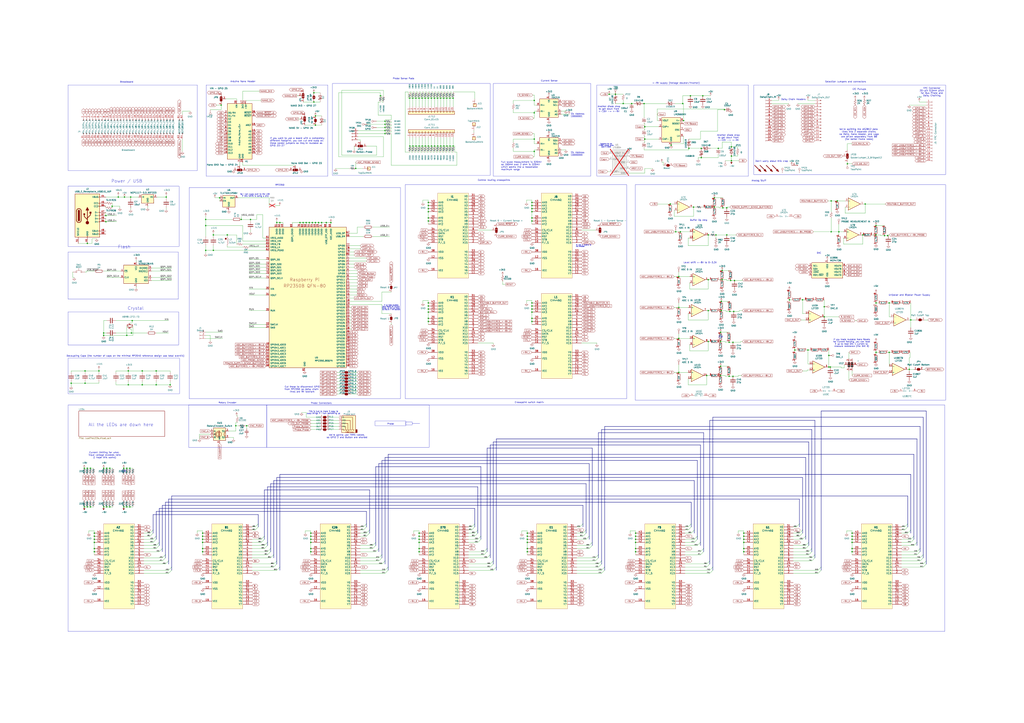
<source format=kicad_sch>
(kicad_sch (version 20231120) (generator "eeschema") (generator_version "8.0")
  (paper "A1")
  (title_block (title "Jumperless V5") (date "2024-06-15") (rev "5r2") (company "Architeuthis Flux") (comment 1 "Kevin Santo Cappuccio") (comment 2 "KevinC@ppucc.io"))
  (lib_symbols
    (symbol "+9V_4" (power) (pin_names (offset 0))
      (property "Value" "+9V_4" (at 0 3.556 0))
      (symbol "+9V_4_1_1"
        (pin power_in line (at 0 0 90) (length 0) hide (name "+9V") (number "1"))
      )
    )
    (symbol "-9V_6" (power) (pin_names (offset 0))
      (property "Value" "-9V_6" (at 0 3.81 0))
      (symbol "-9V_6_1_1"
        (pin power_in line (at 0 0 90) (length 0) hide (name "-9V") (number "1"))
      )
    )
    (symbol "Amplifier_Operational:L272D" (pin_names (offset 0.127))
      (property "Reference" "U" (at 0 5.08 0))
      (property "Value" "L272D" (at 0 -5.08 0))
      (symbol "L272D_1_1"
        (pin no_connect line (at -2.54 -2.54 90) (length 2.54) hide (name "NC") (number "1"))
        (pin input line (at -7.62 2.54 0) (length 2.54) (name "+") (number "13"))
        (pin input line (at -7.62 -2.54 0) (length 2.54) (name "-") (number "14"))
        (pin no_connect line (at 0 -2.54 90) (length 2.54) hide (name "NC") (number "2"))
        (pin output line (at 7.62 0 180) (length 2.54) (name "~") (number "3"))
        (pin no_connect line (at -2.54 2.54 90) (length 2.54) hide (name "NC") (number "7"))
        (pin no_connect line (at 0 2.54 90) (length 2.54) hide (name "NC") (number "8"))
      )
      (symbol "L272D_2_1"
        (pin no_connect line (at 0 -2.54 270) (length 2.54) hide (name "NC") (number "10"))
        (pin input line (at -7.62 -2.54 0) (length 2.54) (name "-") (number "11"))
        (pin input line (at -7.62 2.54 0) (length 2.54) (name "+") (number "12"))
        (pin no_connect line (at -2.54 2.54 270) (length 2.54) hide (name "NC") (number "15"))
        (pin no_connect line (at 0 2.54 270) (length 2.54) hide (name "NC") (number "16"))
        (pin output line (at 7.62 0 180) (length 2.54) (name "~") (number "5"))
        (pin no_connect line (at -2.54 -2.54 270) (length 2.54) hide (name "NC") (number "9"))
      )
      (symbol "L272D_3_1"
        (pin power_in line (at -2.54 7.62 270) (length 3.81) (name "V+") (number "4"))
        (pin power_in line (at -2.54 -7.62 90) (length 3.81) (name "V-") (number "6"))
      )
    )
    (symbol "Amplifier_Operational:LM324" (pin_names (offset 0.127))
      (property "Reference" "U" (at 0 5.08 0))
      (property "Value" "LM324" (at 0 -5.08 0))
      (symbol "LM324_1_1"
        (pin output line (at 7.62 0 180) (length 2.54) (name "~") (number "1"))
        (pin input line (at -7.62 -2.54 0) (length 2.54) (name "-") (number "2"))
        (pin input line (at -7.62 2.54 0) (length 2.54) (name "+") (number "3"))
      )
      (symbol "LM324_2_1"
        (pin input line (at -7.62 2.54 0) (length 2.54) (name "+") (number "5"))
        (pin input line (at -7.62 -2.54 0) (length 2.54) (name "-") (number "6"))
        (pin output line (at 7.62 0 180) (length 2.54) (name "~") (number "7"))
      )
      (symbol "LM324_3_1"
        (pin input line (at -7.62 2.54 0) (length 2.54) (name "+") (number "10"))
        (pin output line (at 7.62 0 180) (length 2.54) (name "~") (number "8"))
        (pin input line (at -7.62 -2.54 0) (length 2.54) (name "-") (number "9"))
      )
      (symbol "LM324_4_1"
        (pin input line (at -7.62 2.54 0) (length 2.54) (name "+") (number "12"))
        (pin input line (at -7.62 -2.54 0) (length 2.54) (name "-") (number "13"))
        (pin output line (at 7.62 0 180) (length 2.54) (name "~") (number "14"))
      )
      (symbol "LM324_5_1"
        (pin power_in line (at -2.54 -7.62 90) (length 3.81) (name "V-") (number "11"))
        (pin power_in line (at -2.54 7.62 270) (length 3.81) (name "V+") (number "4"))
      )
    )
    (symbol "Analog_DAC:MCP4725xxx-xCH"
      (property "Reference" "U" (at -6.35 6.35 0))
      (property "Value" "MCP4725xxx-xCH" (at 8.89 6.35 0))
      (symbol "MCP4725xxx-xCH_1_1"
        (pin output line (at 10.16 0 180) (length 2.54) (name "VOUT") (number "1"))
        (pin power_in line (at 0 -7.62 90) (length 2.54) (name "VSS") (number "2"))
        (pin power_in line (at 0 7.62 270) (length 2.54) (name "VDD") (number "3"))
        (pin bidirectional line (at -10.16 0 0) (length 2.54) (name "SDA") (number "4"))
        (pin input line (at -10.16 2.54 0) (length 2.54) (name "SCL") (number "5"))
        (pin input line (at -10.16 -2.54 0) (length 2.54) (name "A0") (number "6"))
      )
    )
    (symbol "Analog_DAC:MCP4728" (pin_names (offset 1.016))
      (property "Reference" "U" (at -12.7 6.35 0))
      (property "Value" "MCP4728" (at 12.7 6.35 0))
      (symbol "MCP4728_1_1"
        (pin power_in line (at 0 7.62 270) (length 2.54) (name "VDD") (number "1"))
        (pin power_in line (at 0 -10.16 90) (length 2.54) (name "VSS") (number "10"))
        (pin input line (at -15.24 2.54 0) (length 2.54) (name "SCL") (number "2"))
        (pin bidirectional line (at -15.24 0 0) (length 2.54) (name "SDA") (number "3"))
        (pin input line (at -15.24 -2.54 0) (length 2.54) (name "~{LDAC}") (number "4"))
        (pin output line (at -15.24 -5.08 0) (length 2.54) (name "RDY/~{BSY}") (number "5"))
        (pin output line (at 15.24 2.54 180) (length 2.54) (name "VOUTA") (number "6"))
        (pin output line (at 15.24 0 180) (length 2.54) (name "VOUTB") (number "7"))
        (pin output line (at 15.24 -2.54 180) (length 2.54) (name "VOUTC") (number "8"))
        (pin output line (at 15.24 -5.08 180) (length 2.54) (name "VOUTD") (number "9"))
      )
    )
    (symbol "Connector:Breadboard" (pin_names (offset 1.016) hide)
      (property "Reference" "J" (at 0 43.18 0))
      (property "Value" "Connector_Breadboard" (at 0 -43.18 0))
      (symbol "Breadboard_1_1"
        (pin passive line (at 5.08 40.64 180) (length 3.81) (name "Pin_0") (number "0"))
        (pin passive line (at 5.08 38.1 180) (length 3.81) (name "Pin_1") (number "1"))
        (pin passive line (at 5.08 15.24 180) (length 3.81) (name "Pin_10") (number "10"))
        (pin passive line (at 5.08 12.7 180) (length 3.81) (name "Pin_11") (number "11"))
        (pin passive line (at 5.08 10.16 180) (length 3.81) (name "Pin_12") (number "12"))
        (pin passive line (at 5.08 7.62 180) (length 3.81) (name "Pin_13") (number "13"))
        (pin passive line (at 5.08 5.08 180) (length 3.81) (name "Pin_14") (number "14"))
        (pin passive line (at 5.08 2.54 180) (length 3.81) (name "Pin_15") (number "15"))
        (pin passive line (at 5.08 0 180) (length 3.81) (name "Pin_16") (number "16"))
        (pin passive line (at 5.08 -2.54 180) (length 3.81) (name "Pin_17") (number "17"))
        (pin passive line (at 5.08 -5.08 180) (length 3.81) (name "Pin_18") (number "18"))
        (pin passive line (at 5.08 -7.62 180) (length 3.81) (name "Pin_19") (number "19"))
        (pin passive line (at 5.08 35.56 180) (length 3.81) (name "Pin_2") (number "2"))
        (pin passive line (at 5.08 -10.16 180) (length 3.81) (name "Pin_20") (number "20"))
        (pin passive line (at 5.08 -12.7 180) (length 3.81) (name "Pin_21") (number "21"))
        (pin passive line (at 5.08 -15.24 180) (length 3.81) (name "Pin_22") (number "22"))
        (pin passive line (at 5.08 -17.78 180) (length 3.81) (name "Pin_23") (number "23"))
        (pin passive line (at 5.08 -20.32 180) (length 3.81) (name "Pin_24") (number "24"))
        (pin passive line (at 5.08 -22.86 180) (length 3.81) (name "Pin_25") (number "25"))
        (pin passive line (at 5.08 -25.4 180) (length 3.81) (name "Pin_26") (number "26"))
        (pin passive line (at 5.08 -27.94 180) (length 3.81) (name "Pin_27") (number "27"))
        (pin passive line (at 5.08 -30.48 180) (length 3.81) (name "Pin_28") (number "28"))
        (pin passive line (at 5.08 -33.02 180) (length 3.81) (name "Pin_29") (number "29"))
        (pin passive line (at 5.08 33.02 180) (length 3.81) (name "Pin_3") (number "3"))
        (pin passive line (at 5.08 -35.56 180) (length 3.81) (name "Pin_30") (number "30"))
        (pin passive line (at 5.08 -38.1 180) (length 3.81) (name "Pin_31") (number "31"))
        (pin passive line (at -15.24 40.64 0) (length 3.81) (name "Pin_0") (number "32"))
        (pin passive line (at -15.24 38.1 0) (length 3.81) (name "Pin_1") (number "33"))
        (pin passive line (at -15.24 35.56 0) (length 3.81) (name "Pin_2") (number "34"))
        (pin passive line (at -15.24 33.02 0) (length 3.81) (name "Pin_3") (number "35"))
        (pin passive line (at -15.24 30.48 0) (length 3.81) (name "Pin_4") (number "36"))
        (pin passive line (at -15.24 27.94 0) (length 3.81) (name "Pin_5") (number "37"))
        (pin passive line (at -15.24 25.4 0) (length 3.81) (name "Pin_6") (number "38"))
        (pin passive line (at -15.24 22.86 0) (length 3.81) (name "Pin_7") (number "39"))
        (pin passive line (at 5.08 30.48 180) (length 3.81) (name "Pin_4") (number "4"))
        (pin passive line (at -15.24 20.32 0) (length 3.81) (name "Pin_8") (number "40"))
        (pin passive line (at -15.24 17.78 0) (length 3.81) (name "Pin_9") (number "41"))
        (pin passive line (at -15.24 15.24 0) (length 3.81) (name "Pin_10") (number "42"))
        (pin passive line (at -15.24 12.7 0) (length 3.81) (name "Pin_11") (number "43"))
        (pin passive line (at -15.24 10.16 0) (length 3.81) (name "Pin_12") (number "44"))
        (pin passive line (at -15.24 7.62 0) (length 3.81) (name "Pin_13") (number "45"))
        (pin passive line (at -15.24 5.08 0) (length 3.81) (name "Pin_14") (number "46"))
        (pin passive line (at -15.24 2.54 0) (length 3.81) (name "Pin_15") (number "47"))
        (pin passive line (at -15.24 0 0) (length 3.81) (name "Pin_16") (number "48"))
        (pin passive line (at -15.24 -2.54 0) (length 3.81) (name "Pin_17") (number "49"))
        (pin passive line (at 5.08 27.94 180) (length 3.81) (name "Pin_5") (number "5"))
        (pin passive line (at -15.24 -5.08 0) (length 3.81) (name "Pin_18") (number "50"))
        (pin passive line (at -15.24 -7.62 0) (length 3.81) (name "Pin_19") (number "51"))
        (pin passive line (at -15.24 -10.16 0) (length 3.81) (name "Pin_20") (number "52"))
        (pin passive line (at -15.24 -12.7 0) (length 3.81) (name "Pin_21") (number "53"))
        (pin passive line (at -15.24 -15.24 0) (length 3.81) (name "Pin_22") (number "54"))
        (pin passive line (at -15.24 -17.78 0) (length 3.81) (name "Pin_23") (number "55"))
        (pin passive line (at -15.24 -20.32 0) (length 3.81) (name "Pin_24") (number "56"))
        (pin passive line (at -15.24 -22.86 0) (length 3.81) (name "Pin_25") (number "57"))
        (pin passive line (at -15.24 -25.4 0) (length 3.81) (name "Pin_26") (number "58"))
        (pin passive line (at -15.24 -27.94 0) (length 3.81) (name "Pin_27") (number "59"))
        (pin passive line (at 5.08 25.4 180) (length 3.81) (name "Pin_6") (number "6"))
        (pin passive line (at -15.24 -30.48 0) (length 3.81) (name "Pin_28") (number "60"))
        (pin passive line (at -15.24 -33.02 0) (length 3.81) (name "Pin_29") (number "61"))
        (pin passive line (at -15.24 -35.56 0) (length 3.81) (name "Pin_30") (number "62"))
        (pin passive line (at -15.24 -38.1 0) (length 3.81) (name "Pin_31") (number "63"))
        (pin passive line (at 5.08 22.86 180) (length 3.81) (name "Pin_7") (number "7"))
        (pin passive line (at 5.08 20.32 180) (length 3.81) (name "Pin_8") (number "8"))
        (pin passive line (at 5.08 17.78 180) (length 3.81) (name "Pin_9") (number "9"))
      )
    )
    (symbol "Connector:Conn_01x01_Pin" (pin_names (offset 1.016) hide)
      (property "Reference" "J" (at 0 2.54 0))
      (property "Value" "Conn_01x01_Pin" (at 0 -2.54 0))
      (symbol "Conn_01x01_Pin_1_1"
        (pin passive line (at 5.08 0 180) (length 3.81) (name "Pin_1") (number "1"))
      )
    )
    (symbol "Connector:Conn_01x03_Socket" (pin_names (offset 1.016) hide)
      (property "Reference" "J" (at 0 5.08 0))
      (property "Value" "Conn_01x03_Socket" (at 0 -5.08 0))
      (symbol "Conn_01x03_Socket_1_1"
        (pin passive line (at -5.08 2.54 0) (length 3.81) (name "Pin_1") (number "1"))
        (pin passive line (at -5.08 0 0) (length 3.81) (name "Pin_2") (number "2"))
        (pin passive line (at -5.08 -2.54 0) (length 3.81) (name "Pin_3") (number "3"))
      )
    )
    (symbol "Connector:Conn_01x04_Pin" (pin_names (offset 1.016) hide)
      (property "Reference" "J" (at 0 5.08 0))
      (property "Value" "Conn_01x04_Pin" (at 0 -7.62 0))
      (symbol "Conn_01x04_Pin_1_1"
        (pin passive line (at 5.08 2.54 180) (length 3.81) (name "Pin_1") (number "1"))
        (pin passive line (at 5.08 0 180) (length 3.81) (name "Pin_2") (number "2"))
        (pin passive line (at 5.08 -2.54 180) (length 3.81) (name "Pin_3") (number "3"))
        (pin passive line (at 5.08 -5.08 180) (length 3.81) (name "Pin_4") (number "4"))
      )
    )
    (symbol "Connector:Conn_01x14_Pin" (pin_names (offset 1.016) hide)
      (property "Reference" "J" (at 0 17.78 0))
      (property "Value" "Conn_01x14_Pin" (at 0 -20.32 0))
      (symbol "Conn_01x14_Pin_1_1"
        (pin passive line (at 5.08 15.24 180) (length 3.81) (name "Pin_1") (number "1"))
        (pin passive line (at 5.08 -7.62 180) (length 3.81) (name "Pin_10") (number "10"))
        (pin passive line (at 5.08 -10.16 180) (length 3.81) (name "Pin_11") (number "11"))
        (pin passive line (at 5.08 -12.7 180) (length 3.81) (name "Pin_12") (number "12"))
        (pin passive line (at 5.08 -15.24 180) (length 3.81) (name "Pin_13") (number "13"))
        (pin passive line (at 5.08 -17.78 180) (length 3.81) (name "Pin_14") (number "14"))
        (pin passive line (at 5.08 12.7 180) (length 3.81) (name "Pin_2") (number "2"))
        (pin passive line (at 5.08 10.16 180) (length 3.81) (name "Pin_3") (number "3"))
        (pin passive line (at 5.08 7.62 180) (length 3.81) (name "Pin_4") (number "4"))
        (pin passive line (at 5.08 5.08 180) (length 3.81) (name "Pin_5") (number "5"))
        (pin passive line (at 5.08 2.54 180) (length 3.81) (name "Pin_6") (number "6"))
        (pin passive line (at 5.08 0 180) (length 3.81) (name "Pin_7") (number "7"))
        (pin passive line (at 5.08 -2.54 180) (length 3.81) (name "Pin_8") (number "8"))
        (pin passive line (at 5.08 -5.08 180) (length 3.81) (name "Pin_9") (number "9"))
      )
    )
    (symbol "Connector:Conn_01x14_Socket" (pin_names (offset 1.016) hide)
      (property "Reference" "J" (at 0 17.78 0))
      (property "Value" "Conn_01x14_Socket" (at 0 -20.32 0))
      (symbol "Conn_01x14_Socket_1_1"
        (pin passive line (at -5.08 15.24 0) (length 3.81) (name "Pin_1") (number "1"))
        (pin passive line (at -5.08 -7.62 0) (length 3.81) (name "Pin_10") (number "10"))
        (pin passive line (at -5.08 -10.16 0) (length 3.81) (name "Pin_11") (number "11"))
        (pin passive line (at -5.08 -12.7 0) (length 3.81) (name "Pin_12") (number "12"))
        (pin passive line (at -5.08 -15.24 0) (length 3.81) (name "Pin_13") (number "13"))
        (pin passive line (at -5.08 -17.78 0) (length 3.81) (name "Pin_14") (number "14"))
        (pin passive line (at -5.08 12.7 0) (length 3.81) (name "Pin_2") (number "2"))
        (pin passive line (at -5.08 10.16 0) (length 3.81) (name "Pin_3") (number "3"))
        (pin passive line (at -5.08 7.62 0) (length 3.81) (name "Pin_4") (number "4"))
        (pin passive line (at -5.08 5.08 0) (length 3.81) (name "Pin_5") (number "5"))
        (pin passive line (at -5.08 2.54 0) (length 3.81) (name "Pin_6") (number "6"))
        (pin passive line (at -5.08 0 0) (length 3.81) (name "Pin_7") (number "7"))
        (pin passive line (at -5.08 -2.54 0) (length 3.81) (name "Pin_8") (number "8"))
        (pin passive line (at -5.08 -5.08 0) (length 3.81) (name "Pin_9") (number "9"))
      )
    )
    (symbol "Connector:Conn_01x20_Socket" (pin_names (offset 1.016) hide)
      (property "Reference" "J" (at 0 25.4 0))
      (property "Value" "Conn_01x20_Socket" (at 0 -27.94 0))
      (symbol "Conn_01x20_Socket_1_1"
        (pin passive line (at -5.08 22.86 0) (length 3.81) (name "Pin_1") (number "1"))
        (pin passive line (at -5.08 0 0) (length 3.81) (name "Pin_10") (number "10"))
        (pin passive line (at -5.08 -2.54 0) (length 3.81) (name "Pin_11") (number "11"))
        (pin passive line (at -5.08 -5.08 0) (length 3.81) (name "Pin_12") (number "12"))
        (pin passive line (at -5.08 -7.62 0) (length 3.81) (name "Pin_13") (number "13"))
        (pin passive line (at -5.08 -10.16 0) (length 3.81) (name "Pin_14") (number "14"))
        (pin passive line (at -5.08 -12.7 0) (length 3.81) (name "Pin_15") (number "15"))
        (pin passive line (at -5.08 -15.24 0) (length 3.81) (name "Pin_16") (number "16"))
        (pin passive line (at -5.08 -17.78 0) (length 3.81) (name "Pin_17") (number "17"))
        (pin passive line (at -5.08 -20.32 0) (length 3.81) (name "Pin_18") (number "18"))
        (pin passive line (at -5.08 -22.86 0) (length 3.81) (name "Pin_19") (number "19"))
        (pin passive line (at -5.08 20.32 0) (length 3.81) (name "Pin_2") (number "2"))
        (pin passive line (at -5.08 -25.4 0) (length 3.81) (name "Pin_20") (number "20"))
        (pin passive line (at -5.08 17.78 0) (length 3.81) (name "Pin_3") (number "3"))
        (pin passive line (at -5.08 15.24 0) (length 3.81) (name "Pin_4") (number "4"))
        (pin passive line (at -5.08 12.7 0) (length 3.81) (name "Pin_5") (number "5"))
        (pin passive line (at -5.08 10.16 0) (length 3.81) (name "Pin_6") (number "6"))
        (pin passive line (at -5.08 7.62 0) (length 3.81) (name "Pin_7") (number "7"))
        (pin passive line (at -5.08 5.08 0) (length 3.81) (name "Pin_8") (number "8"))
        (pin passive line (at -5.08 2.54 0) (length 3.81) (name "Pin_9") (number "9"))
      )
    )
    (symbol "Connector:TestPoint" (pin_numbers hide) (pin_names (offset 0.762) hide)
      (property "Reference" "TP" (at 0 6.858 0))
      (property "Value" "TestPoint" (at 0 5.08 0))
      (symbol "TestPoint_1_1"
        (pin passive line (at 0 0 90) (length 2.54) (name "1") (number "1"))
      )
    )
    (symbol "Connector:USB_B_Micro" (pin_names (offset 1.016))
      (property "Reference" "J" (at -5.08 11.43 0))
      (property "Value" "USB_B_Micro" (at -5.08 8.89 0))
      (symbol "USB_B_Micro_1_1"
        (pin power_out line (at 7.62 5.08 180) (length 2.54) (name "VBUS") (number "1"))
        (pin bidirectional line (at 7.62 -2.54 180) (length 2.54) (name "D-") (number "2"))
        (pin bidirectional line (at 7.62 0 180) (length 2.54) (name "D+") (number "3"))
        (pin passive line (at 7.62 -5.08 180) (length 2.54) (name "ID") (number "4"))
        (pin power_out line (at 0 -10.16 90) (length 2.54) (name "GND") (number "5"))
        (pin passive line (at -2.54 -10.16 90) (length 2.54) (name "Shield") (number "6"))
      )
    )
    (symbol "Connector:USB_C_Receptacle_USB2.0_16P" (pin_names (offset 1.016))
      (property "Reference" "J" (at 0 22.225 0))
      (property "Value" "USB_C_Receptacle_USB2.0_16P" (at 0 19.685 0))
      (symbol "USB_C_Receptacle_USB2.0_16P_1_1"
        (pin passive line (at 0 -22.86 90) (length 5.08) (name "GND") (number "A1"))
        (pin passive line (at 0 -22.86 90) (length 5.08) hide (name "GND") (number "A12"))
        (pin passive line (at 15.24 15.24 180) (length 5.08) (name "VBUS") (number "A4"))
        (pin bidirectional line (at 15.24 10.16 180) (length 5.08) (name "CC1") (number "A5"))
        (pin bidirectional line (at 15.24 -2.54 180) (length 5.08) (name "D+") (number "A6"))
        (pin bidirectional line (at 15.24 2.54 180) (length 5.08) (name "D-") (number "A7"))
        (pin bidirectional line (at 15.24 -12.7 180) (length 5.08) (name "SBU1") (number "A8"))
        (pin passive line (at 15.24 15.24 180) (length 5.08) hide (name "VBUS") (number "A9"))
        (pin passive line (at 0 -22.86 90) (length 5.08) hide (name "GND") (number "B1"))
        (pin passive line (at 0 -22.86 90) (length 5.08) hide (name "GND") (number "B12"))
        (pin passive line (at 15.24 15.24 180) (length 5.08) hide (name "VBUS") (number "B4"))
        (pin bidirectional line (at 15.24 7.62 180) (length 5.08) (name "CC2") (number "B5"))
        (pin bidirectional line (at 15.24 -5.08 180) (length 5.08) (name "D+") (number "B6"))
        (pin bidirectional line (at 15.24 0 180) (length 5.08) (name "D-") (number "B7"))
        (pin bidirectional line (at 15.24 -15.24 180) (length 5.08) (name "SBU2") (number "B8"))
        (pin passive line (at 15.24 15.24 180) (length 5.08) hide (name "VBUS") (number "B9"))
        (pin passive line (at -7.62 -22.86 90) (length 5.08) (name "SHIELD") (number "S1"))
      )
    )
    (symbol "Connector_Generic:Conn_01x01" (pin_names (offset 1.016) hide)
      (property "Reference" "J" (at 0 2.54 0))
      (property "Value" "Conn_01x01" (at 0 -2.54 0))
      (symbol "Conn_01x01_1_1"
        (pin passive line (at -5.08 0 0) (length 3.81) (name "Pin_1") (number "1"))
      )
    )
    (symbol "Connector_Generic:Conn_01x15" (pin_names (offset 1.016) hide)
      (property "Reference" "J" (at 0 20.32 0))
      (property "Value" "Conn_01x15" (at 0 -20.32 0))
      (symbol "Conn_01x15_1_1"
        (pin passive line (at -5.08 17.78 0) (length 3.81) (name "Pin_1") (number "1"))
        (pin passive line (at -5.08 -5.08 0) (length 3.81) (name "Pin_10") (number "10"))
        (pin passive line (at -5.08 -7.62 0) (length 3.81) (name "Pin_11") (number "11"))
        (pin passive line (at -5.08 -10.16 0) (length 3.81) (name "Pin_12") (number "12"))
        (pin passive line (at -5.08 -12.7 0) (length 3.81) (name "Pin_13") (number "13"))
        (pin passive line (at -5.08 -15.24 0) (length 3.81) (name "Pin_14") (number "14"))
        (pin passive line (at -5.08 -17.78 0) (length 3.81) (name "Pin_15") (number "15"))
        (pin passive line (at -5.08 15.24 0) (length 3.81) (name "Pin_2") (number "2"))
        (pin passive line (at -5.08 12.7 0) (length 3.81) (name "Pin_3") (number "3"))
        (pin passive line (at -5.08 10.16 0) (length 3.81) (name "Pin_4") (number "4"))
        (pin passive line (at -5.08 7.62 0) (length 3.81) (name "Pin_5") (number "5"))
        (pin passive line (at -5.08 5.08 0) (length 3.81) (name "Pin_6") (number "6"))
        (pin passive line (at -5.08 2.54 0) (length 3.81) (name "Pin_7") (number "7"))
        (pin passive line (at -5.08 0 0) (length 3.81) (name "Pin_8") (number "8"))
        (pin passive line (at -5.08 -2.54 0) (length 3.81) (name "Pin_9") (number "9"))
      )
    )
    (symbol "Converter_DCDC:TC7662Bx0A"
      (property "Reference" "U9" (at 2.1941 15.24 0))
      (property "Value" "TC7662Bx0A" (at 2.1941 12.7 0))
      (symbol "TC7662Bx0A_1_1"
        (pin input line (at 10.16 5.08 180) (length 2.54) (name "BOOST") (number "1"))
        (pin passive line (at -10.16 2.54 0) (length 2.54) (name "CAP+") (number "2"))
        (pin power_in line (at 0 -12.7 90) (length 2.54) (name "GND") (number "3"))
        (pin passive line (at -10.16 -7.62 0) (length 2.54) (name "CAP-") (number "4"))
        (pin power_out line (at -10.16 7.62 0) (length 2.54) (name "VOUT") (number "5"))
        (pin input line (at 10.16 -5.08 180) (length 2.54) (name "LV") (number "6"))
        (pin passive line (at 10.16 0 180) (length 2.54) (name "OSC") (number "7"))
        (pin power_in line (at 10.16 7.62 180) (length 2.54) (name "V+") (number "8"))
      )
    )
    (symbol "Device:C" (pin_numbers hide) (pin_names (offset 0.254))
      (property "Reference" "C" (at 0.635 2.54 0))
      (property "Value" "C" (at 0.635 -2.54 0))
      (symbol "C_1_1"
        (pin passive line (at 0 3.81 270) (length 2.794) (name "~") (number "1"))
        (pin passive line (at 0 -3.81 90) (length 2.794) (name "~") (number "2"))
      )
    )
    (symbol "Device:CP1_Small" (pin_numbers hide) (pin_names (offset 0.254) hide)
      (property "Reference" "C" (at 0.254 1.778 0))
      (property "Value" "Device_CP1_Small" (at 0.254 -2.032 0))
      (symbol "CP1_Small_1_1"
        (pin passive line (at 0 2.54 270) (length 2.032) (name "~") (number "1"))
        (pin passive line (at 0 -2.54 90) (length 2.032) (name "~") (number "2"))
      )
    )
    (symbol "Device:C_Small" (pin_numbers hide) (pin_names (offset 0.254) hide)
      (property "Reference" "C" (at 0.254 1.778 0))
      (property "Value" "Device_C_Small" (at 0.254 -2.032 0))
      (symbol "C_Small_1_1"
        (pin passive line (at 0 2.54 270) (length 2.032) (name "~") (number "1"))
        (pin passive line (at 0 -2.54 90) (length 2.032) (name "~") (number "2"))
      )
    )
    (symbol "Device:Crystal_GND24_Small" (pin_names (offset 1.016) hide)
      (property "Reference" "Y" (at 1.27 4.445 0))
      (property "Value" "Crystal_GND24_Small" (at 1.27 2.54 0))
      (symbol "Crystal_GND24_Small_1_1"
        (pin passive line (at -2.54 0 0) (length 1.27) (name "1") (number "1"))
        (pin passive line (at 0 -2.54 90) (length 0.635) (name "2") (number "2"))
        (pin passive line (at 2.54 0 180) (length 1.27) (name "3") (number "3"))
        (pin passive line (at 0 2.54 270) (length 0.635) (name "4") (number "4"))
      )
    )
    (symbol "Device:L" (pin_numbers hide) (pin_names (offset 1.016) hide)
      (property "Reference" "L" (at -1.27 0 90))
      (property "Value" "L" (at 1.905 0 90))
      (symbol "L_1_1"
        (pin passive line (at 0 3.81 270) (length 1.27) (name "1") (number "1"))
        (pin passive line (at 0 -3.81 90) (length 1.27) (name "2") (number "2"))
      )
    )
    (symbol "Device:LED" (pin_numbers hide) (pin_names (offset 1.016) hide)
      (property "Reference" "D" (at 0 2.54 0))
      (property "Value" "LED" (at 0 -2.54 0))
      (symbol "LED_1_1"
        (pin passive line (at -3.81 0 0) (length 2.54) (name "K") (number "1"))
        (pin passive line (at 3.81 0 180) (length 2.54) (name "A") (number "2"))
      )
    )
    (symbol "Device:Polyfuse_Small" (pin_numbers hide) (pin_names (offset 0))
      (property "Reference" "F" (at -1.905 0 90))
      (property "Value" "Polyfuse_Small" (at 1.905 0 90))
      (symbol "Polyfuse_Small_1_1"
        (pin passive line (at 0 2.54 270) (length 0.635) (name "~") (number "1"))
        (pin passive line (at 0 -2.54 90) (length 0.635) (name "~") (number "2"))
      )
    )
    (symbol "Device:R" (pin_numbers hide) (pin_names (offset 0))
      (property "Reference" "R" (at 2.032 0 90))
      (property "Value" "R" (at 0 0 90))
      (symbol "R_1_1"
        (pin passive line (at 0 3.81 270) (length 1.27) (name "~") (number "1"))
        (pin passive line (at 0 -3.81 90) (length 1.27) (name "~") (number "2"))
      )
    )
    (symbol "Device:R_Pack04_Split" (pin_names (offset 0) hide)
      (property "Reference" "RN" (at 2.032 0 90))
      (property "Value" "R_Pack04_Split" (at 0 0 90))
      (symbol "R_Pack04_Split_1_1"
        (pin passive line (at 0 -3.81 90) (length 1.27) (name "R1.1") (number "1"))
        (pin passive line (at 0 3.81 270) (length 1.27) (name "R1.2") (number "8"))
      )
      (symbol "R_Pack04_Split_2_1"
        (pin passive line (at 0 -3.81 90) (length 1.27) (name "R2.1") (number "2"))
        (pin passive line (at 0 3.81 270) (length 1.27) (name "R2.2") (number "7"))
      )
      (symbol "R_Pack04_Split_3_1"
        (pin passive line (at 0 -3.81 90) (length 1.27) (name "R3.1") (number "3"))
        (pin passive line (at 0 3.81 270) (length 1.27) (name "R3.2") (number "6"))
      )
      (symbol "R_Pack04_Split_4_1"
        (pin passive line (at 0 -3.81 90) (length 1.27) (name "R4.1") (number "4"))
        (pin passive line (at 0 3.81 270) (length 1.27) (name "R4.2") (number "5"))
      )
    )
    (symbol "Device:R_Small_US" (pin_numbers hide) (pin_names (offset 0.254) hide)
      (property "Reference" "R" (at 0.762 0.508 0))
      (property "Value" "Device_R_Small_US" (at 0.762 -1.016 0))
      (symbol "R_Small_US_1_1"
        (pin passive line (at 0 2.54 270) (length 1.016) (name "~") (number "1"))
        (pin passive line (at 0 -2.54 90) (length 1.016) (name "~") (number "2"))
      )
    )
    (symbol "Diode:1N4148W" (pin_numbers hide) (pin_names hide)
      (property "Reference" "D" (at 0 2.54 0))
      (property "Value" "1N4148W" (at 0 -2.54 0))
      (symbol "1N4148W_1_1"
        (pin passive line (at -3.81 0 0) (length 2.54) (name "K") (number "1"))
        (pin passive line (at 3.81 0 180) (length 2.54) (name "A") (number "2"))
      )
    )
    (symbol "Diode:1N5819" (pin_numbers hide) (pin_names (offset 1.016) hide)
      (property "Reference" "D" (at 0 2.54 0))
      (property "Value" "1N5819" (at 0 -2.54 0))
      (symbol "1N5819_1_1"
        (pin passive line (at -3.81 0 0) (length 2.54) (name "K") (number "1"))
        (pin passive line (at 3.81 0 180) (length 2.54) (name "A") (number "2"))
      )
    )
    (symbol "GND_10" (power) (pin_names (offset 0))
      (property "Value" "GND_10" (at 0 -3.81 0))
      (symbol "GND_10_1_1"
        (pin power_in line (at 0 0 270) (length 0) hide (name "GND") (number "1"))
      )
    )
    (symbol "GND_11" (power) (pin_names (offset 0))
      (property "Value" "GND_11" (at 0 -3.81 0))
      (symbol "GND_11_1_1"
        (pin power_in line (at 0 0 270) (length 0) hide (name "GND") (number "1"))
      )
    )
    (symbol "GND_12" (power) (pin_names (offset 0))
      (property "Value" "GND_12" (at 0 -3.81 0))
      (symbol "GND_12_1_1"
        (pin power_in line (at 0 0 270) (length 0) hide (name "GND") (number "1"))
      )
    )
    (symbol "GND_13" (power) (pin_names (offset 0))
      (property "Value" "GND_13" (at 0 -3.81 0))
      (symbol "GND_13_1_1"
        (pin power_in line (at 0 0 270) (length 0) hide (name "GND") (number "1"))
      )
    )
    (symbol "GND_14" (power) (pin_names (offset 0))
      (property "Value" "GND_14" (at 0 -3.81 0))
      (symbol "GND_14_1_1"
        (pin power_in line (at 0 0 270) (length 0) hide (name "GND") (number "1"))
      )
    )
    (symbol "GND_16" (power) (pin_names (offset 0))
      (property "Value" "GND_16" (at 0 -3.81 0))
      (symbol "GND_16_1_1"
        (pin power_in line (at 0 0 270) (length 0) hide (name "GND") (number "1"))
      )
    )
    (symbol "GND_17" (power) (pin_names (offset 0))
      (property "Value" "GND_17" (at 0 -3.81 0))
      (symbol "GND_17_1_1"
        (pin power_in line (at 0 0 270) (length 0) hide (name "GND") (number "1"))
      )
    )
    (symbol "GND_18" (power) (pin_names (offset 0))
      (property "Value" "GND_18" (at 0 -3.81 0))
      (symbol "GND_18_1_1"
        (pin power_in line (at 0 0 270) (length 0) hide (name "GND") (number "1"))
      )
    )
    (symbol "GND_19" (power) (pin_names (offset 0))
      (property "Value" "GND_19" (at 0 -3.81 0))
      (symbol "GND_19_1_1"
        (pin power_in line (at 0 0 270) (length 0) hide (name "GND") (number "1"))
      )
    )
    (symbol "GND_20" (power) (pin_names (offset 0))
      (property "Value" "GND_20" (at 0 -3.81 0))
      (symbol "GND_20_1_1"
        (pin power_in line (at 0 0 270) (length 0) hide (name "GND") (number "1"))
      )
    )
    (symbol "GND_21" (power) (pin_names (offset 0))
      (property "Value" "GND_21" (at 0 -3.81 0))
      (symbol "GND_21_1_1"
        (pin power_in line (at 0 0 270) (length 0) hide (name "GND") (number "1"))
      )
    )
    (symbol "GND_22" (power) (pin_names (offset 0))
      (property "Value" "GND_22" (at 0 -3.81 0))
      (symbol "GND_22_1_1"
        (pin power_in line (at 0 0 270) (length 0) hide (name "GND") (number "1"))
      )
    )
    (symbol "GND_23" (power) (pin_names (offset 0))
      (property "Value" "GND_23" (at 0 -3.81 0))
      (symbol "GND_23_1_1"
        (pin power_in line (at 0 0 270) (length 0) hide (name "GND") (number "1"))
      )
    )
    (symbol "GND_29" (power) (pin_names (offset 0))
      (property "Value" "GND_29" (at 0 -3.81 0))
      (symbol "GND_29_1_1"
        (pin power_in line (at 0 0 270) (length 0) hide (name "GND") (number "1"))
      )
    )
    (symbol "GND_3" (power) (pin_names (offset 0))
      (property "Value" "GND_3" (at 0 -3.81 0))
      (symbol "GND_3_1_1"
        (pin power_in line (at 0 0 270) (length 0) hide (name "GND") (number "1"))
      )
    )
    (symbol "GND_30" (power) (pin_names (offset 0))
      (property "Value" "GND_30" (at 0 -3.81 0))
      (symbol "GND_30_1_1"
        (pin power_in line (at 0 0 270) (length 0) hide (name "GND") (number "1"))
      )
    )
    (symbol "GND_31" (power) (pin_names (offset 0))
      (property "Value" "GND_31" (at 0 -3.81 0))
      (symbol "GND_31_1_1"
        (pin power_in line (at 0 0 270) (length 0) hide (name "GND") (number "1"))
      )
    )
    (symbol "GND_32" (power) (pin_names (offset 0))
      (property "Value" "GND_32" (at 0 -3.81 0))
      (symbol "GND_32_1_1"
        (pin power_in line (at 0 0 270) (length 0) hide (name "GND") (number "1"))
      )
    )
    (symbol "GND_33" (power) (pin_names (offset 0))
      (property "Value" "GND_33" (at 0 -3.81 0))
      (symbol "GND_33_1_1"
        (pin power_in line (at 0 0 270) (length 0) hide (name "GND") (number "1"))
      )
    )
    (symbol "GND_35" (power) (pin_names (offset 0))
      (property "Value" "GND_35" (at 0 -3.81 0))
      (symbol "GND_35_1_1"
        (pin power_in line (at 0 0 270) (length 0) hide (name "GND") (number "1"))
      )
    )
    (symbol "GND_36" (power) (pin_names (offset 0))
      (property "Value" "GND_36" (at 0 -3.81 0))
      (symbol "GND_36_1_1"
        (pin power_in line (at 0 0 270) (length 0) hide (name "GND") (number "1"))
      )
    )
    (symbol "GND_37" (power) (pin_names (offset 0))
      (property "Value" "GND_37" (at 0 -3.81 0))
      (symbol "GND_37_1_1"
        (pin power_in line (at 0 0 270) (length 0) hide (name "GND") (number "1"))
      )
    )
    (symbol "GND_39" (power) (pin_names (offset 0))
      (property "Value" "GND_39" (at 0 -3.81 0))
      (symbol "GND_39_1_1"
        (pin power_in line (at 0 0 270) (length 0) hide (name "GND") (number "1"))
      )
    )
    (symbol "GND_40" (power) (pin_names (offset 0))
      (property "Value" "GND_40" (at 0 -3.81 0))
      (symbol "GND_40_1_1"
        (pin power_in line (at 0 0 270) (length 0) hide (name "GND") (number "1"))
      )
    )
    (symbol "GND_41" (power) (pin_names (offset 0))
      (property "Value" "GND_41" (at 0 -3.81 0))
      (symbol "GND_41_1_1"
        (pin power_in line (at 0 0 270) (length 0) hide (name "GND") (number "1"))
      )
    )
    (symbol "GND_42" (power) (pin_names (offset 0))
      (property "Value" "GND_42" (at 0 -3.81 0))
      (symbol "GND_42_1_1"
        (pin power_in line (at 0 0 270) (length 0) hide (name "GND") (number "1"))
      )
    )
    (symbol "GND_43" (power) (pin_names (offset 0))
      (property "Value" "GND_43" (at 0 -3.81 0))
      (symbol "GND_43_1_1"
        (pin power_in line (at 0 0 270) (length 0) hide (name "GND") (number "1"))
      )
    )
    (symbol "GND_44" (power) (pin_names (offset 0))
      (property "Value" "GND_44" (at 0 -3.81 0))
      (symbol "GND_44_1_1"
        (pin power_in line (at 0 0 270) (length 0) hide (name "GND") (number "1"))
      )
    )
    (symbol "GND_45" (power) (pin_names (offset 0))
      (property "Value" "GND_45" (at 0 -3.81 0))
      (symbol "GND_45_1_1"
        (pin power_in line (at 0 0 270) (length 0) hide (name "GND") (number "1"))
      )
    )
    (symbol "GND_46" (power) (pin_names (offset 0))
      (property "Value" "GND_46" (at 0 -3.81 0))
      (symbol "GND_46_1_1"
        (pin power_in line (at 0 0 270) (length 0) hide (name "GND") (number "1"))
      )
    )
    (symbol "GND_47" (power) (pin_names (offset 0))
      (property "Value" "GND_47" (at 0 -3.81 0))
      (symbol "GND_47_1_1"
        (pin power_in line (at 0 0 270) (length 0) hide (name "GND") (number "1"))
      )
    )
    (symbol "GND_48" (power) (pin_names (offset 0))
      (property "Value" "GND_48" (at 0 -3.81 0))
      (symbol "GND_48_1_1"
        (pin power_in line (at 0 0 270) (length 0) hide (name "GND") (number "1"))
      )
    )
    (symbol "GND_50" (power) (pin_names (offset 0))
      (property "Value" "GND_50" (at 0 -3.81 0))
      (symbol "GND_50_1_1"
        (pin power_in line (at 0 0 270) (length 0) hide (name "GND") (number "1"))
      )
    )
    (symbol "GND_51" (power) (pin_names (offset 0))
      (property "Value" "GND_51" (at 0 -3.81 0))
      (symbol "GND_51_1_1"
        (pin power_in line (at 0 0 270) (length 0) hide (name "GND") (number "1"))
      )
    )
    (symbol "GND_52" (power) (pin_names (offset 0))
      (property "Value" "GND_52" (at 0 -3.81 0))
      (symbol "GND_52_1_1"
        (pin power_in line (at 0 0 270) (length 0) hide (name "GND") (number "1"))
      )
    )
    (symbol "GND_53" (power) (pin_names (offset 0))
      (property "Value" "GND_53" (at 0 -3.81 0))
      (symbol "GND_53_1_1"
        (pin power_in line (at 0 0 270) (length 0) hide (name "GND") (number "1"))
      )
    )
    (symbol "GND_54" (power) (pin_names (offset 0))
      (property "Value" "GND_54" (at 0 -3.81 0))
      (symbol "GND_54_1_1"
        (pin power_in line (at 0 0 270) (length 0) hide (name "GND") (number "1"))
      )
    )
    (symbol "GND_55" (power) (pin_names (offset 0))
      (property "Value" "GND_55" (at 0 -3.81 0))
      (symbol "GND_55_1_1"
        (pin power_in line (at 0 0 270) (length 0) hide (name "GND") (number "1"))
      )
    )
    (symbol "GND_56" (power) (pin_names (offset 0))
      (property "Value" "GND_56" (at 0 -3.81 0))
      (symbol "GND_56_1_1"
        (pin power_in line (at 0 0 270) (length 0) hide (name "GND") (number "1"))
      )
    )
    (symbol "GND_57" (power) (pin_names (offset 0))
      (property "Value" "GND_57" (at 0 -3.81 0))
      (symbol "GND_57_1_1"
        (pin power_in line (at 0 0 270) (length 0) hide (name "GND") (number "1"))
      )
    )
    (symbol "GND_58" (power) (pin_names (offset 0))
      (property "Value" "GND_58" (at 0 -3.81 0))
      (symbol "GND_58_1_1"
        (pin power_in line (at 0 0 270) (length 0) hide (name "GND") (number "1"))
      )
    )
    (symbol "GND_59" (power) (pin_names (offset 0))
      (property "Value" "GND_59" (at 0 -3.81 0))
      (symbol "GND_59_1_1"
        (pin power_in line (at 0 0 270) (length 0) hide (name "GND") (number "1"))
      )
    )
    (symbol "GND_6" (power) (pin_names (offset 0))
      (property "Value" "GND_6" (at 0 -3.81 0))
      (symbol "GND_6_1_1"
        (pin power_in line (at 0 0 270) (length 0) hide (name "GND") (number "1"))
      )
    )
    (symbol "GND_60" (power) (pin_names (offset 0))
      (property "Value" "GND_60" (at 0 -3.81 0))
      (symbol "GND_60_1_1"
        (pin power_in line (at 0 0 270) (length 0) hide (name "GND") (number "1"))
      )
    )
    (symbol "GND_61" (power) (pin_names (offset 0))
      (property "Value" "GND_61" (at 0 -3.81 0))
      (symbol "GND_61_1_1"
        (pin power_in line (at 0 0 270) (length 0) hide (name "GND") (number "1"))
      )
    )
    (symbol "GND_62" (power) (pin_names (offset 0))
      (property "Value" "GND_62" (at 0 -3.81 0))
      (symbol "GND_62_1_1"
        (pin power_in line (at 0 0 270) (length 0) hide (name "GND") (number "1"))
      )
    )
    (symbol "GND_63" (power) (pin_names (offset 0))
      (property "Value" "GND_63" (at 0 -3.81 0))
      (symbol "GND_63_1_1"
        (pin power_in line (at 0 0 270) (length 0) hide (name "GND") (number "1"))
      )
    )
    (symbol "GND_64" (power) (pin_names (offset 0))
      (property "Value" "GND_64" (at 0 -3.81 0))
      (symbol "GND_64_1_1"
        (pin power_in line (at 0 0 270) (length 0) hide (name "GND") (number "1"))
      )
    )
    (symbol "GND_66" (power) (pin_names (offset 0))
      (property "Value" "GND_66" (at 0 -3.81 0))
      (symbol "GND_66_1_1"
        (pin power_in line (at 0 0 270) (length 0) hide (name "GND") (number "1"))
      )
    )
    (symbol "GND_67" (power) (pin_names (offset 0))
      (property "Value" "GND_67" (at 0 -3.81 0))
      (symbol "GND_67_1_1"
        (pin power_in line (at 0 0 270) (length 0) hide (name "GND") (number "1"))
      )
    )
    (symbol "GND_69" (power) (pin_names (offset 0))
      (property "Value" "GND_69" (at 0 -3.81 0))
      (symbol "GND_69_1_1"
        (pin power_in line (at 0 0 270) (length 0) hide (name "GND") (number "1"))
      )
    )
    (symbol "GND_71" (power) (pin_names (offset 0))
      (property "Value" "GND_71" (at 0 -3.81 0))
      (symbol "GND_71_1_1"
        (pin power_in line (at 0 0 270) (length 0) hide (name "GND") (number "1"))
      )
    )
    (symbol "GND_72" (power) (pin_names (offset 0))
      (property "Value" "GND_72" (at 0 -3.81 0))
      (symbol "GND_72_1_1"
        (pin power_in line (at 0 0 270) (length 0) hide (name "GND") (number "1"))
      )
    )
    (symbol "GND_73" (power) (pin_names (offset 0))
      (property "Value" "GND_73" (at 0 -3.81 0))
      (symbol "GND_73_1_1"
        (pin power_in line (at 0 0 270) (length 0) hide (name "GND") (number "1"))
      )
    )
    (symbol "GND_76" (power) (pin_names (offset 0))
      (property "Value" "GND_76" (at 0 -3.81 0))
      (symbol "GND_76_1_1"
        (pin power_in line (at 0 0 270) (length 0) hide (name "GND") (number "1"))
      )
    )
    (symbol "GND_77" (power) (pin_names (offset 0))
      (property "Value" "GND_77" (at 0 -3.81 0))
      (symbol "GND_77_1_1"
        (pin power_in line (at 0 0 270) (length 0) hide (name "GND") (number "1"))
      )
    )
    (symbol "GND_78" (power) (pin_names (offset 0))
      (property "Value" "GND_78" (at 0 -3.81 0))
      (symbol "GND_78_1_1"
        (pin power_in line (at 0 0 270) (length 0) hide (name "GND") (number "1"))
      )
    )
    (symbol "GND_8" (power) (pin_names (offset 0))
      (property "Value" "GND_8" (at 0 -3.81 0))
      (symbol "GND_8_1_1"
        (pin power_in line (at 0 0 270) (length 0) hide (name "GND") (number "1"))
      )
    )
    (symbol "GND_9" (power) (pin_names (offset 0))
      (property "Value" "GND_9" (at 0 -3.81 0))
      (symbol "GND_9_1_1"
        (pin power_in line (at 0 0 270) (length 0) hide (name "GND") (number "1"))
      )
    )
    (symbol "Graphic:SYM_Arrow45_Large" (in_bom no) (on_board no))
    (symbol "Jumper:Jumper_2_Bridged" (pin_names (offset 0) hide)
      (property "Reference" "JP" (at 0 1.905 0))
      (property "Value" "Jumper_2_Bridged" (at 0 -2.54 0))
      (symbol "Jumper_2_Bridged_1_1"
        (pin passive line (at -5.08 0 0) (length 2.54) (name "A") (number "1"))
        (pin passive line (at 5.08 0 180) (length 2.54) (name "B") (number "2"))
      )
    )
    (symbol "Jumper:SolderJumper_2_Bridged" (pin_names (offset 0) hide)
      (property "Reference" "JP" (at 0 2.032 0))
      (property "Value" "SolderJumper_2_Bridged" (at 0 -2.54 0))
      (symbol "SolderJumper_2_Bridged_1_1"
        (pin passive line (at -3.81 0 0) (length 2.54) (name "A") (number "1"))
        (pin passive line (at 3.81 0 180) (length 2.54) (name "B") (number "2"))
      )
    )
    (symbol "Jumper:SolderJumper_2_Open" (pin_names (offset 0) hide)
      (property "Reference" "JP" (at 0 2.032 0))
      (property "Value" "SolderJumper_2_Open" (at 0 -2.54 0))
      (symbol "SolderJumper_2_Open_1_1"
        (pin passive line (at -3.81 0 0) (length 2.54) (name "A") (number "1"))
        (pin passive line (at 3.81 0 180) (length 2.54) (name "B") (number "2"))
      )
    )
    (symbol "Jumper:SolderJumper_3_Bridged12" (pin_names (offset 0) hide) (exclude_from_sim yes) (in_bom no)
      (property "Reference" "JP" (at -2.54 -2.54 0))
      (property "Value" "SolderJumper_3_Bridged12" (at 0 2.794 0))
      (symbol "SolderJumper_3_Bridged12_1_1"
        (pin passive line (at -5.08 0 0) (length 2.54) (name "A") (number "1"))
        (pin passive line (at 0 -3.81 90) (length 2.54) (name "C") (number "2"))
        (pin passive line (at 5.08 0 180) (length 2.54) (name "B") (number "3"))
      )
    )
    (symbol "Jumper:SolderJumper_3_Open" (pin_names (offset 0) hide) (exclude_from_sim yes) (in_bom no)
      (property "Reference" "JP" (at -2.54 -2.54 0))
      (property "Value" "SolderJumper_3_Open" (at 0 2.794 0))
      (symbol "SolderJumper_3_Open_1_1"
        (pin passive line (at -5.08 0 0) (length 2.54) (name "A") (number "1"))
        (pin passive line (at 0 -3.81 90) (length 2.54) (name "C") (number "2"))
        (pin passive line (at 5.08 0 180) (length 2.54) (name "B") (number "3"))
      )
    )
    (symbol "JumperlessSymbols:1N5819" (pin_numbers hide) (pin_names (offset 1.016) hide)
      (property "Reference" "D" (at 0 2.54 0))
      (property "Value" "1N5819" (at 0 -2.54 0))
      (symbol "1N5819_1_1"
        (pin passive line (at -3.81 0 0) (length 2.54) (name "K") (number "1"))
        (pin passive line (at 3.81 0 180) (length 2.54) (name "A") (number "2"))
      )
    )
    (symbol "JumperlessSymbols:Arduino_Nano_v3.x"
      (property "Reference" "A" (at -10.16 23.495 0))
      (property "Value" "Arduino_Nano_v3.x" (at 5.08 -24.13 0))
      (symbol "Arduino_Nano_v3.x_1_1"
        (pin bidirectional line (at -12.7 12.7 0) (length 2.54) (name "D1/TX") (number "1"))
        (pin bidirectional line (at -12.7 -2.54 0) (length 2.54) (name "D7") (number "10"))
        (pin bidirectional line (at -12.7 -5.08 0) (length 2.54) (name "D8") (number "11"))
        (pin bidirectional line (at -12.7 -7.62 0) (length 2.54) (name "D9") (number "12"))
        (pin bidirectional line (at -12.7 -10.16 0) (length 2.54) (name "D10") (number "13"))
        (pin bidirectional line (at -12.7 -12.7 0) (length 2.54) (name "D11") (number "14"))
        (pin bidirectional line (at -12.7 -15.24 0) (length 2.54) (name "D12") (number "15"))
        (pin bidirectional line (at -12.7 -17.78 0) (length 2.54) (name "D13") (number "16"))
        (pin power_out line (at 2.54 25.4 270) (length 2.54) (name "3V3") (number "17"))
        (pin input line (at 12.7 5.08 180) (length 2.54) (name "AREF") (number "18"))
        (pin bidirectional line (at 12.7 0 180) (length 2.54) (name "A0") (number "19"))
        (pin bidirectional line (at -12.7 15.24 0) (length 2.54) (name "D0/RX") (number "2"))
        (pin bidirectional line (at 12.7 -2.54 180) (length 2.54) (name "A1") (number "20"))
        (pin bidirectional line (at 12.7 -5.08 180) (length 2.54) (name "A2") (number "21"))
        (pin bidirectional line (at 12.7 -7.62 180) (length 2.54) (name "A3") (number "22"))
        (pin bidirectional line (at 12.7 -10.16 180) (length 2.54) (name "A4") (number "23"))
        (pin bidirectional line (at 12.7 -12.7 180) (length 2.54) (name "A5") (number "24"))
        (pin bidirectional line (at 12.7 -15.24 180) (length 2.54) (name "A6") (number "25"))
        (pin bidirectional line (at 12.7 -17.78 180) (length 2.54) (name "A7") (number "26"))
        (pin power_out line (at 5.08 25.4 270) (length 2.54) (name "+5V") (number "27"))
        (pin input line (at 12.7 15.24 180) (length 2.54) (name "~{RESET}") (number "28"))
        (pin power_in line (at 2.54 -25.4 90) (length 2.54) (name "GND") (number "29"))
        (pin input line (at 12.7 12.7 180) (length 2.54) (name "~{RESET}") (number "3"))
        (pin power_in line (at -2.54 25.4 270) (length 2.54) (name "VIN") (number "30"))
        (pin power_in line (at 0 -25.4 90) (length 2.54) (name "GND") (number "4"))
        (pin bidirectional line (at -12.7 10.16 0) (length 2.54) (name "D2") (number "5"))
        (pin bidirectional line (at -12.7 7.62 0) (length 2.54) (name "D3") (number "6"))
        (pin bidirectional line (at -12.7 5.08 0) (length 2.54) (name "D4") (number "7"))
        (pin bidirectional line (at -12.7 2.54 0) (length 2.54) (name "D5") (number "8"))
        (pin bidirectional line (at -12.7 0 0) (length 2.54) (name "D6") (number "9"))
      )
    )
    (symbol "JumperlessSymbols:AudioJack5"
      (property "Reference" "U" (at -7.366 13.716 0))
      (symbol "AudioJack5_1_1"
        (text "Shorted" (at -10.922 -2.032 0) (effects (font (size 0.5 0.5))))
        (text "TRRS" (at -7.366 -2.032 0) (effects (font (size 0.5 0.5))))
        (pin passive line (at 0 10.16 180) (length 2.54) (name "S") (number "1"))
        (pin passive line (at 0 0 180) (length 2.54) (name "T") (number "2"))
        (pin passive line (at 0 2.54 180) (length 2.54) (name "R1") (number "3"))
        (pin passive line (at 0 5.08 180) (length 2.54) (name "R2") (number "4"))
        (pin passive line (at 0 7.62 180) (length 2.54) (name "R3") (number "5"))
      )
    )
    (symbol "JumperlessSymbols:Breadboard_CorrectPins"
      (property "Reference" "U" (at -1.524 -19.812 0))
      (symbol "Breadboard_CorrectPins_1_1"
        (pin passive line (at 10.16 39.37 180) (length 3.81) (name "Pin_1") (number "1"))
        (pin passive line (at 10.16 16.51 180) (length 3.81) (name "Pin_10") (number "10"))
        (pin passive line (at 10.16 13.97 180) (length 3.81) (name "Pin_11") (number "11"))
        (pin passive line (at 10.16 11.43 180) (length 3.81) (name "Pin_12") (number "12"))
        (pin passive line (at 10.16 8.89 180) (length 3.81) (name "Pin_13") (number "13"))
        (pin passive line (at 10.16 6.35 180) (length 3.81) (name "Pin_14") (number "14"))
        (pin passive line (at 10.16 3.81 180) (length 3.81) (name "Pin_15") (number "15"))
        (pin passive line (at 10.16 1.27 180) (length 3.81) (name "Pin_16") (number "16"))
        (pin passive line (at 10.16 -1.27 180) (length 3.81) (name "Pin_17") (number "17"))
        (pin passive line (at 10.16 -3.81 180) (length 3.81) (name "Pin_18") (number "18"))
        (pin passive line (at 10.16 -6.35 180) (length 3.81) (name "Pin_19") (number "19"))
        (pin passive line (at 10.16 36.83 180) (length 3.81) (name "Pin_2") (number "2"))
        (pin passive line (at 10.16 -8.89 180) (length 3.81) (name "Pin_20") (number "20"))
        (pin passive line (at 10.16 -11.43 180) (length 3.81) (name "Pin_21") (number "21"))
        (pin passive line (at 10.16 -13.97 180) (length 3.81) (name "Pin_22") (number "22"))
        (pin passive line (at 10.16 -16.51 180) (length 3.81) (name "Pin_23") (number "23"))
        (pin passive line (at 10.16 -19.05 180) (length 3.81) (name "Pin_24") (number "24"))
        (pin passive line (at 10.16 -21.59 180) (length 3.81) (name "Pin_25") (number "25"))
        (pin passive line (at 10.16 -24.13 180) (length 3.81) (name "Pin_26") (number "26"))
        (pin passive line (at 10.16 -26.67 180) (length 3.81) (name "Pin_27") (number "27"))
        (pin passive line (at 10.16 -29.21 180) (length 3.81) (name "Pin_28") (number "28"))
        (pin passive line (at 10.16 -31.75 180) (length 3.81) (name "Pin_29") (number "29"))
        (pin passive line (at 10.16 34.29 180) (length 3.81) (name "Pin_3") (number "3"))
        (pin passive line (at 10.16 -34.29 180) (length 3.81) (name "Pin_30") (number "30"))
        (pin passive line (at -10.16 39.37 0) (length 3.81) (name "Pin_31") (number "31"))
        (pin passive line (at -10.16 36.83 0) (length 3.81) (name "Pin_32") (number "32"))
        (pin passive line (at -10.16 34.29 0) (length 3.81) (name "Pin_33") (number "33"))
        (pin passive line (at -10.16 31.75 0) (length 3.81) (name "Pin_34") (number "34"))
        (pin passive line (at -10.16 29.21 0) (length 3.81) (name "Pin_35") (number "35"))
        (pin passive line (at -10.16 26.67 0) (length 3.81) (name "Pin_36") (number "36"))
        (pin passive line (at -10.16 24.13 0) (length 3.81) (name "Pin_37") (number "37"))
        (pin passive line (at -10.16 21.59 0) (length 3.81) (name "Pin_38") (number "38"))
        (pin passive line (at -10.16 19.05 0) (length 3.81) (name "Pin_39") (number "39"))
        (pin passive line (at 10.16 31.75 180) (length 3.81) (name "Pin_4") (number "4"))
        (pin passive line (at -10.16 16.51 0) (length 3.81) (name "Pin_40") (number "40"))
        (pin passive line (at -10.16 13.97 0) (length 3.81) (name "Pin_41") (number "41"))
        (pin passive line (at -10.16 11.43 0) (length 3.81) (name "Pin_42") (number "42"))
        (pin passive line (at -10.16 8.89 0) (length 3.81) (name "Pin_43") (number "43"))
        (pin passive line (at -10.16 6.35 0) (length 3.81) (name "Pin_44") (number "44"))
        (pin passive line (at -10.16 3.81 0) (length 3.81) (name "Pin_45") (number "45"))
        (pin passive line (at -10.16 1.27 0) (length 3.81) (name "Pin_46") (number "46"))
        (pin passive line (at -10.16 -1.27 0) (length 3.81) (name "Pin_47") (number "47"))
        (pin passive line (at -10.16 -3.81 0) (length 3.81) (name "Pin_48") (number "48"))
        (pin passive line (at -10.16 -6.35 0) (length 3.81) (name "Pin_49") (number "49"))
        (pin passive line (at 10.16 29.21 180) (length 3.81) (name "Pin_5") (number "5"))
        (pin passive line (at -10.16 -8.89 0) (length 3.81) (name "Pin_50") (number "50"))
        (pin passive line (at -10.16 -11.43 0) (length 3.81) (name "Pin_51") (number "51"))
        (pin passive line (at -10.16 -13.97 0) (length 3.81) (name "Pin_52") (number "52"))
        (pin passive line (at -10.16 -16.51 0) (length 3.81) (name "Pin_53") (number "53"))
        (pin passive line (at -10.16 -19.05 0) (length 3.81) (name "Pin_54") (number "54"))
        (pin passive line (at -10.16 -21.59 0) (length 3.81) (name "Pin_55") (number "55"))
        (pin passive line (at -10.16 -24.13 0) (length 3.81) (name "Pin_56") (number "56"))
        (pin passive line (at -10.16 -26.67 0) (length 3.81) (name "Pin_57") (number "57"))
        (pin passive line (at -10.16 -29.21 0) (length 3.81) (name "Pin_58") (number "58"))
        (pin passive line (at -10.16 -31.75 0) (length 3.81) (name "Pin_59") (number "59"))
        (pin passive line (at 10.16 26.67 180) (length 3.81) (name "Pin_6") (number "6"))
        (pin passive line (at -10.16 -34.29 0) (length 3.81) (name "Pin_60") (number "60"))
        (pin power_in line (at 10.16 -39.37 180) (length 3.81) (name "TOP_POS") (number "61"))
        (pin power_in line (at 10.16 -41.91 180) (length 3.81) (name "TOP_NEG") (number "62"))
        (pin power_in line (at -10.16 -39.37 0) (length 3.81) (name "BOT_POS") (number "63"))
        (pin power_in line (at -10.16 -41.91 0) (length 3.81) (name "BOT_NEG") (number "64"))
        (pin passive line (at 10.16 24.13 180) (length 3.81) (name "Pin_7") (number "7"))
        (pin passive line (at 10.16 21.59 180) (length 3.81) (name "Pin_8") (number "8"))
        (pin passive line (at 10.16 19.05 180) (length 3.81) (name "Pin_9") (number "9"))
      )
    )
    (symbol "JumperlessSymbols:C" (pin_numbers hide) (pin_names (offset 0.254))
      (property "Reference" "C" (at 0.635 2.54 0))
      (property "Value" "C" (at 0.635 -2.54 0))
      (symbol "C_1_1"
        (pin passive line (at 0 3.81 270) (length 2.794) (name "~") (number "1"))
        (pin passive line (at 0 -3.81 90) (length 2.794) (name "~") (number "2"))
      )
    )
    (symbol "JumperlessSymbols:CH446Q"
      (property "Reference" "U" (at 0 12.7 0))
      (symbol "CH446Q_1_1"
        (pin bidirectional line (at 20.955 -2.54 180) (length 7.62) (name "X14") (number "1"))
        (pin input line (at -19.685 -5.08 0) (length 7.62) (name "P/_S") (number "10"))
        (pin bidirectional line (at 20.955 -30.48 180) (length 7.62) (name "Y7") (number "11"))
        (pin power_in line (at -19.685 -17.78 0) (length 7.62) (name "VSS") (number "12"))
        (pin bidirectional line (at 20.955 -27.94 180) (length 7.62) (name "Y6") (number "13"))
        (pin input line (at -19.685 -2.54 0) (length 7.62) (name "STB") (number "14"))
        (pin bidirectional line (at 20.955 -25.4 180) (length 7.62) (name "Y5") (number "15"))
        (pin power_in line (at -19.685 -27.94 0) (length 7.62) (name "VEE") (number "16"))
        (pin bidirectional line (at 20.955 -22.86 180) (length 7.62) (name "Y4") (number "17"))
        (pin input line (at -19.685 25.4 0) (length 7.62) (name "AX1") (number "18"))
        (pin input line (at -19.685 22.86 0) (length 7.62) (name "AX2") (number "19"))
        (pin bidirectional line (at 20.955 -5.08 180) (length 7.62) (name "X15") (number "2"))
        (pin input line (at -19.685 15.24 0) (length 7.62) (name "AY0") (number "20"))
        (pin input line (at -19.685 12.7 0) (length 7.62) (name "AY1") (number "21"))
        (pin bidirectional line (at 20.955 0 180) (length 7.62) (name "X13") (number "24"))
        (pin bidirectional line (at 20.955 2.54 180) (length 7.62) (name "X12") (number "25"))
        (pin bidirectional line (at 20.955 20.32 180) (length 7.62) (name "X5") (number "26"))
        (pin bidirectional line (at 20.955 22.86 180) (length 7.62) (name "X4") (number "27"))
        (pin bidirectional line (at 20.955 25.4 180) (length 7.62) (name "X3") (number "28"))
        (pin bidirectional line (at 20.955 27.94 180) (length 7.62) (name "X2") (number "29"))
        (pin bidirectional line (at 20.955 17.78 180) (length 7.62) (name "X6") (number "3"))
        (pin bidirectional line (at 20.955 30.48 180) (length 7.62) (name "X1") (number "30"))
        (pin bidirectional line (at 20.955 33.02 180) (length 7.62) (name "X0") (number "31"))
        (pin bidirectional line (at 20.955 -12.7 180) (length 7.62) (name "Y0") (number "33"))
        (pin input line (at -19.685 5.08 0) (length 7.62) (name "CS/CLK") (number "34"))
        (pin bidirectional line (at 20.955 -15.24 180) (length 7.62) (name "Y1") (number "35"))
        (pin input line (at -19.685 2.54 0) (length 7.62) (name "DATA") (number "36"))
        (pin bidirectional line (at 20.955 -17.78 180) (length 7.62) (name "Y2") (number "37"))
        (pin power_in line (at -19.685 -12.7 0) (length 7.62) (name "VDD") (number "38"))
        (pin bidirectional line (at 20.955 -20.32 180) (length 7.62) (name "Y3") (number "39"))
        (pin bidirectional line (at 20.955 15.24 180) (length 7.62) (name "X7") (number "4"))
        (pin input line (at -19.685 10.16 0) (length 7.62) (name "AY2") (number "40"))
        (pin input line (at -19.685 0 0) (length 7.62) (name "RST") (number "41"))
        (pin input line (at -19.685 20.32 0) (length 7.62) (name "AX3") (number "42"))
        (pin input line (at -19.685 27.94 0) (length 7.62) (name "AX0") (number "43"))
        (pin bidirectional line (at 20.955 12.7 180) (length 7.62) (name "X8") (number "5"))
        (pin bidirectional line (at 20.955 10.16 180) (length 7.62) (name "X9") (number "6"))
        (pin bidirectional line (at 20.955 7.62 180) (length 7.62) (name "X10") (number "7"))
        (pin bidirectional line (at 20.955 5.08 180) (length 7.62) (name "X11") (number "8"))
      )
    )
    (symbol "JumperlessSymbols:CP1_Small" (pin_numbers hide) (pin_names (offset 0.254) hide)
      (property "Reference" "C" (at 0.254 1.778 0))
      (property "Value" "Device_CP1_Small" (at 0.254 -2.032 0))
      (symbol "CP1_Small_1_1"
        (pin passive line (at 0 2.54 270) (length 2.032) (name "~") (number "1"))
        (pin passive line (at 0 -2.54 90) (length 2.032) (name "~") (number "2"))
      )
    )
    (symbol "JumperlessSymbols:C_Small" (pin_numbers hide) (pin_names (offset 0.254) hide)
      (property "Reference" "C" (at 0.254 1.778 0))
      (property "Value" "Device_C_Small" (at 0.254 -2.032 0))
      (symbol "C_Small_1_1"
        (pin passive line (at 0 2.54 270) (length 2.032) (name "~") (number "1"))
        (pin passive line (at 0 -2.54 90) (length 2.032) (name "~") (number "2"))
      )
    )
    (symbol "JumperlessSymbols:Conn_01x03_Socket" (pin_names (offset 1.016) hide)
      (property "Reference" "J" (at 0 5.08 0))
      (property "Value" "Conn_01x03_Socket" (at 0 -5.08 0))
      (symbol "Conn_01x03_Socket_1_1"
        (pin passive line (at -5.08 2.54 0) (length 3.81) (name "Pin_1") (number "1"))
        (pin passive line (at -5.08 0 0) (length 3.81) (name "Pin_2") (number "2"))
        (pin passive line (at -5.08 -2.54 0) (length 3.81) (name "Pin_3") (number "3"))
      )
    )
    (symbol "JumperlessSymbols:Crystal_GND24_Small" (pin_names (offset 1.016) hide)
      (property "Reference" "Y" (at 1.27 4.445 0))
      (property "Value" "Crystal_GND24_Small" (at 1.27 2.54 0))
      (symbol "Crystal_GND24_Small_1_1"
        (pin passive line (at -2.54 0 0) (length 1.27) (name "1") (number "1"))
        (pin passive line (at 0 -2.54 90) (length 0.635) (name "2") (number "2"))
        (pin passive line (at 2.54 0 180) (length 1.27) (name "3") (number "3"))
        (pin passive line (at 0 2.54 270) (length 0.635) (name "4") (number "4"))
      )
    )
    (symbol "JumperlessSymbols:INA219AxD"
      (property "Reference" "U" (at -6.35 8.89 0))
      (property "Value" "INA219AxD" (at 5.08 8.89 0))
      (symbol "INA219AxD_1_1"
        (pin input line (at 10.16 -2.54 180) (length 2.54) (name "A1") (number "1"))
        (pin input line (at 10.16 -5.08 180) (length 2.54) (name "A0") (number "2"))
        (pin bidirectional line (at 10.16 5.08 180) (length 2.54) (name "SDA") (number "3"))
        (pin input line (at 10.16 2.54 180) (length 2.54) (name "SCL") (number "4"))
        (pin power_in line (at 0 10.16 270) (length 2.54) (name "VS") (number "5"))
        (pin power_in line (at 0 -10.16 90) (length 2.54) (name "GND") (number "6"))
        (pin input line (at -10.16 -2.54 0) (length 2.54) (name "IN-") (number "7"))
        (pin input line (at -10.16 2.54 0) (length 2.54) (name "IN+") (number "8"))
      )
    )
    (symbol "JumperlessSymbols:L272D" (pin_names (offset 0.127))
      (property "Reference" "U" (at 0 5.08 0))
      (property "Value" "L272D" (at 0 -5.08 0))
      (symbol "L272D_1_1"
        (pin no_connect line (at -2.54 -2.54 90) (length 2.54) hide (name "NC") (number "1"))
        (pin input line (at -7.62 2.54 0) (length 2.54) (name "+") (number "13"))
        (pin input line (at -7.62 -2.54 0) (length 2.54) (name "-") (number "14"))
        (pin no_connect line (at 0 -2.54 90) (length 2.54) hide (name "NC") (number "2"))
        (pin output line (at 7.62 0 180) (length 2.54) (name "~") (number "3"))
        (pin no_connect line (at -2.54 2.54 90) (length 2.54) hide (name "NC") (number "7"))
        (pin no_connect line (at 0 2.54 90) (length 2.54) hide (name "NC") (number "8"))
      )
      (symbol "L272D_2_1"
        (pin no_connect line (at 0 -2.54 270) (length 2.54) hide (name "NC") (number "10"))
        (pin input line (at -7.62 -2.54 0) (length 2.54) (name "-") (number "11"))
        (pin input line (at -7.62 2.54 0) (length 2.54) (name "+") (number "12"))
        (pin no_connect line (at -2.54 2.54 270) (length 2.54) hide (name "NC") (number "15"))
        (pin no_connect line (at 0 2.54 270) (length 2.54) hide (name "NC") (number "16"))
        (pin output line (at 7.62 0 180) (length 2.54) (name "~") (number "5"))
        (pin no_connect line (at -2.54 -2.54 270) (length 2.54) hide (name "NC") (number "9"))
      )
      (symbol "L272D_3_1"
        (pin power_in line (at -2.54 7.62 270) (length 3.81) (name "V+") (number "4"))
        (pin power_in line (at -2.54 -7.62 90) (length 3.81) (name "V-") (number "6"))
      )
    )
    (symbol "JumperlessSymbols:LM324" (pin_names (offset 0.127))
      (property "Reference" "U" (at 0 5.08 0))
      (property "Value" "LM324" (at 0 -5.08 0))
      (symbol "LM324_1_1"
        (pin output line (at 7.62 0 180) (length 2.54) (name "~") (number "1"))
        (pin input line (at -7.62 -2.54 0) (length 2.54) (name "-") (number "2"))
        (pin input line (at -7.62 2.54 0) (length 2.54) (name "+") (number "3"))
      )
      (symbol "LM324_2_1"
        (pin input line (at -7.62 2.54 0) (length 2.54) (name "+") (number "5"))
        (pin input line (at -7.62 -2.54 0) (length 2.54) (name "-") (number "6"))
        (pin output line (at 7.62 0 180) (length 2.54) (name "~") (number "7"))
      )
      (symbol "LM324_3_1"
        (pin input line (at -7.62 2.54 0) (length 2.54) (name "+") (number "10"))
        (pin output line (at 7.62 0 180) (length 2.54) (name "~") (number "8"))
        (pin input line (at -7.62 -2.54 0) (length 2.54) (name "-") (number "9"))
      )
      (symbol "LM324_4_1"
        (pin input line (at -7.62 2.54 0) (length 2.54) (name "+") (number "12"))
        (pin input line (at -7.62 -2.54 0) (length 2.54) (name "-") (number "13"))
        (pin output line (at 7.62 0 180) (length 2.54) (name "~") (number "14"))
      )
      (symbol "LM324_5_1"
        (pin power_in line (at -2.54 -7.62 90) (length 3.81) (name "V-") (number "11"))
        (pin power_in line (at -2.54 7.62 270) (length 3.81) (name "V+") (number "4"))
      )
    )
    (symbol "JumperlessSymbols:LT1054L"
      (property "Reference" "U1" (at 0 14.4018 0))
      (property "Value" "LT1054" (at 0 12.0904 0))
      (symbol "LT1054L_1_1"
        (pin input line (at -10.16 5.08 0) (length 2.54) (name "FB/SHDN") (number "1"))
        (pin input line (at 6.35 2.54 180) (length 2.54) (name "CAP+") (number "2"))
        (pin power_in line (at -10.16 -8.89 0) (length 2.54) (name "GND") (number "3"))
        (pin input line (at 6.35 -7.62 180) (length 2.54) (name "CAP-") (number "4"))
        (pin power_out line (at 6.35 7.62 180) (length 2.54) (name "-VOUT") (number "5"))
        (pin output line (at -10.16 -5.08 0) (length 2.54) (name "VREF") (number "6"))
        (pin input line (at -10.16 0 0) (length 2.54) (name "OSC") (number "7"))
        (pin power_in line (at -10.16 7.62 0) (length 2.54) (name "V+") (number "8"))
      )
    )
    (symbol "JumperlessSymbols:NCP1117-3.3_SOT223"
      (property "Reference" "U" (at -3.81 3.175 0))
      (property "Value" "NCP1117-3.3_SOT223" (at 0 3.175 0))
      (symbol "NCP1117-3.3_SOT223_1_1"
        (pin power_in line (at 0 -7.62 90) (length 2.54) (name "GND") (number "1"))
        (pin power_out line (at 7.62 0 180) (length 2.54) (name "VO") (number "2"))
        (pin power_in line (at -7.62 0 0) (length 2.54) (name "VI") (number "3"))
      )
    )
    (symbol "JumperlessSymbols:R" (pin_numbers hide) (pin_names (offset 0))
      (property "Reference" "R" (at 2.032 0 90))
      (property "Value" "R" (at 0 0 90))
      (symbol "R_1_1"
        (pin passive line (at 0 3.81 270) (length 1.27) (name "~") (number "1"))
        (pin passive line (at 0 -3.81 90) (length 1.27) (name "~") (number "2"))
      )
    )
    (symbol "JumperlessSymbols:R_Small_US_1" (pin_numbers hide) (pin_names (offset 0.254) hide)
      (property "Reference" "R" (at 0.762 0.508 0))
      (property "Value" "R_Small_US" (at 0.762 -1.016 0))
      (symbol "R_Small_US_1_1_1"
        (pin passive line (at 0 2.54 270) (length 1.016) (name "~") (number "1"))
        (pin passive line (at 0 -2.54 90) (length 1.016) (name "~") (number "2"))
      )
    )
    (symbol "JumperlessSymbols:R_Small_US_2" (pin_numbers hide) (pin_names (offset 0.254) hide)
      (property "Reference" "R" (at 0.762 0.508 0))
      (property "Value" "R_Small_US" (at 0.762 -1.016 0))
      (symbol "R_Small_US_2_1_1"
        (pin passive line (at 0 2.54 270) (length 1.016) (name "~") (number "1"))
        (pin passive line (at 0 -2.54 90) (length 1.016) (name "~") (number "2"))
      )
    )
    (symbol "JumperlessSymbols:SIQ-02FVS#"
      (property "Reference" "SW3" (at 0 9.2245 0))
      (property "Value" "RotaryEncoder_Switch" (at 0 6.8002 0))
      (symbol "SIQ-02FVS#_1_1"
        (pin input line (at 0 -7.62 90) (length 2.54) (name "MP") (number "0"))
        (pin passive line (at -7.62 2.54 0) (length 2.54) (name "A") (number "1"))
        (pin passive line (at 7.62 2.54 180) (length 2.54) (name "S1") (number "2"))
        (pin output line (at -7.62 0 0) (length 2.54) (name "C") (number "3"))
        (pin passive line (at 7.62 -2.54 180) (length 2.54) (name "S2") (number "3"))
        (pin passive line (at -7.62 -2.54 0) (length 2.54) (name "B") (number "4"))
      )
    )
    (symbol "JumperlessSymbols:SW_Push" (pin_numbers hide) (pin_names (offset 1.016) hide)
      (property "Reference" "SW" (at 1.27 2.54 0))
      (property "Value" "SW_Push" (at 0 -1.524 0))
      (symbol "SW_Push_0_1"
        (pin passive line (at -5.08 0 0) (length 2.54) (name "1") (number "1"))
        (pin passive line (at 5.08 0 180) (length 2.54) (name "2") (number "2"))
      )
    )
    (symbol "JumperlessSymbols:SolderJumperDouble"
      (property "Reference" "U" (at 1.27 5.08 0))
      (symbol "SolderJumperDouble_1_1"
        (pin passive line (at -5.08 2.54 0) (length 2.54) (name "A") (number "1"))
        (pin passive line (at -5.08 0 0) (length 2.54) (name "A") (number "2"))
        (pin passive line (at 0 -3.81 90) (length 2.54) (name "C") (number "3"))
        (pin passive line (at 5.08 0 180) (length 2.54) (name "B") (number "4"))
        (pin passive line (at 5.08 2.54 180) (length 2.54) (name "B") (number "5"))
        (pin passive line (at 0 6.35 270) (length 2.54) (name "C") (number "6"))
      )
    )
    (symbol "JumperlessSymbols:SolderJumper_2_Bridged" (pin_names (offset 0) hide)
      (property "Reference" "JP" (at 0 2.032 0))
      (property "Value" "SolderJumper_2_Bridged" (at 0 -2.54 0))
      (symbol "SolderJumper_2_Bridged_1_1"
        (pin passive line (at -3.81 0 0) (length 2.54) (name "A") (number "1"))
        (pin passive line (at 3.81 0 180) (length 2.54) (name "B") (number "2"))
      )
    )
    (symbol "JumperlessSymbols:SolderJumper_3_Bridged12" (pin_names (offset 0) hide) (exclude_from_sim yes) (in_bom no)
      (property "Reference" "JP" (at -2.54 -2.54 0))
      (property "Value" "SolderJumper_3_Bridged12" (at 0 2.794 0))
      (symbol "SolderJumper_3_Bridged12_1_1"
        (pin passive line (at -5.08 0 0) (length 2.54) (name "A") (number "1"))
        (pin passive line (at 0 -3.81 90) (length 2.54) (name "C") (number "2"))
        (pin passive line (at 5.08 0 180) (length 2.54) (name "B") (number "3"))
      )
    )
    (symbol "JumperlessSymbols:TestPoint" (pin_numbers hide) (pin_names (offset 0.762) hide)
      (property "Reference" "TP" (at 0 6.858 0))
      (property "Value" "TestPoint" (at 0 5.08 0))
      (symbol "TestPoint_1_1"
        (pin passive line (at 0 0 90) (length 2.54) (name "1") (number "1"))
      )
    )
    (symbol "JumperlessSymbols:W25Q128JVS"
      (property "Reference" "U" (at -8.89 8.89 0))
      (property "Value" "W25Q128JVS" (at 7.62 8.89 0))
      (symbol "W25Q128JVS_1_1"
        (pin input line (at -12.7 2.54 0) (length 2.54) (name "~{CS}") (number "1"))
        (pin bidirectional line (at 12.7 2.54 180) (length 2.54) (name "DO(IO1)") (number "2"))
        (pin bidirectional line (at 12.7 -2.54 180) (length 2.54) (name "IO2") (number "3"))
        (pin power_in line (at 0 -10.16 90) (length 2.54) (name "GND") (number "4"))
        (pin bidirectional line (at 12.7 5.08 180) (length 2.54) (name "DI(IO0)") (number "5"))
        (pin input line (at -12.7 -2.54 0) (length 2.54) (name "CLK") (number "6"))
        (pin bidirectional line (at 12.7 -5.08 180) (length 2.54) (name "IO3") (number "7"))
        (pin power_in line (at 0 10.16 270) (length 2.54) (name "VCC") (number "8"))
      )
    )
    (symbol "LED:WS2812B" (pin_names (offset 0.254))
      (property "Reference" "D" (at 5.08 5.715 0))
      (property "Value" "WS2812B" (at 1.27 -5.715 0))
      (symbol "WS2812B_0_0"
        (text "RGB" (at 2.286 -4.191 0) (effects (font (size 0.762 0.762))))
      )
      (symbol "WS2812B_1_1"
        (pin output line (at 7.62 0 180) (length 2.54) (name "DOUT") (number "1"))
        (pin power_in line (at 0 -7.62 90) (length 2.54) (name "VSS") (number "2"))
        (pin input line (at -7.62 0 0) (length 2.54) (name "DIN") (number "3"))
        (pin power_in line (at 0 7.62 270) (length 2.54) (name "VDD") (number "4"))
      )
    )
    (symbol "MCU_Module:Arduino_Nano_v3.x"
      (property "Reference" "A" (at -10.16 23.495 0))
      (property "Value" "Arduino_Nano_v3.x" (at 5.08 -24.13 0))
      (symbol "Arduino_Nano_v3.x_1_1"
        (pin bidirectional line (at -12.7 12.7 0) (length 2.54) (name "D1/TX") (number "1"))
        (pin bidirectional line (at -12.7 -2.54 0) (length 2.54) (name "D7") (number "10"))
        (pin bidirectional line (at -12.7 -5.08 0) (length 2.54) (name "D8") (number "11"))
        (pin bidirectional line (at -12.7 -7.62 0) (length 2.54) (name "D9") (number "12"))
        (pin bidirectional line (at -12.7 -10.16 0) (length 2.54) (name "D10") (number "13"))
        (pin bidirectional line (at -12.7 -12.7 0) (length 2.54) (name "D11") (number "14"))
        (pin bidirectional line (at -12.7 -15.24 0) (length 2.54) (name "D12") (number "15"))
        (pin bidirectional line (at -12.7 -17.78 0) (length 2.54) (name "D13") (number "16"))
        (pin power_out line (at 2.54 25.4 270) (length 2.54) (name "3V3") (number "17"))
        (pin input line (at 12.7 5.08 180) (length 2.54) (name "AREF") (number "18"))
        (pin bidirectional line (at 12.7 0 180) (length 2.54) (name "A0") (number "19"))
        (pin bidirectional line (at -12.7 15.24 0) (length 2.54) (name "D0/RX") (number "2"))
        (pin bidirectional line (at 12.7 -2.54 180) (length 2.54) (name "A1") (number "20"))
        (pin bidirectional line (at 12.7 -5.08 180) (length 2.54) (name "A2") (number "21"))
        (pin bidirectional line (at 12.7 -7.62 180) (length 2.54) (name "A3") (number "22"))
        (pin bidirectional line (at 12.7 -10.16 180) (length 2.54) (name "A4") (number "23"))
        (pin bidirectional line (at 12.7 -12.7 180) (length 2.54) (name "A5") (number "24"))
        (pin bidirectional line (at 12.7 -15.24 180) (length 2.54) (name "A6") (number "25"))
        (pin bidirectional line (at 12.7 -17.78 180) (length 2.54) (name "A7") (number "26"))
        (pin power_out line (at 5.08 25.4 270) (length 2.54) (name "+5V") (number "27"))
        (pin input line (at 12.7 15.24 180) (length 2.54) (name "~{RESET}") (number "28"))
        (pin power_in line (at 2.54 -25.4 90) (length 2.54) (name "GND") (number "29"))
        (pin input line (at 12.7 12.7 180) (length 2.54) (name "~{RESET}") (number "3"))
        (pin power_in line (at -2.54 25.4 270) (length 2.54) (name "VIN") (number "30"))
        (pin power_in line (at 0 -25.4 90) (length 2.54) (name "GND") (number "4"))
        (pin bidirectional line (at -12.7 10.16 0) (length 2.54) (name "D2") (number "5"))
        (pin bidirectional line (at -12.7 7.62 0) (length 2.54) (name "D3") (number "6"))
        (pin bidirectional line (at -12.7 5.08 0) (length 2.54) (name "D4") (number "7"))
        (pin bidirectional line (at -12.7 2.54 0) (length 2.54) (name "D5") (number "8"))
        (pin bidirectional line (at -12.7 0 0) (length 2.54) (name "D6") (number "9"))
      )
    )
    (symbol "MCU_RaspberryPi_RP2040:RP2040" (pin_names (offset 1.016))
      (property "Reference" "U" (at -29.21 49.53 0))
      (property "Value" "RP2040" (at 24.13 -49.53 0))
      (symbol "RP2040_0_0"
        (text "Raspberry Pi" (at 0 5.08 0) (effects (font (size 2.54 2.54))))
        (text "RP2040" (at 0 0 0) (effects (font (size 2.54 2.54))))
      )
      (symbol "RP2040_1_1"
        (pin power_in line (at 8.89 50.8 270) (length 2.54) (name "IOVDD") (number "1"))
        (pin power_in line (at 6.35 50.8 270) (length 2.54) (name "IOVDD") (number "10"))
        (pin bidirectional line (at 31.75 12.7 180) (length 2.54) (name "GPIO8") (number "11"))
        (pin bidirectional line (at 31.75 10.16 180) (length 2.54) (name "GPIO9") (number "12"))
        (pin bidirectional line (at 31.75 7.62 180) (length 2.54) (name "GPIO10") (number "13"))
        (pin bidirectional line (at 31.75 5.08 180) (length 2.54) (name "GPIO11") (number "14"))
        (pin bidirectional line (at 31.75 2.54 180) (length 2.54) (name "GPIO12") (number "15"))
        (pin bidirectional line (at 31.75 0 180) (length 2.54) (name "GPIO13") (number "16"))
        (pin bidirectional line (at 31.75 -2.54 180) (length 2.54) (name "GPIO14") (number "17"))
        (pin bidirectional line (at 31.75 -5.08 180) (length 2.54) (name "GPIO15") (number "18"))
        (pin passive line (at -12.7 -50.8 90) (length 2.54) (name "TESTEN") (number "19"))
        (pin bidirectional line (at 31.75 33.02 180) (length 2.54) (name "GPIO0") (number "2"))
        (pin input line (at -31.75 -2.54 0) (length 2.54) (name "XIN") (number "20"))
        (pin passive line (at -31.75 -7.62 0) (length 2.54) (name "XOUT") (number "21"))
        (pin power_in line (at 3.81 50.8 270) (length 2.54) (name "IOVDD") (number "22"))
        (pin power_in line (at -17.78 50.8 270) (length 2.54) (name "DVDD") (number "23"))
        (pin output line (at -31.75 -31.75 0) (length 2.54) (name "SWCLK") (number "24"))
        (pin bidirectional line (at -31.75 -34.29 0) (length 2.54) (name "SWD") (number "25"))
        (pin input line (at -31.75 -20.32 0) (length 2.54) (name "RUN") (number "26"))
        (pin bidirectional line (at 31.75 -7.62 180) (length 2.54) (name "GPIO16") (number "27"))
        (pin bidirectional line (at 31.75 -10.16 180) (length 2.54) (name "GPIO17") (number "28"))
        (pin bidirectional line (at 31.75 -12.7 180) (length 2.54) (name "GPIO18") (number "29"))
        (pin bidirectional line (at 31.75 30.48 180) (length 2.54) (name "GPIO1") (number "3"))
        (pin bidirectional line (at 31.75 -15.24 180) (length 2.54) (name "GPIO19") (number "30"))
        (pin bidirectional line (at 31.75 -17.78 180) (length 2.54) (name "GPIO20") (number "31"))
        (pin bidirectional line (at 31.75 -20.32 180) (length 2.54) (name "GPIO21") (number "32"))
        (pin power_in line (at 1.27 50.8 270) (length 2.54) (name "IOVDD") (number "33"))
        (pin bidirectional line (at 31.75 -22.86 180) (length 2.54) (name "GPIO22") (number "34"))
        (pin bidirectional line (at 31.75 -25.4 180) (length 2.54) (name "GPIO23") (number "35"))
        (pin bidirectional line (at 31.75 -27.94 180) (length 2.54) (name "GPIO24") (number "36"))
        (pin bidirectional line (at 31.75 -30.48 180) (length 2.54) (name "GPIO25") (number "37"))
        (pin bidirectional line (at 31.75 -35.56 180) (length 2.54) (name "GPIO26_ADC0") (number "38"))
        (pin bidirectional line (at 31.75 -38.1 180) (length 2.54) (name "GPIO27_ADC1") (number "39"))
        (pin bidirectional line (at 31.75 27.94 180) (length 2.54) (name "GPIO2") (number "4"))
        (pin bidirectional line (at 31.75 -40.64 180) (length 2.54) (name "GPIO28_ADC2") (number "40"))
        (pin bidirectional line (at 31.75 -43.18 180) (length 2.54) (name "GPIO29_ADC3") (number "41"))
        (pin power_in line (at -1.27 50.8 270) (length 2.54) (name "IOVDD") (number "42"))
        (pin power_in line (at 16.51 50.8 270) (length 2.54) (name "ADC_AVDD") (number "43"))
        (pin power_in line (at -8.89 50.8 270) (length 2.54) (name "VREG_IN") (number "44"))
        (pin power_out line (at -12.7 50.8 270) (length 2.54) (name "VREG_VOUT") (number "45"))
        (pin bidirectional line (at 31.75 40.64 180) (length 2.54) (name "USB_DM") (number "46"))
        (pin bidirectional line (at 31.75 43.18 180) (length 2.54) (name "USB_DP") (number "47"))
        (pin power_in line (at 12.7 50.8 270) (length 2.54) (name "USB_VDD") (number "48"))
        (pin power_in line (at -3.81 50.8 270) (length 2.54) (name "IOVDD") (number "49"))
        (pin bidirectional line (at 31.75 25.4 180) (length 2.54) (name "GPIO3") (number "5"))
        (pin power_in line (at -20.32 50.8 270) (length 2.54) (name "DVDD") (number "50"))
        (pin bidirectional line (at -31.75 20.32 0) (length 2.54) (name "QSPI_SD3") (number "51"))
        (pin output line (at -31.75 16.51 0) (length 2.54) (name "QSPI_SCLK") (number "52"))
        (pin bidirectional line (at -31.75 27.94 0) (length 2.54) (name "QSPI_SD0") (number "53"))
        (pin bidirectional line (at -31.75 22.86 0) (length 2.54) (name "QSPI_SD2") (number "54"))
        (pin bidirectional line (at -31.75 25.4 0) (length 2.54) (name "QSPI_SD1") (number "55"))
        (pin bidirectional line (at -31.75 31.75 0) (length 2.54) (name "QSPI_SS") (number "56"))
        (pin power_in line (at 0 -50.8 90) (length 2.54) (name "GND") (number "57"))
        (pin bidirectional line (at 31.75 22.86 180) (length 2.54) (name "GPIO4") (number "6"))
        (pin bidirectional line (at 31.75 20.32 180) (length 2.54) (name "GPIO5") (number "7"))
        (pin bidirectional line (at 31.75 17.78 180) (length 2.54) (name "GPIO6") (number "8"))
        (pin bidirectional line (at 31.75 15.24 180) (length 2.54) (name "GPIO7") (number "9"))
      )
    )
    (symbol "MCU_RaspberryPi_RP2350:RP2350_80QFN" (pin_names (offset 1.016))
      (property "Reference" "U" (at -29.21 49.53 0))
      (property "Value" "RP2350_80QFN" (at 25.4 -69.85 0))
      (symbol "RP2350_80QFN_0_0"
        (text "Raspberry Pi" (at 0 5.08 0) (effects (font (size 2.54 2.54))))
      )
      (symbol "RP2350_80QFN_1_0"
        (text "RP2350B QFN-80" (at 0 0 0) (effects (font (size 2.54 2.54))))
      )
      (symbol "RP2350_80QFN_1_1"
        (pin bidirectional line (at 36.83 22.86 180) (length 2.54) (name "GPIO4") (number "1"))
        (pin power_in line (at -17.78 50.8 270) (length 2.54) (name "DVDD") (number "10"))
        (pin bidirectional line (at 36.83 2.54 180) (length 2.54) (name "GPIO12") (number "11"))
        (pin bidirectional line (at 36.83 0 180) (length 2.54) (name "GPIO13") (number "12"))
        (pin bidirectional line (at 36.83 -2.54 180) (length 2.54) (name "GPIO14") (number "13"))
        (pin bidirectional line (at 36.83 -5.08 180) (length 2.54) (name "GPIO15") (number "14"))
        (pin power_in line (at 8.89 50.8 270) (length 2.54) (name "IOVDD") (number "15"))
        (pin bidirectional line (at 36.83 -7.62 180) (length 2.54) (name "GPIO16") (number "16"))
        (pin bidirectional line (at 36.83 -10.16 180) (length 2.54) (name "GPIO17") (number "17"))
        (pin bidirectional line (at 36.83 -12.7 180) (length 2.54) (name "GPIO18") (number "18"))
        (pin bidirectional line (at 36.83 -15.24 180) (length 2.54) (name "GPIO19") (number "19"))
        (pin bidirectional line (at 36.83 20.32 180) (length 2.54) (name "GPIO5") (number "2"))
        (pin bidirectional line (at 36.83 -17.78 180) (length 2.54) (name "GPIO20") (number "20"))
        (pin bidirectional line (at 36.83 -20.32 180) (length 2.54) (name "GPIO21") (number "21"))
        (pin bidirectional line (at 36.83 -22.86 180) (length 2.54) (name "GPIO22") (number "22"))
        (pin bidirectional line (at 36.83 -25.4 180) (length 2.54) (name "GPIO23") (number "23"))
        (pin power_in line (at 6.35 50.8 270) (length 2.54) (name "IOVDD") (number "24"))
        (pin bidirectional line (at 36.83 -27.94 180) (length 2.54) (name "GPIO24") (number "25"))
        (pin bidirectional line (at 36.83 -30.48 180) (length 2.54) (name "GPIO25") (number "26"))
        (pin bidirectional line (at 36.83 -33.02 180) (length 2.54) (name "GPIO26") (number "27"))
        (pin bidirectional line (at 36.83 -35.56 180) (length 2.54) (name "GPIO27") (number "28"))
        (pin power_in line (at 11.43 50.8 270) (length 2.54) (name "IOVDD") (number "29"))
        (pin bidirectional line (at 36.83 17.78 180) (length 2.54) (name "GPIO6") (number "3"))
        (pin input line (at -31.75 -2.54 0) (length 2.54) (name "XIN") (number "30"))
        (pin passive line (at -31.75 -7.62 0) (length 2.54) (name "XOUT") (number "31"))
        (pin power_in line (at -20.32 50.8 270) (length 2.54) (name "DVDD") (number "32"))
        (pin output line (at -31.75 -31.75 0) (length 2.54) (name "SWCLK") (number "33"))
        (pin bidirectional line (at -31.75 -34.29 0) (length 2.54) (name "SWD") (number "34"))
        (pin input line (at -31.75 -20.32 0) (length 2.54) (name "RUN") (number "35"))
        (pin bidirectional line (at 36.83 -38.1 180) (length 2.54) (name "GPIO28") (number "36"))
        (pin bidirectional line (at 36.83 -40.64 180) (length 2.54) (name "GPIO29") (number "37"))
        (pin bidirectional line (at 36.83 -43.18 180) (length 2.54) (name "GPIO30") (number "38"))
        (pin bidirectional line (at 36.83 -45.72 180) (length 2.54) (name "GPIO31") (number "39"))
        (pin bidirectional line (at 36.83 15.24 180) (length 2.54) (name "GPIO7") (number "4"))
        (pin bidirectional line (at 36.83 -48.26 180) (length 2.54) (name "GPIO32") (number "40"))
        (pin power_in line (at 3.81 50.8 270) (length 2.54) (name "IOVDD") (number "41"))
        (pin bidirectional line (at 36.83 -50.8 180) (length 2.54) (name "GPIO33") (number "42"))
        (pin bidirectional line (at 36.83 -53.34 180) (length 2.54) (name "GPIO34") (number "43"))
        (pin bidirectional line (at 36.83 -55.88 180) (length 2.54) (name "GPIO35") (number "44"))
        (pin bidirectional line (at 36.83 -58.42 180) (length 2.54) (name "GPIO36") (number "45"))
        (pin bidirectional line (at 36.83 -60.96 180) (length 2.54) (name "GPIO37") (number "46"))
        (pin bidirectional line (at 36.83 -63.5 180) (length 2.54) (name "GPIO38") (number "47"))
        (pin bidirectional line (at 36.83 -66.04 180) (length 2.54) (name "GPIO39") (number "48"))
        (pin bidirectional line (at -31.75 -48.26 0) (length 2.54) (name "GPIO40_ADC0") (number "49"))
        (pin power_in line (at 13.97 50.8 270) (length 2.54) (name "IOVDD") (number "5"))
        (pin power_in line (at 1.27 50.8 270) (length 2.54) (name "IOVDD") (number "50"))
        (pin power_in line (at -22.86 50.8 270) (length 2.54) (name "DVDD") (number "51"))
        (pin bidirectional line (at -31.75 -50.8 0) (length 2.54) (name "GPIO41_ADC1") (number "52"))
        (pin bidirectional line (at -31.75 -53.34 0) (length 2.54) (name "GPIO42_ADC2") (number "53"))
        (pin bidirectional line (at -31.75 -55.88 0) (length 2.54) (name "GPIO43_ADC3") (number "54"))
        (pin bidirectional line (at -31.75 -58.42 0) (length 2.54) (name "GPIO44_ADC4") (number "55"))
        (pin bidirectional line (at -31.75 -60.96 0) (length 2.54) (name "GPIO45_ADC5") (number "56"))
        (pin bidirectional line (at -31.75 -63.5 0) (length 2.54) (name "GPIO46_ADC6") (number "57"))
        (pin bidirectional line (at -31.75 -66.04 0) (length 2.54) (name "GPIO47_ADC7") (number "58"))
        (pin power_in line (at 21.59 50.8 270) (length 2.54) (name "ADC_AVDD") (number "59"))
        (pin bidirectional line (at 36.83 12.7 180) (length 2.54) (name "GPIO8") (number "6"))
        (pin power_in line (at -1.27 50.8 270) (length 2.54) (name "IOVDD") (number "60"))
        (pin power_in line (at -31.75 39.37 0) (length 2.54) (name "VREG_AVDD") (number "61"))
        (pin power_in line (at -31.75 29.21 0) (length 2.54) (name "VREG_PGND") (number "62"))
        (pin power_out line (at -31.75 31.75 0) (length 2.54) (name "VREG_LX") (number "63"))
        (pin power_in line (at -31.75 36.83 0) (length 2.54) (name "VREG_VIN") (number "64"))
        (pin input line (at -31.75 34.29 0) (length 2.54) (name "VREG_FB") (number "65"))
        (pin bidirectional line (at 36.83 40.64 180) (length 2.54) (name "USB_DM") (number "66"))
        (pin bidirectional line (at 36.83 43.18 180) (length 2.54) (name "USB_DP") (number "67"))
        (pin power_in line (at 17.78 50.8 270) (length 2.54) (name "USB_OTP_VDD") (number "68"))
        (pin power_in line (at -10.16 50.8 270) (length 2.54) (name "QSPI_IOVDD") (number "69"))
        (pin bidirectional line (at 36.83 10.16 180) (length 2.54) (name "GPIO9") (number "7"))
        (pin bidirectional line (at -31.75 10.16 0) (length 2.54) (name "QSPI_SD3") (number "70"))
        (pin output line (at -31.75 6.35 0) (length 2.54) (name "QSPI_SCLK") (number "71"))
        (pin bidirectional line (at -31.75 17.78 0) (length 2.54) (name "QSPI_SD0") (number "72"))
        (pin bidirectional line (at -31.75 12.7 0) (length 2.54) (name "QSPI_SD2") (number "73"))
        (pin bidirectional line (at -31.75 15.24 0) (length 2.54) (name "QSPI_SD1") (number "74"))
        (pin bidirectional line (at -31.75 21.59 0) (length 2.54) (name "QSPI_SS") (number "75"))
        (pin power_in line (at -3.81 50.8 270) (length 2.54) (name "IOVDD") (number "76"))
        (pin bidirectional line (at 36.83 33.02 180) (length 2.54) (name "GPIO0") (number "77"))
        (pin bidirectional line (at 36.83 30.48 180) (length 2.54) (name "GPIO1") (number "78"))
        (pin bidirectional line (at 36.83 27.94 180) (length 2.54) (name "GPIO2") (number "79"))
        (pin bidirectional line (at 36.83 7.62 180) (length 2.54) (name "GPIO10") (number "8"))
        (pin bidirectional line (at 36.83 25.4 180) (length 2.54) (name "GPIO3") (number "80"))
        (pin power_in line (at 0 -69.85 90) (length 2.54) (name "GND") (number "81"))
        (pin bidirectional line (at 36.83 5.08 180) (length 2.54) (name "GPIO11") (number "9"))
      )
    )
    (symbol "Mechanical:Fiducial"
      (property "Reference" "FID" (at 0 5.08 0))
      (property "Value" "Fiducial" (at 0 3.175 0))
    )
    (symbol "RP2040_minimal-cache:W25Q128JVS"
      (property "Reference" "U" (at -8.89 8.89 0))
      (property "Value" "W25Q128JVS" (at 7.62 8.89 0))
      (symbol "W25Q128JVS_1_1"
        (pin input line (at -12.7 2.54 0) (length 2.54) (name "~{CS}") (number "1"))
        (pin bidirectional line (at 12.7 2.54 180) (length 2.54) (name "DO(IO1)") (number "2"))
        (pin bidirectional line (at 12.7 -2.54 180) (length 2.54) (name "IO2") (number "3"))
        (pin power_in line (at 0 -10.16 90) (length 2.54) (name "GND") (number "4"))
        (pin bidirectional line (at 12.7 5.08 180) (length 2.54) (name "DI(IO0)") (number "5"))
        (pin input line (at -12.7 -2.54 0) (length 2.54) (name "CLK") (number "6"))
        (pin bidirectional line (at 12.7 -5.08 180) (length 2.54) (name "IO3") (number "7"))
        (pin power_in line (at 0 10.16 270) (length 2.54) (name "VCC") (number "8"))
      )
    )
    (symbol "R_Small_US_1" (pin_numbers hide) (pin_names (offset 0.254) hide)
      (property "Reference" "R" (at 0.762 0.508 0))
      (property "Value" "R_Small_US" (at 0.762 -1.016 0))
      (symbol "R_Small_US_1_1_1"
        (pin passive line (at 0 2.54 270) (length 1.016) (name "~") (number "1"))
        (pin passive line (at 0 -2.54 90) (length 1.016) (name "~") (number "2"))
      )
    )
    (symbol "R_Small_US_2" (pin_numbers hide) (pin_names (offset 0.254) hide)
      (property "Reference" "R" (at 0.762 0.508 0))
      (property "Value" "R_Small_US" (at 0.762 -1.016 0))
      (symbol "R_Small_US_2_1_1"
        (pin passive line (at 0 2.54 270) (length 1.016) (name "~") (number "1"))
        (pin passive line (at 0 -2.54 90) (length 1.016) (name "~") (number "2"))
      )
    )
    (symbol "Regulator_Linear:NCP1117-3.3_SOT223"
      (property "Reference" "U" (at -3.81 3.175 0))
      (property "Value" "NCP1117-3.3_SOT223" (at 0 3.175 0))
      (symbol "NCP1117-3.3_SOT223_1_1"
        (pin power_in line (at 0 -7.62 90) (length 2.54) (name "GND") (number "1"))
        (pin power_out line (at 7.62 0 180) (length 2.54) (name "VO") (number "2"))
        (pin power_in line (at -7.62 0 0) (length 2.54) (name "VI") (number "3"))
      )
    )
    (symbol "Regulator_Linear:TLV73311PDBV" (pin_names (offset 0.254))
      (property "Reference" "U" (at -3.81 5.715 0))
      (property "Value" "TLV73311PDBV" (at 0 5.715 0))
      (symbol "TLV73311PDBV_1_1"
        (pin power_in line (at -7.62 2.54 0) (length 2.54) (name "IN") (number "1"))
        (pin power_in line (at 0 -7.62 90) (length 2.54) (name "GND") (number "2"))
        (pin input line (at -7.62 0 0) (length 2.54) (name "EN") (number "3"))
        (pin no_connect line (at 5.08 0 180) (length 2.54) hide (name "NC") (number "4"))
        (pin power_out line (at 7.62 2.54 180) (length 2.54) (name "OUT") (number "5"))
      )
    )
    (symbol "Regulator_SwitchedCapacitor:LT1054L"
      (property "Reference" "U" (at -6.604 11.176 0))
      (property "Value" "LT1054L" (at 4.318 11.176 0))
      (symbol "LT1054L_1_1"
        (pin input line (at -10.16 5.08 0) (length 2.54) (name "FB/SHDN") (number "1"))
        (pin input line (at 10.16 2.54 180) (length 2.54) (name "CAP+") (number "2"))
        (pin power_in line (at 0 -12.7 90) (length 2.54) (name "GND") (number "3"))
        (pin input line (at 10.16 -7.62 180) (length 2.54) (name "CAP-") (number "4"))
        (pin power_out line (at 10.16 7.62 180) (length 2.54) (name "-VOUT") (number "5"))
        (pin output line (at -10.16 -5.08 0) (length 2.54) (name "VREF") (number "6"))
        (pin input line (at -10.16 0 0) (length 2.54) (name "OSC") (number "7"))
        (pin power_in line (at -10.16 7.62 0) (length 2.54) (name "V+") (number "8"))
      )
    )
    (symbol "Sensor_Energy:INA219AxD"
      (property "Reference" "U" (at -6.35 8.89 0))
      (property "Value" "INA219AxD" (at 5.08 8.89 0))
      (symbol "INA219AxD_1_1"
        (pin input line (at 10.16 -2.54 180) (length 2.54) (name "A1") (number "1"))
        (pin input line (at 10.16 -5.08 180) (length 2.54) (name "A0") (number "2"))
        (pin bidirectional line (at 10.16 5.08 180) (length 2.54) (name "SDA") (number "3"))
        (pin input line (at 10.16 2.54 180) (length 2.54) (name "SCL") (number "4"))
        (pin power_in line (at 0 10.16 270) (length 2.54) (name "VS") (number "5"))
        (pin power_in line (at 0 -10.16 90) (length 2.54) (name "GND") (number "6"))
        (pin input line (at -10.16 -2.54 0) (length 2.54) (name "IN-") (number "7"))
        (pin input line (at -10.16 2.54 0) (length 2.54) (name "IN+") (number "8"))
      )
    )
    (symbol "SolderJumper_2_Bridged_1" (pin_numbers hide) (pin_names (offset 0) hide) (exclude_from_sim yes) (in_bom no)
      (property "Reference" "JP" (at 0 2.032 0))
      (property "Value" "SolderJumper_2_Bridged" (at 0 -2.54 0))
      (symbol "SolderJumper_2_Bridged_1_1_1"
        (pin passive line (at -3.81 0 0) (length 2.54) (name "A") (number "1"))
        (pin passive line (at 3.81 0 180) (length 2.54) (name "B") (number "2"))
      )
    )
    (symbol "SolderJumper_2_Open_1" (pin_numbers hide) (pin_names (offset 0) hide) (exclude_from_sim yes) (in_bom no)
      (property "Reference" "JP" (at 0 2.032 0))
      (property "Value" "SolderJumper_2_Open" (at 0 -2.54 0))
      (symbol "SolderJumper_2_Open_1_1_1"
        (pin passive line (at -3.81 0 0) (length 2.54) (name "A") (number "1"))
        (pin passive line (at 3.81 0 180) (length 2.54) (name "B") (number "2"))
      )
    )
    (symbol "Switch:SW_DP3T" (pin_names (offset 0) hide)
      (property "Reference" "SW" (at 0 5.08 0))
      (property "Value" "SW_DP3T" (at 0 -5.08 0))
      (symbol "SW_DP3T_1_1"
        (pin passive line (at 5.08 2.54 180) (length 2.54) (name "1") (number "1"))
        (pin passive line (at 5.08 0 180) (length 2.54) (name "2") (number "2"))
        (pin passive line (at -5.08 0 0) (length 2.54) (name "3") (number "3"))
        (pin passive line (at 5.08 -2.54 180) (length 2.54) (name "4") (number "4"))
      )
      (symbol "SW_DP3T_2_1"
        (pin passive line (at 5.08 2.54 180) (length 2.54) (name "5") (number "5"))
        (pin passive line (at 5.08 0 180) (length 2.54) (name "6") (number "6"))
        (pin passive line (at -5.08 0 0) (length 2.54) (name "7") (number "7"))
        (pin passive line (at 5.08 -2.54 180) (length 2.54) (name "8") (number "8"))
      )
    )
    (symbol "mt8816ap:CH446Q"
      (property "Reference" "U" (at 0 12.7 0))
      (symbol "CH446Q_1_1"
        (pin bidirectional line (at 20.955 -2.54 180) (length 7.62) (name "X14") (number "1"))
        (pin input line (at -19.685 -5.08 0) (length 7.62) (name "P/_S") (number "10"))
        (pin bidirectional line (at 20.955 -30.48 180) (length 7.62) (name "Y7") (number "11"))
        (pin power_in line (at -19.685 -17.78 0) (length 7.62) (name "VSS") (number "12"))
        (pin bidirectional line (at 20.955 -27.94 180) (length 7.62) (name "Y6") (number "13"))
        (pin input line (at -19.685 -2.54 0) (length 7.62) (name "STB") (number "14"))
        (pin bidirectional line (at 20.955 -25.4 180) (length 7.62) (name "Y5") (number "15"))
        (pin power_in line (at -19.685 -27.94 0) (length 7.62) (name "VEE") (number "16"))
        (pin bidirectional line (at 20.955 -22.86 180) (length 7.62) (name "Y4") (number "17"))
        (pin input line (at -19.685 25.4 0) (length 7.62) (name "AX1") (number "18"))
        (pin input line (at -19.685 22.86 0) (length 7.62) (name "AX2") (number "19"))
        (pin bidirectional line (at 20.955 -5.08 180) (length 7.62) (name "X15") (number "2"))
        (pin input line (at -19.685 15.24 0) (length 7.62) (name "AY0") (number "20"))
        (pin input line (at -19.685 12.7 0) (length 7.62) (name "AY1") (number "21"))
        (pin bidirectional line (at 20.955 0 180) (length 7.62) (name "X13") (number "24"))
        (pin bidirectional line (at 20.955 2.54 180) (length 7.62) (name "X12") (number "25"))
        (pin bidirectional line (at 20.955 20.32 180) (length 7.62) (name "X5") (number "26"))
        (pin bidirectional line (at 20.955 22.86 180) (length 7.62) (name "X4") (number "27"))
        (pin bidirectional line (at 20.955 25.4 180) (length 7.62) (name "X3") (number "28"))
        (pin bidirectional line (at 20.955 27.94 180) (length 7.62) (name "X2") (number "29"))
        (pin bidirectional line (at 20.955 17.78 180) (length 7.62) (name "X6") (number "3"))
        (pin bidirectional line (at 20.955 30.48 180) (length 7.62) (name "X1") (number "30"))
        (pin bidirectional line (at 20.955 33.02 180) (length 7.62) (name "X0") (number "31"))
        (pin bidirectional line (at 20.955 -12.7 180) (length 7.62) (name "Y0") (number "33"))
        (pin input line (at -19.685 5.08 0) (length 7.62) (name "CS/CLK") (number "34"))
        (pin bidirectional line (at 20.955 -15.24 180) (length 7.62) (name "Y1") (number "35"))
        (pin input line (at -19.685 2.54 0) (length 7.62) (name "DATA") (number "36"))
        (pin bidirectional line (at 20.955 -17.78 180) (length 7.62) (name "Y2") (number "37"))
        (pin power_in line (at -19.685 -12.7 0) (length 7.62) (name "VDD") (number "38"))
        (pin bidirectional line (at 20.955 -20.32 180) (length 7.62) (name "Y3") (number "39"))
        (pin bidirectional line (at 20.955 15.24 180) (length 7.62) (name "X7") (number "4"))
        (pin input line (at -19.685 10.16 0) (length 7.62) (name "AY2") (number "40"))
        (pin input line (at -19.685 0 0) (length 7.62) (name "RST") (number "41"))
        (pin input line (at -19.685 20.32 0) (length 7.62) (name "AX3") (number "42"))
        (pin input line (at -19.685 27.94 0) (length 7.62) (name "AX0") (number "43"))
        (pin bidirectional line (at 20.955 12.7 180) (length 7.62) (name "X8") (number "5"))
        (pin bidirectional line (at 20.955 10.16 180) (length 7.62) (name "X9") (number "6"))
        (pin bidirectional line (at 20.955 7.62 180) (length 7.62) (name "X10") (number "7"))
        (pin bidirectional line (at 20.955 5.08 180) (length 7.62) (name "X11") (number "8"))
      )
    )
    (symbol "power:+1V1" (power) (pin_names (offset 0))
      (property "Value" "+1V1" (at 0 3.556 0))
      (symbol "+1V1_1_1"
        (pin power_in line (at 0 0 90) (length 0) hide (name "+1V1") (number "1"))
      )
    )
    (symbol "power:+3V3" (power) (pin_names (offset 0))
      (property "Value" "+3V3" (at 0 3.556 0))
      (symbol "+3V3_1_1"
        (pin power_in line (at 0 0 90) (length 0) hide (name "+3V3") (number "1"))
      )
    )
    (symbol "power:+5V" (power) (pin_names (offset 0))
      (property "Value" "+5V" (at 0 3.556 0))
      (symbol "+5V_1_1"
        (pin power_in line (at 0 0 90) (length 0) hide (name "+5V") (number "1"))
      )
    )
    (symbol "power:GND" (power) (pin_names (offset 0))
      (property "Value" "GND" (at 0 -3.81 0))
      (symbol "GND_1_1"
        (pin power_in line (at 0 0 270) (length 0) hide (name "GND") (number "1"))
      )
    )
    (symbol "power:VBUS" (power) (pin_names (offset 0))
      (property "Value" "VBUS" (at 0 3.81 0))
      (symbol "VBUS_1_1"
        (pin power_in line (at 0 0 90) (length 0) hide (name "VBUS") (number "1"))
      )
    )
  )
  (junction (at 600.71 120.65))
  (junction (at 107.315 161.925))
  (junction (at 346.71 120.015))
  (junction (at 166.37 450.85))
  (junction (at 255.27 440.69))
  (junction (at 97.155 161.925))
  (junction (at 349.25 80.645))
  (junction (at 567.055 78.74))
  (junction (at 116.84 316.23))
  (junction (at 663.575 287.655))
  (junction (at 586.74 162.56))
  (junction (at 354.33 120.015))
  (junction (at 336.55 80.645))
  (junction (at 71.755 416.56))
  (junction (at 367.03 80.645))
  (junction (at 610.87 450.85))
  (junction (at 71.755 200.025))
  (junction (at 186.69 193.04))
  (junction (at 554.99 190.5))
  (junction (at 351.79 120.015))
  (junction (at 746.76 303.53))
  (junction (at 372.11 80.645))
  (junction (at 255.27 443.23))
  (junction (at 166.37 453.39))
  (junction (at 202.565 349.885))
  (junction (at 351.79 166.37))
  (junction (at 351.79 254))
  (junction (at 436.88 171.45))
  (junction (at 433.07 440.69))
  (junction (at 588.01 193.04))
  (junction (at 436.88 181.61))
  (junction (at 351.79 168.91))
  (junction (at 81.28 304.8))
  (junction (at 254 182.88))
  (junction (at 316.23 107.315))
  (junction (at 596.9 193.04))
  (junction (at 433.07 443.23))
  (junction (at 69.85 304.8))
  (junction (at 71.755 384.81))
  (junction (at 591.82 300.99))
  (junction (at 77.47 453.39))
  (junction (at 90.17 384.81))
  (junction (at 681.99 301.625))
  (junction (at 569.595 170.18))
  (junction (at 719.455 289.56))
  (junction (at 593.09 222.25))
  (junction (at 128.27 304.8))
  (junction (at 361.95 80.645))
  (junction (at 433.07 450.85))
  (junction (at 351.79 181.61))
  (junction (at 193.675 349.885))
  (junction (at 356.87 80.645))
  (junction (at 594.995 90.17))
  (junction (at 505.46 77.47))
  (junction (at 591.82 280.67))
  (junction (at 699.77 438.15))
  (junction (at 316.23 109.855))
  (junction (at 104.14 416.56))
  (junction (at 257.81 76.2))
  (junction (at 575.945 129.54))
  (junction (at 87.63 384.81))
  (junction (at 351.79 256.54))
  (junction (at 351.79 261.62))
  (junction (at 361.95 120.015))
  (junction (at 436.88 261.62))
  (junction (at 557.53 227.33))
  (junction (at 259.08 95.25))
  (junction (at 339.09 80.645))
  (junction (at 557.53 252.73))
  (junction (at 316.23 99.695))
  (junction (at 580.39 308.61))
  (junction (at 680.72 292.1))
  (junction (at 688.975 190.5))
  (junction (at 710.565 167.64))
  (junction (at 610.87 438.15))
  (junction (at 600.71 128.27))
  (junction (at 521.97 450.85))
  (junction (at 560.705 85.09))
  (junction (at 166.37 443.23))
  (junction (at 648.335 246.38))
  (junction (at 601.98 309.245))
  (junction (at 364.49 120.015))
  (junction (at 511.81 85.09))
  (junction (at 58.42 314.96))
  (junction (at 369.57 80.645))
  (junction (at 257.81 83.82))
  (junction (at 74.295 416.56))
  (junction (at 351.79 171.45))
  (junction (at 271.78 182.88))
  (junction (at 344.17 453.39))
  (junction (at 316.23 102.235))
  (junction (at 521.97 440.69))
  (junction (at 728.98 193.675))
  (junction (at 229.87 182.88))
  (junction (at 610.87 440.69))
  (junction (at 74.295 384.81))
  (junction (at 77.47 445.77))
  (junction (at 344.17 450.85))
  (junction (at 436.88 251.46))
  (junction (at 600.71 132.08))
  (junction (at 261.62 182.88))
  (junction (at 351.79 179.07))
  (junction (at 168.91 205.74))
  (junction (at 436.88 168.91))
  (junction (at 77.47 450.85))
  (junction (at 77.47 440.69))
  (junction (at 529.59 114.3))
  (junction (at 602.615 255.905))
  (junction (at 346.71 80.645))
  (junction (at 87.63 416.56))
  (junction (at 267.97 182.88))
  (junction (at 610.87 453.39))
  (junction (at 349.25 120.015))
  (junction (at 500.38 77.47))
  (junction (at 106.68 416.56))
  (junction (at 726.44 193.675))
  (junction (at 69.85 314.96))
  (junction (at 259.08 102.87))
  (junction (at 603.25 230.505))
  (junction (at 104.14 275.59))
  (junction (at 77.47 443.23))
  (junction (at 101.6 416.56))
  (junction (at 351.79 264.16))
  (junction (at 699.77 440.69))
  (junction (at 351.79 80.645))
  (junction (at 589.915 121.92))
  (junction (at 676.91 260.35))
  (junction (at 699.77 453.39))
  (junction (at 359.41 80.645))
  (junction (at 369.57 120.015))
  (junction (at 264.16 182.88))
  (junction (at 659.13 246.38))
  (junction (at 316.23 104.775))
  (junction (at 528.955 85.09))
  (junction (at 436.88 264.16))
  (junction (at 601.98 281.305))
  (junction (at 521.97 453.39))
  (junction (at 248.92 182.88))
  (junction (at 85.09 275.59))
  (junction (at 351.79 248.92))
  (junction (at 561.34 99.06))
  (junction (at 557.53 278.13))
  (junction (at 344.17 440.69))
  (junction (at 166.37 445.77))
  (junction (at 680.72 301.625))
  (junction (at 436.88 179.07))
  (junction (at 356.87 120.015))
  (junction (at 577.215 78.74))
  (junction (at 676.91 252.095))
  (junction (at 246.38 182.88))
  (junction (at 719.455 248.92))
  (junction (at 592.455 247.65))
  (junction (at 128.27 316.23))
  (junction (at 719.455 185.42))
  (junction (at 92.075 169.545))
  (junction (at 591.82 308.61))
  (junction (at 730.25 289.56))
  (junction (at 351.79 251.46))
  (junction (at 438.785 82.55))
  (junction (at 166.37 438.15))
  (junction (at 719.455 193.04))
  (junction (at 521.97 438.15))
  (junction (at 312.42 78.74))
  (junction (at 586.74 170.18))
  (junction (at 102.235 161.925))
  (junction (at 85.09 273.685))
  (junction (at 438.785 114.3))
  (junction (at 255.27 438.15))
  (junction (at 341.63 80.645))
  (junction (at 518.795 85.09))
  (junction (at 575.945 121.92))
  (junction (at 351.79 173.99))
  (junction (at 85.09 384.81))
  (junction (at 748.03 262.89))
  (junction (at 436.88 166.37))
  (junction (at 364.49 80.645))
  (junction (at 139.7 316.23))
  (junction (at 259.08 182.88))
  (junction (at 581.66 280.67))
  (junction (at 550.545 167.64))
  (junction (at 557.53 306.07))
  (junction (at 436.88 254))
  (junction (at 699.77 450.85))
  (junction (at 610.87 443.23))
  (junction (at 529.59 104.14))
  (junction (at 104.14 384.81))
  (junction (at 596.9 170.815))
  (junction (at 341.63 120.015))
  (junction (at 101.6 384.81))
  (junction (at 175.26 205.74))
  (junction (at 593.725 170.815))
  (junction (at 565.785 121.92))
  (junction (at 344.17 438.15))
  (junction (at 168.91 185.42))
  (junction (at 69.215 416.56))
  (junction (at 344.17 445.77))
  (junction (at 695.96 134.62))
  (junction (at 591.82 273.05))
  (junction (at 730.25 248.92))
  (junction (at 599.44 255.905))
  (junction (at 175.26 193.04))
  (junction (at 336.55 120.015))
  (junction (at 292.1 138.43))
  (junction (at 682.625 190.5))
  (junction (at 598.805 281.305))
  (junction (at 682.625 165.1))
  (junction (at 108.585 263.525))
  (junction (at 652.78 287.655))
  (junction (at 558.8 190.5))
  (junction (at 438.785 124.46))
  (junction (at 344.17 443.23))
  (junction (at 251.46 182.88))
  (junction (at 198.12 180.34))
  (junction (at 168.91 180.34))
  (junction (at 433.07 453.39))
  (junction (at 136.525 161.925))
  (junction (at 116.84 304.8))
  (junction (at 581.66 255.27))
  (junction (at 227.33 182.88))
  (junction (at 372.11 120.015))
  (junction (at 86.995 182.245))
  (junction (at 521.97 443.23))
  (junction (at 610.87 445.77))
  (junction (at 436.88 256.54))
  (junction (at 339.09 120.015))
  (junction (at 86.995 177.165))
  (junction (at 180.34 162.56))
  (junction (at 105.41 304.8))
  (junction (at 77.47 438.15))
  (junction (at 438.785 92.71))
  (junction (at 551.18 119.38))
  (junction (at 593.09 229.87))
  (junction (at 433.07 445.77))
  (junction (at 344.17 80.645))
  (junction (at 436.88 248.92))
  (junction (at 598.805 309.245))
  (junction (at 69.215 384.81))
  (junction (at 592.455 255.27))
  (junction (at 106.68 384.81))
  (junction (at 255.27 450.85))
  (junction (at 344.17 120.015))
  (junction (at 354.33 80.645))
  (junction (at 521.97 445.77))
  (junction (at 433.07 438.15))
  (junction (at 181.61 86.36))
  (junction (at 359.41 120.015))
  (junction (at 600.075 230.505))
  (junction (at 205.74 180.34))
  (junction (at 107.95 273.685))
  (junction (at 256.54 182.88))
  (junction (at 436.88 173.99))
  (junction (at 255.27 453.39))
  (junction (at 367.03 120.015))
  (junction (at 90.17 416.56))
  (junction (at 581.66 229.87))
  (junction (at 699.77 445.77))
  (junction (at 255.27 445.77))
  (junction (at 581.66 193.04))
  (junction (at 105.41 316.23))
  (junction (at 708.66 193.04))
  (junction (at 699.77 443.23))
  (junction (at 166.37 440.69))
  (junction (at 687.705 165.1))
  (junction (at 85.09 416.56))
  (bus_entry (at 227.33 463.55) (size -2.54 2.54))
  (bus_entry (at 661.67 440.69) (size -2.54 2.54))
  (bus_entry (at 494.03 463.55) (size -2.54 2.54))
  (bus_entry (at 212.09 430.53) (size -2.54 2.54))
  (bus_entry (at 405.13 461.01) (size -2.54 2.54))
  (bus_entry (at 491.49 458.47) (size -2.54 2.54))
  (bus_entry (at 217.17 443.23) (size -2.54 2.54))
  (bus_entry (at 669.29 455.93) (size -2.54 2.54))
  (bus_entry (at 219.71 445.77) (size -2.54 2.54))
  (bus_entry (at 750.57 443.23) (size -2.54 2.54))
  (bus_entry (at 496.57 466.09) (size -2.54 2.54))
  (bus_entry (at 481.33 435.61) (size -2.54 2.54))
  (bus_entry (at 582.93 461.01) (size -2.54 2.54))
  (bus_entry (at 582.93 463.55) (size -2.54 2.54))
  (bus_entry (at 313.69 455.93) (size -2.54 2.54))
  (bus_entry (at 219.71 448.31) (size -2.54 2.54))
  (bus_entry (at 222.25 450.85) (size -2.54 2.54))
  (bus_entry (at 392.43 438.15) (size -2.54 2.54))
  (bus_entry (at 313.69 458.47) (size -2.54 2.54))
  (bus_entry (at 300.99 430.53) (size -2.54 2.54))
  (bus_entry (at 400.05 453.39) (size -2.54 2.54))
  (bus_entry (at 402.59 455.93) (size -2.54 2.54))
  (bus_entry (at 669.29 458.47) (size -2.54 2.54))
  (bus_entry (at 133.35 450.85) (size -2.54 2.54))
  (bus_entry (at 308.61 448.31) (size -2.54 2.54))
  (bus_entry (at 392.43 435.61) (size -2.54 2.54))
  (bus_entry (at 389.89 433.07) (size -2.54 2.54))
  (bus_entry (at 125.73 435.61) (size -2.54 2.54))
  (bus_entry (at 227.33 461.01) (size -2.54 2.54))
  (bus_entry (at 575.31 445.77) (size -2.54 2.54))
  (bus_entry (at 755.65 450.85) (size -2.54 2.54))
  (bus_entry (at 130.81 445.77) (size -2.54 2.54))
  (bus_entry (at 308.61 445.77) (size -2.54 2.54))
  (bus_entry (at 585.47 468.63) (size -2.54 2.54))
  (bus_entry (at 481.33 438.15) (size -2.54 2.54))
  (bus_entry (at 674.37 468.63) (size -2.54 2.54))
  (bus_entry (at 486.41 448.31) (size -2.54 2.54))
  (bus_entry (at 659.13 435.61) (size -2.54 2.54))
  (bus_entry (at 229.87 466.09) (size -2.54 2.54))
  (bus_entry (at 656.59 430.53) (size -2.54 2.54))
  (bus_entry (at 491.49 455.93) (size -2.54 2.54))
  (bus_entry (at 753.11 445.77) (size -2.54 2.54))
  (bus_entry (at 135.89 458.47) (size -2.54 2.54))
  (bus_entry (at 664.21 448.31) (size -2.54 2.54))
  (bus_entry (at 758.19 458.47) (size -2.54 2.54))
  (bus_entry (at 585.47 466.09) (size -2.54 2.54))
  (bus_entry (at 567.69 430.53) (size -2.54 2.54))
  (bus_entry (at 318.77 468.63) (size -2.54 2.54))
  (bus_entry (at 135.89 455.93) (size -2.54 2.54))
  (bus_entry (at 303.53 435.61) (size -2.54 2.54))
  (bus_entry (at 750.57 440.69) (size -2.54 2.54))
  (bus_entry (at 483.87 440.69) (size -2.54 2.54))
  (bus_entry (at 128.27 440.69) (size -2.54 2.54))
  (bus_entry (at 572.77 443.23) (size -2.54 2.54))
  (bus_entry (at 760.73 463.55) (size -2.54 2.54))
  (bus_entry (at 389.89 430.53) (size -2.54 2.54))
  (bus_entry (at 572.77 440.69) (size -2.54 2.54))
  (bus_entry (at 405.13 463.55) (size -2.54 2.54))
  (bus_entry (at 478.79 430.53) (size -2.54 2.54))
  (bus_entry (at 664.21 445.77) (size -2.54 2.54))
  (bus_entry (at 217.17 440.69) (size -2.54 2.54))
  (bus_entry (at 138.43 461.01) (size -2.54 2.54))
  (bus_entry (at 496.57 468.63) (size -2.54 2.54))
  (bus_entry (at 140.97 468.63) (size -2.54 2.54))
  (bus_entry (at 745.49 430.53) (size -2.54 2.54))
  (bus_entry (at 318.77 466.09) (size -2.54 2.54))
  (bus_entry (at 760.73 461.01) (size -2.54 2.54))
  (bus_entry (at 577.85 453.39) (size -2.54 2.54))
  (bus_entry (at 567.69 433.07) (size -2.54 2.54))
  (bus_entry (at 748.03 435.61) (size -2.54 2.54))
  (bus_entry (at 577.85 450.85) (size -2.54 2.54))
  (bus_entry (at 212.09 433.07) (size -2.54 2.54))
  (bus_entry (at 407.67 466.09) (size -2.54 2.54))
  (bus_entry (at 224.79 455.93) (size -2.54 2.54))
  (bus_entry (at 311.15 450.85) (size -2.54 2.54))
  (bus_entry (at 394.97 440.69) (size -2.54 2.54))
  (bus_entry (at 303.53 438.15) (size -2.54 2.54))
  (bus_entry (at 674.37 466.09) (size -2.54 2.54))
  (bus_entry (at 222.25 453.39) (size -2.54 2.54))
  (bus_entry (at 758.19 455.93) (size -2.54 2.54))
  (bus_entry (at 300.99 433.07) (size -2.54 2.54))
  (bus_entry (at 486.41 445.77) (size -2.54 2.54))
  (bus_entry (at 666.75 453.39) (size -2.54 2.54))
  (bus_entry (at 394.97 443.23) (size -2.54 2.54))
  (bus_entry (at 130.81 448.31) (size -2.54 2.54))
  (bus_entry (at 755.65 453.39) (size -2.54 2.54))
  (bus_entry (at 745.49 433.07) (size -2.54 2.54))
  (bus_entry (at 659.13 438.15) (size -2.54 2.54))
  (bus_entry (at 494.03 461.01) (size -2.54 2.54))
  (bus_entry (at 400.05 450.85) (size -2.54 2.54))
  (bus_entry (at 570.23 435.61) (size -2.54 2.54))
  (bus_entry (at 316.23 461.01) (size -2.54 2.54))
  (bus_entry (at 140.97 466.09) (size -2.54 2.54))
  (bus_entry (at 128.27 443.23) (size -2.54 2.54))
  (bus_entry (at 125.73 438.15) (size -2.54 2.54))
  (bus_entry (at 666.75 450.85) (size -2.54 2.54))
  (wire (pts (xy 360.68 80.645) (xy 360.68 75.565)))
  (wire (pts (xy 464.185 91.44) (xy 461.01 91.44)))
  (wire (pts (xy 276.86 313.69) (xy 280.67 313.69)))
  (wire (pts (xy 346.71 80.645) (xy 346.71 87.63)))
  (wire (pts (xy 341.63 120.015) (xy 342.9 120.015)))
  (wire (pts (xy 539.75 89.535) (xy 539.75 99.06)))
  (wire (pts (xy 73.025 436.245) (xy 73.025 438.15)))
  (wire (pts (xy 105.41 304.165) (xy 105.41 304.8)))
  (bus (pts (xy 570.23 394.97) (xy 570.23 435.61)))
  (wire (pts (xy 106.68 265.43) (xy 108.585 265.43)))
  (wire (pts (xy 562.61 433.07) (xy 565.15 433.07)))
  (wire (pts (xy 361.95 120.015) (xy 361.95 113.03)))
  (wire (pts (xy 368.3 120.015) (xy 368.3 125.095)))
  (wire (pts (xy 438.785 114.3) (xy 438.785 118.11)))
  (wire (pts (xy 609.6 229.87) (xy 609.6 230.505)))
  (wire (pts (xy 199.39 185.42) (xy 199.39 198.12)))
  (wire (pts (xy 581.66 193.04) (xy 582.93 193.04)))
  (wire (pts (xy 105.41 313.69) (xy 105.41 316.23)))
  (bus (pts (xy 478.79 415.29) (xy 478.79 430.53)))
  (wire (pts (xy 438.785 86.36) (xy 440.69 86.36)))
  (wire (pts (xy 608.33 281.305) (xy 601.98 281.305)))
  (bus (pts (xy 481.33 397.51) (xy 481.33 435.61)))
  (wire (pts (xy 581.66 288.29) (xy 581.66 280.67)))
  (wire (pts (xy 316.23 103.505) (xy 321.31 103.505)))
  (wire (pts (xy 659.13 246.38) (xy 657.86 246.38)))
  (wire (pts (xy 554.355 85.09) (xy 560.705 85.09)))
  (bus (pts (xy 402.59 365.76) (xy 402.59 455.93)))
  (wire (pts (xy 384.81 438.15) (xy 389.89 438.15)))
  (wire (pts (xy 521.97 436.245) (xy 521.97 438.15)))
  (wire (pts (xy 136.525 163.195) (xy 136.525 161.925)))
  (wire (pts (xy 278.13 350.52) (xy 270.51 350.52)))
  (wire (pts (xy 255.27 440.69) (xy 255.27 443.23)))
  (wire (pts (xy 229.87 184.15) (xy 229.87 182.88)))
  (wire (pts (xy 608.965 308.61) (xy 606.425 308.61)))
  (bus (pts (xy 125.73 422.91) (xy 212.09 422.91)))
  (bus (pts (xy 311.15 381) (xy 483.87 381)))
  (wire (pts (xy 168.91 201.93) (xy 168.91 205.74)))
  (wire (pts (xy 116.84 316.23) (xy 105.41 316.23)))
  (wire (pts (xy 81.28 306.07) (xy 81.28 304.8)))
  (wire (pts (xy 557.53 274.32) (xy 557.53 278.13)))
  (wire (pts (xy 719.455 289.56) (xy 721.36 289.56)))
  (wire (pts (xy 373.38 120.015) (xy 373.38 125.095)))
  (wire (pts (xy 369.57 80.645) (xy 369.57 87.63)))
  (wire (pts (xy 688.975 190.5) (xy 692.785 190.5)))
  (bus (pts (xy 392.43 435.61) (xy 392.43 438.15)))
  (wire (pts (xy 215.9 195.58) (xy 218.44 195.58)))
  (bus (pts (xy 389.89 430.53) (xy 389.89 433.07)))
  (wire (pts (xy 575.31 114.3) (xy 565.785 114.3)))
  (wire (pts (xy 719.455 288.29) (xy 719.455 289.56)))
  (polyline (pts (xy 338.455 347.98) (xy 344.805 347.98)))
  (bus (pts (xy 308.61 383.54) (xy 394.97 383.54)))
  (wire (pts (xy 719.455 289.56) (xy 719.455 290.83)))
  (wire (pts (xy 730.25 289.56) (xy 732.155 289.56)))
  (wire (pts (xy 287.02 209.55) (xy 290.83 209.55)))
  (wire (pts (xy 347.98 125.095) (xy 349.25 125.095)))
  (bus (pts (xy 316.23 375.92) (xy 661.67 375.92)))
  (wire (pts (xy 107.95 273.685) (xy 120.65 273.685)))
  (wire (pts (xy 421.64 121.92) (xy 421.64 124.46)))
  (wire (pts (xy 345.44 125.095) (xy 346.71 125.095)))
  (wire (pts (xy 108.585 263.525) (xy 138.43 263.525)))
  (wire (pts (xy 729.615 193.675) (xy 728.98 193.675)))
  (wire (pts (xy 316.23 102.235) (xy 316.23 100.965)))
  (wire (pts (xy 473.71 471.17) (xy 494.03 471.17)))
  (wire (pts (xy 368.3 75.565) (xy 367.03 75.565)))
  (wire (pts (xy 335.28 80.645) (xy 335.28 75.565)))
  (wire (pts (xy 351.79 181.61) (xy 351.79 184.15)))
  (wire (pts (xy 358.14 120.015) (xy 358.14 125.095)))
  (bus (pts (xy 125.73 422.91) (xy 125.73 435.61)))
  (wire (pts (xy 726.44 193.675) (xy 723.265 193.675)))
  (wire (pts (xy 86.995 179.705) (xy 86.995 182.245)))
  (wire (pts (xy 346.71 120.015) (xy 346.71 113.03)))
  (wire (pts (xy 321.31 106.045) (xy 321.31 104.775)))
  (wire (pts (xy 185.42 81.28) (xy 194.31 81.28)))
  (wire (pts (xy 438.15 97.155) (xy 438.785 97.155)))
  (wire (pts (xy 309.245 120.015) (xy 300.99 120.015)))
  (bus (pts (xy 750.57 440.69) (xy 750.57 443.23)))
  (wire (pts (xy 240.03 184.15) (xy 240.03 182.88)))
  (bus (pts (xy 577.85 450.85) (xy 577.85 453.39)))
  (wire (pts (xy 740.41 433.07) (xy 742.95 433.07)))
  (wire (pts (xy 521.97 450.85) (xy 521.97 453.39)))
  (wire (pts (xy 85.09 273.685) (xy 85.09 275.59)))
  (wire (pts (xy 251.46 342.9) (xy 262.89 342.9)))
  (wire (pts (xy 168.91 180.34) (xy 168.91 185.42)))
  (wire (pts (xy 259.08 182.88) (xy 259.08 184.15)))
  (wire (pts (xy 87.63 416.56) (xy 90.17 416.56)))
  (wire (pts (xy 58.42 304.8) (xy 69.85 304.8)))
  (wire (pts (xy 699.77 450.85) (xy 699.77 453.39)))
  (bus (pts (xy 300.99 430.53) (xy 300.99 433.07)))
  (wire (pts (xy 680.72 287.655) (xy 680.72 292.1)))
  (wire (pts (xy 438.785 109.855) (xy 438.785 114.3)))
  (wire (pts (xy 755.015 83.82) (xy 755.015 83.185)))
  (wire (pts (xy 740.41 443.23) (xy 748.03 443.23)))
  (bus (pts (xy 313.69 378.46) (xy 572.77 378.46)))
  (wire (pts (xy 436.88 247.015) (xy 432.435 247.015)))
  (wire (pts (xy 344.17 443.23) (xy 344.17 445.77)))
  (wire (pts (xy 336.55 120.015) (xy 337.82 120.015)))
  (bus (pts (xy 486.41 368.3) (xy 486.41 445.77)))
  (wire (pts (xy 346.71 80.645) (xy 345.44 80.645)))
  (wire (pts (xy 87.63 227.965) (xy 99.06 227.965)))
  (wire (pts (xy 204.47 203.2) (xy 218.44 203.2)))
  (bus (pts (xy 405.13 363.22) (xy 664.21 363.22)))
  (wire (pts (xy 293.37 237.49) (xy 287.02 237.49)))
  (wire (pts (xy 218.44 242.57) (xy 204.47 242.57)))
  (wire (pts (xy 295.91 433.07) (xy 298.45 433.07)))
  (wire (pts (xy 728.98 193.04) (xy 728.98 193.675)))
  (wire (pts (xy 607.06 255.27) (xy 607.06 255.905)))
  (bus (pts (xy 138.43 410.21) (xy 138.43 461.01)))
  (wire (pts (xy 740.41 453.39) (xy 753.11 453.39)))
  (wire (pts (xy 287.02 222.25) (xy 293.37 222.25)))
  (wire (pts (xy 351.79 166.37) (xy 351.79 168.91)))
  (wire (pts (xy 306.07 194.31) (xy 320.04 194.31)))
  (wire (pts (xy 745.49 303.53) (xy 746.76 303.53)))
  (bus (pts (xy 582.93 345.44) (xy 669.29 345.44)))
  (wire (pts (xy 610.87 436.245) (xy 610.87 438.15)))
  (wire (pts (xy 576.58 170.18) (xy 577.85 170.18)))
  (wire (pts (xy 168.91 177.8) (xy 168.91 180.34)))
  (wire (pts (xy 97.155 161.925) (xy 102.235 161.925)))
  (wire (pts (xy 351.79 261.62) (xy 351.79 264.16)))
  (wire (pts (xy 581.66 229.87) (xy 582.93 229.87)))
  (wire (pts (xy 349.25 80.645) (xy 347.98 80.645)))
  (wire (pts (xy 436.88 247.015) (xy 436.88 248.92)))
  (wire (pts (xy 687.705 165.1) (xy 694.055 165.1)))
  (wire (pts (xy 569.595 170.18) (xy 571.5 170.18)))
  (wire (pts (xy 321.31 135.89) (xy 321.31 109.855)))
  (wire (pts (xy 596.9 193.04) (xy 604.52 193.04)))
  (wire (pts (xy 350.52 80.645) (xy 350.52 75.565)))
  (wire (pts (xy 477.52 189.23) (xy 488.95 189.23)))
  (wire (pts (xy 694.055 175.26) (xy 710.565 175.26)))
  (wire (pts (xy 595.63 309.245) (xy 595.63 308.61)))
  (wire (pts (xy 529.59 116.84) (xy 528.955 116.84)))
  (wire (pts (xy 529.59 104.14) (xy 529.59 101.6)))
  (wire (pts (xy 218.44 228.6) (xy 204.47 228.6)))
  (wire (pts (xy 746.76 304.8) (xy 746.76 303.53)))
  (wire (pts (xy 726.44 193.04) (xy 726.44 193.675)))
  (wire (pts (xy 128.27 306.07) (xy 128.27 304.8)))
  (wire (pts (xy 708.66 200.66) (xy 708.66 193.04)))
  (wire (pts (xy 278.13 345.44) (xy 270.51 345.44)))
  (wire (pts (xy 663.575 287.655) (xy 663.575 299.085)))
  (wire (pts (xy 75.565 200.025) (xy 71.755 200.025)))
  (bus (pts (xy 661.67 375.92) (xy 661.67 440.69)))
  (wire (pts (xy 759.46 262.89) (xy 762 262.89)))
  (wire (pts (xy 313.69 240.03) (xy 313.69 247.65)))
  (wire (pts (xy 314.96 74.295) (xy 280.67 74.295)))
  (wire (pts (xy 166.37 453.39) (xy 166.37 455.93)))
  (wire (pts (xy 659.13 246.38) (xy 661.035 246.38)))
  (wire (pts (xy 663.575 287.655) (xy 662.305 287.655)))
  (wire (pts (xy 562.61 463.55) (xy 580.39 463.55)))
  (wire (pts (xy 128.27 313.69) (xy 128.27 316.23)))
  (wire (pts (xy 464.185 90.805) (xy 464.185 91.44)))
  (bus (pts (xy 674.37 337.82) (xy 674.37 466.09)))
  (wire (pts (xy 351.79 80.645) (xy 351.79 87.63)))
  (wire (pts (xy 95.25 263.525) (xy 108.585 263.525)))
  (wire (pts (xy 246.38 182.88) (xy 248.92 182.88)))
  (wire (pts (xy 360.68 75.565) (xy 359.41 75.565)))
  (wire (pts (xy 478.79 440.69) (xy 473.71 440.69)))
  (bus (pts (xy 656.59 430.53) (xy 656.59 433.07)))
  (wire (pts (xy 168.91 275.59) (xy 172.72 275.59)))
  (wire (pts (xy 193.675 347.345) (xy 194.945 347.345)))
  (wire (pts (xy 207.01 450.85) (xy 217.17 450.85)))
  (wire (pts (xy 421.64 82.55) (xy 421.64 85.09)))
  (wire (pts (xy 561.34 111.76) (xy 561.34 118.11)))
  (wire (pts (xy 369.57 80.645) (xy 368.3 80.645)))
  (wire (pts (xy 321.31 108.585) (xy 321.31 107.315)))
  (wire (pts (xy 365.76 120.015) (xy 365.76 125.095)))
  (wire (pts (xy 287.02 242.57) (xy 293.37 242.57)))
  (wire (pts (xy 168.91 185.42) (xy 168.91 194.31)))
  (wire (pts (xy 101.6 416.56) (xy 104.14 416.56)))
  (wire (pts (xy 90.17 416.56) (xy 92.71 416.56)))
  (wire (pts (xy 648.335 246.38) (xy 650.24 246.38)))
  (wire (pts (xy 662.94 304.165) (xy 664.845 304.165)))
  (wire (pts (xy 210.82 176.53) (xy 210.82 180.34)))
  (wire (pts (xy 205.74 190.5) (xy 205.74 189.23)))
  (wire (pts (xy 651.51 448.31) (xy 661.67 448.31)))
  (wire (pts (xy 436.88 264.16) (xy 436.88 266.7)))
  (wire (pts (xy 428.625 436.245) (xy 428.625 438.15)))
  (wire (pts (xy 557.53 299.72) (xy 557.53 306.07)))
  (wire (pts (xy 342.9 75.565) (xy 341.63 75.565)))
  (wire (pts (xy 295.91 116.205) (xy 295.91 114.935)))
  (wire (pts (xy 610.87 453.39) (xy 610.87 455.93)))
  (wire (pts (xy 436.88 173.99) (xy 436.88 179.07)))
  (wire (pts (xy 106.68 270.51) (xy 107.95 270.51)))
  (wire (pts (xy 511.81 85.09) (xy 518.795 85.09)))
  (wire (pts (xy 648.335 246.38) (xy 648.335 247.65)))
  (wire (pts (xy 108.585 265.43) (xy 108.585 263.525)))
  (wire (pts (xy 561.34 85.09) (xy 560.705 85.09)))
  (wire (pts (xy 254 182.88) (xy 256.54 182.88)))
  (wire (pts (xy 473.71 443.23) (xy 481.33 443.23)))
  (wire (pts (xy 58.42 313.69) (xy 58.42 314.96)))
  (wire (pts (xy 384.81 443.23) (xy 392.43 443.23)))
  (bus (pts (xy 570.23 435.61) (xy 570.23 438.15)))
  (wire (pts (xy 172.72 90.17) (xy 181.61 90.17)))
  (wire (pts (xy 332.74 125.095) (xy 336.55 125.095)))
  (wire (pts (xy 69.85 304.8) (xy 81.28 304.8)))
  (wire (pts (xy 557.53 252.73) (xy 565.15 252.73)))
  (wire (pts (xy 421.64 114.3) (xy 438.785 114.3)))
  (wire (pts (xy 116.84 304.8) (xy 128.27 304.8)))
  (wire (pts (xy 608.33 280.67) (xy 609.6 280.67)))
  (wire (pts (xy 580.39 308.61) (xy 580.39 316.23)))
  (wire (pts (xy 128.27 316.23) (xy 116.84 316.23)))
  (wire (pts (xy 591.82 273.05) (xy 598.805 273.05)))
  (wire (pts (xy 565.15 435.61) (xy 562.61 435.61)))
  (wire (pts (xy 557.53 223.52) (xy 557.53 227.33)))
  (wire (pts (xy 719.455 248.285) (xy 719.455 248.92)))
  (wire (pts (xy 350.52 75.565) (xy 349.25 75.565)))
  (wire (pts (xy 186.69 203.2) (xy 186.69 201.93)))
  (wire (pts (xy 356.87 80.645) (xy 355.6 80.645)))
  (wire (pts (xy 438.785 123.19) (xy 440.69 123.19)))
  (wire (pts (xy 719.455 248.92) (xy 721.36 248.92)))
  (bus (pts (xy 659.13 392.43) (xy 659.13 435.61)))
  (wire (pts (xy 692.785 200.66) (xy 708.66 200.66)))
  (wire (pts (xy 676.91 252.095) (xy 676.91 260.35)))
  (wire (pts (xy 344.17 436.245) (xy 339.725 436.245)))
  (wire (pts (xy 351.79 120.015) (xy 351.79 113.03)))
  (wire (pts (xy 118.11 448.31) (xy 128.27 448.31)))
  (wire (pts (xy 598.805 280.67) (xy 598.805 281.305)))
  (bus (pts (xy 572.77 440.69) (xy 572.77 443.23)))
  (wire (pts (xy 166.37 450.85) (xy 166.37 453.39)))
  (wire (pts (xy 359.41 80.645) (xy 359.41 87.63)))
  (wire (pts (xy 187.96 354.33) (xy 193.675 354.33)))
  (wire (pts (xy 245.11 78.74) (xy 243.84 78.74)))
  (wire (pts (xy 336.55 120.015) (xy 336.55 113.03)))
  (wire (pts (xy 389.89 75.565) (xy 389.89 81.28)))
  (bus (pts (xy 128.27 420.37) (xy 300.99 420.37)))
  (wire (pts (xy 280.67 127.635) (xy 309.245 127.635)))
  (wire (pts (xy 384.81 455.93) (xy 397.51 455.93)))
  (bus (pts (xy 745.49 430.53) (xy 745.49 433.07)))
  (wire (pts (xy 193.675 349.885) (xy 196.215 349.885)))
  (wire (pts (xy 351.79 168.91) (xy 351.79 171.45)))
  (wire (pts (xy 599.44 255.27) (xy 599.44 255.905)))
  (wire (pts (xy 205.74 180.34) (xy 205.74 181.61)))
  (wire (pts (xy 116.84 306.07) (xy 116.84 304.8)))
  (wire (pts (xy 351.79 254) (xy 351.79 256.54)))
  (wire (pts (xy 730.25 260.35) (xy 731.52 260.35)))
  (wire (pts (xy 288.29 270.51) (xy 287.02 270.51)))
  (wire (pts (xy 168.91 273.05) (xy 182.88 273.05)))
  (wire (pts (xy 760.73 83.82) (xy 755.015 83.82)))
  (wire (pts (xy 77.47 436.245) (xy 73.025 436.245)))
  (wire (pts (xy 87.63 263.525) (xy 85.09 263.525)))
  (wire (pts (xy 473.71 448.31) (xy 483.87 448.31)))
  (wire (pts (xy 740.41 455.93) (xy 753.11 455.93)))
  (wire (pts (xy 364.49 120.015) (xy 364.49 113.03)))
  (wire (pts (xy 657.86 262.89) (xy 661.67 262.89)))
  (wire (pts (xy 593.725 170.18) (xy 593.725 170.815)))
  (wire (pts (xy 356.87 80.645) (xy 356.87 87.63)))
  (bus (pts (xy 567.69 430.53) (xy 567.69 433.07)))
  (wire (pts (xy 586.74 162.56) (xy 593.725 162.56)))
  (wire (pts (xy 312.42 78.74) (xy 313.69 78.74)))
  (wire (pts (xy 647.7 85.09) (xy 633.73 85.09)))
  (wire (pts (xy 436.88 164.465) (xy 436.88 166.37)))
  (wire (pts (xy 336.55 80.645) (xy 336.55 87.63)))
  (bus (pts (xy 491.49 455.93) (xy 491.49 458.47)))
  (wire (pts (xy 569.595 170.18) (xy 569.595 177.8)))
  (wire (pts (xy 287.02 207.01) (xy 290.83 207.01)))
  (wire (pts (xy 719.455 248.92) (xy 719.455 250.19)))
  (wire (pts (xy 593.09 116.84) (xy 593.09 121.92)))
  (wire (pts (xy 668.02 190.5) (xy 682.625 190.5)))
  (wire (pts (xy 229.87 182.88) (xy 232.41 182.88)))
  (wire (pts (xy 716.28 193.04) (xy 719.455 193.04)))
  (wire (pts (xy 353.06 80.645) (xy 353.06 75.565)))
  (wire (pts (xy 139.7 313.69) (xy 139.7 316.23)))
  (wire (pts (xy 314.96 128.905) (xy 314.96 112.395)))
  (wire (pts (xy 351.79 248.92) (xy 351.79 251.46)))
  (bus (pts (xy 481.33 435.61) (xy 481.33 438.15)))
  (wire (pts (xy 340.36 80.645) (xy 340.36 75.565)))
  (wire (pts (xy 364.49 80.645) (xy 364.49 87.63)))
  (wire (pts (xy 85.09 275.59) (xy 85.09 276.225)))
  (wire (pts (xy 77.47 453.39) (xy 77.47 455.93)))
  (wire (pts (xy 565.15 257.81) (xy 565.15 262.89)))
  (wire (pts (xy 118.11 471.17) (xy 138.43 471.17)))
  (wire (pts (xy 592.455 255.27) (xy 596.265 255.27)))
  (bus (pts (xy 669.29 345.44) (xy 669.29 455.93)))
  (wire (pts (xy 156.21 91.44) (xy 149.86 91.44)))
  (wire (pts (xy 161.925 436.245) (xy 161.925 438.15)))
  (wire (pts (xy 180.34 162.56) (xy 180.34 165.1)))
  (wire (pts (xy 337.82 120.015) (xy 337.82 125.095)))
  (wire (pts (xy 740.41 448.31) (xy 750.57 448.31)))
  (bus (pts (xy 229.87 466.09) (xy 229.87 468.63)))
  (wire (pts (xy 384.81 463.55) (xy 402.59 463.55)))
  (wire (pts (xy 565.785 121.92) (xy 575.945 121.92)))
  (wire (pts (xy 166.37 440.69) (xy 166.37 443.23)))
  (wire (pts (xy 227.33 181.61) (xy 227.33 182.88)))
  (wire (pts (xy 261.62 182.88) (xy 264.16 182.88)))
  (wire (pts (xy 347.98 80.645) (xy 347.98 75.565)))
  (wire (pts (xy 87.63 273.685) (xy 85.09 273.685)))
  (wire (pts (xy 350.52 125.095) (xy 351.79 125.095)))
  (wire (pts (xy 198.12 177.8) (xy 198.12 180.34)))
  (wire (pts (xy 86.995 161.925) (xy 97.155 161.925)))
  (wire (pts (xy 730.25 248.92) (xy 730.25 260.35)))
  (wire (pts (xy 351.79 173.99) (xy 351.79 179.07)))
  (wire (pts (xy 118.11 450.85) (xy 128.27 450.85)))
  (bus (pts (xy 758.19 342.9) (xy 758.19 455.93)))
  (wire (pts (xy 610.87 443.23) (xy 610.87 445.77)))
  (wire (pts (xy 600.075 230.505) (xy 596.9 230.505)))
  (wire (pts (xy 562.61 468.63) (xy 582.93 468.63)))
  (wire (pts (xy 295.91 450.85) (xy 306.07 450.85)))
  (wire (pts (xy 218.44 269.24) (xy 204.47 269.24)))
  (wire (pts (xy 421.64 82.55) (xy 438.785 82.55)))
  (wire (pts (xy 166.37 436.245) (xy 161.925 436.245)))
  (wire (pts (xy 345.44 80.645) (xy 345.44 75.565)))
  (wire (pts (xy 71.755 416.56) (xy 74.295 416.56)))
  (wire (pts (xy 464.185 90.805) (xy 464.82 90.805)))
  (wire (pts (xy 118.11 443.23) (xy 125.73 443.23)))
  (wire (pts (xy 659.13 246.38) (xy 659.13 257.81)))
  (wire (pts (xy 596.9 178.435) (xy 596.9 179.07)))
  (wire (pts (xy 367.03 80.645) (xy 367.03 87.63)))
  (wire (pts (xy 607.06 255.905) (xy 602.615 255.905)))
  (wire (pts (xy 369.57 120.015) (xy 369.57 113.03)))
  (wire (pts (xy 565.15 195.58) (xy 565.15 201.93)))
  (wire (pts (xy 592.455 247.65) (xy 599.44 247.65)))
  (wire (pts (xy 107.315 170.815) (xy 107.315 172.085)))
  (wire (pts (xy 95.25 316.23) (xy 105.41 316.23)))
  (wire (pts (xy 257.81 83.82) (xy 262.89 83.82)))
  (wire (pts (xy 85.09 384.81) (xy 87.63 384.81)))
  (wire (pts (xy 316.23 104.775) (xy 316.23 103.505)))
  (bus (pts (xy 567.69 412.75) (xy 567.69 430.53)))
  (wire (pts (xy 529.59 142.24) (xy 529.59 138.43)))
  (wire (pts (xy 256.54 184.15) (xy 256.54 182.88)))
  (wire (pts (xy 276.86 311.15) (xy 280.67 311.15)))
  (wire (pts (xy 136.525 170.815) (xy 136.525 172.085)))
  (wire (pts (xy 392.43 189.23) (xy 403.86 189.23)))
  (wire (pts (xy 77.47 438.15) (xy 77.47 440.69)))
  (wire (pts (xy 590.55 280.67) (xy 591.82 280.67)))
  (wire (pts (xy 433.07 453.39) (xy 433.07 455.93)))
  (wire (pts (xy 300.99 440.69) (xy 295.91 440.69)))
  (wire (pts (xy 262.89 345.44) (xy 255.27 345.44)))
  (bus (pts (xy 219.71 400.05) (xy 392.43 400.05)))
  (wire (pts (xy 293.37 229.87) (xy 287.02 229.87)))
  (wire (pts (xy 71.12 223.52) (xy 71.12 222.885)))
  (wire (pts (xy 580.39 308.61) (xy 582.93 308.61)))
  (wire (pts (xy 590.55 170.815) (xy 590.55 170.18)))
  (bus (pts (xy 585.47 342.9) (xy 758.19 342.9)))
  (wire (pts (xy 436.88 248.92) (xy 436.88 251.46)))
  (wire (pts (xy 433.07 443.23) (xy 433.07 445.77)))
  (bus (pts (xy 318.77 373.38) (xy 750.57 373.38)))
  (wire (pts (xy 436.88 166.37) (xy 436.88 168.91)))
  (wire (pts (xy 295.91 201.93) (xy 287.02 201.93)))
  (wire (pts (xy 596.9 170.815) (xy 593.725 170.815)))
  (bus (pts (xy 303.53 402.59) (xy 303.53 435.61)))
  (wire (pts (xy 259.08 95.25) (xy 264.16 95.25)))
  (wire (pts (xy 81.28 303.53) (xy 81.28 304.8)))
  (wire (pts (xy 359.41 120.015) (xy 360.68 120.015)))
  (bus (pts (xy 494.03 353.06) (xy 494.03 461.01)))
  (bus (pts (xy 407.67 360.68) (xy 407.67 466.09)))
  (wire (pts (xy 370.84 75.565) (xy 369.57 75.565)))
  (wire (pts (xy 436.88 181.61) (xy 436.88 184.15)))
  (bus (pts (xy 125.73 435.61) (xy 125.73 438.15)))
  (wire (pts (xy 595.63 281.305) (xy 595.63 280.67)))
  (wire (pts (xy 599.44 255.905) (xy 596.265 255.905)))
  (wire (pts (xy 69.215 416.56) (xy 71.755 416.56)))
  (wire (pts (xy 682.625 190.5) (xy 688.975 190.5)))
  (wire (pts (xy 521.97 438.15) (xy 521.97 440.69)))
  (wire (pts (xy 199.39 135.89) (xy 199.39 133.35)))
  (wire (pts (xy 194.31 193.04) (xy 186.69 193.04)))
  (bus (pts (xy 313.69 455.93) (xy 313.69 458.47)))
  (wire (pts (xy 204.47 217.17) (xy 218.44 217.17)))
  (wire (pts (xy 116.84 313.69) (xy 116.84 316.23)))
  (wire (pts (xy 342.9 80.645) (xy 342.9 75.565)))
  (wire (pts (xy 594.995 89.535) (xy 594.995 90.17)))
  (wire (pts (xy 560.705 78.74) (xy 560.705 85.09)))
  (wire (pts (xy 651.51 438.15) (xy 656.59 438.15)))
  (wire (pts (xy 280.67 74.295) (xy 280.67 127.635)))
  (wire (pts (xy 585.47 170.18) (xy 586.74 170.18)))
  (wire (pts (xy 300.99 214.63) (xy 287.02 214.63)))
  (wire (pts (xy 210.82 180.34) (xy 205.74 180.34)))
  (wire (pts (xy 124.46 222.885) (xy 140.97 222.885)))
  (wire (pts (xy 680.72 301.625) (xy 681.99 301.625)))
  (wire (pts (xy 529.59 106.68) (xy 528.955 106.68)))
  (wire (pts (xy 121.285 169.545) (xy 121.285 170.815)))
  (wire (pts (xy 392.43 281.94) (xy 405.13 281.94)))
  (wire (pts (xy 240.03 182.88) (xy 246.38 182.88)))
  (wire (pts (xy 358.14 80.645) (xy 358.14 75.565)))
  (wire (pts (xy 365.76 125.095) (xy 367.03 125.095)))
  (bus (pts (xy 755.65 450.85) (xy 755.65 453.39)))
  (wire (pts (xy 288.29 311.15) (xy 293.37 311.15)))
  (wire (pts (xy 113.665 161.925) (xy 107.315 161.925)))
  (wire (pts (xy 553.72 177.8) (xy 553.72 172.72)))
  (wire (pts (xy 344.17 440.69) (xy 344.17 443.23)))
  (bus (pts (xy 666.75 353.06) (xy 666.75 450.85)))
  (wire (pts (xy 293.37 240.03) (xy 287.02 240.03)))
  (wire (pts (xy 591.82 300.99) (xy 598.805 300.99)))
  (wire (pts (xy 175.26 201.93) (xy 175.26 205.74)))
  (bus (pts (xy 219.71 400.05) (xy 219.71 445.77)))
  (bus (pts (xy 135.89 412.75) (xy 135.89 455.93)))
  (bus (pts (xy 389.89 417.83) (xy 389.89 430.53)))
  (wire (pts (xy 287.02 227.33) (xy 293.37 227.33)))
  (wire (pts (xy 166.37 438.15) (xy 166.37 440.69)))
  (wire (pts (xy 573.405 129.54) (xy 573.405 130.81)))
  (wire (pts (xy 593.09 116.84) (xy 600.71 116.84)))
  (wire (pts (xy 351.79 164.465) (xy 347.345 164.465)))
  (wire (pts (xy 364.49 120.015) (xy 365.76 120.015)))
  (wire (pts (xy 293.37 186.69) (xy 298.45 186.69)))
  (wire (pts (xy 351.79 247.015) (xy 351.79 248.92)))
  (wire (pts (xy 699.77 443.23) (xy 699.77 445.77)))
  (wire (pts (xy 314.96 74.295) (xy 314.96 78.74)))
  (wire (pts (xy 368.3 80.645) (xy 368.3 75.565)))
  (wire (pts (xy 251.46 339.09) (xy 251.46 342.9)))
  (wire (pts (xy 351.79 80.645) (xy 350.52 80.645)))
  (wire (pts (xy 728.98 193.675) (xy 726.44 193.675)))
  (wire (pts (xy 600.71 128.27) (xy 600.71 132.08)))
  (wire (pts (xy 372.11 120.015) (xy 372.11 113.03)))
  (wire (pts (xy 436.88 251.46) (xy 436.88 254)))
  (bus (pts (xy 575.31 445.77) (xy 575.31 448.31)))
  (wire (pts (xy 95.25 304.8) (xy 95.25 306.07)))
  (wire (pts (xy 384.81 468.63) (xy 405.13 468.63)))
  (wire (pts (xy 529.59 101.6) (xy 528.955 101.6)))
  (wire (pts (xy 118.11 461.01) (xy 133.35 461.01)))
  (wire (pts (xy 271.78 182.88) (xy 271.78 184.15)))
  (wire (pts (xy 588.01 193.04) (xy 596.9 193.04)))
  (wire (pts (xy 651.51 468.63) (xy 671.83 468.63)))
  (wire (pts (xy 128.905 161.925) (xy 136.525 161.925)))
  (wire (pts (xy 149.86 91.44) (xy 149.86 93.98)))
  (bus (pts (xy 311.15 450.85) (xy 311.15 453.39)))
  (wire (pts (xy 332.74 75.565) (xy 332.74 125.095)))
  (wire (pts (xy 95.25 273.685) (xy 107.95 273.685)))
  (wire (pts (xy 321.31 103.505) (xy 321.31 102.235)))
  (wire (pts (xy 86.995 182.245) (xy 95.885 182.245)))
  (bus (pts (xy 585.47 466.09) (xy 585.47 468.63)))
  (wire (pts (xy 259.08 102.87) (xy 250.19 102.87)))
  (wire (pts (xy 605.79 121.92) (xy 605.79 120.65)))
  (bus (pts (xy 664.21 445.77) (xy 664.21 448.31)))
  (bus (pts (xy 128.27 440.69) (xy 128.27 443.23)))
  (bus (pts (xy 222.25 397.51) (xy 481.33 397.51)))
  (wire (pts (xy 373.38 125.095) (xy 375.285 125.095)))
  (bus (pts (xy 478.79 430.53) (xy 478.79 433.07)))
  (wire (pts (xy 316.23 100.965) (xy 321.31 100.965)))
  (bus (pts (xy 212.09 422.91) (xy 212.09 430.53)))
  (bus (pts (xy 138.43 410.21) (xy 656.59 410.21)))
  (wire (pts (xy 387.35 435.61) (xy 384.81 435.61)))
  (wire (pts (xy 600.71 128.27) (xy 605.79 128.27)))
  (wire (pts (xy 259.08 182.88) (xy 261.62 182.88)))
  (wire (pts (xy 71.755 200.025) (xy 64.135 200.025)))
  (wire (pts (xy 610.87 440.69) (xy 610.87 443.23)))
  (wire (pts (xy 175.26 205.74) (xy 218.44 205.74)))
  (wire (pts (xy 432.435 247.015) (xy 432.435 248.92)))
  (wire (pts (xy 351.79 251.46) (xy 351.79 254)))
  (wire (pts (xy 202.565 352.425) (xy 202.565 349.885)))
  (wire (pts (xy 582.93 255.27) (xy 581.66 255.27)))
  (bus (pts (xy 407.67 466.09) (xy 407.67 468.63)))
  (wire (pts (xy 363.22 120.015) (xy 363.22 125.095)))
  (wire (pts (xy 372.11 75.565) (xy 389.89 75.565)))
  (wire (pts (xy 59.69 223.52) (xy 59.69 227.965)))
  (wire (pts (xy 316.23 109.855) (xy 316.23 108.585)))
  (bus (pts (xy 222.25 397.51) (xy 222.25 450.85)))
  (wire (pts (xy 168.91 278.13) (xy 182.88 278.13)))
  (wire (pts (xy 421.64 92.71) (xy 438.785 92.71)))
  (wire (pts (xy 669.29 82.55) (xy 663.575 82.55)))
  (wire (pts (xy 207.01 443.23) (xy 214.63 443.23)))
  (wire (pts (xy 695.96 134.62) (xy 695.96 133.35)))
  (wire (pts (xy 351.79 247.015) (xy 347.345 247.015)))
  (wire (pts (xy 557.53 248.92) (xy 557.53 252.73)))
  (wire (pts (xy 659.13 304.8) (xy 662.94 304.8)))
  (wire (pts (xy 529.59 106.68) (xy 529.59 104.14)))
  (bus (pts (xy 130.81 445.77) (xy 130.81 448.31)))
  (wire (pts (xy 575.31 107.95) (xy 589.28 107.95)))
  (wire (pts (xy 341.63 80.645) (xy 341.63 87.63)))
  (wire (pts (xy 295.91 448.31) (xy 306.07 448.31)))
  (wire (pts (xy 92.075 169.545) (xy 98.425 169.545)))
  (wire (pts (xy 316.23 107.315) (xy 316.23 106.045)))
  (wire (pts (xy 541.02 114.3) (xy 529.59 114.3)))
  (wire (pts (xy 581.66 255.27) (xy 581.66 262.89)))
  (wire (pts (xy 339.09 80.645) (xy 339.09 87.63)))
  (wire (pts (xy 372.11 80.645) (xy 372.11 87.63)))
  (wire (pts (xy 177.8 86.36) (xy 181.61 86.36)))
  (wire (pts (xy 438.785 97.155) (xy 438.785 92.71)))
  (bus (pts (xy 212.09 430.53) (xy 212.09 433.07)))
  (bus (pts (xy 760.73 337.82) (xy 760.73 461.01)))
  (bus (pts (xy 405.13 363.22) (xy 405.13 461.01)))
  (wire (pts (xy 699.77 445.77) (xy 699.77 450.85)))
  (wire (pts (xy 332.74 75.565) (xy 335.28 75.565)))
  (wire (pts (xy 438.785 78.105) (xy 438.785 82.55)))
  (wire (pts (xy 500.38 77.47) (xy 505.46 77.47)))
  (wire (pts (xy 369.57 120.015) (xy 370.84 120.015)))
  (wire (pts (xy 405.13 281.94) (xy 405.13 282.575)))
  (wire (pts (xy 699.77 308.61) (xy 699.77 304.8)))
  (wire (pts (xy 92.075 169.545) (xy 92.075 170.815)))
  (wire (pts (xy 554.99 190.5) (xy 558.8 190.5)))
  (wire (pts (xy 255.27 453.39) (xy 255.27 455.93)))
  (wire (pts (xy 577.215 78.74) (xy 583.565 78.74)))
  (wire (pts (xy 255.27 436.245) (xy 255.27 438.15)))
  (wire (pts (xy 746.76 303.53) (xy 750.57 303.53)))
  (wire (pts (xy 516.89 142.24) (xy 529.59 142.24)))
  (wire (pts (xy 562.61 471.17) (xy 582.93 471.17)))
  (wire (pts (xy 336.55 80.645) (xy 335.28 80.645)))
  (wire (pts (xy 316.23 99.695) (xy 309.245 99.695)))
  (wire (pts (xy 710.565 175.26) (xy 710.565 167.64)))
  (wire (pts (xy 651.51 433.07) (xy 654.05 433.07)))
  (wire (pts (xy 255.27 445.77) (xy 255.27 450.85)))
  (wire (pts (xy 246.38 184.15) (xy 246.38 182.88)))
  (wire (pts (xy 682.625 165.1) (xy 687.705 165.1)))
  (wire (pts (xy 742.95 435.61) (xy 740.41 435.61)))
  (wire (pts (xy 566.42 232.41) (xy 566.42 237.49)))
  (wire (pts (xy 341.63 80.645) (xy 340.36 80.645)))
  (wire (pts (xy 600.075 229.87) (xy 600.075 230.505)))
  (wire (pts (xy 81.28 314.96) (xy 81.28 313.69)))
  (wire (pts (xy 436.88 179.07) (xy 436.88 181.61)))
  (wire (pts (xy 349.25 120.015) (xy 349.25 113.03)))
  (wire (pts (xy 254 184.15) (xy 254 182.88)))
  (wire (pts (xy 316.23 102.235) (xy 301.625 102.235)))
  (wire (pts (xy 499.11 140.97) (xy 500.38 140.97)))
  (wire (pts (xy 566.42 283.21) (xy 566.42 288.29)))
  (wire (pts (xy 591.82 280.67) (xy 595.63 280.67)))
  (wire (pts (xy 473.71 450.85) (xy 483.87 450.85)))
  (wire (pts (xy 257.81 83.82) (xy 248.92 83.82)))
  (wire (pts (xy 339.09 120.015) (xy 340.36 120.015)))
  (wire (pts (xy 288.29 321.31) (xy 293.37 321.31)))
  (wire (pts (xy 77.47 440.69) (xy 77.47 443.23)))
  (wire (pts (xy 79.375 196.215) (xy 75.565 196.215)))
  (wire (pts (xy 270.51 342.9) (xy 278.13 342.9)))
  (wire (pts (xy 610.87 445.77) (xy 610.87 450.85)))
  (bus (pts (xy 300.99 420.37) (xy 300.99 430.53)))
  (wire (pts (xy 316.23 106.045) (xy 321.31 106.045)))
  (wire (pts (xy 659.13 257.81) (xy 661.67 257.81)))
  (wire (pts (xy 90.17 384.81) (xy 92.71 384.81)))
  (wire (pts (xy 118.11 468.63) (xy 138.43 468.63)))
  (wire (pts (xy 292.1 138.43) (xy 297.815 138.43)))
  (wire (pts (xy 594.995 89.535) (xy 539.75 89.535)))
  (wire (pts (xy 539.75 99.06) (xy 541.02 99.06)))
  (wire (pts (xy 339.725 436.245) (xy 339.725 438.15)))
  (wire (pts (xy 276.86 316.23) (xy 280.67 316.23)))
  (wire (pts (xy 340.36 75.565) (xy 339.09 75.565)))
  (bus (pts (xy 575.31 365.76) (xy 575.31 445.77)))
  (wire (pts (xy 204.47 213.36) (xy 218.44 213.36)))
  (wire (pts (xy 695.325 436.245) (xy 695.325 438.15)))
  (wire (pts (xy 194.945 341.63) (xy 194.31 341.63)))
  (wire (pts (xy 699.77 436.245) (xy 699.77 438.15)))
  (wire (pts (xy 59.69 227.965) (xy 60.96 227.965)))
  (wire (pts (xy 293.37 224.79) (xy 287.02 224.79)))
  (wire (pts (xy 276.86 321.31) (xy 280.67 321.31)))
  (wire (pts (xy 421.64 124.46) (xy 438.785 124.46)))
  (wire (pts (xy 345.44 75.565) (xy 344.17 75.565)))
  (bus (pts (xy 140.97 407.67) (xy 140.97 466.09)))
  (wire (pts (xy 557.53 306.07) (xy 565.15 306.07)))
  (wire (pts (xy 101.6 384.81) (xy 104.14 384.81)))
  (bus (pts (xy 405.13 461.01) (xy 405.13 463.55)))
  (wire (pts (xy 375.285 135.89) (xy 321.31 135.89)))
  (wire (pts (xy 250.825 436.245) (xy 250.825 438.15)))
  (bus (pts (xy 750.57 373.38) (xy 750.57 440.69)))
  (bus (pts (xy 486.41 445.77) (xy 486.41 448.31)))
  (wire (pts (xy 748.03 262.89) (xy 751.84 262.89)))
  (wire (pts (xy 358.14 75.565) (xy 356.87 75.565)))
  (wire (pts (xy 517.525 436.245) (xy 517.525 438.15)))
  (wire (pts (xy 389.89 440.69) (xy 384.81 440.69)))
  (wire (pts (xy 58.42 306.07) (xy 58.42 304.8)))
  (wire (pts (xy 168.91 180.34) (xy 190.5 180.34)))
  (wire (pts (xy 313.69 250.19) (xy 313.69 257.81)))
  (wire (pts (xy 583.565 121.92) (xy 589.915 121.92)))
  (wire (pts (xy 295.91 468.63) (xy 316.23 468.63)))
  (wire (pts (xy 278.13 353.06) (xy 270.51 353.06)))
  (wire (pts (xy 363.22 80.645) (xy 363.22 75.565)))
  (wire (pts (xy 351.79 164.465) (xy 351.79 166.37)))
  (wire (pts (xy 360.68 125.095) (xy 361.95 125.095)))
  (wire (pts (xy 600.71 120.65) (xy 600.71 116.84)))
  (wire (pts (xy 85.09 222.885) (xy 99.06 222.885)))
  (wire (pts (xy 528.955 85.09) (xy 546.735 85.09)))
  (bus (pts (xy 572.77 378.46) (xy 572.77 440.69)))
  (wire (pts (xy 490.22 281.94) (xy 490.22 282.575)))
  (wire (pts (xy 561.34 85.09) (xy 561.34 99.06)))
  (wire (pts (xy 207.01 455.93) (xy 219.71 455.93)))
  (wire (pts (xy 86.995 177.165) (xy 95.885 177.165)))
  (wire (pts (xy 344.17 450.85) (xy 344.17 453.39)))
  (wire (pts (xy 562.61 443.23) (xy 570.23 443.23)))
  (wire (pts (xy 118.11 445.77) (xy 125.73 445.77)))
  (bus (pts (xy 656.59 410.21) (xy 656.59 430.53)))
  (wire (pts (xy 207.01 445.77) (xy 214.63 445.77)))
  (wire (pts (xy 436.88 171.45) (xy 436.88 173.99)))
  (wire (pts (xy 106.68 416.56) (xy 109.22 416.56)))
  (wire (pts (xy 521.97 445.77) (xy 521.97 450.85)))
  (bus (pts (xy 133.35 415.29) (xy 478.79 415.29)))
  (wire (pts (xy 730.25 289.56) (xy 728.98 289.56)))
  (wire (pts (xy 389.255 108.585) (xy 389.255 107.315)))
  (wire (pts (xy 295.91 461.01) (xy 311.15 461.01)))
  (wire (pts (xy 477.52 281.94) (xy 490.22 281.94)))
  (wire (pts (xy 111.76 213.995) (xy 111.76 215.265)))
  (wire (pts (xy 728.98 193.04) (xy 730.25 193.04)))
  (wire (pts (xy 473.71 461.01) (xy 488.95 461.01)))
  (wire (pts (xy 344.17 438.15) (xy 344.17 440.69)))
  (wire (pts (xy 436.88 254) (xy 436.88 256.54)))
  (wire (pts (xy 168.91 205.74) (xy 168.91 208.28)))
  (wire (pts (xy 97.155 160.655) (xy 97.155 161.925)))
  (wire (pts (xy 191.77 359.41) (xy 191.77 360.68)))
  (wire (pts (xy 692.785 195.58) (xy 692.785 200.66)))
  (wire (pts (xy 218.44 200.66) (xy 199.39 200.66)))
  (wire (pts (xy 651.51 450.85) (xy 661.67 450.85)))
  (wire (pts (xy 312.42 76.2) (xy 278.13 76.2)))
  (wire (pts (xy 276.86 323.85) (xy 280.67 323.85)))
  (wire (pts (xy 295.91 458.47) (xy 311.15 458.47)))
  (wire (pts (xy 246.38 97.79) (xy 245.11 97.79)))
  (wire (pts (xy 71.12 223.52) (xy 69.85 223.52)))
  (bus (pts (xy 394.97 383.54) (xy 394.97 440.69)))
  (wire (pts (xy 565.15 201.93) (xy 581.66 201.93)))
  (bus (pts (xy 138.43 461.01) (xy 138.43 463.55)))
  (bus (pts (xy 229.87 389.89) (xy 748.03 389.89)))
  (wire (pts (xy 581.66 255.27) (xy 580.39 255.27)))
  (wire (pts (xy 461.01 93.98) (xy 467.36 93.98)))
  (wire (pts (xy 287.02 194.31) (xy 298.45 194.31)))
  (wire (pts (xy 344.17 120.015) (xy 345.44 120.015)))
  (wire (pts (xy 264.16 182.88) (xy 267.97 182.88)))
  (wire (pts (xy 87.63 384.81) (xy 90.17 384.81)))
  (wire (pts (xy 207.01 466.09) (xy 224.79 466.09)))
  (wire (pts (xy 340.36 125.095) (xy 341.63 125.095)))
  (wire (pts (xy 344.17 80.645) (xy 344.17 87.63)))
  (wire (pts (xy 75.565 196.215) (xy 75.565 200.025)))
  (bus (pts (xy 227.33 461.01) (xy 227.33 463.55)))
  (wire (pts (xy 344.17 120.015) (xy 344.17 113.03)))
  (wire (pts (xy 601.98 281.305) (xy 598.805 281.305)))
  (wire (pts (xy 186.69 193.04) (xy 186.69 194.31)))
  (wire (pts (xy 85.09 263.525) (xy 85.09 273.685)))
  (wire (pts (xy 591.82 308.61) (xy 595.63 308.61)))
  (wire (pts (xy 313.69 257.81) (xy 321.31 257.81)))
  (wire (pts (xy 603.25 230.505) (xy 600.075 230.505)))
  (wire (pts (xy 521.97 453.39) (xy 521.97 455.93)))
  (wire (pts (xy 758.19 303.53) (xy 759.46 303.53)))
  (wire (pts (xy 339.09 80.645) (xy 337.82 80.645)))
  (wire (pts (xy 719.455 193.04) (xy 723.265 193.04)))
  (bus (pts (xy 402.59 455.93) (xy 402.59 458.47)))
  (wire (pts (xy 313.69 78.74) (xy 313.69 83.82)))
  (wire (pts (xy 590.55 308.61) (xy 591.82 308.61)))
  (wire (pts (xy 356.87 120.015) (xy 356.87 113.03)))
  (wire (pts (xy 218.44 266.7) (xy 204.47 266.7)))
  (wire (pts (xy 690.88 302.26) (xy 693.42 302.26)))
  (wire (pts (xy 589.28 90.17) (xy 589.28 107.95)))
  (wire (pts (xy 651.51 471.17) (xy 671.83 471.17)))
  (wire (pts (xy 351.79 179.07) (xy 351.79 181.61)))
  (wire (pts (xy 433.07 445.77) (xy 433.07 450.85)))
  (wire (pts (xy 438.785 91.44) (xy 440.69 91.44)))
  (wire (pts (xy 288.29 306.07) (xy 293.37 306.07)))
  (wire (pts (xy 438.785 92.71) (xy 438.785 91.44)))
  (bus (pts (xy 130.81 417.83) (xy 389.89 417.83)))
  (wire (pts (xy 106.68 384.81) (xy 109.22 384.81)))
  (bus (pts (xy 128.27 420.37) (xy 128.27 440.69)))
  (wire (pts (xy 688.975 184.15) (xy 688.975 190.5)))
  (wire (pts (xy 232.41 182.88) (xy 232.41 184.15)))
  (wire (pts (xy 257.81 76.2) (xy 262.89 76.2)))
  (wire (pts (xy 300.99 212.09) (xy 287.02 212.09)))
  (bus (pts (xy 494.03 353.06) (xy 666.75 353.06)))
  (wire (pts (xy 118.11 453.39) (xy 130.81 453.39)))
  (wire (pts (xy 288.29 260.35) (xy 287.02 260.35)))
  (wire (pts (xy 680.72 301.625) (xy 680.085 301.625)))
  (wire (pts (xy 288.29 252.73) (xy 287.02 252.73)))
  (wire (pts (xy 747.395 294.005) (xy 746.76 294.005)))
  (wire (pts (xy 363.22 125.095) (xy 364.49 125.095)))
  (bus (pts (xy 674.37 337.82) (xy 760.73 337.82)))
  (bus (pts (xy 308.61 383.54) (xy 308.61 445.77)))
  (wire (pts (xy 361.95 80.645) (xy 360.68 80.645)))
  (wire (pts (xy 606.425 436.245) (xy 606.425 438.15)))
  (wire (pts (xy 608.33 280.67) (xy 608.33 281.305)))
  (wire (pts (xy 166.37 445.77) (xy 166.37 450.85)))
  (bus (pts (xy 140.97 407.67) (xy 745.49 407.67)))
  (wire (pts (xy 370.84 125.095) (xy 372.11 125.095)))
  (bus (pts (xy 496.57 466.09) (xy 496.57 468.63)))
  (wire (pts (xy 361.95 120.015) (xy 363.22 120.015)))
  (wire (pts (xy 321.31 100.965) (xy 321.31 99.695)))
  (wire (pts (xy 710.565 167.64) (xy 727.075 167.64)))
  (wire (pts (xy 421.64 90.17) (xy 421.64 92.71)))
  (wire (pts (xy 69.85 314.96) (xy 81.28 314.96)))
  (wire (pts (xy 69.215 384.81) (xy 71.755 384.81)))
  (bus (pts (xy 585.47 342.9) (xy 585.47 466.09)))
  (wire (pts (xy 105.41 304.8) (xy 116.84 304.8)))
  (bus (pts (xy 582.93 461.01) (xy 582.93 463.55)))
  (wire (pts (xy 375.285 125.095) (xy 375.285 135.89)))
  (wire (pts (xy 748.03 269.24) (xy 748.03 262.89)))
  (wire (pts (xy 363.22 75.565) (xy 361.95 75.565)))
  (wire (pts (xy 95.25 304.8) (xy 105.41 304.8)))
  (wire (pts (xy 695.96 118.11) (xy 695.96 123.19)))
  (wire (pts (xy 226.06 168.91) (xy 229.87 168.91)))
  (wire (pts (xy 748.03 248.92) (xy 748.03 262.89)))
  (wire (pts (xy 341.63 120.015) (xy 341.63 113.03)))
  (wire (pts (xy 202.565 349.885) (xy 203.835 349.885)))
  (wire (pts (xy 163.83 356.87) (xy 163.83 360.68)))
  (wire (pts (xy 347.345 164.465) (xy 347.345 166.37)))
  (wire (pts (xy 702.31 263.525) (xy 703.58 263.525)))
  (wire (pts (xy 575.31 107.95) (xy 575.31 114.3)))
  (wire (pts (xy 310.515 94.615) (xy 321.31 94.615)))
  (wire (pts (xy 746.76 262.89) (xy 748.03 262.89)))
  (wire (pts (xy 278.13 347.98) (xy 270.51 347.98)))
  (wire (pts (xy 663.575 287.655) (xy 665.48 287.655)))
  (wire (pts (xy 194.945 342.265) (xy 194.945 341.63)))
  (wire (pts (xy 69.85 313.69) (xy 69.85 314.96)))
  (wire (pts (xy 473.71 458.47) (xy 488.95 458.47)))
  (wire (pts (xy 384.81 458.47) (xy 400.05 458.47)))
  (wire (pts (xy 77.47 443.23) (xy 77.47 445.77)))
  (wire (pts (xy 682.625 179.07) (xy 682.625 190.5)))
  (bus (pts (xy 224.79 394.97) (xy 224.79 455.93)))
  (wire (pts (xy 353.06 75.565) (xy 351.79 75.565)))
  (bus (pts (xy 483.87 440.69) (xy 483.87 443.23)))
  (wire (pts (xy 651.51 461.01) (xy 666.75 461.01)))
  (wire (pts (xy 74.295 416.56) (xy 76.835 416.56)))
  (wire (pts (xy 560.705 78.74) (xy 567.055 78.74)))
  (wire (pts (xy 529.59 114.3) (xy 529.59 116.84)))
  (wire (pts (xy 109.22 275.59) (xy 104.14 275.59)))
  (wire (pts (xy 433.07 440.69) (xy 433.07 443.23)))
  (wire (pts (xy 276.86 318.77) (xy 280.67 318.77)))
  (wire (pts (xy 312.42 78.74) (xy 312.42 76.2)))
  (wire (pts (xy 589.915 121.92) (xy 593.09 121.92)))
  (wire (pts (xy 663.575 82.55) (xy 663.575 81.915)))
  (wire (pts (xy 699.77 438.15) (xy 699.77 440.69)))
  (bus (pts (xy 224.79 455.93) (xy 224.79 458.47)))
  (wire (pts (xy 74.295 384.81) (xy 76.835 384.81)))
  (wire (pts (xy 433.07 436.245) (xy 433.07 438.15)))
  (wire (pts (xy 204.47 237.49) (xy 218.44 237.49)))
  (bus (pts (xy 745.49 407.67) (xy 745.49 430.53)))
  (bus (pts (xy 316.23 461.01) (xy 316.23 463.55)))
  (wire (pts (xy 676.91 246.38) (xy 676.91 252.095)))
  (wire (pts (xy 652.78 286.385) (xy 652.78 287.655)))
  (wire (pts (xy 124.46 227.965) (xy 140.97 227.965)))
  (wire (pts (xy 163.83 356.87) (xy 172.72 356.87)))
  (bus (pts (xy 308.61 445.77) (xy 308.61 448.31)))
  (bus (pts (xy 748.03 435.61) (xy 748.03 438.15)))
  (wire (pts (xy 598.805 308.61) (xy 598.805 309.245)))
  (bus (pts (xy 755.65 350.52) (xy 755.65 450.85)))
  (wire (pts (xy 565.15 311.15) (xy 565.15 316.23)))
  (wire (pts (xy 58.42 314.96) (xy 69.85 314.96)))
  (wire (pts (xy 168.91 205.74) (xy 175.26 205.74)))
  (wire (pts (xy 204.47 219.71) (xy 218.44 219.71)))
  (wire (pts (xy 136.525 161.925) (xy 136.525 160.655)))
  (wire (pts (xy 746.76 294.005) (xy 746.76 303.53)))
  (wire (pts (xy 606.425 308.61) (xy 606.425 309.245)))
  (wire (pts (xy 353.06 125.095) (xy 354.33 125.095)))
  (wire (pts (xy 118.11 458.47) (xy 133.35 458.47)))
  (wire (pts (xy 610.87 436.245) (xy 606.425 436.245)))
  (wire (pts (xy 639.445 82.55) (xy 639.445 81.915)))
  (wire (pts (xy 309.245 127.635) (xy 309.245 120.015)))
  (wire (pts (xy 186.69 203.2) (xy 199.39 203.2)))
  (wire (pts (xy 267.97 182.88) (xy 271.78 182.88)))
  (bus (pts (xy 313.69 378.46) (xy 313.69 455.93)))
  (wire (pts (xy 562.61 466.09) (xy 580.39 466.09)))
  (wire (pts (xy 593.09 222.25) (xy 600.075 222.25)))
  (wire (pts (xy 355.6 125.095) (xy 356.87 125.095)))
  (wire (pts (xy 595.63 132.08) (xy 600.71 132.08)))
  (wire (pts (xy 194.31 81.28) (xy 194.31 82.55)))
  (wire (pts (xy 365.76 75.565) (xy 364.49 75.565)))
  (bus (pts (xy 219.71 445.77) (xy 219.71 448.31)))
  (wire (pts (xy 652.78 287.655) (xy 652.78 288.925)))
  (wire (pts (xy 339.09 120.015) (xy 339.09 113.03)))
  (wire (pts (xy 118.11 438.15) (xy 123.19 438.15)))
  (wire (pts (xy 588.01 195.58) (xy 588.01 193.04)))
  (wire (pts (xy 288.29 323.85) (xy 293.37 323.85)))
  (wire (pts (xy 473.71 466.09) (xy 491.49 466.09)))
  (bus (pts (xy 130.81 417.83) (xy 130.81 445.77)))
  (wire (pts (xy 313.69 83.82) (xy 314.96 83.82)))
  (wire (pts (xy 355.6 80.645) (xy 355.6 75.565)))
  (wire (pts (xy 747.395 289.56) (xy 747.395 294.005)))
  (wire (pts (xy 521.97 436.245) (xy 517.525 436.245)))
  (wire (pts (xy 412.75 233.68) (xy 412.75 231.14)))
  (wire (pts (xy 565.15 195.58) (xy 566.42 195.58)))
  (wire (pts (xy 355.6 75.565) (xy 354.33 75.565)))
  (wire (pts (xy 264.16 182.88) (xy 264.16 184.15)))
  (wire (pts (xy 220.98 162.56) (xy 220.98 168.91)))
  (wire (pts (xy 214.63 82.55) (xy 201.93 82.55)))
  (wire (pts (xy 313.69 247.65) (xy 287.02 247.65)))
  (wire (pts (xy 256.54 182.88) (xy 259.08 182.88)))
  (wire (pts (xy 505.46 77.47) (xy 511.81 77.47)))
  (wire (pts (xy 544.83 133.35) (xy 543.56 133.35)))
  (wire (pts (xy 354.33 80.645) (xy 354.33 87.63)))
  (wire (pts (xy 354.33 120.015) (xy 354.33 113.03)))
  (wire (pts (xy 104.14 267.97) (xy 104.14 275.59)))
  (bus (pts (xy 496.57 350.52) (xy 755.65 350.52)))
  (wire (pts (xy 544.83 135.89) (xy 544.83 133.35)))
  (wire (pts (xy 557.53 227.33) (xy 566.42 227.33)))
  (wire (pts (xy 295.91 463.55) (xy 313.69 463.55)))
  (wire (pts (xy 593.725 170.815) (xy 590.55 170.815)))
  (wire (pts (xy 610.87 438.15) (xy 610.87 440.69)))
  (wire (pts (xy 609.6 230.505) (xy 603.25 230.505)))
  (wire (pts (xy 71.12 222.885) (xy 77.47 222.885)))
  (wire (pts (xy 553.72 278.13) (xy 557.53 278.13)))
  (wire (pts (xy 596.9 230.505) (xy 596.9 229.87)))
  (wire (pts (xy 316.23 104.775) (xy 309.245 104.775)))
  (wire (pts (xy 740.41 248.92) (xy 739.775 248.92)))
  (wire (pts (xy 207.01 453.39) (xy 219.71 453.39)))
  (wire (pts (xy 438.785 128.905) (xy 438.785 124.46)))
  (wire (pts (xy 346.71 120.015) (xy 347.98 120.015)))
  (wire (pts (xy 288.29 262.89) (xy 287.02 262.89)))
  (wire (pts (xy 740.41 445.77) (xy 748.03 445.77)))
  (wire (pts (xy 358.14 125.095) (xy 359.41 125.095)))
  (wire (pts (xy 529.59 111.76) (xy 528.955 111.76)))
  (bus (pts (xy 400.05 368.3) (xy 486.41 368.3)))
  (wire (pts (xy 511.81 82.55) (xy 511.81 85.09)))
  (wire (pts (xy 551.18 118.11) (xy 551.18 119.38)))
  (wire (pts (xy 124.46 230.505) (xy 140.97 230.505)))
  (wire (pts (xy 384.81 445.77) (xy 392.43 445.77)))
  (wire (pts (xy 199.39 74.93) (xy 199.39 82.55)))
  (wire (pts (xy 128.27 304.8) (xy 139.7 304.8)))
  (wire (pts (xy 351.79 120.015) (xy 353.06 120.015)))
  (wire (pts (xy 372.11 80.645) (xy 370.84 80.645)))
  (wire (pts (xy 473.71 433.07) (xy 476.25 433.07)))
  (wire (pts (xy 337.82 125.095) (xy 339.09 125.095)))
  (wire (pts (xy 337.82 80.645) (xy 337.82 75.565)))
  (bus (pts (xy 753.11 445.77) (xy 753.11 448.31)))
  (wire (pts (xy 598.805 309.245) (xy 595.63 309.245)))
  (wire (pts (xy 259.08 102.87) (xy 264.16 102.87)))
  (wire (pts (xy 207.01 448.31) (xy 217.17 448.31)))
  (wire (pts (xy 553.72 227.33) (xy 557.53 227.33)))
  (wire (pts (xy 693.42 299.72) (xy 693.42 302.26)))
  (wire (pts (xy 355.6 120.015) (xy 355.6 125.095)))
  (wire (pts (xy 262.89 350.52) (xy 255.27 350.52)))
  (wire (pts (xy 262.89 353.06) (xy 255.27 353.06)))
  (wire (pts (xy 199.39 135.89) (xy 242.57 135.89)))
  (wire (pts (xy 298.45 435.61) (xy 295.91 435.61)))
  (bus (pts (xy 661.67 440.69) (xy 661.67 443.23)))
  (bus (pts (xy 400.05 450.85) (xy 400.05 453.39)))
  (wire (pts (xy 740.41 461.01) (xy 755.65 461.01)))
  (wire (pts (xy 288.29 255.27) (xy 287.02 255.27)))
  (wire (pts (xy 528.955 123.19) (xy 528.955 121.92)))
  (wire (pts (xy 276.86 306.07) (xy 280.67 306.07)))
  (wire (pts (xy 361.95 80.645) (xy 361.95 87.63)))
  (wire (pts (xy 295.91 471.17) (xy 316.23 471.17)))
  (wire (pts (xy 287.02 191.77) (xy 293.37 191.77)))
  (wire (pts (xy 166.37 436.245) (xy 166.37 438.15)))
  (wire (pts (xy 529.59 138.43) (xy 535.94 138.43)))
  (wire (pts (xy 562.61 438.15) (xy 567.69 438.15)))
  (wire (pts (xy 663.575 299.085) (xy 664.845 299.085)))
  (bus (pts (xy 567.69 412.75) (xy 135.89 412.75)))
  (wire (pts (xy 342.9 125.095) (xy 344.17 125.095)))
  (wire (pts (xy 295.91 114.935) (xy 294.005 114.935)))
  (wire (pts (xy 248.92 182.88) (xy 251.46 182.88)))
  (wire (pts (xy 251.46 184.15) (xy 251.46 182.88)))
  (wire (pts (xy 344.17 445.77) (xy 344.17 450.85)))
  (wire (pts (xy 633.73 82.55) (xy 639.445 82.55)))
  (wire (pts (xy 553.72 306.07) (xy 557.53 306.07)))
  (wire (pts (xy 316.23 108.585) (xy 321.31 108.585)))
  (wire (pts (xy 550.545 167.64) (xy 553.72 167.64)))
  (wire (pts (xy 561.34 99.06) (xy 562.61 99.06)))
  (wire (pts (xy 107.95 270.51) (xy 107.95 273.685)))
  (wire (pts (xy 278.13 128.905) (xy 314.96 128.905)))
  (wire (pts (xy 596.9 170.18) (xy 599.44 170.18)))
  (wire (pts (xy 340.36 120.015) (xy 340.36 125.095)))
  (wire (pts (xy 436.88 164.465) (xy 432.435 164.465)))
  (wire (pts (xy 86.995 170.815) (xy 86.995 169.545)))
  (wire (pts (xy 596.265 255.905) (xy 596.265 255.27)))
  (wire (pts (xy 573.405 129.54) (xy 575.945 129.54)))
  (wire (pts (xy 723.265 193.675) (xy 723.265 193.04)))
  (wire (pts (xy 215.9 176.53) (xy 215.9 195.58)))
  (wire (pts (xy 209.55 435.61) (xy 207.01 435.61)))
  (wire (pts (xy 128.27 273.685) (xy 138.43 273.685)))
  (wire (pts (xy 680.085 165.1) (xy 682.625 165.1)))
  (bus (pts (xy 227.33 392.43) (xy 659.13 392.43)))
  (wire (pts (xy 345.44 120.015) (xy 345.44 125.095)))
  (wire (pts (xy 344.17 436.245) (xy 344.17 438.15)))
  (wire (pts (xy 354.33 80.645) (xy 353.06 80.645)))
  (wire (pts (xy 295.91 438.15) (xy 300.99 438.15)))
  (wire (pts (xy 356.87 120.015) (xy 358.14 120.015)))
  (wire (pts (xy 372.11 120.015) (xy 373.38 120.015)))
  (bus (pts (xy 494.03 461.01) (xy 494.03 463.55)))
  (wire (pts (xy 344.17 80.645) (xy 342.9 80.645)))
  (wire (pts (xy 255.27 436.245) (xy 250.825 436.245)))
  (wire (pts (xy 562.61 448.31) (xy 572.77 448.31)))
  (bus (pts (xy 402.59 365.76) (xy 575.31 365.76)))
  (wire (pts (xy 353.06 120.015) (xy 353.06 125.095)))
  (wire (pts (xy 553.72 252.73) (xy 557.53 252.73)))
  (wire (pts (xy 690.88 302.26) (xy 690.88 301.625)))
  (bus (pts (xy 318.77 373.38) (xy 318.77 466.09)))
  (wire (pts (xy 601.98 309.245) (xy 598.805 309.245)))
  (bus (pts (xy 753.11 360.68) (xy 753.11 445.77)))
  (wire (pts (xy 347.98 120.015) (xy 347.98 125.095)))
  (wire (pts (xy 730.25 248.92) (xy 728.98 248.92)))
  (bus (pts (xy 491.49 355.6) (xy 577.85 355.6)))
  (wire (pts (xy 651.51 458.47) (xy 666.75 458.47)))
  (wire (pts (xy 347.98 75.565) (xy 346.71 75.565)))
  (bus (pts (xy 496.57 350.52) (xy 496.57 466.09)))
  (wire (pts (xy 58.42 314.96) (xy 58.42 317.5)))
  (wire (pts (xy 436.88 168.91) (xy 436.88 171.45)))
  (wire (pts (xy 359.41 120.015) (xy 359.41 113.03)))
  (wire (pts (xy 201.295 349.885) (xy 202.565 349.885)))
  (wire (pts (xy 433.07 450.85) (xy 433.07 453.39)))
  (wire (pts (xy 518.795 85.09) (xy 520.7 85.09)))
  (wire (pts (xy 204.47 224.79) (xy 218.44 224.79)))
  (wire (pts (xy 593.09 229.87) (xy 596.9 229.87)))
  (bus (pts (xy 748.03 389.89) (xy 748.03 435.61)))
  (wire (pts (xy 730.25 289.56) (xy 730.25 300.99)))
  (wire (pts (xy 166.37 443.23) (xy 166.37 445.77)))
  (wire (pts (xy 290.83 120.015) (xy 290.83 123.19)))
  (wire (pts (xy 605.79 120.65) (xy 600.71 120.65)))
  (wire (pts (xy 292.1 133.35) (xy 292.1 138.43)))
  (wire (pts (xy 86.995 174.625) (xy 86.995 177.165)))
  (wire (pts (xy 198.12 180.34) (xy 205.74 180.34)))
  (wire (pts (xy 581.66 201.93) (xy 581.66 193.04)))
  (wire (pts (xy 295.91 204.47) (xy 287.02 204.47)))
  (wire (pts (xy 562.61 453.39) (xy 575.31 453.39)))
  (wire (pts (xy 210.82 176.53) (xy 215.9 176.53)))
  (wire (pts (xy 248.92 184.15) (xy 248.92 182.88)))
  (bus (pts (xy 582.93 345.44) (xy 582.93 461.01)))
  (wire (pts (xy 562.61 455.93) (xy 575.31 455.93)))
  (wire (pts (xy 310.515 83.82) (xy 310.515 94.615)))
  (wire (pts (xy 436.88 256.54) (xy 436.88 261.62)))
  (wire (pts (xy 688.975 193.04) (xy 688.975 190.5)))
  (wire (pts (xy 384.81 466.09) (xy 402.59 466.09)))
  (bus (pts (xy 666.75 450.85) (xy 666.75 453.39)))
  (wire (pts (xy 207.01 458.47) (xy 222.25 458.47)))
  (wire (pts (xy 590.55 255.27) (xy 592.455 255.27)))
  (wire (pts (xy 370.84 120.015) (xy 370.84 125.095)))
  (wire (pts (xy 697.23 312.42) (xy 697.23 304.8)))
  (wire (pts (xy 176.53 162.56) (xy 180.34 162.56)))
  (wire (pts (xy 676.91 260.35) (xy 688.975 260.35)))
  (wire (pts (xy 473.71 438.15) (xy 478.79 438.15)))
  (wire (pts (xy 367.03 80.645) (xy 365.76 80.645)))
  (wire (pts (xy 85.09 416.56) (xy 87.63 416.56)))
  (wire (pts (xy 699.77 118.11) (xy 695.96 118.11)))
  (wire (pts (xy 699.77 134.62) (xy 695.96 134.62)))
  (wire (pts (xy 95.25 313.69) (xy 95.25 316.23)))
  (wire (pts (xy 251.46 182.88) (xy 254 182.88)))
  (wire (pts (xy 473.71 468.63) (xy 494.03 468.63)))
  (wire (pts (xy 275.59 138.43) (xy 287.02 138.43)))
  (wire (pts (xy 694.055 170.18) (xy 694.055 175.26)))
  (bus (pts (xy 224.79 394.97) (xy 570.23 394.97)))
  (wire (pts (xy 521.97 443.23) (xy 521.97 445.77)))
  (wire (pts (xy 85.09 275.59) (xy 104.14 275.59)))
  (wire (pts (xy 207.01 463.55) (xy 224.79 463.55)))
  (wire (pts (xy 558.8 190.5) (xy 566.42 190.5)))
  (wire (pts (xy 111.76 235.585) (xy 111.76 236.855)))
  (wire (pts (xy 433.07 438.15) (xy 433.07 440.69)))
  (wire (pts (xy 354.33 120.015) (xy 355.6 120.015)))
  (wire (pts (xy 194.31 200.66) (xy 194.31 193.04)))
  (wire (pts (xy 293.37 232.41) (xy 287.02 232.41)))
  (wire (pts (xy 92.075 167.005) (xy 92.075 169.545)))
  (wire (pts (xy 321.31 265.43) (xy 321.31 266.7)))
  (wire (pts (xy 562.61 445.77) (xy 570.23 445.77)))
  (bus (pts (xy 407.67 360.68) (xy 753.11 360.68)))
  (wire (pts (xy 312.42 83.82) (xy 310.515 83.82)))
  (wire (pts (xy 730.25 248.92) (xy 732.155 248.92)))
  (wire (pts (xy 104.14 416.56) (xy 106.68 416.56)))
  (wire (pts (xy 708.025 193.04) (xy 708.66 193.04)))
  (wire (pts (xy 606.425 309.245) (xy 601.98 309.245)))
  (bus (pts (xy 133.35 415.29) (xy 133.35 450.85)))
  (wire (pts (xy 436.88 261.62) (xy 436.88 264.16)))
  (wire (pts (xy 288.29 308.61) (xy 293.37 308.61)))
  (wire (pts (xy 412.75 233.68) (xy 415.29 233.68)))
  (wire (pts (xy 342.9 120.015) (xy 342.9 125.095)))
  (wire (pts (xy 288.29 257.81) (xy 287.02 257.81)))
  (wire (pts (xy 347.345 247.015) (xy 347.345 248.92)))
  (wire (pts (xy 370.84 80.645) (xy 370.84 75.565)))
  (wire (pts (xy 367.03 120.015) (xy 368.3 120.015)))
  (wire (pts (xy 566.42 288.29) (xy 581.66 288.29)))
  (wire (pts (xy 437.515 78.105) (xy 438.785 78.105)))
  (wire (pts (xy 204.47 255.27) (xy 218.44 255.27)))
  (wire (pts (xy 652.78 287.655) (xy 654.685 287.655)))
  (wire (pts (xy 554.99 189.23) (xy 554.99 190.5)))
  (bus (pts (xy 303.53 435.61) (xy 303.53 438.15)))
  (wire (pts (xy 567.055 78.74) (xy 577.215 78.74)))
  (wire (pts (xy 680.72 292.1) (xy 680.72 301.625)))
  (wire (pts (xy 589.28 90.17) (xy 594.995 90.17)))
  (wire (pts (xy 473.71 463.55) (xy 491.49 463.55)))
  (wire (pts (xy 438.785 124.46) (xy 438.785 123.19)))
  (wire (pts (xy 104.14 384.81) (xy 106.68 384.81)))
  (wire (pts (xy 175.26 191.77) (xy 175.26 193.04)))
  (wire (pts (xy 605.79 127) (xy 605.79 128.27)))
  (wire (pts (xy 306.07 186.69) (xy 320.04 186.69)))
  (wire (pts (xy 351.79 264.16) (xy 351.79 266.7)))
  (wire (pts (xy 295.91 453.39) (xy 308.61 453.39)))
  (wire (pts (xy 168.91 185.42) (xy 199.39 185.42)))
  (wire (pts (xy 709.295 167.64) (xy 710.565 167.64)))
  (wire (pts (xy 278.13 76.2) (xy 278.13 128.905)))
  (wire (pts (xy 528.32 85.09) (xy 528.955 85.09)))
  (wire (pts (xy 109.22 267.97) (xy 109.22 275.59)))
  (wire (pts (xy 349.25 120.015) (xy 350.52 120.015)))
  (wire (pts (xy 690.88 301.625) (xy 681.99 301.625)))
  (wire (pts (xy 213.36 74.93) (xy 199.39 74.93)))
  (wire (pts (xy 569.595 177.8) (xy 553.72 177.8)))
  (wire (pts (xy 149.86 114.3) (xy 149.86 124.46)))
  (bus (pts (xy 669.29 455.93) (xy 669.29 458.47)))
  (bus (pts (xy 217.17 440.69) (xy 217.17 443.23)))
  (bus (pts (xy 659.13 435.61) (xy 659.13 438.15)))
  (wire (pts (xy 316.23 99.695) (xy 316.23 98.425)))
  (wire (pts (xy 438.785 82.55) (xy 438.785 86.36)))
  (wire (pts (xy 740.41 463.55) (xy 758.19 463.55)))
  (wire (pts (xy 344.17 453.39) (xy 344.17 455.93)))
  (bus (pts (xy 217.17 402.59) (xy 217.17 440.69)))
  (wire (pts (xy 105.41 304.8) (xy 105.41 306.07)))
  (bus (pts (xy 664.21 363.22) (xy 664.21 445.77)))
  (bus (pts (xy 491.49 355.6) (xy 491.49 455.93)))
  (bus (pts (xy 222.25 450.85) (xy 222.25 453.39)))
  (wire (pts (xy 288.29 313.69) (xy 293.37 313.69)))
  (wire (pts (xy 321.31 94.615) (xy 321.31 98.425)))
  (wire (pts (xy 740.41 438.15) (xy 745.49 438.15)))
  (wire (pts (xy 586.74 170.18) (xy 590.55 170.18)))
  (wire (pts (xy 565.15 316.23) (xy 580.39 316.23)))
  (wire (pts (xy 651.51 453.39) (xy 664.21 453.39)))
  (bus (pts (xy 758.19 455.93) (xy 758.19 458.47)))
  (wire (pts (xy 193.675 349.885) (xy 193.675 354.33)))
  (wire (pts (xy 247.65 339.09) (xy 251.46 339.09)))
  (wire (pts (xy 368.3 125.095) (xy 369.57 125.095)))
  (bus (pts (xy 577.85 355.6) (xy 577.85 450.85)))
  (wire (pts (xy 196.85 135.89) (xy 196.85 133.35)))
  (wire (pts (xy 195.58 162.56) (xy 220.98 162.56)))
  (bus (pts (xy 217.17 402.59) (xy 303.53 402.59)))
  (wire (pts (xy 293.37 234.95) (xy 287.02 234.95)))
  (wire (pts (xy 199.39 198.12) (xy 218.44 198.12)))
  (wire (pts (xy 294.005 109.855) (xy 316.23 109.855)))
  (wire (pts (xy 699.77 453.39) (xy 699.77 455.93)))
  (wire (pts (xy 505.46 85.09) (xy 511.81 85.09)))
  (wire (pts (xy 181.61 90.17) (xy 181.61 86.36)))
  (wire (pts (xy 255.27 450.85) (xy 255.27 453.39)))
  (wire (pts (xy 316.23 98.425) (xy 321.31 98.425)))
  (wire (pts (xy 656.59 440.69) (xy 651.51 440.69)))
  (wire (pts (xy 565.15 262.89) (xy 581.66 262.89)))
  (wire (pts (xy 528.955 123.19) (xy 565.785 123.19)))
  (wire (pts (xy 314.96 112.395) (xy 294.005 112.395)))
  (wire (pts (xy 262.89 347.98) (xy 255.27 347.98)))
  (bus (pts (xy 760.73 461.01) (xy 760.73 463.55)))
  (wire (pts (xy 421.64 114.3) (xy 421.64 116.84)))
  (bus (pts (xy 140.97 466.09) (xy 140.97 468.63)))
  (wire (pts (xy 365.76 80.645) (xy 365.76 75.565)))
  (wire (pts (xy 565.785 123.19) (xy 565.785 121.92)))
  (wire (pts (xy 287.02 217.17) (xy 290.83 217.17)))
  (bus (pts (xy 483.87 381) (xy 483.87 440.69)))
  (wire (pts (xy 575.945 129.54) (xy 589.915 129.54)))
  (wire (pts (xy 118.11 463.55) (xy 135.89 463.55)))
  (wire (pts (xy 288.29 265.43) (xy 287.02 265.43)))
  (bus (pts (xy 135.89 455.93) (xy 135.89 458.47)))
  (wire (pts (xy 384.81 433.07) (xy 387.35 433.07)))
  (wire (pts (xy 175.26 193.04) (xy 186.69 193.04)))
  (wire (pts (xy 287.02 250.19) (xy 313.69 250.19)))
  (bus (pts (xy 318.77 466.09) (xy 318.77 468.63)))
  (wire (pts (xy 438.785 118.11) (xy 440.69 118.11)))
  (wire (pts (xy 102.235 161.925) (xy 107.315 161.925)))
  (wire (pts (xy 98.425 169.545) (xy 98.425 170.815)))
  (wire (pts (xy 359.41 80.645) (xy 358.14 80.645)))
  (wire (pts (xy 293.37 186.69) (xy 293.37 191.77)))
  (wire (pts (xy 77.47 445.77) (xy 77.47 450.85)))
  (wire (pts (xy 229.87 182.88) (xy 227.33 182.88)))
  (wire (pts (xy 261.62 184.15) (xy 261.62 182.88)))
  (wire (pts (xy 432.435 164.465) (xy 432.435 166.37)))
  (bus (pts (xy 394.97 440.69) (xy 394.97 443.23)))
  (wire (pts (xy 699.77 436.245) (xy 695.325 436.245)))
  (wire (pts (xy 561.34 118.11) (xy 551.18 118.11)))
  (wire (pts (xy 288.29 316.23) (xy 293.37 316.23)))
  (wire (pts (xy 609.6 255.27) (xy 607.06 255.27)))
  (wire (pts (xy 69.85 304.8) (xy 69.85 306.07)))
  (wire (pts (xy 602.615 255.905) (xy 599.44 255.905)))
  (wire (pts (xy 77.47 436.245) (xy 77.47 438.15)))
  (wire (pts (xy 255.27 438.15) (xy 255.27 440.69)))
  (wire (pts (xy 669.29 246.38) (xy 668.655 246.38)))
  (wire (pts (xy 610.87 450.85) (xy 610.87 453.39)))
  (wire (pts (xy 740.41 458.47) (xy 755.65 458.47)))
  (wire (pts (xy 566.42 237.49) (xy 581.66 237.49)))
  (wire (pts (xy 662.94 304.8) (xy 662.94 304.165)))
  (bus (pts (xy 400.05 368.3) (xy 400.05 450.85)))
  (wire (pts (xy 655.32 85.09) (xy 669.29 85.09)))
  (wire (pts (xy 349.25 80.645) (xy 349.25 87.63)))
  (wire (pts (xy 124.46 220.345) (xy 140.97 220.345)))
  (wire (pts (xy 77.47 450.85) (xy 77.47 453.39)))
  (wire (pts (xy 651.51 443.23) (xy 659.13 443.23)))
  (bus (pts (xy 316.23 375.92) (xy 316.23 461.01)))
  (wire (pts (xy 287.02 219.71) (xy 290.83 219.71)))
  (wire (pts (xy 384.81 453.39) (xy 397.51 453.39)))
  (bus (pts (xy 229.87 389.89) (xy 229.87 466.09)))
  (wire (pts (xy 227.33 182.88) (xy 227.33 184.15)))
  (wire (pts (xy 255.27 443.23) (xy 255.27 445.77)))
  (wire (pts (xy 600.71 132.08) (xy 607.06 132.08)))
  (wire (pts (xy 499.11 77.47) (xy 500.38 77.47)))
  (wire (pts (xy 71.755 384.81) (xy 74.295 384.81)))
  (bus (pts (xy 227.33 392.43) (xy 227.33 461.01)))
  (wire (pts (xy 582.93 280.67) (xy 581.66 280.67)))
  (wire (pts (xy 276.86 308.61) (xy 280.67 308.61)))
  (bus (pts (xy 674.37 466.09) (xy 674.37 468.63)))
  (wire (pts (xy 529.59 111.76) (xy 529.59 114.3)))
  (wire (pts (xy 204.47 222.25) (xy 218.44 222.25)))
  (wire (pts (xy 589.915 127) (xy 589.915 129.54)))
  (wire (pts (xy 596.9 170.18) (xy 596.9 170.815)))
  (wire (pts (xy 107.315 163.195) (xy 107.315 161.925)))
  (wire (pts (xy 568.96 170.18) (xy 569.595 170.18)))
  (wire (pts (xy 139.7 306.07) (xy 139.7 304.8)))
  (wire (pts (xy 461.01 123.19) (xy 464.82 123.19)))
  (wire (pts (xy 746.76 86.36) (xy 760.73 86.36)))
  (wire (pts (xy 288.29 267.97) (xy 287.02 267.97)))
  (wire (pts (xy 598.805 281.305) (xy 595.63 281.305)))
  (wire (pts (xy 287.02 245.11) (xy 290.83 245.11)))
  (bus (pts (xy 311.15 381) (xy 311.15 450.85)))
  (wire (pts (xy 557.53 278.13) (xy 566.42 278.13)))
  (wire (pts (xy 123.19 440.69) (xy 118.11 440.69)))
  (wire (pts (xy 267.97 184.15) (xy 267.97 182.88)))
  (wire (pts (xy 139.7 316.23) (xy 128.27 316.23)))
  (wire (pts (xy 682.625 165.1) (xy 682.625 173.99)))
  (wire (pts (xy 364.49 80.645) (xy 363.22 80.645)))
  (wire (pts (xy 351.79 256.54) (xy 351.79 261.62)))
  (wire (pts (xy 648.335 245.745) (xy 648.335 246.38)))
  (wire (pts (xy 351.79 171.45) (xy 351.79 173.99)))
  (wire (pts (xy 740.41 466.09) (xy 758.19 466.09)))
  (wire (pts (xy 367.03 120.015) (xy 367.03 113.03)))
  (wire (pts (xy 581.66 237.49) (xy 581.66 229.87)))
  (wire (pts (xy 350.52 120.015) (xy 350.52 125.095)))
  (wire (pts (xy 316.23 107.315) (xy 294.005 107.315)))
  (wire (pts (xy 699.77 440.69) (xy 699.77 443.23)))
  (wire (pts (xy 337.82 75.565) (xy 336.55 75.565)))
  (wire (pts (xy 207.01 468.63) (xy 227.33 468.63)))
  (wire (pts (xy 521.97 440.69) (xy 521.97 443.23)))
  (wire (pts (xy 288.29 318.77) (xy 293.37 318.77)))
  (wire (pts (xy 437.515 109.855) (xy 438.785 109.855)))
  (wire (pts (xy 313.69 240.03) (xy 321.31 240.03)))
  (wire (pts (xy 541.02 104.14) (xy 529.59 104.14)))
  (wire (pts (xy 360.68 120.015) (xy 360.68 125.095)))
  (wire (pts (xy 539.75 167.64) (xy 550.545 167.64)))
  (wire (pts (xy 697.23 289.56) (xy 697.23 294.64)))
  (wire (pts (xy 172.72 275.59) (xy 172.72 280.035)))
  (wire (pts (xy 651.51 455.93) (xy 664.21 455.93)))
  (wire (pts (xy 590.55 229.87) (xy 593.09 229.87)))
  (wire (pts (xy 433.07 436.245) (xy 428.625 436.245)))
  (bus (pts (xy 392.43 400.05) (xy 392.43 435.61)))
  (wire (pts (xy 193.675 347.345) (xy 193.675 349.885)))
  (bus (pts (xy 133.35 450.85) (xy 133.35 453.39)))
  (wire (pts (xy 553.72 190.5) (xy 554.99 190.5)))
  (wire (pts (xy 207.01 433.07) (xy 209.55 433.07)))
  (wire (pts (xy 438.15 128.905) (xy 438.785 128.905)))
  (wire (pts (xy 719.455 185.42) (xy 726.44 185.42)))
  (wire (pts (xy 175.26 194.31) (xy 175.26 193.04)))
  (wire (pts (xy 191.77 359.41) (xy 187.96 359.41)))
  (wire (pts (xy 528.955 96.52) (xy 528.955 85.09)))
  (circle (center 185.42 196.215) (radius 0.635) (stroke (width 0) (color 132 0 0 1)) (fill (type color) (color 132 0 0 1)))
  (rectangle (start 154.94 332.74) (end 219.075 367.665))
  (rectangle (start 405.13 68.58) (end 485.14 144.78))
  (rectangle (start 55.88 69.85) (end 162.052 140.208))
  (rectangle (start 169.291 69.85) (end 269.24 144.78))
  (rectangle (start 55.88 256.286) (end 146.685 283.591))
  (rectangle (start 521.716 151.765) (end 776.605 328.93))
  (rectangle (start 55.88 332.867) (end 775.97 518.922))
  (rectangle (start 490.22 69.85) (end 614.68 144.78))
  (rectangle (start 55.88 294.386) (end 147.447 323.596))
  (rectangle (start 155.321 154.178) (end 328.93 327.66))
  (rectangle (start 219.075 332.74) (end 352.425 367.665))
  (rectangle (start 619.125 69.85) (end 776.605 143.51))
  (rectangle (start 273.05 68.58) (end 402.59 144.145))
  (rectangle (start 332.74 151.765) (end 514.731 327.66))
  (rectangle (start 307.975 346.075) (end 333.375 349.885))
  (rectangle (start 55.88 207.137) (end 146.431 245.872))
  (rectangle (start 333.375 346.71) (end 338.455 349.25))
  (rectangle (start 55.88 153.035) (end 147.066 202.565))
  (text "Daisy Chain Headers" (at 641.604 82.55 0) (effects (font (size 1.27 1.27)) (justify left bottom)))
  (text "So I can swap over to the LDO \nif this SMPS is being a dick" (at 209.804 160.528 0) (effects (font (size 1.016 1.016))))
  (text "Probe Connectors" (at 255.27 332.232 0) (effects (font (size 1.27 1.27)) (justify left bottom)))
  (text "Current Sense" (at 444.246 67.31 0) (effects (font (size 1.27 1.27)) (justify left bottom)))
  (text "Rotary Encoder" (at 179.451 331.851 0) (effects (font (size 1.27 1.27)) (justify left bottom)))
  (text "If you want to use a board with a completely\ndifferent footprint, you can cut and swap all\nthese solder jumpers so they're routable as \nGPIO 23-27" (at 221.742 116.84 0) (effects (font (size 1.27 1.27)) (justify left)))
  (text "Unipolar and Bipolar Power Supply" (at 729.742 243.332 0) (effects (font (size 1.27 1.27)) (justify left bottom)))
  (text "Arduino Nano Header" (at 189.23 67.818 0) (effects (font (size 1.27 1.27)) (justify left bottom)))
  (text "Probe Sense Pads" (at 322.58 65.405 0) (effects (font (size 1.27 1.27)) (justify left bottom)))
  (text "I2C Pullups" (at 700.024 74.168 0) (effects (font (size 1.27 1.27)) (justify left bottom)))
  (text "RP2350" (at 226.06 152.908 0) (effects (font (size 1.27 1.27)) (justify left bottom)))
  (text "Crosspoint switch matrix" (at 422.656 331.597 0) (effects (font (size 1.27 1.27)) (justify left bottom)))
  (text "Footprint for old\nLT1054 charge pump\n(just in case)" (at 497.84 119.634 0) (effects (font (size 0.762 0.762))))
  (text "220" (at 591.82 276.86 0) (effects (font (size 1.27 1.27))))
  (text "i2c Address\n10000000" (at 468.63 128.27 0) (effects (font (size 1.27 1.27)) (justify left bottom)))
  (text "Probe" (at 320.802 348.488 0) (effects (font (size 1.27 1.27))))
  (text "If we trade routable\nNano Resets for Current \nSense, we can cut these \nso they're +-9V tolerant" (at 321.31 252.73 0) (effects (font (size 0.762 0.762))))
  (text "Breadboard" (at 98.552 68.199 0) (effects (font (size 1.27 1.27)) (justify left bottom)))
  (text "Flash" (at 96.901 204.597 0) (effects (font (size 2.54 2.54)) (justify left bottom)))
  (text "Current limiting for when \ninput voltage exceeds rails\n(I hope this works)" (at 85.979 374.142 0) (effects (font (size 1.27 1.27))))
  (text "+-9V supply (Voltage doubler/inverter)" (at 535.686 69.088 0) (effects (font (size 1.27 1.27)) (justify left bottom)))
  (text "Control routing crosspoints" (at 392.303 148.971 0) (effects (font (size 1.27 1.27)) (justify left bottom)))
  (text "Crystal" (at 104.775 255.016 0) (effects (font (size 2.54 2.54)) (justify left bottom)))
  (text "Analog Stuff" (at 617.22 149.352 0) (effects (font (size 1.27 1.27)) (justify left bottom)))
  (text "220" (at 101.6 387.35 0) (effects (font (size 1.27 1.27))))
  (text "We're gonna use TRRS cables,\nso GPIO 2 and Button are shorted" (at 284.988 358.648 0) (effects (font (size 1.27 1.27))))
  (text "Buffer Op Amp" (at 566.674 181.864 0) (effects (font (size 1.27 1.27)) (justify left bottom)))
  (text "Power / USB" (at 91.313 150.495 0) (effects (font (size 2.54 2.54)) (justify left bottom)))
  (text "i2c Address\n10000001" (at 468.63 96.52 0) (effects (font (size 1.27 1.27)) (justify left bottom)))
  (text "All the LEDs are down here" (at 99.314 349.25 0) (effects (font (size 2.54 2.54))))
  (text "DAC" (at 670.687 208.788 0) (effects (font (size 1.27 1.27)) (justify left bottom)))
  (text "FPC Connector\n20-pin 0.5mm pitch\nfor Bus Pirate and\nDaisy Chaining" (at 765.302 75.692 0) (effects (font (size 1.27 1.27))))
  (text "Rx and Tx relative to\nthe RP2350" (at 473.075 203.2 0) (effects (font (size 0.762 0.762)) (justify left bottom)))
  (text "Another diode drop\nto get down from\n+-10V -> +-9V" (at 500.126 89.662 0) (effects (font (size 1.27 1.27))))
  (text "Decoupling Caps (the number of caps on the minimal RP2040 reference design was total overkill)" (at 54.61 293.37 0) (effects (font (size 1.27 1.27)) (justify left bottom)))
  (text "Cut these to disconnect GPIO\nfrom RP2350 so daisy chain \nlines are 9V tolerant" (at 248.158 320.04 0) (effects (font (size 1.27 1.27))))
  (text "Level shift +-8V to 0-3.3V" (at 561.34 216.662 0) (effects (font (size 1.27 1.27)) (justify left bottom)))
  (text "Selection Jumpers and connectors" (at 677.672 68.072 0) (effects (font (size 1.27 1.27)) (justify left bottom)))
  (text "We're splitting the WS2812 data \nlines into 2 separate chains,\nso Rails, Nano Header, and Logo\nare driven separately from BB\n(for better frame rates)" (at 705.612 110.49 0) (effects (font (size 1.27 1.27))))
  (text "If you trade routable Nano Resets\nfor Current Sensing, you can hook\nit up to read DAC 1 current to \nmeasure resistance (like DAC 0)" (at 699.516 281.94 0) (effects (font (size 1.143 1.143))))
  (text "Don't worry about this crap" (at 620.268 133.35 0) (effects (font (size 1.27 1.27)) (justify left bottom)))
  (text "This is just to make it easy to\nswap things if I fuck something up" (at 265.684 339.09 0) (effects (font (size 1.016 1.016))))
  (text "Full scale measurement is 320mV\nso 160mA over 2 ohm is 320mV\nwhich seems like a reasonable \nmaximum range" (at 411.48 140.208 0) (effects (font (size 1.27 1.27)) (justify left bottom)))
  (text "Another diode drop\nto get down from\n+-10V -> +-9V" (at 598.17 113.284 0) (effects (font (size 1.27 1.27))))
  (label "BG1" (at 656.59 440.69 180) (effects (font (size 0.762 0.762))))
  (label "QSPI_SD0" (at 140.97 220.345 180))
  (label "DG0" (at 402.59 463.55 180) (effects (font (size 0.762 0.762))))
  (label "XIN" (at 204.47 237.49 0))
  (label "QSPI_SS" (at 87.63 222.885 0))
  (label "GH0" (at 758.19 463.55 180) (effects (font (size 0.762 0.762))))
  (label "BF0" (at 567.69 438.15 180) (effects (font (size 0.762 0.762))))
  (label "AH1" (at 742.95 435.61 180) (effects (font (size 0.762 0.762))))
  (label "EG1" (at 491.49 466.09 180) (effects (font (size 0.762 0.762))))
  (label "BE1" (at 478.79 440.69 180) (effects (font (size 0.762 0.762))))
  (label "DG1" (at 402.59 466.09 180) (effects (font (size 0.762 0.762))))
  (label "DF0" (at 400.05 458.47 180) (effects (font (size 0.762 0.762))))
  (label "BH0" (at 745.49 438.15 180) (effects (font (size 0.762 0.762))))
  (label "QSPI_SCLK" (at 204.47 228.6 0))
  (label "USB_D+" (at 95.885 182.245 180))
  (label "QSPI_SD0" (at 204.47 217.17 0))
  (label "AC1" (at 125.73 445.77 180) (effects (font (size 0.762 0.762))))
  (label "FG1" (at 580.39 466.09 180) (effects (font (size 0.762 0.762))))
  (label "GH0" (at 671.83 468.63 180) (effects (font (size 0.762 0.762))))
  (label "DE0" (at 483.87 448.31 180) (effects (font (size 0.762 0.762))))
  (label "CH1" (at 316.23 471.17 180) (effects (font (size 0.762 0.762))))
  (label "EG0" (at 491.49 463.55 180) (effects (font (size 0.762 0.762))))
  (label "SWD" (at 182.88 273.05 180))
  (label "QSPI_SCLK" (at 87.63 227.965 0))
  (label "QSPI_SD3" (at 204.47 224.79 0))
  (label "SWD" (at 204.47 269.24 0))
  (label "SWCLK" (at 182.88 278.13 180))
  (label "BC1" (at 300.99 440.69 180) (effects (font (size 0.762 0.762))))
  (label "DH0" (at 405.13 468.63 180) (effects (font (size 0.762 0.762))))
  (label "USB_D+" (at 320.04 186.69 180))
  (label "AF1" (at 133.35 461.01 180) (effects (font (size 0.762 0.762))))
  (label "USB_D-" (at 95.885 177.165 180))
  (label "DE1" (at 483.87 450.85 180) (effects (font (size 0.762 0.762))))
  (label "EG0" (at 664.21 453.39 180) (effects (font (size 0.762 0.762))))
  (label "BG0" (at 656.59 438.15 180) (effects (font (size 0.762 0.762))))
  (label "XOUT" (at 204.47 242.57 0))
  (label "CD1" (at 392.43 445.77 180) (effects (font (size 0.762 0.762))))
  (label "USB_D-" (at 320.04 194.31 180))
  (label "AE0" (at 130.81 453.39 180) (effects (font (size 0.762 0.762))))
  (label "QSPI_SD2" (at 204.47 222.25 0))
  (label "EF0" (at 575.31 453.39 180) (effects (font (size 0.762 0.762))))
  (label "BD1" (at 217.17 450.85 180) (effects (font (size 0.762 0.762))))
  (label "BG0" (at 224.79 463.55 180) (effects (font (size 0.762 0.762))))
  (label "QSPI_SS" (at 204.47 213.36 0))
  (label "EF1" (at 575.31 455.93 180) (effects (font (size 0.762 0.762))))
  (label "FH0" (at 582.93 468.63 180) (effects (font (size 0.762 0.762))))
  (label "BE1" (at 219.71 455.93 180) (effects (font (size 0.762 0.762))))
  (label "BC0" (at 214.63 443.23 180) (effects (font (size 0.762 0.762))))
  (label "BH0" (at 227.33 468.63 180) (effects (font (size 0.762 0.762))))
  (label "BG1" (at 224.79 466.09 180) (effects (font (size 0.762 0.762))))
  (label "CH0" (at 316.23 468.63 180) (effects (font (size 0.762 0.762))))
  (label "AD1" (at 128.27 450.85 180) (effects (font (size 0.762 0.762))))
  (label "CD0" (at 306.07 448.31 180) (effects (font (size 0.762 0.762))))
  (label "FH1" (at 582.93 471.17 180) (effects (font (size 0.762 0.762))))
  (label "CF1" (at 311.15 461.01 180) (effects (font (size 0.762 0.762))))
  (label "EF0" (at 488.95 458.47 180) (effects (font (size 0.762 0.762))))
  (label "FG1" (at 666.75 461.01 180) (effects (font (size 0.762 0.762))))
  (label "VREG_AVDD" (at 198.12 177.8 0))
  (label "CF0" (at 311.15 458.47 180) (effects (font (size 0.762 0.762))))
  (label "AG0" (at 135.89 463.55 180) (effects (font (size 0.762 0.762))))
  (label "XIN" (at 138.43 263.525 180))
  (label "AH0" (at 742.95 433.07 180) (effects (font (size 0.762 0.762))))
  (label "AB1" (at 209.55 435.61 180) (effects (font (size 0.762 0.762))))
  (label "~{USB_BOOT}" (at 71.12 222.885 0))
  (label "AC1" (at 298.45 435.61 180) (effects (font (size 0.762 0.762))))
  (label "AH1" (at 138.43 471.17 180) (effects (font (size 0.762 0.762))))
  (label "EH1" (at 494.03 471.17 180) (effects (font (size 0.762 0.762))))
  (label "CD1" (at 306.07 450.85 180) (effects (font (size 0.762 0.762))))
  (label "EH0" (at 753.11 453.39 180) (effects (font (size 0.762 0.762))))
  (label "AF0" (at 565.15 433.07 180) (effects (font (size 0.762 0.762))))
  (label "SWCLK" (at 204.47 266.7 0))
  (label "FH0" (at 755.65 458.47 180) (effects (font (size 0.762 0.762))))
  (label "BE0" (at 478.79 438.15 180) (effects (font (size 0.762 0.762))))
  (label "EH1" (at 753.11 455.93 180) (effects (font (size 0.762 0.762))))
  (label "DH0" (at 750.57 448.31 180) (effects (font (size 0.762 0.762))))
  (label "FH1" (at 755.65 461.01 180) (effects (font (size 0.762 0.762))))
  (label "AF0" (at 133.35 458.47 180) (effects (font (size 0.762 0.762))))
  (label "AB1" (at 123.19 440.69 180) (effects (font (size 0.762 0.762))))
  (label "FG0" (at 580.39 463.55 180) (effects (font (size 0.762 0.762))))
  (label "BD0" (at 389.89 438.15 180) (effects (font (size 0.762 0.762))))
  (label "BC0" (at 300.99 438.15 180) (effects (font (size 0.762 0.762))))
  (label "CG0" (at 313.69 463.55 180) (effects (font (size 0.762 0.762))))
  (label "FG0" (at 666.75 458.47 180) (effects (font (size 0.762 0.762))))
  (label "RUN" (at 204.47 255.27 0))
  (label "EG1" (at 664.21 455.93 180) (effects (font (size 0.762 0.762))))
  (label "DG1" (at 661.67 450.85 180) (effects (font (size 0.762 0.762))))
  (label "AD0" (at 128.27 448.31 180) (effects (font (size 0.762 0.762))))
  (label "DG0" (at 661.67 448.31 180) (effects (font (size 0.762 0.762))))
  (label "CH0" (at 748.03 443.23 180) (effects (font (size 0.762 0.762))))
  (label "CG0" (at 659.13 443.23 180) (effects (font (size 0.762 0.762))))
  (label "QSPI_SD3" (at 140.97 230.505 180))
  (label "CH1" (at 748.03 445.77 180) (effects (font (size 0.762 0.762))))
  (label "BC1" (at 214.63 445.77 180) (effects (font (size 0.762 0.762))))
  (label "EH0" (at 494.03 468.63 180) (effects (font (size 0.762 0.762))))
  (label "QSPI_SD2" (at 140.97 227.965 180))
  (label "EF1" (at 488.95 461.01 180) (effects (font (size 0.762 0.762))))
  (label "BD1" (at 389.89 440.69 180) (effects (font (size 0.762 0.762))))
  (label "BF0" (at 222.25 458.47 180) (effects (font (size 0.762 0.762))))
  (label "AH0" (at 138.43 468.63 180) (effects (font (size 0.762 0.762))))
  (label "VREG_LX" (at 204.47 203.2 0))
  (label "AE0" (at 476.25 433.07 180) (effects (font (size 0.762 0.762))))
  (label "AG0" (at 654.05 433.07 180) (effects (font (size 0.762 0.762))))
  (label "CE0" (at 481.33 443.23 180) (effects (font (size 0.762 0.762))))
  (label "DE0" (at 397.51 453.39 180) (effects (font (size 0.762 0.762))))
  (label "GH1" (at 758.19 466.09 180) (effects (font (size 0.762 0.762))))
  (label "CE0" (at 308.61 453.39 180) (effects (font (size 0.762 0.762))))
  (label "AB0" (at 209.55 433.07 180) (effects (font (size 0.762 0.762))))
  (label "CF0" (at 570.23 443.23 180) (effects (font (size 0.762 0.762))))
  (label "AB0" (at 123.19 438.15 180) (effects (font (size 0.762 0.762))))
  (label "QSPI_SD1" (at 204.47 219.71 0))
  (label "CF1" (at 570.23 445.77 180) (effects (font (size 0.762 0.762))))
  (label "AC0" (at 125.73 443.23 180) (effects (font (size 0.762 0.762))))
  (label "QSPI_SD1" (at 140.97 222.885 180))
  (label "AF1" (at 565.15 435.61 180) (effects (font (size 0.762 0.762))))
  (label "XOUT" (at 138.43 273.685 180))
  (label "AC0" (at 298.45 433.07 180) (effects (font (size 0.762 0.762))))
  (label "DF0" (at 572.77 448.31 180) (effects (font (size 0.762 0.762))))
  (label "DE1" (at 397.51 455.93 180) (effects (font (size 0.762 0.762))))
  (label "CD0" (at 392.43 443.23 180) (effects (font (size 0.762 0.762))))
  (label "GH1" (at 671.83 471.17 180) (effects (font (size 0.762 0.762))))
  (label "BE0" (at 219.71 453.39 180) (effects (font (size 0.762 0.762))))
  (label "AD1" (at 387.35 435.61 180) (effects (font (size 0.762 0.762))))
  (label "AD0" (at 387.35 433.07 180) (effects (font (size 0.762 0.762))))
  (label "BD0" (at 217.17 448.31 180) (effects (font (size 0.762 0.762))))
  (global_label "14" (shape bidirectional) (at 207.01 496.57 0) (property "Intersheetrefs" "${INTERSHEET_REFS}" (effects (hide yes))))
  (global_label "BJ" (shape bidirectional) (at 477.52 209.55 0) (property "Intersheetrefs" "${INTERSHEET_REFS}" (effects (hide yes))))
  (global_label "CI" (shape bidirectional) (at 392.43 212.09 0) (property "Intersheetrefs" "${INTERSHEET_REFS}" (effects (hide yes))))
  (global_label "CS_F" (shape output) (at 287.02 285.75 0) (property "Intersheetrefs" "${INTERSHEET_REFS}" (effects (hide yes))))
  (global_label "FP{slash}Boost" (shape input) (at 516.89 128.27 0) (property "Intersheetrefs" "${INTERSHEET_REFS}" (effects (hide yes))))
  (global_label "5" (shape bidirectional) (at 118.11 491.49 0) (property "Intersheetrefs" "${INTERSHEET_REFS}" (effects (hide yes))))
  (global_label "+9V_A" (shape input) (at 69.215 389.89 270) (property "Intersheetrefs" "${INTERSHEET_REFS}" (effects (hide yes))))
  (global_label "ENC_A" (shape input) (at 172.72 354.33 180) (property "Intersheetrefs" "${INTERSHEET_REFS}" (effects (hide yes))))
  (global_label "ADC_BUFFERED_+-8V_PROBE" (shape input) (at 730.25 193.04 0) (property "Intersheetrefs" "${INTERSHEET_REFS}" (effects (hide yes))))
  (global_label "DAC_0_OUT" (shape input) (at 657.86 262.89 180) (property "Intersheetrefs" "${INTERSHEET_REFS}" (effects (hide yes))))
  (global_label "+9V_K" (shape input) (at 106.68 389.89 270) (property "Intersheetrefs" "${INTERSHEET_REFS}" (effects (hide yes))))
  (global_label "D11" (shape bidirectional) (at 184.15 120.65 180) (property "Intersheetrefs" "${INTERSHEET_REFS}" (effects (hide yes))))
  (global_label "CS_H" (shape output) (at 287.02 290.83 0) (property "Intersheetrefs" "${INTERSHEET_REFS}" (effects (hide yes))))
  (global_label "ENC_PUSH" (shape input) (at 203.835 349.885 0) (property "Intersheetrefs" "${INTERSHEET_REFS}" (effects (hide yes))))
  (global_label "5" (shape bidirectional) (at 78.74 93.98 90) (property "Intersheetrefs" "${INTERSHEET_REFS}" (effects (hide yes))))
  (global_label "JK" (shape bidirectional) (at 392.43 279.4 0) (property "Intersheetrefs" "${INTERSHEET_REFS}" (effects (hide yes))))
  (global_label "29" (shape bidirectional) (at 392.43 243.84 0) (property "Intersheetrefs" "${INTERSHEET_REFS}" (effects (hide yes))))
  (global_label "GK" (shape bidirectional) (at 651.51 445.77 0) (property "Intersheetrefs" "${INTERSHEET_REFS}" (effects (hide yes))))
  (global_label "LED_60_OUT" (shape input) (at 699.77 134.62 0) (property "Intersheetrefs" "${INTERSHEET_REFS}" (effects (hide yes))))
  (global_label "-9V_A" (shape input) (at 69.215 411.48 90) (property "Intersheetrefs" "${INTERSHEET_REFS}" (effects (hide yes))))
  (global_label "+9V" (shape input) (at 566.42 325.12 180) (property "Intersheetrefs" "${INTERSHEET_REFS}" (effects (hide yes))))
  (global_label "DATA" (shape input) (at 610.87 463.55 180) (property "Intersheetrefs" "${INTERSHEET_REFS}" (effects (hide yes))))
  (global_label "D4" (shape bidirectional) (at 184.15 102.87 180) (property "Intersheetrefs" "${INTERSHEET_REFS}" (effects (hide yes))))
  (global_label "UART_Tx" (shape bidirectional) (at 669.29 107.95 180) (property "Intersheetrefs" "${INTERSHEET_REFS}" (effects (hide yes))))
  (global_label "GPIO_21" (shape bidirectional) (at 293.37 308.61 0) (property "Intersheetrefs" "${INTERSHEET_REFS}" (effects (hide yes))))
  (global_label "DAC_1_OUT" (shape input) (at 694.69 220.98 0) (property "Intersheetrefs" "${INTERSHEET_REFS}" (effects (hide yes))))
  (global_label "LED_OUT_PROBE" (shape bidirectional) (at 290.83 207.01 0) (property "Intersheetrefs" "${INTERSHEET_REFS}" (effects (hide yes))))
  (global_label "OSC" (shape input) (at 561.34 106.68 0) (property "Intersheetrefs" "${INTERSHEET_REFS}" (effects (hide yes))))
  (global_label "ADC_UNBUFFERED_+-8V_1" (shape input) (at 392.43 266.7 0) (property "Intersheetrefs" "${INTERSHEET_REFS}" (effects (hide yes))))
  (global_label "DJ" (shape bidirectional) (at 477.52 214.63 0) (property "Intersheetrefs" "${INTERSHEET_REFS}" (effects (hide yes))))
  (global_label "RP_GPIO_22" (shape input) (at 276.86 311.15 180) (property "Intersheetrefs" "${INTERSHEET_REFS}" (effects (hide yes))))
  (global_label "+9V_C" (shape input) (at 74.295 389.89 270) (property "Intersheetrefs" "${INTERSHEET_REFS}" (effects (hide yes))))
  (global_label "-9V_B" (shape input) (at 71.755 411.48 90) (property "Intersheetrefs" "${INTERSHEET_REFS}" (effects (hide yes))))
  (global_label "R_SENSE+" (shape input) (at 437.515 78.105 180) (property "Intersheetrefs" "${INTERSHEET_REFS}" (effects (hide yes))))
  (global_label "RESET" (shape output) (at 415.29 233.68 0) (property "Intersheetrefs" "${INTERSHEET_REFS}" (effects (hide yes))))
  (global_label "+9V_F" (shape input) (at 87.63 389.89 270) (property "Intersheetrefs" "${INTERSHEET_REFS}" (effects (hide yes))))
  (global_label "GJ" (shape bidirectional) (at 477.52 222.25 0) (property "Intersheetrefs" "${INTERSHEET_REFS}" (effects (hide yes))))
  (global_label "-9V_L" (shape input) (at 436.88 304.8 180) (property "Intersheetrefs" "${INTERSHEET_REFS}" (effects (hide yes))))
  (global_label "ADC_BUFFERED_+-8V_2" (shape input) (at 218.44 288.29 180) (property "Intersheetrefs" "${INTERSHEET_REFS}" (effects (hide yes))))
  (global_label "NANO_5V" (shape output) (at 245.11 97.79 180) (property "Intersheetrefs" "${INTERSHEET_REFS}" (effects (hide yes))))
  (global_label "GJ" (shape bidirectional) (at 651.51 466.09 0) (property "Intersheetrefs" "${INTERSHEET_REFS}" (effects (hide yes))))
  (global_label "CS_E" (shape input) (at 433.07 468.63 180) (property "Intersheetrefs" "${INTERSHEET_REFS}" (effects (hide yes))))
  (global_label "31" (shape bidirectional) (at 473.71 481.33 0) (property "Intersheetrefs" "${INTERSHEET_REFS}" (effects (hide yes))))
  (global_label "CS_C" (shape output) (at 287.02 278.13 0) (property "Intersheetrefs" "${INTERSHEET_REFS}" (effects (hide yes))))
  (global_label "CLK" (shape input) (at 433.07 461.01 180) (property "Intersheetrefs" "${INTERSHEET_REFS}" (effects (hide yes))))
  (global_label "6" (shape bidirectional) (at 81.28 93.98 90) (property "Intersheetrefs" "${INTERSHEET_REFS}" (effects (hide yes))))
  (global_label "BI" (shape bidirectional) (at 207.01 438.15 0) (property "Intersheetrefs" "${INTERSHEET_REFS}" (effects (hide yes))))
  (global_label "IK" (shape bidirectional) (at 392.43 276.86 0) (property "Intersheetrefs" "${INTERSHEET_REFS}" (effects (hide yes))))
  (global_label "59" (shape bidirectional) (at 392.43 246.38 0) (property "Intersheetrefs" "${INTERSHEET_REFS}" (effects (hide yes))))
  (global_label "GPIO_24" (shape bidirectional) (at 633.73 97.79 0) (property "Intersheetrefs" "${INTERSHEET_REFS}" (effects (hide yes))))
  (global_label "GPIO_27" (shape bidirectional) (at 248.92 73.66 180) (property "Intersheetrefs" "${INTERSHEET_REFS}" (effects (hide yes))))
  (global_label "13" (shape bidirectional) (at 207.01 494.03 0) (property "Intersheetrefs" "${INTERSHEET_REFS}" (effects (hide yes))))
  (global_label "-9V_C" (shape input) (at 74.295 411.48 90) (property "Intersheetrefs" "${INTERSHEET_REFS}" (effects (hide yes))))
  (global_label "47" (shape bidirectional) (at 651.51 486.41 0) (property "Intersheetrefs" "${INTERSHEET_REFS}" (effects (hide yes))))
  (global_label "RP_GPIO_27" (shape input) (at 276.86 323.85 180) (property "Intersheetrefs" "${INTERSHEET_REFS}" (effects (hide yes))))
  (global_label "+9V_F" (shape input) (at 521.97 478.79 180) (property "Intersheetrefs" "${INTERSHEET_REFS}" (effects (hide yes))))
  (global_label "GPIO_25" (shape bidirectional) (at 760.73 101.6 180) (property "Intersheetrefs" "${INTERSHEET_REFS}" (effects (hide yes))))
  (global_label "Probe_Probe" (shape input) (at 255.27 353.06 180) (property "Intersheetrefs" "${INTERSHEET_REFS}" (effects (hide yes))))
  (global_label "4" (shape bidirectional) (at 118.11 488.95 0) (property "Intersheetrefs" "${INTERSHEET_REFS}" (effects (hide yes))))
  (global_label "HK" (shape bidirectional) (at 740.41 450.85 0) (property "Intersheetrefs" "${INTERSHEET_REFS}" (effects (hide yes))))
  (global_label "58" (shape bidirectional) (at 137.16 114.3 270) (property "Intersheetrefs" "${INTERSHEET_REFS}" (effects (hide yes))))
  (global_label "42" (shape bidirectional) (at 562.61 491.49 0) (property "Intersheetrefs" "${INTERSHEET_REFS}" (effects (hide yes))))
  (global_label "37" (shape bidirectional) (at 83.82 114.3 270) (property "Intersheetrefs" "${INTERSHEET_REFS}" (effects (hide yes))))
  (global_label "GI" (shape bidirectional) (at 392.43 222.25 0) (property "Intersheetrefs" "${INTERSHEET_REFS}" (effects (hide yes))))
  (global_label "HJ" (shape bidirectional) (at 477.52 224.79 0) (property "Intersheetrefs" "${INTERSHEET_REFS}" (effects (hide yes))))
  (global_label "32" (shape bidirectional) (at 71.12 114.3 270) (property "Intersheetrefs" "${INTERSHEET_REFS}" (effects (hide yes))))
  (global_label "CLK" (shape input) (at 436.88 189.23 180) (property "Intersheetrefs" "${INTERSHEET_REFS}" (effects (hide yes))))
  (global_label "GPIO_26" (shape bidirectional) (at 293.37 321.31 0) (property "Intersheetrefs" "${INTERSHEET_REFS}" (effects (hide yes))))
  (global_label "D0" (shape bidirectional) (at 477.52 161.29 0) (property "Intersheetrefs" "${INTERSHEET_REFS}" (effects (hide yes))))
  (global_label "GPIO_25" (shape bidirectional) (at 633.73 100.33 0) (property "Intersheetrefs" "${INTERSHEET_REFS}" (effects (hide yes))))
  (global_label "-9V_D" (shape input) (at 344.17 494.03 180) (property "Intersheetrefs" "${INTERSHEET_REFS}" (effects (hide yes))))
  (global_label "DAC_2_OUT" (shape input) (at 694.69 223.52 0) (property "Intersheetrefs" "${INTERSHEET_REFS}" (effects (hide yes))))
  (global_label "ADC_UNBUFFERED_+-8V_2" (shape input) (at 392.43 269.24 0) (property "Intersheetrefs" "${INTERSHEET_REFS}" (effects (hide yes))))
  (global_label "45" (shape bidirectional) (at 104.14 114.3 270) (property "Intersheetrefs" "${INTERSHEET_REFS}" (effects (hide yes))))
  (global_label "-9V" (shape input) (at 687.07 321.31 0) (property "Intersheetrefs" "${INTERSHEET_REFS}" (effects (hide yes))))
  (global_label "CS_C" (shape input) (at 255.27 468.63 180) (property "Intersheetrefs" "${INTERSHEET_REFS}" (effects (hide yes))))
  (global_label "I2C_SCL" (shape bidirectional) (at 461.01 86.36 0) (property "Intersheetrefs" "${INTERSHEET_REFS}" (effects (hide yes))))
  (global_label "ADC_UNBUFFERED_+-8V_PROBE" (shape input) (at 668.02 190.5 180) (property "Intersheetrefs" "${INTERSHEET_REFS}" (effects (hide yes))))
  (global_label "ADC_BUFFERED_+-8V_3" (shape input) (at 608.965 308.61 0) (property "Intersheetrefs" "${INTERSHEET_REFS}" (effects (hide yes))))
  (global_label "RP_GPIO_23" (shape input) (at 276.86 313.69 180) (property "Intersheetrefs" "${INTERSHEET_REFS}" (effects (hide yes))))
  (global_label "A2" (shape bidirectional) (at 392.43 166.37 0) (property "Intersheetrefs" "${INTERSHEET_REFS}" (effects (hide yes))))
  (global_label "+9V_C" (shape input) (at 255.27 478.79 180) (property "Intersheetrefs" "${INTERSHEET_REFS}" (effects (hide yes))))
  (global_label "RP_GPIO_23" (shape input) (at 288.29 260.35 0) (property "Intersheetrefs" "${INTERSHEET_REFS}" (effects (hide yes))))
  (global_label "LDAC" (shape bidirectional) (at 664.21 223.52 180) (property "Intersheetrefs" "${INTERSHEET_REFS}" (effects (hide yes))))
  (global_label "ADC_BUFFERED_+-8V_0" (shape input) (at 218.44 283.21 180) (property "Intersheetrefs" "${INTERSHEET_REFS}" (effects (hide yes))))
  (global_label "-9V_J" (shape input) (at 104.14 411.48 90) (property "Intersheetrefs" "${INTERSHEET_REFS}" (effects (hide yes))))
  (global_label "19" (shape bidirectional) (at 114.3 93.98 90) (property "Intersheetrefs" "${INTERSHEET_REFS}" (effects (hide yes))))
  (global_label "GPIO_22" (shape bidirectional) (at 293.37 311.15 0) (property "Intersheetrefs" "${INTERSHEET_REFS}" (effects (hide yes))))
  (global_label "FP{slash}Boost" (shape input) (at 561.34 101.6 0) (property "Intersheetrefs" "${INTERSHEET_REFS}" (effects (hide yes))))
  (global_label "CL" (shape bidirectional) (at 477.52 294.64 0) (property "Intersheetrefs" "${INTERSHEET_REFS}" (effects (hide yes))))
  (global_label "43" (shape bidirectional) (at 562.61 494.03 0) (property "Intersheetrefs" "${INTERSHEET_REFS}" (effects (hide yes))))
  (global_label "GPIO_6" (shape bidirectional) (at 290.83 217.17 0) (property "Intersheetrefs" "${INTERSHEET_REFS}" (effects (hide yes))))
  (global_label "DAC_1" (shape bidirectional) (at 703.58 299.72 0) (property "Intersheetrefs" "${INTERSHEET_REFS}" (effects (hide yes))))
  (global_label "D5" (shape bidirectional) (at 392.43 173.99 0) (property "Intersheetrefs" "${INTERSHEET_REFS}" (effects (hide yes))))
  (global_label "ADC_PROBE_SENSE" (shape input) (at 292.1 133.35 0) (property "Intersheetrefs" "${INTERSHEET_REFS}" (effects (hide yes))))
  (global_label "I2C_SCL" (shape bidirectional) (at 702.31 86.36 270) (property "Intersheetrefs" "${INTERSHEET_REFS}" (effects (hide yes))))
  (global_label "GPIO_26" (shape bidirectional) (at 669.29 102.87 180) (property "Intersheetrefs" "${INTERSHEET_REFS}" (effects (hide yes))))
  (global_label "DAC_0_OUT" (shape input) (at 694.69 218.44 0) (property "Intersheetrefs" "${INTERSHEET_REFS}" (effects (hide yes))))
  (global_label "ADC_UNBUFFERED_+-8V_2" (shape input) (at 760.73 124.46 180) (property "Intersheetrefs" "${INTERSHEET_REFS}" (effects (hide yes))))
  (global_label "21" (shape bidirectional) (at 119.38 93.98 90) (property "Intersheetrefs" "${INTERSHEET_REFS}" (effects (hide yes))))
  (global_label "+9V_L" (shape input) (at 109.22 389.89 270) (property "Intersheetrefs" "${INTERSHEET_REFS}" (effects (hide yes))))
  (global_label "LED_OUT_PROBE" (shape bidirectional) (at 255.27 347.98 180) (property "Intersheetrefs" "${INTERSHEET_REFS}" (effects (hide yes))))
  (global_label "Cap+" (shape input) (at 500.38 130.81 180) (property "Intersheetrefs" "${INTERSHEET_REFS}" (effects (hide yes))))
  (global_label "ENC_A" (shape input) (at 293.37 232.41 0) (property "Intersheetrefs" "${INTERSHEET_REFS}" (effects (hide yes))))
  (global_label "LED_OUT_TOP" (shape bidirectional) (at 692.15 128.27 180) (property "Intersheetrefs" "${INTERSHEET_REFS}" (effects (hide yes))))
  (global_label "FI" (shape bidirectional) (at 392.43 219.71 0) (property "Intersheetrefs" "${INTERSHEET_REFS}" (effects (hide yes))))
  (global_label "15" (shape bidirectional) (at 295.91 481.33 0) (property "Intersheetrefs" "${INTERSHEET_REFS}" (effects (hide yes))))
  (global_label "GPIO_20" (shape bidirectional) (at 760.73 88.9 180) (property "Intersheetrefs" "${INTERSHEET_REFS}" (effects (hide yes))))
  (global_label "CS_J" (shape output) (at 287.02 295.91 0) (property "Intersheetrefs" "${INTERSHEET_REFS}" (effects (hide yes))))
  (global_label "1" (shape bidirectional) (at 118.11 481.33 0) (property "Intersheetrefs" "${INTERSHEET_REFS}" (effects (hide yes))))
  (global_label "IL" (shape bidirectional) (at 477.52 274.32 0) (property "Intersheetrefs" "${INTERSHEET_REFS}" (effects (hide yes))))
  (global_label "20" (shape bidirectional) (at 116.84 93.98 90) (property "Intersheetrefs" "${INTERSHEET_REFS}" (effects (hide yes))))
  (global_label "GPIO_23" (shape bidirectional) (at 293.37 313.69 0) (property "Intersheetrefs" "${INTERSHEET_REFS}" (effects (hide yes))))
  (global_label "FK" (shape bidirectional) (at 562.61 440.69 0) (property "Intersheetrefs" "${INTERSHEET_REFS}" (effects (hide yes))))
  (global_label "FL" (shape bidirectional) (at 477.52 302.26 0) (property "Intersheetrefs" "${INTERSHEET_REFS}" (effects (hide yes))))
  (global_label "15" (shape bidirectional) (at 104.14 93.98 90) (property "Intersheetrefs" "${INTERSHEET_REFS}" (effects (hide yes))))
  (global_label "CS_G" (shape input) (at 610.87 468.63 180) (property "Intersheetrefs" "${INTERSHEET_REFS}" (effects (hide yes))))
  (global_label "DAC_0" (shape bidirectional) (at 760.73 129.54 180) (property "Intersheetrefs" "${INTERSHEET_REFS}" (effects (hide yes))))
  (global_label "56" (shape bidirectional) (at 132.08 114.3 270) (property "Intersheetrefs" "${INTERSHEET_REFS}" (effects (hide yes))))
  (global_label "12" (shape bidirectional) (at 207.01 491.49 0) (property "Intersheetrefs" "${INTERSHEET_REFS}" (effects (hide yes))))
  (global_label "-9V_K" (shape input) (at 106.68 411.48 90) (property "Intersheetrefs" "${INTERSHEET_REFS}" (effects (hide yes))))
  (global_label "GPIO_24" (shape bidirectional) (at 201.93 139.7 0) (property "Intersheetrefs" "${INTERSHEET_REFS}" (effects (hide yes))))
  (global_label "GPIO_22" (shape bidirectional) (at 669.29 92.71 180) (property "Intersheetrefs" "${INTERSHEET_REFS}" (effects (hide yes))))
  (global_label "FI" (shape bidirectional) (at 562.61 458.47 0) (property "Intersheetrefs" "${INTERSHEET_REFS}" (effects (hide yes))))
  (global_label "-9V_F" (shape input) (at 87.63 411.48 90) (property "Intersheetrefs" "${INTERSHEET_REFS}" (effects (hide yes))))
  (global_label "-9V_C" (shape input) (at 255.27 494.03 180) (property "Intersheetrefs" "${INTERSHEET_REFS}" (effects (hide yes))))
  (global_label "ADC_UNBUFFERED_+-8V_3" (shape input) (at 553.72 306.07 180) (property "Intersheetrefs" "${INTERSHEET_REFS}" (effects (hide yes))))
  (global_label "-9V_D" (shape input) (at 76.835 411.48 90) (property "Intersheetrefs" "${INTERSHEET_REFS}" (effects (hide yes))))
  (global_label "DAC_1" (shape bidirectional) (at 392.43 259.08 0) (property "Intersheetrefs" "${INTERSHEET_REFS}" (effects (hide yes))))
  (global_label "51" (shape bidirectional) (at 651.51 496.57 0) (property "Intersheetrefs" "${INTERSHEET_REFS}" (effects (hide yes))))
  (global_label "GPIO_27" (shape bidirectional) (at 293.37 323.85 0) (property "Intersheetrefs" "${INTERSHEET_REFS}" (effects (hide yes))))
  (global_label "54" (shape bidirectional) (at 740.41 486.41 0) (property "Intersheetrefs" "${INTERSHEET_REFS}" (effects (hide yes))))
  (global_label "DATA" (shape input) (at 521.97 463.55 180) (property "Intersheetrefs" "${INTERSHEET_REFS}" (effects (hide yes))))
  (global_label "48" (shape bidirectional) (at 111.76 114.3 270) (property "Intersheetrefs" "${INTERSHEET_REFS}" (effects (hide yes))))
  (global_label "38" (shape bidirectional) (at 562.61 481.33 0) (property "Intersheetrefs" "${INTERSHEET_REFS}" (effects (hide yes))))
  (global_label "A7" (shape bidirectional) (at 209.55 125.73 0) (property "Intersheetrefs" "${INTERSHEET_REFS}" (effects (hide yes))))
  (global_label "25" (shape bidirectional) (at 129.54 93.98 90) (property "Intersheetrefs" "${INTERSHEET_REFS}" (effects (hide yes))))
  (global_label "CL" (shape bidirectional) (at 295.91 455.93 0) (property "Intersheetrefs" "${INTERSHEET_REFS}" (effects (hide yes))))
  (global_label "GK" (shape bidirectional) (at 392.43 304.8 0) (property "Intersheetrefs" "${INTERSHEET_REFS}" (effects (hide yes))))
  (global_label "GPIO_27" (shape bidirectional) (at 760.73 106.68 180) (property "Intersheetrefs" "${INTERSHEET_REFS}" (effects (hide yes))))
  (global_label "17" (shape bidirectional) (at 109.22 93.98 90) (property "Intersheetrefs" "${INTERSHEET_REFS}" (effects (hide yes))))
  (global_label "27" (shape bidirectional) (at 134.62 93.98 90) (property "Intersheetrefs" "${INTERSHEET_REFS}" (effects (hide yes))))
  (global_label "D9" (shape bidirectional) (at 392.43 184.15 0) (property "Intersheetrefs" "${INTERSHEET_REFS}" (effects (hide yes))))
  (global_label "A3" (shape bidirectional) (at 209.55 115.57 0) (property "Intersheetrefs" "${INTERSHEET_REFS}" (effects (hide yes))))
  (global_label "GPIO_26" (shape bidirectional) (at 760.73 104.14 180) (property "Intersheetrefs" "${INTERSHEET_REFS}" (effects (hide yes))))
  (global_label "49" (shape bidirectional) (at 114.3 114.3 270) (property "Intersheetrefs" "${INTERSHEET_REFS}" (effects (hide yes))))
  (global_label "RP_GPIO_21" (shape input) (at 288.29 255.27 0) (property "Intersheetrefs" "${INTERSHEET_REFS}" (effects (hide yes))))
  (global_label "36" (shape bidirectional) (at 473.71 494.03 0) (property "Intersheetrefs" "${INTERSHEET_REFS}" (effects (hide yes))))
  (global_label "22" (shape bidirectional) (at 121.92 93.98 90) (property "Intersheetrefs" "${INTERSHEET_REFS}" (effects (hide yes))))
  (global_label "DAC_1" (shape bidirectional) (at 697.23 289.56 0) (property "Intersheetrefs" "${INTERSHEET_REFS}" (effects (hide yes))))
  (global_label "+9V_L" (shape input) (at 436.88 289.56 180) (property "Intersheetrefs" "${INTERSHEET_REFS}" (effects (hide yes))))
  (global_label "11" (shape bidirectional) (at 93.98 93.98 90) (property "Intersheetrefs" "${INTERSHEET_REFS}" (effects (hide yes))))
  (global_label "IL" (shape bidirectional) (at 392.43 191.77 0) (property "Intersheetrefs" "${INTERSHEET_REFS}" (effects (hide yes))))
  (global_label "CLK" (shape input) (at 610.87 461.01 180) (property "Intersheetrefs" "${INTERSHEET_REFS}" (effects (hide yes))))
  (global_label "60" (shape bidirectional) (at 142.24 114.3 270) (property "Intersheetrefs" "${INTERSHEET_REFS}" (effects (hide yes))))
  (global_label "EL" (shape bidirectional) (at 477.52 299.72 0) (property "Intersheetrefs" "${INTERSHEET_REFS}" (effects (hide yes))))
  (global_label "ADC_UNBUFFERED_+-8V_1" (shape input) (at 760.73 121.92 180) (property "Intersheetrefs" "${INTERSHEET_REFS}" (effects (hide yes))))
  (global_label "KL" (shape bidirectional) (at 477.52 279.4 0) (property "Intersheetrefs" "${INTERSHEET_REFS}" (effects (hide yes))))
  (global_label "+9V_I" (shape input) (at 351.79 207.01 180) (property "Intersheetrefs" "${INTERSHEET_REFS}" (effects (hide yes))))
  (global_label "+9V_J" (shape input) (at 104.14 389.89 270) (property "Intersheetrefs" "${INTERSHEET_REFS}" (effects (hide yes))))
  (global_label "40" (shape bidirectional) (at 562.61 486.41 0) (property "Intersheetrefs" "${INTERSHEET_REFS}" (effects (hide yes))))
  (global_label "10" (shape bidirectional) (at 91.44 93.98 90) (property "Intersheetrefs" "${INTERSHEET_REFS}" (effects (hide yes))))
  (global_label "DATA" (shape input) (at 255.27 463.55 180) (property "Intersheetrefs" "${INTERSHEET_REFS}" (effects (hide yes))))
  (global_label "HK" (shape bidirectional) (at 392.43 307.34 0) (property "Intersheetrefs" "${INTERSHEET_REFS}" (effects (hide yes))))
  (global_label "RP_GPIO_21" (shape input) (at 276.86 308.61 180) (property "Intersheetrefs" "${INTERSHEET_REFS}" (effects (hide yes))))
  (global_label "30" (shape bidirectional) (at 477.52 243.84 0) (property "Intersheetrefs" "${INTERSHEET_REFS}" (effects (hide yes))))
  (global_label "HL" (shape bidirectional) (at 740.41 440.69 0) (property "Intersheetrefs" "${INTERSHEET_REFS}" (effects (hide yes))))
  (global_label "VIN" (shape bidirectional) (at 177.8 86.36 180) (property "Intersheetrefs" "${INTERSHEET_REFS}" (effects (hide yes))))
  (global_label "17" (shape bidirectional) (at 295.91 486.41 0) (property "Intersheetrefs" "${INTERSHEET_REFS}" (effects (hide yes))))
  (global_label "VREF{slash}LV" (shape input) (at 516.89 138.43 0) (property "Intersheetrefs" "${INTERSHEET_REFS}" (effects (hide yes))))
  (global_label "D2" (shape bidirectional) (at 477.52 166.37 0) (property "Intersheetrefs" "${INTERSHEET_REFS}" (effects (hide yes))))
  (global_label "GPIO_7" (shape bidirectional) (at 669.29 115.57 180) (property "Intersheetrefs" "${INTERSHEET_REFS}" (effects (hide yes))))
  (global_label "DAC_0" (shape bidirectional) (at 392.43 261.62 0) (property "Intersheetrefs" "${INTERSHEET_REFS}" (effects (hide yes))))
  (global_label "35" (shape bidirectional) (at 78.74 114.3 270) (property "Intersheetrefs" "${INTERSHEET_REFS}" (effects (hide yes))))
  (global_label "CS_K" (shape output) (at 287.02 298.45 0) (property "Intersheetrefs" "${INTERSHEET_REFS}" (effects (hide yes))))
  (global_label "ADC_UNBUFFERED_+-8V_1" (shape input) (at 553.72 252.73 180) (property "Intersheetrefs" "${INTERSHEET_REFS}" (effects (hide yes))))
  (global_label "A5" (shape bidirectional) (at 477.52 173.99 0) (property "Intersheetrefs" "${INTERSHEET_REFS}" (effects (hide yes))))
  (global_label "60" (shape bidirectional) (at 477.52 246.38 0) (property "Intersheetrefs" "${INTERSHEET_REFS}" (effects (hide yes))))
  (global_label "42" (shape bidirectional) (at 96.52 114.3 270) (property "Intersheetrefs" "${INTERSHEET_REFS}" (effects (hide yes))))
  (global_label "39" (shape bidirectional) (at 88.9 114.3 270) (property "Intersheetrefs" "${INTERSHEET_REFS}" (effects (hide yes))))
  (global_label "UART_Tx" (shape bidirectional) (at 295.91 201.93 0) (property "Intersheetrefs" "${INTERSHEET_REFS}" (effects (hide yes))))
  (global_label "57" (shape bidirectional) (at 740.41 494.03 0) (property "Intersheetrefs" "${INTERSHEET_REFS}" (effects (hide yes))))
  (global_label "GPIO_22" (shape bidirectional) (at 633.73 92.71 0) (property "Intersheetrefs" "${INTERSHEET_REFS}" (effects (hide yes))))
  (global_label "I2C_SCL" (shape bidirectional) (at 300.99 214.63 0) (property "Intersheetrefs" "${INTERSHEET_REFS}" (effects (hide yes))))
  (global_label "-9V_H" (shape input) (at 699.77 494.03 180) (property "Intersheetrefs" "${INTERSHEET_REFS}" (effects (hide yes))))
  (global_label "JL" (shape bidirectional) (at 477.52 276.86 0) (property "Intersheetrefs" "${INTERSHEET_REFS}" (effects (hide yes))))
  (global_label "45" (shape bidirectional) (at 651.51 481.33 0) (property "Intersheetrefs" "${INTERSHEET_REFS}" (effects (hide yes))))
  (global_label "Probe_Button" (shape input) (at 255.27 350.52 180) (property "Intersheetrefs" "${INTERSHEET_REFS}" (effects (hide yes))))
  (global_label "AI" (shape bidirectional) (at 392.43 207.01 0) (property "Intersheetrefs" "${INTERSHEET_REFS}" (effects (hide yes))))
  (global_label "+9V_K" (shape input) (at 351.79 289.56 180) (property "Intersheetrefs" "${INTERSHEET_REFS}" (effects (hide yes))))
  (global_label "48" (shape bidirectional) (at 651.51 488.95 0) (property "Intersheetrefs" "${INTERSHEET_REFS}" (effects (hide yes))))
  (global_label "POWER_SUPPLY_SENSE_BUFFERED" (shape input) (at 599.44 170.18 0) (property "Intersheetrefs" "${INTERSHEET_REFS}" (effects (hide yes))))
  (global_label "-9V_B" (shape input) (at 166.37 494.03 180) (property "Intersheetrefs" "${INTERSHEET_REFS}" (effects (hide yes))))
  (global_label "EK" (shape bidirectional) (at 473.71 435.61 0) (property "Intersheetrefs" "${INTERSHEET_REFS}" (effects (hide yes))))
  (global_label "39" (shape bidirectional) (at 562.61 483.87 0) (property "Intersheetrefs" "${INTERSHEET_REFS}" (effects (hide yes))))
  (global_label "CS_D" (shape input) (at 344.17 468.63 180) (property "Intersheetrefs" "${INTERSHEET_REFS}" (effects (hide yes))))
  (global_label "DATA" (shape input) (at 351.79 191.77 180) (property "Intersheetrefs" "${INTERSHEET_REFS}" (effects (hide yes))))
  (global_label "CK" (shape bidirectional) (at 392.43 294.64 0) (property "Intersheetrefs" "${INTERSHEET_REFS}" (effects (hide yes))))
  (global_label "54" (shape bidirectional) (at 127 114.3 270) (property "Intersheetrefs" "${INTERSHEET_REFS}" (effects (hide yes))))
  (global_label "DATA" (shape input) (at 166.37 463.55 180) (property "Intersheetrefs" "${INTERSHEET_REFS}" (effects (hide yes))))
  (global_label "AK" (shape bidirectional) (at 392.43 289.56 0) (property "Intersheetrefs" "${INTERSHEET_REFS}" (effects (hide yes))))
  (global_label "10" (shape bidirectional) (at 207.01 486.41 0) (property "Intersheetrefs" "${INTERSHEET_REFS}" (effects (hide yes))))
  (global_label "-9V_E" (shape input) (at 433.07 494.03 180) (property "Intersheetrefs" "${INTERSHEET_REFS}" (effects (hide yes))))
  (global_label "DATA" (shape input) (at 436.88 191.77 180) (property "Intersheetrefs" "${INTERSHEET_REFS}" (effects (hide yes))))
  (global_label "RP_GPIO_24" (shape input) (at 288.29 262.89 0) (property "Intersheetrefs" "${INTERSHEET_REFS}" (effects (hide yes))))
  (global_label "RESET" (shape input) (at 436.88 194.31 180) (property "Intersheetrefs" "${INTERSHEET_REFS}" (effects (hide yes))))
  (global_label "EncoderMP" (shape input) (at 180.34 364.49 270) (property "Intersheetrefs" "${INTERSHEET_REFS}" (effects (hide yes))))
  (global_label "+9V_G" (shape input) (at 610.87 478.79 180) (property "Intersheetrefs" "${INTERSHEET_REFS}" (effects (hide yes))))
  (global_label "7" (shape bidirectional) (at 83.82 93.98 90) (property "Intersheetrefs" "${INTERSHEET_REFS}" (effects (hide yes))))
  (global_label "FJ" (shape bidirectional) (at 562.61 461.01 0) (property "Intersheetrefs" "${INTERSHEET_REFS}" (effects (hide yes))))
  (global_label "29" (shape bidirectional) (at 139.7 93.98 90) (property "Intersheetrefs" "${INTERSHEET_REFS}" (effects (hide yes))))
  (global_label "RESET" (shape input) (at 351.79 276.86 180) (property "Intersheetrefs" "${INTERSHEET_REFS}" (effects (hide yes))))
  (global_label "TOP_RAIL" (shape bidirectional) (at 762 262.89 0) (property "Intersheetrefs" "${INTERSHEET_REFS}" (effects (hide yes))))
  (global_label "NANO_~{RESET}_0" (shape bidirectional) (at 209.55 92.71 0) (property "Intersheetrefs" "${INTERSHEET_REFS}" (effects (hide yes))))
  (global_label "I2C_SCL" (shape bidirectional) (at 664.21 218.44 180) (property "Intersheetrefs" "${INTERSHEET_REFS}" (effects (hide yes))))
  (global_label "GPIO_27" (shape bidirectional) (at 633.73 105.41 0) (property "Intersheetrefs" "${INTERSHEET_REFS}" (effects (hide yes))))
  (global_label "A1" (shape bidirectional) (at 209.55 110.49 0) (property "Intersheetrefs" "${INTERSHEET_REFS}" (effects (hide yes))))
  (global_label "JL" (shape bidirectional) (at 477.52 191.77 0) (property "Intersheetrefs" "${INTERSHEET_REFS}" (effects (hide yes))))
  (global_label "RP_GPIO_26" (shape input) (at 288.29 267.97 0) (property "Intersheetrefs" "${INTERSHEET_REFS}" (effects (hide yes))))
  (global_label "23" (shape bidirectional) (at 124.46 93.98 90) (property "Intersheetrefs" "${INTERSHEET_REFS}" (effects (hide yes))))
  (global_label "CLK" (shape input) (at 255.27 461.01 180) (property "Intersheetrefs" "${INTERSHEET_REFS}" (effects (hide yes))))
  (global_label "LED_OUT_TOP" (shape bidirectional) (at 290.83 209.55 0) (property "Intersheetrefs" "${INTERSHEET_REFS}" (effects (hide yes))))
  (global_label "D1" (shape bidirectional) (at 184.15 95.25 180) (property "Intersheetrefs" "${INTERSHEET_REFS}" (effects (hide yes))))
  (global_label "EK" (shape bidirectional) (at 392.43 299.72 0) (property "Intersheetrefs" "${INTERSHEET_REFS}" (effects (hide yes))))
  (global_label "A4" (shape bidirectional) (at 392.43 171.45 0) (property "Intersheetrefs" "${INTERSHEET_REFS}" (effects (hide yes))))
  (global_label "GPIO_25" (shape bidirectional) (at 181.61 76.2 180) (property "Intersheetrefs" "${INTERSHEET_REFS}" (effects (hide yes))))
  (global_label "BK" (shape bidirectional) (at 392.43 292.1 0) (property "Intersheetrefs" "${INTERSHEET_REFS}" (effects (hide yes))))
  (global_label "32" (shape bidirectional) (at 473.71 483.87 0) (property "Intersheetrefs" "${INTERSHEET_REFS}" (effects (hide yes))))
  (global_label "D5" (shape bidirectional) (at 184.15 105.41 180) (property "Intersheetrefs" "${INTERSHEET_REFS}" (effects (hide yes))))
  (global_label "56" (shape bidirectional) (at 740.41 491.49 0) (property "Intersheetrefs" "${INTERSHEET_REFS}" (effects (hide yes))))
  (global_label "CURR_SENSE-" (shape input) (at 438.15 128.905 180) (property "Intersheetrefs" "${INTERSHEET_REFS}" (effects (hide yes))))
  (global_label "DATA" (shape input) (at 344.17 463.55 180) (property "Intersheetrefs" "${INTERSHEET_REFS}" (effects (hide yes))))
  (global_label "3" (shape bidirectional) (at 118.11 486.41 0) (property "Intersheetrefs" "${INTERSHEET_REFS}" (effects (hide yes))))
  (global_label "52" (shape bidirectional) (at 121.92 114.3 270) (property "Intersheetrefs" "${INTERSHEET_REFS}" (effects (hide yes))))
  (global_label "CS_J" (shape input) (at 436.88 196.85 180) (property "Intersheetrefs" "${INTERSHEET_REFS}" (effects (hide yes))))
  (global_label "GL" (shape bidirectional) (at 651.51 435.61 0) (property "Intersheetrefs" "${INTERSHEET_REFS}" (effects (hide yes))))
  (global_label "ROUTABLE_BUFFER_IN" (shape input) (at 477.52 248.92 0) (property "Intersheetrefs" "${INTERSHEET_REFS}" (effects (hide yes))))
  (global_label "23" (shape bidirectional) (at 384.81 483.87 0) (property "Intersheetrefs" "${INTERSHEET_REFS}" (effects (hide yes))))
  (global_label "EL" (shape bidirectional) (at 473.71 445.77 0) (property "Intersheetrefs" "${INTERSHEET_REFS}" (effects (hide yes))))
  (global_label "36" (shape bidirectional) (at 81.28 114.3 270) (property "Intersheetrefs" "${INTERSHEET_REFS}" (effects (hide yes))))
  (global_label "D8" (shape bidirectional) (at 477.52 181.61 0) (property "Intersheetrefs" "${INTERSHEET_REFS}" (effects (hide yes))))
  (global_label "I2C_SDA" (shape bidirectional) (at 664.21 220.98 180) (property "Intersheetrefs" "${INTERSHEET_REFS}" (effects (hide yes))))
  (global_label "AJ" (shape bidirectional) (at 477.52 207.01 0) (property "Intersheetrefs" "${INTERSHEET_REFS}" (effects (hide yes))))
  (global_label "18" (shape bidirectional) (at 295.91 488.95 0) (property "Intersheetrefs" "${INTERSHEET_REFS}" (effects (hide yes))))
  (global_label "BL" (shape bidirectional) (at 207.01 471.17 0) (property "Intersheetrefs" "${INTERSHEET_REFS}" (effects (hide yes))))
  (global_label "GPIO_23" (shape bidirectional) (at 477.52 261.62 0) (property "Intersheetrefs" "${INTERSHEET_REFS}" (effects (hide yes))))
  (global_label "RESET" (shape input) (at 77.47 466.09 180) (property "Intersheetrefs" "${INTERSHEET_REFS}" (effects (hide yes))))
  (global_label "GPIO_7" (shape bidirectional) (at 290.83 219.71 0) (property "Intersheetrefs" "${INTERSHEET_REFS}" (effects (hide yes))))
  (global_label "DAC_0" (shape bidirectional) (at 703.58 263.525 0) (property "Intersheetrefs" "${INTERSHEET_REFS}" (effects (hide yes))))
  (global_label "GPIO_22" (shape bidirectional) (at 477.52 259.08 0) (property "Intersheetrefs" "${INTERSHEET_REFS}" (effects (hide yes))))
  (global_label "+9V" (shape output) (at 539.75 167.64 180) (property "Intersheetrefs" "${INTERSHEET_REFS}" (effects (hide yes))))
  (global_label "GPIO_24" (shape bidirectional) (at 477.52 264.16 0) (property "Intersheetrefs" "${INTERSHEET_REFS}" (effects (hide yes))))
  (global_label "+9V_D" (shape input) (at 344.17 478.79 180) (property "Intersheetrefs" "${INTERSHEET_REFS}" (effects (hide yes))))
  (global_label "-9V_G" (shape input) (at 90.17 411.48 90) (property "Intersheetrefs" "${INTERSHEET_REFS}" (effects (hide yes))))
  (global_label "CS_B" (shape input) (at 166.37 468.63 180) (property "Intersheetrefs" "${INTERSHEET_REFS}" (effects (hide yes))))
  (global_label "2" (shape bidirectional) (at 118.11 483.87 0) (property "Intersheetrefs" "${INTERSHEET_REFS}" (effects (hide yes))))
  (global_label "22" (shape bidirectional) (at 384.81 481.33 0) (property "Intersheetrefs" "${INTERSHEET_REFS}" (effects (hide yes))))
  (global_label "NANO_3V3" (shape output) (at 213.36 74.93 0) (property "Intersheetrefs" "${INTERSHEET_REFS}" (effects (hide yes))))
  (global_label "FJ" (shape bidirectional) (at 477.52 219.71 0) (property "Intersheetrefs" "${INTERSHEET_REFS}" (effects (hide yes))))
  (global_label "KL" (shape bidirectional) (at 392.43 274.32 0) (property "Intersheetrefs" "${INTERSHEET_REFS}" (effects (hide yes))))
  (global_label "ADC_BUFFERED_+-8V_3" (shape input) (at 218.44 290.83 180) (property "Intersheetrefs" "${INTERSHEET_REFS}" (effects (hide yes))))
  (global_label "CURR_SENSE-" (shape input) (at 699.77 308.61 0) (property "Intersheetrefs" "${INTERSHEET_REFS}" (effects (hide yes))))
  (global_label "UART_Tx" (shape bidirectional) (at 477.52 199.39 0) (property "Intersheetrefs" "${INTERSHEET_REFS}" (effects (hide yes))))
  (global_label "Cap-" (shape input) (at 529.59 114.3 180) (property "Intersheetrefs" "${INTERSHEET_REFS}" (effects (hide yes))))
  (global_label "UART_Rx" (shape bidirectional) (at 633.73 110.49 0) (property "Intersheetrefs" "${INTERSHEET_REFS}" (effects (hide yes))))
  (global_label "-9V_K" (shape input) (at 351.79 304.8 180) (property "Intersheetrefs" "${INTERSHEET_REFS}" (effects (hide yes))))
  (global_label "DATA" (shape input) (at 436.88 274.32 180) (property "Intersheetrefs" "${INTERSHEET_REFS}" (effects (hide yes))))
  (global_label "ADC_UNBUFFERED_5V_4" (shape input) (at 477.52 251.46 0) (property "Intersheetrefs" "${INTERSHEET_REFS}" (effects (hide yes))))
  (global_label "RESET" (shape input) (at 521.97 466.09 180) (property "Intersheetrefs" "${INTERSHEET_REFS}" (effects (hide yes))))
  (global_label "59" (shape bidirectional) (at 139.7 114.3 270) (property "Intersheetrefs" "${INTERSHEET_REFS}" (effects (hide yes))))
  (global_label "GPIO_6" (shape bidirectional) (at 669.29 113.03 180) (property "Intersheetrefs" "${INTERSHEET_REFS}" (effects (hide yes))))
  (global_label "DL" (shape bidirectional) (at 477.52 297.18 0) (property "Intersheetrefs" "${INTERSHEET_REFS}" (effects (hide yes))))
  (global_label "GPIO_27" (shape bidirectional) (at 669.29 105.41 180) (property "Intersheetrefs" "${INTERSHEET_REFS}" (effects (hide yes))))
  (global_label "CK" (shape bidirectional) (at 295.91 466.09 0) (property "Intersheetrefs" "${INTERSHEET_REFS}" (effects (hide yes))))
  (global_label "D11" (shape bidirectional) (at 392.43 181.61 0) (property "Intersheetrefs" "${INTERSHEET_REFS}" (effects (hide yes))))
  (global_label "57" (shape bidirectional) (at 134.62 114.3 270) (property "Intersheetrefs" "${INTERSHEET_REFS}" (effects (hide yes))))
  (global_label "ADC_BUFFERED_5V_4" (shape input) (at 218.44 293.37 180) (property "Intersheetrefs" "${INTERSHEET_REFS}" (effects (hide yes))))
  (global_label "ADC_BUFFERED_+-8V_1" (shape input) (at 218.44 285.75 180) (property "Intersheetrefs" "${INTERSHEET_REFS}" (effects (hide yes))))
  (global_label "ROUTABLE_BUFFER_IN" (shape input) (at 680.085 165.1 180) (property "Intersheetrefs" "${INTERSHEET_REFS}" (effects (hide yes))))
  (global_label "R_SENSE-" (shape input) (at 702.31 263.525 180) (property "Intersheetrefs" "${INTERSHEET_REFS}" (effects (hide yes))))
  (global_label "ADC_UNBUFFERED_+-8V_0" (shape input) (at 760.73 119.38 180) (property "Intersheetrefs" "${INTERSHEET_REFS}" (effects (hide yes))))
  (global_label "GPIO_21" (shape bidirectional) (at 760.73 91.44 180) (property "Intersheetrefs" "${INTERSHEET_REFS}" (effects (hide yes))))
  (global_label "DAC_3_OUT" (shape input) (at 694.69 226.06 0) (property "Intersheetrefs" "${INTERSHEET_REFS}" (effects (hide yes))))
  (global_label "HL" (shape bidirectional) (at 477.52 307.34 0) (property "Intersheetrefs" "${INTERSHEET_REFS}" (effects (hide yes))))
  (global_label "CS_E" (shape output) (at 287.02 283.21 0) (property "Intersheetrefs" "${INTERSHEET_REFS}" (effects (hide yes))))
  (global_label "CLK" (shape input) (at 344.17 461.01 180) (property "Intersheetrefs" "${INTERSHEET_REFS}" (effects (hide yes))))
  (global_label "ADC_UNBUFFERED_+-8V_2" (shape input) (at 553.72 278.13 180) (property "Intersheetrefs" "${INTERSHEET_REFS}" (effects (hide yes))))
  (global_label "31" (shape bidirectional) (at 68.58 114.3 270) (property "Intersheetrefs" "${INTERSHEET_REFS}" (effects (hide yes))))
  (global_label "D1" (shape bidirectional) (at 392.43 163.83 0) (property "Intersheetrefs" "${INTERSHEET_REFS}" (effects (hide yes))))
  (global_label "A2" (shape bidirectional) (at 209.55 113.03 0) (property "Intersheetrefs" "${INTERSHEET_REFS}" (effects (hide yes))))
  (global_label "+9V_A" (shape input) (at 77.47 478.79 180) (property "Intersheetrefs" "${INTERSHEET_REFS}" (effects (hide yes))))
  (global_label "AK" (shape bidirectional) (at 118.11 455.93 0) (property "Intersheetrefs" "${INTERSHEET_REFS}" (effects (hide yes))))
  (global_label "ADC_UNBUFFERED_+-8V_PROBE" (shape input) (at 255.27 345.44 180) (property "Intersheetrefs" "${INTERSHEET_REFS}" (effects (hide yes))))
  (global_label "35" (shape bidirectional) (at 473.71 491.49 0) (property "Intersheetrefs" "${INTERSHEET_REFS}" (effects (hide yes))))
  (global_label "46" (shape bidirectional) (at 651.51 483.87 0) (property "Intersheetrefs" "${INTERSHEET_REFS}" (effects (hide yes))))
  (global_label "BOTTOM_RAIL" (shape bidirectional) (at 392.43 256.54 0) (property "Intersheetrefs" "${INTERSHEET_REFS}" (effects (hide yes))))
  (global_label "38" (shape bidirectional) (at 86.36 114.3 270) (property "Intersheetrefs" "${INTERSHEET_REFS}" (effects (hide yes))))
  (global_label "BK" (shape bidirectional) (at 207.01 461.01 0) (property "Intersheetrefs" "${INTERSHEET_REFS}" (effects (hide yes))))
  (global_label "CS_D" (shape output) (at 287.02 280.67 0) (property "Intersheetrefs" "${INTERSHEET_REFS}" (effects (hide yes))))
  (global_label "UART_Rx" (shape bidirectional) (at 669.29 110.49 180) (property "Intersheetrefs" "${INTERSHEET_REFS}" (effects (hide yes))))
  (global_label "RESET" (shape input) (at 610.87 466.09 180) (property "Intersheetrefs" "${INTERSHEET_REFS}" (effects (hide yes))))
  (global_label "NANO_5V" (shape output) (at 214.63 82.55 0) (property "Intersheetrefs" "${INTERSHEET_REFS}" (effects (hide yes))))
  (global_label "51" (shape bidirectional) (at 119.38 114.3 270) (property "Intersheetrefs" "${INTERSHEET_REFS}" (effects (hide yes))))
  (global_label "41" (shape bidirectional) (at 562.61 488.95 0) (property "Intersheetrefs" "${INTERSHEET_REFS}" (effects (hide yes))))
  (global_label "+9V_I" (shape input) (at 101.6 389.89 270) (property "Intersheetrefs" "${INTERSHEET_REFS}" (effects (hide yes))))
  (global_label "BOTTOM_RAIL" (shape bidirectional) (at 147.32 114.3 270) (property "Intersheetrefs" "${INTERSHEET_REFS}" (effects (hide yes))))
  (global_label "30" (shape bidirectional) (at 142.24 93.98 90) (property "Intersheetrefs" "${INTERSHEET_REFS}" (effects (hide yes))))
  (global_label "16" (shape bidirectional) (at 106.68 93.98 90) (property "Intersheetrefs" "${INTERSHEET_REFS}" (effects (hide yes))))
  (global_label "34" (shape bidirectional) (at 76.2 114.3 270) (property "Intersheetrefs" "${INTERSHEET_REFS}" (effects (hide yes))))
  (global_label "EJ" (shape bidirectional) (at 473.71 455.93 0) (property "Intersheetrefs" "${INTERSHEET_REFS}" (effects (hide yes))))
  (global_label "CLK" (shape input) (at 521.97 461.01 180) (property "Intersheetrefs" "${INTERSHEET_REFS}" (effects (hide yes))))
  (global_label "CS_I" (shape output) (at 287.02 293.37 0) (property "Intersheetrefs" "${INTERSHEET_REFS}" (effects (hide yes))))
  (global_label "CS_G" (shape output) (at 287.02 288.29 0) (property "Intersheetrefs" "${INTERSHEET_REFS}" (effects (hide yes))))
  (global_label "POWER_SUPPLY_SENSE_BUFFERED" (shape input) (at 218.44 298.45 180) (property "Intersheetrefs" "${INTERSHEET_REFS}" (effects (hide yes))))
  (global_label "-9V" (shape input) (at 753.11 321.31 0) (property "Intersheetrefs" "${INTERSHEET_REFS}" (effects (hide yes))))
  (global_label "GPIO_20" (shape bidirectional) (at 669.29 87.63 180) (property "Intersheetrefs" "${INTERSHEET_REFS}" (effects (hide yes))))
  (global_label "A7" (shape bidirectional) (at 477.52 179.07 0) (property "Intersheetrefs" "${INTERSHEET_REFS}" (effects (hide yes))))
  (global_label "43" (shape bidirectional) (at 99.06 114.3 270) (property "Intersheetrefs" "${INTERSHEET_REFS}" (effects (hide yes))))
  (global_label "A4" (shape bidirectional) (at 209.55 118.11 0) (property "Intersheetrefs" "${INTERSHEET_REFS}" (effects (hide yes))))
  (global_label "CS_B" (shape output) (at 287.02 275.59 0) (property "Intersheetrefs" "${INTERSHEET_REFS}" (effects (hide yes))))
  (global_label "GPIO_24" (shape bidirectional) (at 293.37 316.23 0) (property "Intersheetrefs" "${INTERSHEET_REFS}" (effects (hide yes))))
  (global_label "GPIO_20" (shape bidirectional) (at 293.37 306.07 0) (property "Intersheetrefs" "${INTERSHEET_REFS}" (effects (hide yes))))
  (global_label "-9V_F" (shape input) (at 521.97 494.03 180) (property "Intersheetrefs" "${INTERSHEET_REFS}" (effects (hide yes))))
  (global_label "TOP_RAIL" (shape bidirectional) (at 147.32 93.98 90) (property "Intersheetrefs" "${INTERSHEET_REFS}" (effects (hide yes))))
  (global_label "A6" (shape bidirectional) (at 209.55 123.19 0) (property "Intersheetrefs" "${INTERSHEET_REFS}" (effects (hide yes))))
  (global_label "A3" (shape bidirectional) (at 477.52 168.91 0) (property "Intersheetrefs" "${INTERSHEET_REFS}" (effects (hide yes))))
  (global_label "-9V" (shape output) (at 607.06 132.08 0) (property "Intersheetrefs" "${INTERSHEET_REFS}" (effects (hide yes))))
  (global_label "DATA" (shape input) (at 699.77 463.55 180) (property "Intersheetrefs" "${INTERSHEET_REFS}" (effects (hide yes))))
  (global_label "CS_A" (shape output) (at 287.02 273.05 0) (property "Intersheetrefs" "${INTERSHEET_REFS}" (effects (hide yes))))
  (global_label "BL" (shape bidirectional) (at 477.52 292.1 0) (property "Intersheetrefs" "${INTERSHEET_REFS}" (effects (hide yes))))
  (global_label "+9V_J" (shape input) (at 436.88 207.01 180) (property "Intersheetrefs" "${INTERSHEET_REFS}" (effects (hide yes))))
  (global_label "CLK" (shape input) (at 699.77 461.01 180) (property "Intersheetrefs" "${INTERSHEET_REFS}" (effects (hide yes))))
  (global_label "50" (shape bidirectional) (at 116.84 114.3 270) (property "Intersheetrefs" "${INTERSHEET_REFS}" (effects (hide yes))))
  (global_label "GPIO_26" (shape bidirectional) (at 250.19 92.71 180) (property "Intersheetrefs" "${INTERSHEET_REFS}" (effects (hide yes))))
  (global_label "53" (shape bidirectional) (at 124.46 114.3 270) (property "Intersheetrefs" "${INTERSHEET_REFS}" (effects (hide yes))))
  (global_label "I2C_SDA" (shape bidirectional) (at 461.01 115.57 0) (property "Intersheetrefs" "${INTERSHEET_REFS}" (effects (hide yes))))
  (global_label "GPIO_24" (shape bidirectional) (at 760.73 99.06 180) (property "Intersheetrefs" "${INTERSHEET_REFS}" (effects (hide yes))))
  (global_label "53" (shape bidirectional) (at 740.41 483.87 0) (property "Intersheetrefs" "${INTERSHEET_REFS}" (effects (hide yes))))
  (global_label "+9V_H" (shape input) (at 699.77 478.79 180) (property "Intersheetrefs" "${INTERSHEET_REFS}" (effects (hide yes))))
  (global_label "DL" (shape bidirectional) (at 384.81 461.01 0) (property "Intersheetrefs" "${INTERSHEET_REFS}" (effects (hide yes))))
  (global_label "D6" (shape bidirectional) (at 477.52 176.53 0) (property "Intersheetrefs" "${INTERSHEET_REFS}" (effects (hide yes))))
  (global_label "RESET" (shape input) (at 166.37 466.09 180) (property "Intersheetrefs" "${INTERSHEET_REFS}" (effects (hide yes))))
  (global_label "RP_GPIO_24" (shape input) (at 276.86 316.23 180) (property "Intersheetrefs" "${INTERSHEET_REFS}" (effects (hide yes))))
  (global_label "CLK" (shape input) (at 351.79 271.78 180) (property "Intersheetrefs" "${INTERSHEET_REFS}" (effects (hide yes))))
  (global_label "CLK" (shape input) (at 77.47 461.01 180) (property "Intersheetrefs" "${INTERSHEET_REFS}" (effects (hide yes))))
  (global_label "ENC_B" (shape input) (at 172.72 359.41 180) (property "Intersheetrefs" "${INTERSHEET_REFS}" (effects (hide yes))))
  (global_label "DATA" (shape input) (at 77.47 463.55 180) (property "Intersheetrefs" "${INTERSHEET_REFS}" (effects (hide yes))))
  (global_label "HJ" (shape bidirectional) (at 740.41 471.17 0) (property "Intersheetrefs" "${INTERSHEET_REFS}" (effects (hide yes))))
  (global_label "NANO_~{RESET}_1" (shape bidirectional) (at 321.31 266.7 270) (property "Intersheetrefs" "${INTERSHEET_REFS}" (effects (hide yes))))
  (global_label "11" (shape bidirectional) (at 207.01 488.95 0) (property "Intersheetrefs" "${INTERSHEET_REFS}" (effects (hide yes))))
  (global_label "D10" (shape bidirectional) (at 477.52 184.15 0) (property "Intersheetrefs" "${INTERSHEET_REFS}" (effects (hide yes))))
  (global_label "CURR_SENSE+" (shape input) (at 437.515 109.855 180) (property "Intersheetrefs" "${INTERSHEET_REFS}" (effects (hide yes))))
  (global_label "HI" (shape bidirectional) (at 392.43 224.79 0) (property "Intersheetrefs" "${INTERSHEET_REFS}" (effects (hide yes))))
  (global_label "RESET" (shape input) (at 433.07 466.09 180) (property "Intersheetrefs" "${INTERSHEET_REFS}" (effects (hide yes))))
  (global_label "GPIO_25" (shape bidirectional) (at 293.37 318.77 0) (property "Intersheetrefs" "${INTERSHEET_REFS}" (effects (hide yes))))
  (global_label "50" (shape bidirectional) (at 651.51 494.03 0) (property "Intersheetrefs" "${INTERSHEET_REFS}" (effects (hide yes))))
  (global_label "4" (shape bidirectional) (at 76.2 93.98 90) (property "Intersheetrefs" "${INTERSHEET_REFS}" (effects (hide yes))))
  (global_label "55" (shape bidirectional) (at 740.41 488.95 0) (property "Intersheetrefs" "${INTERSHEET_REFS}" (effects (hide yes))))
  (global_label "NANO_~{RESET}_1" (shape bidirectional) (at 492.76 184.15 0) (property "Intersheetrefs" "${INTERSHEET_REFS}" (effects (hide yes))))
  (global_label "21" (shape bidirectional) (at 295.91 496.57 0) (property "Intersheetrefs" "${INTERSHEET_REFS}" (effects (hide yes))))
  (global_label "EI" (shape bidirectional) (at 473.71 453.39 0) (property "Intersheetrefs" "${INTERSHEET_REFS}" (effects (hide yes))))
  (global_label "AREF" (shape bidirectional) (at 392.43 251.46 0) (property "Intersheetrefs" "${INTERSHEET_REFS}" (effects (hide yes))))
  (global_label "33" (shape bidirectional) (at 473.71 486.41 0) (property "Intersheetrefs" "${INTERSHEET_REFS}" (effects (hide yes))))
  (global_label "+9V_B" (shape input) (at 166.37 478.79 180) (property "Intersheetrefs" "${INTERSHEET_REFS}" (effects (hide yes))))
  (global_label "16" (shape bidirectional) (at 295.91 483.87 0) (property "Intersheetrefs" "${INTERSHEET_REFS}" (effects (hide yes))))
  (global_label "DI" (shape bidirectional) (at 392.43 214.63 0) (property "Intersheetrefs" "${INTERSHEET_REFS}" (effects (hide yes))))
  (global_label "AL" (shape bidirectional) (at 477.52 289.56 0) (property "Intersheetrefs" "${INTERSHEET_REFS}" (effects (hide yes))))
  (global_label "24" (shape bidirectional) (at 127 93.98 90) (property "Intersheetrefs" "${INTERSHEET_REFS}" (effects (hide yes))))
  (global_label "-9V_I" (shape input) (at 101.6 411.48 90) (property "Intersheetrefs" "${INTERSHEET_REFS}" (effects (hide yes))))
  (global_label "D3" (shape bidirectional) (at 184.15 100.33 180) (property "Intersheetrefs" "${INTERSHEET_REFS}" (effects (hide yes))))
  (global_label "ADC_BUFFERED_5V_4" (shape input) (at 604.52 193.04 0) (property "Intersheetrefs" "${INTERSHEET_REFS}" (effects (hide yes))))
  (global_label "GPIO_25" (shape bidirectional) (at 669.29 100.33 180) (property "Intersheetrefs" "${INTERSHEET_REFS}" (effects (hide yes))))
  (global_label "GPIO_25" (shape bidirectional) (at 477.52 266.7 0) (property "Intersheetrefs" "${INTERSHEET_REFS}" (effects (hide yes))))
  (global_label "ROUTABLE_BUFFER_OUT" (shape input) (at 727.075 167.64 0) (property "Intersheetrefs" "${INTERSHEET_REFS}" (effects (hide yes))))
  (global_label "D2" (shape bidirectional) (at 184.15 97.79 180) (property "Intersheetrefs" "${INTERSHEET_REFS}" (effects (hide yes))))
  (global_label "NANO_~{RESET}_0" (shape bidirectional) (at 321.31 232.41 90) (property "Intersheetrefs" "${INTERSHEET_REFS}" (effects (hide yes))))
  (global_label "RESET" (shape input) (at 351.79 194.31 180) (property "Intersheetrefs" "${INTERSHEET_REFS}" (effects (hide yes))))
  (global_label "ADC_UNBUFFERED_+-8V_0" (shape input) (at 553.72 227.33 180) (property "Intersheetrefs" "${INTERSHEET_REFS}" (effects (hide yes))))
  (global_label "CURR_SENSE+" (shape input) (at 407.67 194.31 0) (property "Intersheetrefs" "${INTERSHEET_REFS}" (effects (hide yes))))
  (global_label "AJ" (shape bidirectional) (at 118.11 435.61 0) (property "Intersheetrefs" "${INTERSHEET_REFS}" (effects (hide yes))))
  (global_label "ADC_PROBE_SENSE" (shape input) (at 218.44 295.91 180) (property "Intersheetrefs" "${INTERSHEET_REFS}" (effects (hide yes))))
  (global_label "44" (shape bidirectional) (at 101.6 114.3 270) (property "Intersheetrefs" "${INTERSHEET_REFS}" (effects (hide yes))))
  (global_label "D7" (shape bidirectional) (at 184.15 110.49 180) (property "Intersheetrefs" "${INTERSHEET_REFS}" (effects (hide yes))))
  (global_label "CI" (shape bidirectional) (at 295.91 443.23 0) (property "Intersheetrefs" "${INTERSHEET_REFS}" (effects (hide yes))))
  (global_label "GPIO_27" (shape bidirectional) (at 477.52 271.78 0) (property "Intersheetrefs" "${INTERSHEET_REFS}" (effects (hide yes))))
  (global_label "RP_GPIO_22" (shape input) (at 288.29 257.81 0) (property "Intersheetrefs" "${INTERSHEET_REFS}" (effects (hide yes))))
  (global_label "CJ" (shape bidirectional) (at 295.91 445.77 0) (property "Intersheetrefs" "${INTERSHEET_REFS}" (effects (hide yes))))
  (global_label "13" (shape bidirectional) (at 99.06 93.98 90) (property "Intersheetrefs" "${INTERSHEET_REFS}" (effects (hide yes))))
  (global_label "14" (shape bidirectional) (at 101.6 93.98 90) (property "Intersheetrefs" "${INTERSHEET_REFS}" (effects (hide yes))))
  (global_label "TOP_RAIL" (shape bidirectional) (at 392.43 254 0) (property "Intersheetrefs" "${INTERSHEET_REFS}" (effects (hide yes))))
  (global_label "3" (shape bidirectional) (at 73.66 93.98 90) (property "Intersheetrefs" "${INTERSHEET_REFS}" (effects (hide yes))))
  (global_label "ADC_UNBUFFERED_+-8V_0" (shape input) (at 392.43 264.16 0) (property "Intersheetrefs" "${INTERSHEET_REFS}" (effects (hide yes))))
  (global_label "LED_DATA_OUT" (shape output) (at 290.83 245.11 0) (property "Intersheetrefs" "${INTERSHEET_REFS}" (effects (hide yes))))
  (global_label "DAC_1" (shape bidirectional) (at 760.73 132.08 180) (property "Intersheetrefs" "${INTERSHEET_REFS}" (effects (hide yes))))
  (global_label "-9V_L" (shape input) (at 109.22 411.48 90) (property "Intersheetrefs" "${INTERSHEET_REFS}" (effects (hide yes))))
  (global_label "DAC_1_OUT" (shape input) (at 659.13 304.8 180) (property "Intersheetrefs" "${INTERSHEET_REFS}" (effects (hide yes))))
  (global_label "CS_A" (shape input) (at 77.47 468.63 180) (property "Intersheetrefs" "${INTERSHEET_REFS}" (effects (hide yes))))
  (global_label "RESET" (shape input) (at 344.17 466.09 180) (property "Intersheetrefs" "${INTERSHEET_REFS}" (effects (hide yes))))
  (global_label "2" (shape bidirectional) (at 71.12 93.98 90) (property "Intersheetrefs" "${INTERSHEET_REFS}" (effects (hide yes))))
  (global_label "7" (shape bidirectional) (at 118.11 496.57 0) (property "Intersheetrefs" "${INTERSHEET_REFS}" (effects (hide yes))))
  (global_label "RESET" (shape output) (at 293.37 242.57 0) (property "Intersheetrefs" "${INTERSHEET_REFS}" (effects (hide yes))))
  (global_label "+9V_G" (shape input) (at 90.17 389.89 270) (property "Intersheetrefs" "${INTERSHEET_REFS}" (effects (hide yes))))
  (global_label "BI" (shape bidirectional) (at 392.43 209.55 0) (property "Intersheetrefs" "${INTERSHEET_REFS}" (effects (hide yes))))
  (global_label "RESET" (shape input) (at 699.77 466.09 180) (property "Intersheetrefs" "${INTERSHEET_REFS}" (effects (hide yes))))
  (global_label "44" (shape bidirectional) (at 562.61 496.57 0) (property "Intersheetrefs" "${INTERSHEET_REFS}" (effects (hide yes))))
  (global_label "FL" (shape bidirectional) (at 562.61 450.85 0) (property "Intersheetrefs" "${INTERSHEET_REFS}" (effects (hide yes))))
  (global_label "Probe_Probe" (shape input) (at 293.37 227.33 0) (property "Intersheetrefs" "${INTERSHEET_REFS}" (effects (hide yes))))
  (global_label "ADC_BUFFERED_+-8V_2" (shape input) (at 609.6 280.67 0) (property "Intersheetrefs" "${INTERSHEET_REFS}" (effects (hide yes))))
  (global_label "-9V" (shape input) (at 581.66 325.12 0) (property "Intersheetrefs" "${INTERSHEET_REFS}" (effects (hide yes))))
  (global_label "D13" (shape bidirectional) (at 392.43 186.69 0) (property "Intersheetrefs" "${INTERSHEET_REFS}" (effects (hide yes))))
  (global_label "40" (shape bidirectional) (at 91.44 114.3 270) (property "Intersheetrefs" "${INTERSHEET_REFS}" (effects (hide yes))))
  (global_label "NANO_~{RESET}_0" (shape bidirectional) (at 407.67 184.15 0) (property "Intersheetrefs" "${INTERSHEET_REFS}" (effects (hide yes))))
  (global_label "34" (shape bidirectional) (at 473.71 488.95 0) (property "Intersheetrefs" "${INTERSHEET_REFS}" (effects (hide yes))))
  (global_label "41" (shape bidirectional) (at 93.98 114.3 270) (property "Intersheetrefs" "${INTERSHEET_REFS}" (effects (hide yes))))
  (global_label "GPIO_21" (shape bidirectional) (at 477.52 256.54 0) (property "Intersheetrefs" "${INTERSHEET_REFS}" (effects (hide yes))))
  (global_label "GPIO_24" (shape bidirectional) (at 669.29 97.79 180) (property "Intersheetrefs" "${INTERSHEET_REFS}" (effects (hide yes))))
  (global_label "D10" (shape bidirectional) (at 184.15 118.11 180) (property "Intersheetrefs" "${INTERSHEET_REFS}" (effects (hide yes))))
  (global_label "D12" (shape bidirectional) (at 477.52 186.69 0) (property "Intersheetrefs" "${INTERSHEET_REFS}" (effects (hide yes))))
  (global_label "R_SENSE+" (shape input) (at 688.975 260.35 0) (property "Intersheetrefs" "${INTERSHEET_REFS}" (effects (hide yes))))
  (global_label "GI" (shape bidirectional) (at 651.51 463.55 0) (property "Intersheetrefs" "${INTERSHEET_REFS}" (effects (hide yes))))
  (global_label "A0" (shape bidirectional) (at 209.55 107.95 0) (property "Intersheetrefs" "${INTERSHEET_REFS}" (effects (hide yes))))
  (global_label "28" (shape bidirectional) (at 137.16 93.98 90) (property "Intersheetrefs" "${INTERSHEET_REFS}" (effects (hide yes))))
  (global_label "+9V" (shape input) (at 737.87 321.31 180) (property "Intersheetrefs" "${INTERSHEET_REFS}" (effects (hide yes))))
  (global_label "Cap+" (shape input) (at 529.59 104.14 180) (property "Intersheetrefs" "${INTERSHEET_REFS}" (effects (hide yes))))
  (global_label "DATA" (shape output) (at 293.37 237.49 0) (property "Intersheetrefs" "${INTERSHEET_REFS}" (effects (hide yes))))
  (global_label "25" (shape bidirectional) (at 384.81 488.95 0) (property "Intersheetrefs" "${INTERSHEET_REFS}" (effects (hide yes))))
  (global_label "LDAC" (shape bidirectional) (at 293.37 222.25 0) (property "Intersheetrefs" "${INTERSHEET_REFS}" (effects (hide yes))))
  (global_label "27" (shape bidirectional) (at 384.81 494.03 0) (property "Intersheetrefs" "${INTERSHEET_REFS}" (effects (hide yes))))
  (global_label "RP_GPIO_26" (shape input) (at 276.86 321.31 180) (property "Intersheetrefs" "${INTERSHEET_REFS}" (effects (hide yes))))
  (global_label "Vout" (shape input) (at 500.38 125.73 180) (property "Intersheetrefs" "${INTERSHEET_REFS}" (effects (hide yes))))
  (global_label "RP_GPIO_25" (shape input) (at 276.86 318.77 180) (property "Intersheetrefs" "${INTERSHEET_REFS}" (effects (hide yes))))
  (global_label "RP_GPIO_25" (shape input) (at 288.29 265.43 0) (property "Intersheetrefs" "${INTERSHEET_REFS}" (effects (hide yes))))
  (global_label "I2C_SDA" (shape bidirectional) (at 300.99 212.09 0) (property "Intersheetrefs" "${INTERSHEET_REFS}" (effects (hide yes))))
  (global_label "DAC_2_OUT" (shape input) (at 731.52 265.43 180) (property "Intersheetrefs" "${INTERSHEET_REFS}" (effects (hide yes))))
  (global_label "HI" (shape bidirectional) (at 740.41 468.63 0) (property "Intersheetrefs" "${INTERSHEET_REFS}" (effects (hide yes))))
  (global_label "-9V_E" (shape input) (at 85.09 411.48 90) (property "Intersheetrefs" "${INTERSHEET_REFS}" (effects (hide yes))))
  (global_label "+9V_H" (shape input) (at 92.71 389.89 270) (property "Intersheetrefs" "${INTERSHEET_REFS}" (effects (hide yes))))
  (global_label "NANO_3V3" (shape output) (at 243.84 78.74 180) (property "Intersheetrefs" "${INTERSHEET_REFS}" (effects (hide yes))))
  (global_label "GPIO_21" (shape bidirectional) (at 633.73 90.17 0) (property "Intersheetrefs" "${INTERSHEET_REFS}" (effects (hide yes))))
  (global_label "58" (shape bidirectional) (at 740.41 496.57 0) (property "Intersheetrefs" "${INTERSHEET_REFS}" (effects (hide yes))))
  (global_label "D4" (shape bidirectional) (at 477.52 171.45 0) (property "Intersheetrefs" "${INTERSHEET_REFS}" (effects (hide yes))))
  (global_label "8" (shape bidirectional) (at 207.01 481.33 0) (property "Intersheetrefs" "${INTERSHEET_REFS}" (effects (hide yes))))
  (global_label "UART_Tx" (shape bidirectional) (at 760.73 109.22 180) (property "Intersheetrefs" "${INTERSHEET_REFS}" (effects (hide yes))))
  (global_label "A5" (shape bidirectional) (at 209.55 120.65 0) (property "Intersheetrefs" "${INTERSHEET_REFS}" (effects (hide yes))))
  (global_label "AL" (shape bidirectional) (at 118.11 466.09 0) (property "Intersheetrefs" "${INTERSHEET_REFS}" (effects (hide yes))))
  (global_label "GPIO_26" (shape bidirectional) (at 477.52 269.24 0) (property "Intersheetrefs" "${INTERSHEET_REFS}" (effects (hide yes))))
  (global_label "D13" (shape bidirectional) (at 184.15 125.73 180) (property "Intersheetrefs" "${INTERSHEET_REFS}" (effects (hide yes))))
  (global_label "UART_Tx" (shape bidirectional) (at 633.73 107.95 0) (property "Intersheetrefs" "${INTERSHEET_REFS}" (effects (hide yes))))
  (global_label "ADC_UNBUFFERED_5V_4" (shape input) (at 553.72 190.5 180) (property "Intersheetrefs" "${INTERSHEET_REFS}" (effects (hide yes))))
  (global_label "33" (shape bidirectional) (at 73.66 114.3 270) (property "Intersheetrefs" "${INTERSHEET_REFS}" (effects (hide yes))))
  (global_label "D3" (shape bidirectional) (at 392.43 168.91 0) (property "Intersheetrefs" "${INTERSHEET_REFS}" (effects (hide yes))))
  (global_label "+9V" (shape input) (at 671.83 321.31 180) (property "Intersheetrefs" "${INTERSHEET_REFS}" (effects (hide yes))))
  (global_label "BJ" (shape bidirectional) (at 207.01 440.69 0) (property "Intersheetrefs" "${INTERSHEET_REFS}" (effects (hide yes))))
  (global_label "-9V_I" (shape input) (at 351.79 222.25 180) (property "Intersheetrefs" "${INTERSHEET_REFS}" (effects (hide yes))))
  (global_label "D7" (shape bidirectional) (at 392.43 179.07 0) (property "Intersheetrefs" "${INTERSHEET_REFS}" (effects (hide yes))))
  (global_label "CS_F" (shape input) (at 521.97 468.63 180) (property "Intersheetrefs" "${INTERSHEET_REFS}" (effects (hide yes))))
  (global_label "GPIO_20" (shape bidirectional) (at 633.73 87.63 0) (property "Intersheetrefs" "${INTERSHEET_REFS}" (effects (hide yes))))
  (global_label "D0" (shape bidirectional) (at 184.15 92.71 180) (property "Intersheetrefs" "${INTERSHEET_REFS}" (effects (hide yes))))
  (global_label "EJ" (shape bidirectional) (at 477.52 217.17 0) (property "Intersheetrefs" "${INTERSHEET_REFS}" (effects (hide yes))))
  (global_label "RP_GPIO_27" (shape input) (at 288.29 270.51 0) (property "Intersheetrefs" "${INTERSHEET_REFS}" (effects (hide yes))))
  (global_label "28" (shape bidirectional) (at 384.81 496.57 0) (property "Intersheetrefs" "${INTERSHEET_REFS}" (effects (hide yes))))
  (global_label "+9V_E" (shape input) (at 433.07 478.79 180) (property "Intersheetrefs" "${INTERSHEET_REFS}" (effects (hide yes))))
  (global_label "D6" (shape bidirectional) (at 184.15 107.95 180) (property "Intersheetrefs" "${INTERSHEET_REFS}" (effects (hide yes))))
  (global_label "NANO_~{RESET}_1" (shape bidirectional) (at 209.55 95.25 0) (property "Intersheetrefs" "${INTERSHEET_REFS}" (effects (hide yes))))
  (global_label "-9V_A" (shape input) (at 77.47 494.03 180) (property "Intersheetrefs" "${INTERSHEET_REFS}" (effects (hide yes))))
  (global_label "CJ" (shape bidirectional) (at 477.52 212.09 0) (property "Intersheetrefs" "${INTERSHEET_REFS}" (effects (hide yes))))
  (global_label "55" (shape bidirectional) (at 129.54 114.3 270) (property "Intersheetrefs" "${INTERSHEET_REFS}" (effects (hide yes))))
  (global_label "I2C_SDA" (shape bidirectional) (at 461.01 83.82 0) (property "Intersheetrefs" "${INTERSHEET_REFS}" (effects (hide yes))))
  (global_label "I2C_SCL" (shape bidirectional) (at 461.01 118.11 0) (property "Intersheetrefs" "${INTERSHEET_REFS}" (effects (hide yes))))
  (global_label "GPIO_6" (shape bidirectional) (at 633.73 113.03 0) (property "Intersheetrefs" "${INTERSHEET_REFS}" (effects (hide yes))))
  (global_label "AREF" (shape bidirectional) (at 209.55 102.87 0) (property "Intersheetrefs" "${INTERSHEET_REFS}" (effects (hide yes))))
  (global_label "Probe_Button" (shape input) (at 293.37 224.79 0) (property "Intersheetrefs" "${INTERSHEET_REFS}" (effects (hide yes))))
  (global_label "+9V" (shape output) (at 499.11 77.47 180) (property "Intersheetrefs" "${INTERSHEET_REFS}" (effects (hide yes))))
  (global_label "BOTTOM_RAIL" (shape bidirectional) (at 759.46 303.53 0) (property "Intersheetrefs" "${INTERSHEET_REFS}" (effects (hide yes))))
  (global_label "9" (shape bidirectional) (at 88.9 93.98 90) (property "Intersheetrefs" "${INTERSHEET_REFS}" (effects (hide yes))))
  (global_label "CS_H" (shape input) (at 699.77 468.63 180) (property "Intersheetrefs" "${INTERSHEET_REFS}" (effects (hide yes))))
  (global_label "Cap-" (shape input) (at 499.11 140.97 180) (property "Intersheetrefs" "${INTERSHEET_REFS}" (effects (hide yes))))
  (global_label "CLK" (shape output) (at 293.37 240.03 0) (property "Intersheetrefs" "${INTERSHEET_REFS}" (effects (hide yes))))
  (global_label "GPIO_23" (shape bidirectional) (at 760.73 96.52 180) (property "Intersheetrefs" "${INTERSHEET_REFS}" (effects (hide yes))))
  (global_label "18" (shape bidirectional) (at 111.76 93.98 90) (property "Intersheetrefs" "${INTERSHEET_REFS}" (effects (hide yes))))
  (global_label "GPIO_20" (shape bidirectional) (at 477.52 254 0) (property "Intersheetrefs" "${INTERSHEET_REFS}" (effects (hide yes))))
  (global_label "+9V" (shape input) (at 636.27 177.8 180) (property "Intersheetrefs" "${INTERSHEET_REFS}" (effects (hide yes))))
  (global_label "DAC_3_OUT" (shape input) (at 730.25 306.07 180) (property "Intersheetrefs" "${INTERSHEET_REFS}" (effects (hide yes))))
  (global_label "EI" (shape bidirectional) (at 392.43 217.17 0) (property "Intersheetrefs" "${INTERSHEET_REFS}" (effects (hide yes))))
  (global_label "CURR_SENSE-" (shape input) (at 492.76 194.31 0) (property "Intersheetrefs" "${INTERSHEET_REFS}" (effects (hide yes))))
  (global_label "CS_L" (shape output) (at 287.02 300.99 0) (property "Intersheetrefs" "${INTERSHEET_REFS}" (effects (hide yes))))
  (global_label "GPIO_23" (shape bidirectional) (at 669.29 95.25 180) (property "Intersheetrefs" "${INTERSHEET_REFS}" (effects (hide yes))))
  (global_label "RP_GPIO_20" (shape input) (at 276.86 306.07 180) (property "Intersheetrefs" "${INTERSHEET_REFS}" (effects (hide yes))))
  (global_label "52" (shape bidirectional) (at 740.41 481.33 0) (property "Intersheetrefs" "${INTERSHEET_REFS}" (effects (hide yes))))
  (global_label "A1" (shape bidirectional) (at 477.52 163.83 0) (property "Intersheetrefs" "${INTERSHEET_REFS}" (effects (hide yes))))
  (global_label "IJ" (shape bidirectional) (at 477.52 194.31 0) (property "Intersheetrefs" "${INTERSHEET_REFS}" (effects (hide yes))))
  (global_label "6" (shape bidirectional) (at 118.11 494.03 0) (property "Intersheetrefs" "${INTERSHEET_REFS}" (effects (hide yes))))
  (global_label "OSC" (shape input) (at 516.89 133.35 0) (property "Intersheetrefs" "${INTERSHEET_REFS}" (effects (hide yes))))
  (global_label "D9" (shape bidirectional) (at 184.15 115.57 180) (property "Intersheetrefs" "${INTERSHEET_REFS}" (effects (hide yes))))
  (global_label "-9V_G" (shape input) (at 610.87 494.03 180) (property "Intersheetrefs" "${INTERSHEET_REFS}" (effects (hide yes))))
  (global_label "D8" (shape bidirectional) (at 184.15 113.03 180) (property "Intersheetrefs" "${INTERSHEET_REFS}" (effects (hide yes))))
  (global_label "19" (shape bidirectional) (at 295.91 491.49 0) (property "Intersheetrefs" "${INTERSHEET_REFS}" (effects (hide yes))))
  (global_label "ADC_UNBUFFERED_+-8V_3" (shape input) (at 392.43 271.78 0) (property "Intersheetrefs" "${INTERSHEET_REFS}" (effects (hide yes))))
  (global_label "CLK" (shape input) (at 436.88 271.78 180) (property "Intersheetrefs" "${INTERSHEET_REFS}" (effects (hide yes))))
  (global_label "ENC_PUSH" (shape input) (at 293.37 229.87 0) (property "Intersheetrefs" "${INTERSHEET_REFS}" (effects (hide yes))))
  (global_label "DATA" (shape input) (at 433.07 463.55 180) (property "Intersheetrefs" "${INTERSHEET_REFS}" (effects (hide yes))))
  (global_label "12" (shape bidirectional) (at 96.52 93.98 90) (property "Intersheetrefs" "${INTERSHEET_REFS}" (effects (hide yes))))
  (global_label "CS_I" (shape input) (at 351.79 196.85 180) (property "Intersheetrefs" "${INTERSHEET_REFS}" (effects (hide yes))))
  (global_label "ENC_B" (shape input) (at 293.37 234.95 0) (property "Intersheetrefs" "${INTERSHEET_REFS}" (effects (hide yes))))
  (global_label "CS_L" (shape input) (at 436.88 279.4 180) (property "Intersheetrefs" "${INTERSHEET_REFS}" (effects (hide yes))))
  (global_label "GPIO_21" (shape bidirectional) (at 669.29 90.17 180) (property "Intersheetrefs" "${INTERSHEET_REFS}" (effects (hide yes))))
  (global_label "ADC_BUFFERED_+-8V_1" (shape input) (at 609.6 255.27 0) (property "Intersheetrefs" "${INTERSHEET_REFS}" (effects (hide yes))))
  (global_label "-9V" (shape input) (at 651.51 177.8 0) (property "Intersheetrefs" "${INTERSHEET_REFS}" (effects (hide yes))))
  (global_label "CLK" (shape input) (at 351.79 189.23 180) (property "Intersheetrefs" "${INTERSHEET_REFS}" (effects (hide yes))))
  (global_label "CLK" (shape input) (at 166.37 461.01 180) (property "Intersheetrefs" "${INTERSHEET_REFS}" (effects (hide yes))))
  (global_label "37" (shape bidirectional) (at 473.71 496.57 0) (property "Intersheetrefs" "${INTERSHEET_REFS}" (effects (hide yes))))
  (global_label "LED_RAILS_IN" (shape output) (at 699.77 118.11 0) (property "Intersheetrefs" "${INTERSHEET_REFS}" (effects (hide yes))))
  (global_label "26" (shape bidirectional) (at 132.08 93.98 90) (property "Intersheetrefs" "${INTERSHEET_REFS}" (effects (hide yes))))
  (global_label "GPIO_6" (shape bidirectional) (at 760.73 114.3 180) (property "Intersheetrefs" "${INTERSHEET_REFS}" (effects (hide yes))))
  (global_label "GPIO_23" (shape bidirectional) (at 633.73 95.25 0) (property "Intersheetrefs" "${INTERSHEET_REFS}" (effects (hide yes))))
  (global_label "CS_K" (shape input) (at 351.79 279.4 180) (property "Intersheetrefs" "${INTERSHEET_REFS}" (effects (hide yes))))
  (global_label "FP{slash}Boost" (shape input) (at 552.45 135.89 0) (property "Intersheetrefs" "${INTERSHEET_REFS}" (effects (hide yes))))
  (global_label "GPIO_26" (shape bidirectional) (at 633.73 102.87 0) (property "Intersheetrefs" "${INTERSHEET_REFS}" (effects (hide yes))))
  (global_label "46" (shape bidirectional) (at 106.68 114.3 270) (property "Intersheetrefs" "${INTERSHEET_REFS}" (effects (hide yes))))
  (global_label "8" (shape bidirectional) (at 86.36 93.98 90) (property "Intersheetrefs" "${INTERSHEET_REFS}" (effects (hide yes))))
  (global_label "GL" (shape bidirectional) (at 477.52 304.8 0) (property "Intersheetrefs" "${INTERSHEET_REFS}" (effects (hide yes))))
  (global_label "JK" (shape bidirectional) (at 477.52 196.85 0) (property "Intersheetrefs" "${INTERSHEET_REFS}" (effects (hide yes))))
  (global_label "DI" (shape bidirectional) (at 384.81 448.31 0) (property "Intersheetrefs" "${INTERSHEET_REFS}" (effects (hide yes))))
  (global_label "-9V_J" (shape input) (at 436.88 222.25 180) (property "Intersheetrefs" "${INTERSHEET_REFS}" (effects (hide yes))))
  (global_label "Vout" (shape input) (at 539.75 93.98 0) (property "Intersheetrefs" "${INTERSHEET_REFS}" (effects (hide yes))))
  (global_label "-9V_H" (shape input) (at 92.71 411.48 90) (property "Intersheetrefs" "${INTERSHEET_REFS}" (effects (hide yes))))
  (global_label "A0" (shape bidirectional) (at 392.43 161.29 0) (property "Intersheetrefs" "${INTERSHEET_REFS}" (effects (hide yes))))
  (global_label "DK" (shape bidirectional) (at 392.43 297.18 0) (property "Intersheetrefs" "${INTERSHEET_REFS}" (effects (hide yes))))
  (global_label "ADC_UNBUFFERED_+-8V_3" (shape input) (at 760.73 127 180) (property "Intersheetrefs" "${INTERSHEET_REFS}" (effects (hide yes))))
  (global_label "R_SENSE-" (shape input) (at 438.15 97.155 180) (property "Intersheetrefs" "${INTERSHEET_REFS}" (effects (hide yes))))
  (global_label "RP_GPIO_20" (shape input) (at 288.29 252.73 0) (property "Intersheetrefs" "${INTERSHEET_REFS}" (effects (hide yes))))
  (global_label "FK" (shape bidirectional) (at 392.43 302.26 0) (property "Intersheetrefs" "${INTERSHEET_REFS}" (effects (hide yes))))
  (global_label "AI" (shape bidirectional) (at 118.11 433.07 0) (property "Intersheetrefs" "${INTERSHEET_REFS}" (effects (hide yes))))
  (global_label "ROUTABLE_BUFFER_OUT" (shape input) (at 392.43 248.92 0) (property "Intersheetrefs" "${INTERSHEET_REFS}" (effects (hide yes))))
  (global_label "DK" (shape bidirectional) (at 384.81 471.17 0) (property "Intersheetrefs" "${INTERSHEET_REFS}" (effects (hide yes))))
  (global_label "+9V_B" (shape input) (at 71.755 389.89 270) (property "Intersheetrefs" "${INTERSHEET_REFS}" (effects (hide yes))))
  (global_label "GPIO_7" (shape bidirectional) (at 760.73 116.84 180) (property "Intersheetrefs" "${INTERSHEET_REFS}" (effects (hide yes))))
  (global_label "A6" (shape bidirectional) (at 392.43 176.53 0) (property "Intersheetrefs" "${INTERSHEET_REFS}" (effects (hide yes))))
  (global_label "+9V_E" (shape input) (at 85.09 389.89 270) (property "Intersheetrefs" "${INTERSHEET_REFS}" (effects (hide yes))))
  (global_label "9" (shape bidirectional) (at 207.01 483.87 0) (property "Intersheetrefs" "${INTERSHEET_REFS}" (effects (hide yes))))
  (global_label "CURR_SENSE+" (shape input) (at 697.23 312.42 0) (property "Intersheetrefs" "${INTERSHEET_REFS}" (effects (hide yes))))
  (global_label "RESET" (shape input) (at 436.88 276.86 180) (property "Intersheetrefs" "${INTERSHEET_REFS}" (effects (hide yes))))
  (global_label "GPIO_22" (shape bidirectional) (at 760.73 93.98 180) (property "Intersheetrefs" "${INTERSHEET_REFS}" (effects (hide yes))))
  (global_label "IK" (shape bidirectional) (at 392.43 196.85 0) (property "Intersheetrefs" "${INTERSHEET_REFS}" (effects (hide yes))))
  (global_label "49" (shape bidirectional) (at 651.51 491.49 0) (property "Intersheetrefs" "${INTERSHEET_REFS}" (effects (hide yes))))
  (global_label "RESET" (shape input) (at 255.27 466.09 180) (property "Intersheetrefs" "${INTERSHEET_REFS}" (effects (hide yes))))
  (global_label "D12" (shape bidirectional) (at 184.15 123.19 180) (property "Intersheetrefs" "${INTERSHEET_REFS}" (effects (hide yes))))
  (global_label "DATA" (shape input) (at 351.79 274.32 180) (property "Intersheetrefs" "${INTERSHEET_REFS}" (effects (hide yes))))
  (global_label "DJ" (shape bidirectional) (at 384.81 450.85 0) (property "Intersheetrefs" "${INTERSHEET_REFS}" (effects (hide yes))))
  (global_label "UART_Rx" (shape bidirectional) (at 392.43 199.39 0) (property "Intersheetrefs" "${INTERSHEET_REFS}" (effects (hide yes))))
  (global_label "UART_Rx" (shape bidirectional) (at 760.73 111.76 180) (property "Intersheetrefs" "${INTERSHEET_REFS}" (effects (hide yes))))
  (global_label "47" (shape bidirectional) (at 109.22 114.3 270) (property "Intersheetrefs" "${INTERSHEET_REFS}" (effects (hide yes))))
  (global_label "UART_Rx" (shape bidirectional) (at 295.91 204.47 0) (property "Intersheetrefs" "${INTERSHEET_REFS}" (effects (hide yes))))
  (global_label "+9V_D" (shape input) (at 76.835 389.89 270) (property "Intersheetrefs" "${INTERSHEET_REFS}" (effects (hide yes))))
  (global_label "24" (shape bidirectional) (at 384.81 486.41 0) (property "Intersheetrefs" "${INTERSHEET_REFS}" (effects (hide yes))))
  (global_label "GPIO_7" (shape bidirectional) (at 633.73 115.57 0) (property "Intersheetrefs" "${INTERSHEET_REFS}" (effects (hide yes))))
  (global_label "GPIO_23" (shape bidirectional) (at 237.49 139.7 180) (property "Intersheetrefs" "${INTERSHEET_REFS}" (effects (hide yes))))
  (global_label "20" (shape bidirectional) (at 295.91 494.03 0) (property "Intersheetrefs" "${INTERSHEET_REFS}" (effects (hide yes))))
  (global_label "IJ" (shape bidirectional) (at 392.43 194.31 0) (property "Intersheetrefs" "${INTERSHEET_REFS}" (effects (hide yes))))
  (global_label "I2C_SDA" (shape bidirectional) (at 709.93 86.36 270) (property "Intersheetrefs" "${INTERSHEET_REFS}" (effects (hide yes))))
  (global_label "1" (shape bidirectional) (at 68.58 93.98 90) (property "Intersheetrefs" "${INTERSHEET_REFS}" (effects (hide yes))))
  (global_label "ADC_BUFFERED_+-8V_PROBE" (shape input) (at 218.44 300.99 180) (property "Intersheetrefs" "${INTERSHEET_REFS}" (effects (hide yes))))
  (global_label "26" (shape bidirectional) (at 384.81 491.49 0) (property "Intersheetrefs" "${INTERSHEET_REFS}" (effects (hide yes))))
  (global_label "ADC_BUFFERED_+-8V_0" (shape input) (at 609.6 229.87 0) (property "Intersheetrefs" "${INTERSHEET_REFS}" (effects (hide yes))))
  (symbol (lib_id "Converter_DCDC:TC7662Bx0A") (at 551.18 106.68 0) (unit 1)
    (property "Reference" "U9" (at 553.3741 91.44 0) (effects (justify left)))
    (property "Value" "LM2660MX" (at 553.3741 93.98 0) (effects (justify left)))
    (property "Footprint" "JumperlessFootprints:SOIC8" (effects (hide yes)))
    (property "Datasheet" "http://ww1.microchip.com/downloads/en/DeviceDoc/21469a.pdf" (effects (hide yes)))
    (property "Description" "Charge Pump DC-to-DC Converter, 1.5 - 15V, 100mA, SOIC-8" (effects (hide yes)))
    (property "LCSC" "C183083" (effects (hide yes)))
    (property "LCSC Part #" "C183083" (effects (hide yes)))
  )
  (symbol (lib_id "JumperlessSymbols:W25Q128JVS") (at 111.76 225.425 0) (unit 1)
    (property "Reference" "U8" (at 113.7159 214.7951 0) (effects (justify left)))
    (property "Value" "W25Q128JVS" (at 113.7159 216.7161 0) (effects (justify left)))
    (property "Footprint" "Package_SO:SOIC-8_5.23x5.23mm_P1.27mm" (effects (hide yes)))
    (property "LCSC" "C97521" (effects (hide yes)))
    (property "LCSC Part #" "C97521" (effects (hide yes)))
  )
  (symbol (lib_name "GND_21") (lib_id "power:GND") (at 161.925 438.15 0) (unit 1)
    (property "Reference" "#PWR074" (effects (hide yes)))
    (property "Value" "GND" (at 162.052 442.5442 0))
  )
  (symbol (lib_id "Device:R_Pack04_Split") (at 591.82 276.86 0) (unit 1)
    (property "Reference" "RN17" (effects (hide yes)))
    (property "Value" "4.7K" (at 591.82 278.765 90) (effects (justify left)))
    (property "Footprint" "Resistor_SMD:R_Array_Convex_4x0402" (effects (hide yes)))
    (property "Datasheet" "+-1%" (effects (hide yes)))
    (property "Description" "4 resistor network, parallel topology, split" (effects (hide yes)))
    (property "LCSC" "C620895" (effects (hide yes)))
    (property "LCSC Part #" "C620895" (effects (hide yes)))
  )
  (symbol (lib_id "Device:R_Small_US") (at 341.63 122.555 180) (unit 1)
    (property "Reference" "R41" (at 341.63 121.031 90) (effects (font (size 1.016 1.016)) (justify left)))
    (property "Value" "2400" (at 341.757 127.635 90) (effects (font (size 1.016 1.016)) (justify left)))
    (property "Footprint" "Resistor_SMD:R_0402_1005Metric" (effects (hide yes)))
    (property "Datasheet" "+-0.1%" (effects (hide yes)))
    (property "Description" "C852701" (effects (hide yes)))
    (property "LCSC" "C852701" (effects (hide yes)))
    (property "LCSC Part #" "C852701" (effects (hide yes)))
  )
  (symbol (lib_id "Device:R_Pack04_Split") (at 593.725 166.37 0) (unit 2)
    (property "Reference" "RN7" (effects (hide yes)))
    (property "Value" "8.2K" (at 593.725 168.275 90) (effects (justify left)))
    (property "Footprint" "Resistor_SMD:R_Array_Convex_4x0402" (effects (hide yes)))
    (property "Datasheet" "+-1%" (effects (hide yes)))
    (property "Description" "4 resistor network, parallel topology, split" (effects (hide yes)))
    (property "LCSC" "C728757" (effects (hide yes)))
    (property "LCSC Part #" "C728757" (effects (hide yes)))
  )
  (symbol (lib_id "power:+5V") (at 719.455 240.665 0) (unit 1)
    (property "Reference" "#PWR0103" (effects (hide yes)))
    (property "Value" "+5V" (at 719.328 235.077 0))
  )
  (symbol (lib_id "power:+1V1") (at 229.87 168.91 0) (unit 1)
    (property "Reference" "#PWR096" (effects (hide yes)))
    (property "Value" "+1V1" (at 230.251 164.5158 0))
  )
  (symbol (lib_id "JumperlessSymbols:R_Small_US_2") (at 412.75 228.6 0) (unit 1)
    (property "Reference" "R3" (at 414.401 227.576 0) (effects (justify left)))
    (property "Value" "51100" (at 413.766 229.108 0) (effects (justify left)))
    (property "Footprint" "Resistor_SMD:R_0402_1005Metric" (effects (hide yes)))
    (property "Datasheet" "+-0.1%" (effects (hide yes)))
    (property "LCSC" "C852827" (effects (hide yes)))
    (property "LCSC Part #" "C852827" (effects (hide yes)))
  )
  (symbol (lib_id "Connector_Generic:Conn_01x01") (at 389.255 102.235 90) (unit 1)
    (property "Reference" "J12" (at 394.716 104.521 90) (effects (justify left)))
    (property "Value" "TopInMAIN" (at 393.827 99.441 90) (effects (justify left)))
    (property "Footprint" "JumperlessFootprints:PinHeader_1x1_Smallest" (effects (hide yes)))
    (property "Description" "Generic connector, single row, 01x01, script generated (kicad-library-utils/schlib/autogen/connector/)" (effects (hide yes)))
  )
  (symbol (lib_name "GND_35") (lib_id "power:GND") (at 351.79 212.09 0) (unit 1)
    (property "Reference" "#PWR092" (effects (hide yes)))
    (property "Value" "GND" (at 351.917 216.4842 0))
  )
  (symbol (lib_name "GND_6") (lib_id "power:GND") (at 591.82 316.23 0) (unit 1)
    (property "Reference" "#PWR0282" (effects (hide yes)))
    (property "Value" "GND" (at 591.82 320.3655 0))
  )
  (symbol (lib_id "power:+3V3") (at 591.82 300.99 0) (unit 1)
    (property "Reference" "#PWR0145" (effects (hide yes)))
    (property "Value" "+3V3" (at 591.82 297.4881 0))
  )
  (symbol (lib_id "JumperlessSymbols:C") (at 128.27 309.88 0) (unit 1)
    (property "Reference" "C20" (at 131.191 308.7116 0) (effects (justify left)))
    (property "Value" "1uF" (at 131.191 311.023 0) (effects (justify left)))
    (property "Footprint" "Capacitor_SMD:C_0402_1005Metric" (effects (hide yes)))
  )
  (symbol (lib_name "GND_40") (lib_id "power:GND") (at 187.96 172.72 0) (unit 1)
    (property "Reference" "#PWR017" (effects (hide yes)))
    (property "Value" "GND" (at 184.15 173.99 0))
  )
  (symbol (lib_id "JumperlessSymbols:1N5819") (at 575.945 125.73 90) (unit 1)
    (property "Reference" "D68" (at 577.9516 124.5616 90) (effects (justify right)))
    (property "Value" "1N5819" (at 566.547 128.27 90))
    (property "Footprint" "JumperlessFootprints:D_SOD-323" (effects (hide yes)))
    (property "Datasheet" "http://www.vishay.com/docs/88525/1n5817.pdf" (effects (hide yes)))
    (property "Description" "30V 220mV@10mA 800mA SC-76(SOD-323) Schottky Diodes ROHS" (effects (hide yes)))
    (property "LCSC" "C150183" (effects (hide yes)))
    (property "LCSC Part #" "C150183" (effects (hide yes)))
  )
  (symbol (lib_id "Device:R_Small_US") (at 349.25 122.555 180) (unit 1)
    (property "Reference" "R44" (at 349.25 121.031 90) (effects (font (size 1.016 1.016)) (justify left)))
    (property "Value" "3300" (at 349.377 127.635 90) (effects (font (size 1.016 1.016)) (justify left)))
    (property "Footprint" "Resistor_SMD:R_0402_1005Metric" (effects (hide yes)))
    (property "Datasheet" "+-0.1%" (effects (hide yes)))
    (property "Description" "C850993" (effects (hide yes)))
    (property "LCSC" "C853256" (effects (hide yes)))
    (property "LCSC Part #" "C853256" (effects (hide yes)))
  )
  (symbol (lib_id "Device:R_Pack04_Split") (at 712.47 193.04 90) (unit 3)
    (property "Reference" "RN7" (effects (hide yes)))
    (property "Value" "8.2K" (at 714.375 193.04 90) (effects (justify left)))
    (property "Footprint" "Resistor_SMD:R_Array_Convex_4x0402" (effects (hide yes)))
    (property "Datasheet" "+-1%" (effects (hide yes)))
    (property "Description" "4 resistor network, parallel topology, split" (effects (hide yes)))
    (property "LCSC" "C728757" (effects (hide yes)))
    (property "LCSC Part #" "C728757" (effects (hide yes)))
  )
  (symbol (lib_id "JumperlessSymbols:LM324") (at 701.675 167.64 0) (unit 1)
    (property "Reference" "U7" (at 701.675 159.5501 0))
    (property "Value" "LM324" (at 701.675 161.4711 0))
    (property "Footprint" "Package_SO:SOIC-14_3.9x8.7mm_P1.27mm" (effects (hide yes)))
    (property "Datasheet" "http://www.ti.com/lit/ds/symlink/lm2902-n.pdf" (effects (hide yes)))
    (property "LCSC" "C71035" (effects (hide yes)))
    (property "LCSC Part #" "C71035" (effects (hide yes)))
  )
  (symbol (lib_id "Device:R_Pack04_Split") (at 719.455 284.48 0) (unit 3)
    (property "Reference" "RN4" (effects (hide yes)))
    (property "Value" "47K" (at 719.455 286.385 90) (effects (justify left)))
    (property "Footprint" "Resistor_SMD:R_Array_Convex_4x0402" (effects (hide yes)))
    (property "Datasheet" "+-1%" (effects (hide yes)))
    (property "Description" "4 resistor network, parallel topology, split" (effects (hide yes)))
    (property "LCSC" "C2769517" (effects (hide yes)))
    (property "LCSC Part #" "C2769517" (effects (hide yes)))
  )
  (symbol (lib_name "GND_14") (lib_id "power:GND") (at 139.7 316.23 0) (unit 1)
    (property "Reference" "#PWR045" (effects (hide yes)))
    (property "Value" "GND" (at 139.827 320.6242 0))
  )
  (symbol (lib_id "JumperlessSymbols:C") (at 748.03 273.05 0) (unit 1)
    (property "Reference" "C1806" (at 750.951 271.8816 0) (effects (justify left)))
    (property "Value" "1uF" (at 750.951 274.193 0) (effects (justify left)))
    (property "Footprint" "Capacitor_SMD:C_0402_1005Metric" (effects (hide yes)))
    (property "Datasheet" ">10V" (effects (hide yes)))
  )
  (symbol (lib_id "power:+1V1") (at 81.28 303.53 0) (unit 1)
    (property "Reference" "#PWR088" (effects (hide yes)))
    (property "Value" "+1V1" (at 81.661 299.1358 0))
  )
  (symbol (lib_id "power:+5V") (at 652.78 278.765 0) (unit 1)
    (property "Reference" "#PWR0117" (effects (hide yes)))
    (property "Value" "+5V" (at 652.653 273.177 0))
  )
  (symbol (lib_id "JumperlessSymbols:R_Small_US_2") (at 109.22 414.02 0) (unit 1)
    (property "Reference" "R78" (at 109.093 415.925 90) (effects (justify left)))
    (property "Value" "220" (effects (hide yes)))
    (property "Footprint" "Resistor_SMD:R_0402_1005Metric" (effects (hide yes)))
    (property "LCSC" "C25091" (effects (hide yes)))
    (property "LCSC Part #" "C25091" (effects (hide yes)))
  )
  (symbol (lib_id "JumperlessSymbols:TestPoint") (at 676.91 252.095 270) (unit 1)
    (property "Reference" "TP7" (at 681.99 250.8249 90) (effects (justify left)))
    (property "Value" "DAC_0" (at 681.99 253.3649 90) (effects (justify left)))
    (property "Footprint" "JumperlessFootprints:TestPoint_D0.75mm" (effects (hide yes)))
  )
  (symbol (lib_id "JumperlessSymbols:C") (at 105.41 309.88 0) (unit 1)
    (property "Reference" "C18" (at 108.331 308.7116 0) (effects (justify left)))
    (property "Value" "1uF" (at 108.331 311.023 0) (effects (justify left)))
    (property "Footprint" "Capacitor_SMD:C_0402_1005Metric" (effects (hide yes)))
  )
  (symbol (lib_id "JumperlessSymbols:R_Small_US_2") (at 69.215 387.35 0) (unit 1)
    (property "Reference" "R21" (at 69.088 389.255 90) (effects (justify left)))
    (property "Value" "220" (at 65.024 387.223 0) (effects (justify left)))
    (property "Footprint" "Resistor_SMD:R_0402_1005Metric" (effects (hide yes)))
    (property "LCSC" "C25091" (effects (hide yes)))
    (property "LCSC Part #" "C25091" (effects (hide yes)))
  )
  (symbol (lib_id "Device:R_Pack04_Split") (at 586.74 166.37 0) (unit 1)
    (property "Reference" "RN6" (effects (hide yes)))
    (property "Value" "4.7K" (at 586.74 168.275 90) (effects (justify left)))
    (property "Footprint" "Resistor_SMD:R_Array_Convex_4x0402" (effects (hide yes)))
    (property "Datasheet" "+-1%" (effects (hide yes)))
    (property "Description" "4 resistor network, parallel topology, split" (effects (hide yes)))
    (property "LCSC" "C620895" (effects (hide yes)))
    (property "LCSC Part #" "C620895" (effects (hide yes)))
  )
  (symbol (lib_name "GND_66") (lib_id "power:GND") (at 573.405 130.81 0) (unit 1)
    (property "Reference" "#PWR0123" (effects (hide yes)))
    (property "Value" "GND" (at 573.532 135.2042 0))
  )
  (symbol (lib_name "GND_37") (lib_id "power:GND") (at 247.65 139.7 0) (unit 1)
    (property "Reference" "#PWR098" (effects (hide yes)))
    (property "Value" "GND" (at 251.206 140.97 0))
  )
  (symbol (lib_id "JumperlessSymbols:R_Small_US_2") (at 71.755 387.35 0) (unit 1)
    (property "Reference" "R55" (at 71.628 389.255 90) (effects (justify left)))
    (property "Value" "220" (effects (hide yes)))
    (property "Footprint" "Resistor_SMD:R_0402_1005Metric" (effects (hide yes)))
    (property "LCSC" "C25091" (effects (hide yes)))
    (property "LCSC Part #" "C25091" (effects (hide yes)))
  )
  (symbol (lib_name "GND_8") (lib_id "power:GND") (at 172.72 280.035 0) (unit 1)
    (property "Reference" "#PWR057" (effects (hide yes)))
    (property "Value" "GND" (at 172.72 284.1705 0))
  )
  (symbol (lib_name "GND_77") (lib_id "power:GND") (at 517.525 438.15 0) (unit 1)
    (property "Reference" "#PWR065" (effects (hide yes)))
    (property "Value" "GND" (at 517.652 442.5442 0))
  )
  (symbol (lib_name "GND_69") (lib_id "power:GND") (at 557.53 260.35 0) (unit 1)
    (property "Reference" "#PWR0133" (effects (hide yes)))
    (property "Value" "GND" (at 557.657 264.7442 0))
  )
  (symbol (lib_name "GND_48") (lib_id "power:GND") (at 436.88 294.64 0) (unit 1)
    (property "Reference" "#PWR0111" (effects (hide yes)))
    (property "Value" "GND" (at 437.007 299.0342 0))
  )
  (symbol (lib_name "GND_12") (lib_id "power:GND") (at 250.825 438.15 0) (unit 1)
    (property "Reference" "#PWR071" (effects (hide yes)))
    (property "Value" "GND" (at 250.952 442.5442 0))
  )
  (symbol (lib_id "JumperlessSymbols:AudioJack5") (at 278.13 353.06 0) (mirror y) (unit 1)
    (property "Reference" "J3" (at 286.258 338.328 0))
    (property "Value" "ProbeJack" (at 287.02 340.36 0))
    (property "Footprint" "JumperlessFootprints:STX_3452_TRRRS_Audio_Jack" (effects (hide yes)))
    (property "Description" "Audio Jack, 5 Poles (TRRRS)" (effects (hide yes)))
  )
  (symbol (lib_id "Connector_Generic:Conn_01x01") (at 389.255 113.665 270) (unit 1)
    (property "Reference" "J15" (at 391.287 112.4528 90) (effects (justify left)))
    (property "Value" "BottomOutMAIN" (at 382.143 116.713 90) (effects (justify left)))
    (property "Footprint" "JumperlessFootprints:PinHeader_1x1_Smallest" (effects (hide yes)))
    (property "Description" "Generic connector, single row, 01x01, script generated (kicad-library-utils/schlib/autogen/connector/)" (effects (hide yes)))
  )
  (symbol (lib_id "JumperlessSymbols:R_Small_US_1") (at 421.64 119.38 0) (unit 1)
    (property "Reference" "R1" (at 423.291 118.7363 0) (effects (justify left)))
    (property "Value" "2Ω" (at 423.291 120.6573 0) (effects (justify left)))
    (property "Footprint" "Resistor_SMD:R_0603_1608Metric" (effects (hide yes)))
    (property "LCSC" "C445777" (effects (hide yes)))
    (property "LCSC Part #" "C445777" (effects (hide yes)))
  )
  (symbol (lib_name "GND_69") (lib_id "power:GND") (at 719.455 298.45 0) (unit 1)
    (property "Reference" "#PWR0129" (effects (hide yes)))
    (property "Value" "GND" (at 719.582 302.8442 0))
  )
  (symbol (lib_id "power:+3V3") (at 702.31 81.28 0) (unit 1)
    (property "Reference" "#PWR0118" (effects (hide yes)))
    (property "Value" "+3V3" (at 702.691 76.8858 0))
  )
  (symbol (lib_id "Device:R_Pack04_Split") (at 591.82 312.42 0) (unit 4)
    (property "Reference" "RN17" (effects (hide yes)))
    (property "Value" "4.7K" (at 591.82 314.325 90) (effects (justify left)))
    (property "Footprint" "Resistor_SMD:R_Array_Convex_4x0402" (effects (hide yes)))
    (property "Datasheet" "+-1%" (effects (hide yes)))
    (property "Description" "4 resistor network, parallel topology, split" (effects (hide yes)))
    (property "LCSC" "C620895" (effects (hide yes)))
    (property "LCSC Part #" "C620895" (effects (hide yes)))
  )
  (symbol (lib_id "power:+5V") (at 648.335 238.125 0) (unit 1)
    (property "Reference" "#PWR01812" (effects (hide yes)))
    (property "Value" "+5V" (at 648.208 232.537 0))
  )
  (symbol (lib_name "GND_69") (lib_id "power:GND") (at 687.705 172.72 0) (unit 1)
    (property "Reference" "#PWR018" (effects (hide yes)))
    (property "Value" "GND" (at 687.832 177.1142 0))
  )
  (symbol (lib_id "JumperlessSymbols:C_Small") (at 202.565 354.965 0) (mirror y) (unit 1)
    (property "Reference" "C27" (at 200.2409 353.7591 0) (effects (justify left)))
    (property "Value" ".1uF" (at 200.2409 356.1834 0) (effects (justify left)))
    (property "Footprint" "Capacitor_SMD:C_0402_1005Metric_Pad0.74x0.62mm_HandSolder" (effects (hide yes)))
  )
  (symbol (lib_id "JumperlessSymbols:SolderJumper_3_Bridged12") (at 196.85 139.7 0) (mirror x) (unit 1) (exclude_from_sim yes) (in_bom no)
    (property "Reference" "JP10" (at 194.564 142.24 0) (effects (justify left)))
    (property "Value" "Nano GND Top - GPIO 24" (at 169.926 135.382 0) (effects (justify left)))
    (property "Footprint" "JumperlessFootprints:SolderJumper-3_P1.3mm_Bridged12_Pad1.0x1.5mm" (effects (hide yes)))
    (property "Description" "3-pole Solder Jumper, pins 1+2 closed/bridged" (effects (hide yes)))
  )
  (symbol (lib_id "JumperlessSymbols:R_Small_US_2") (at 92.71 387.35 0) (unit 1)
    (property "Reference" "R62" (at 92.583 389.255 90) (effects (justify left)))
    (property "Value" "220" (effects (hide yes)))
    (property "Footprint" "Resistor_SMD:R_0402_1005Metric" (effects (hide yes)))
    (property "LCSC" "C25091" (effects (hide yes)))
    (property "LCSC Part #" "C25091" (effects (hide yes)))
  )
  (symbol (lib_id "JumperlessSymbols:R") (at 302.26 194.31 270) (unit 1)
    (property "Reference" "R86" (at 302.26 189.0522 90))
    (property "Value" "22R" (at 302.26 191.3636 90))
    (property "Footprint" "Resistor_SMD:R_0402_1005Metric" (effects (hide yes)))
    (property "LCSC" "C852651" (effects (hide yes)))
    (property "LCSC Part #" "C852651" (effects (hide yes)))
  )
  (symbol (lib_name "GND_19") (lib_id "power:GND") (at 428.625 438.15 0) (unit 1)
    (property "Reference" "#PWR066" (effects (hide yes)))
    (property "Value" "GND" (at 428.752 442.5442 0))
  )
  (symbol (lib_name "GND_58") (lib_id "power:GND") (at 521.97 483.87 0) (unit 1)
    (property "Reference" "#PWR022" (effects (hide yes)))
    (property "Value" "GND" (at 522.097 488.2642 0))
  )
  (symbol (lib_id "power:+3V3") (at 450.85 110.49 0) (unit 1)
    (property "Reference" "#PWR041" (effects (hide yes)))
    (property "Value" "+3V3" (at 450.85 106.9881 0))
  )
  (symbol (lib_name "GND_73") (lib_id "power:GND") (at 450.85 99.06 0) (unit 1)
    (property "Reference" "#PWR0138" (effects (hide yes)))
    (property "Value" "GND" (at 450.85 103.1955 0))
  )
  (symbol (lib_id "JumperlessSymbols:R_Small_US_2") (at 709.93 83.82 0) (unit 1)
    (property "Reference" "R27" (at 711.581 82.796 0) (effects (justify left)))
    (property "Value" "2K" (at 711.581 84.844 0) (effects (justify left)))
    (property "Footprint" "Resistor_SMD:R_0402_1005Metric" (effects (hide yes)))
    (property "Datasheet" "+-0.1%" (effects (hide yes)))
    (property "Description" "C852711" (effects (hide yes)))
    (property "LCSC" "C852711" (effects (hide yes)))
    (property "LCSC Part #" "C852711" (effects (hide yes)))
  )
  (symbol (lib_id "Device:R_Small_US") (at 318.77 102.235 270) (unit 1)
    (property "Reference" "R35" (at 317.246 102.235 90) (effects (font (size 1.016 1.016)) (justify left)))
    (property "Value" "51100" (at 323.85 102.108 90) (effects (font (size 1.016 1.016)) (justify left)))
    (property "Footprint" "Resistor_SMD:R_0402_1005Metric" (effects (hide yes)))
    (property "Datasheet" "+-0.1%" (effects (hide yes)))
    (property "Description" "C852827" (effects (hide yes)))
    (property "LCSC" "C852827" (effects (hide yes)))
    (property "LCSC Part #" "C852827" (effects (hide yes)))
  )
  (symbol (lib_id "Device:R_Pack04_Split") (at 648.335 251.46 0) (unit 2)
    (property "Reference" "RN10" (effects (hide yes)))
    (property "Value" "56K" (at 648.335 253.365 90) (effects (justify left)))
    (property "Footprint" "Resistor_SMD:R_Array_Convex_4x0402" (effects (hide yes)))
    (property "Datasheet" "+-1%" (effects (hide yes)))
    (property "Description" "4 resistor network, parallel topology, split" (effects (hide yes)))
    (property "LCSC" "C728748" (effects (hide yes)))
    (property "LCSC Part #" "C728748" (effects (hide yes)))
  )
  (symbol (lib_name "GND_37") (lib_id "power:GND") (at 191.77 139.7 0) (unit 1)
    (property "Reference" "#PWR044" (effects (hide yes)))
    (property "Value" "GND" (at 188.595 140.97 0))
  )
  (symbol (lib_name "GND_45") (lib_id "power:GND") (at 610.87 471.17 0) (unit 1)
    (property "Reference" "#PWR081" (effects (hide yes)))
    (property "Value" "GND" (at 610.997 475.5642 0))
  )
  (symbol (lib_id "JumperlessSymbols:R_Small_US_2") (at 69.215 414.02 0) (unit 1)
    (property "Reference" "R67" (at 69.088 415.925 90) (effects (justify left)))
    (property "Value" "220" (at 65.024 413.893 0) (effects (justify left)))
    (property "Footprint" "Resistor_SMD:R_0402_1005Metric" (effects (hide yes)))
    (property "LCSC" "C25091" (effects (hide yes)))
    (property "LCSC Part #" "C25091" (effects (hide yes)))
  )
  (symbol (lib_id "power:+3V3") (at 194.31 341.63 0) (mirror y) (unit 1)
    (property "Reference" "#PWR056" (effects (hide yes)))
    (property "Value" "+3V3" (at 193.929 337.2358 0))
  )
  (symbol (lib_id "JumperlessSymbols:R_Small_US_2") (at 109.22 387.35 0) (unit 1)
    (property "Reference" "R66" (at 109.093 389.255 90) (effects (justify left)))
    (property "Value" "220" (effects (hide yes)))
    (property "Footprint" "Resistor_SMD:R_0402_1005Metric" (effects (hide yes)))
    (property "LCSC" "C25091" (effects (hide yes)))
    (property "LCSC Part #" "C25091" (effects (hide yes)))
  )
  (symbol (lib_name "R_Small_US_1") (lib_id "Device:R_Small_US") (at 223.52 168.91 90) (unit 1) (dnp yes)
    (property "Reference" "R89" (at 223.52 162.56 90))
    (property "Value" "0R" (at 223.52 165.1 90))
    (property "Footprint" "Resistor_SMD:R_0402_1005Metric_Pad0.72x0.64mm_HandSolder" (effects (hide yes)))
    (property "Description" "Resistor, small US symbol" (effects (hide yes)))
    (property "LCSC" "C131359" (effects (hide yes)))
    (property "LCSC Part #" "C131359" (effects (hide yes)))
  )
  (symbol (lib_id "JumperlessSymbols:TestPoint") (at 172.72 90.17 180) (unit 1)
    (property "Reference" "TP10" (at 174.371 96.012 0) (effects (justify left)))
    (property "Value" "VIN" (at 174.625 94.742 0) (effects (justify left)))
    (property "Footprint" "JumperlessFootprints:TestPoint_D0.75mm" (effects (hide yes)))
  )
  (symbol (lib_name "GND_71") (lib_id "power:GND") (at 461.01 125.73 0) (unit 1)
    (property "Reference" "#PWR032" (effects (hide yes)))
    (property "Value" "GND" (at 461.01 129.8655 0))
  )
  (symbol (lib_name "GND_30") (lib_id "power:GND") (at 351.79 294.64 0) (unit 1)
    (property "Reference" "#PWR087" (effects (hide yes)))
    (property "Value" "GND" (at 351.917 299.0342 0))
  )
  (symbol (lib_id "Analog_DAC:MCP4728") (at 679.45 220.98 0) (unit 1)
    (property "Reference" "U1806" (at 681.6441 211.7555 0) (effects (justify left)))
    (property "Value" "MCP4728" (at 681.6441 214.1798 0) (effects (justify left)))
    (property "Footprint" "Package_SO:MSOP-10_3x3mm_P0.5mm" (effects (hide yes)))
    (property "Datasheet" "http://ww1.microchip.com/downloads/en/DeviceDoc/22187E.pdf" (effects (hide yes)))
    (property "Description" "12-bit digital to analog converter, quad output, 2.048V internal reference, integrated EEPROM, I2C interface" (effects (hide yes)))
    (property "LCSC" "C108207" (effects (hide yes)))
    (property "LCSC Part #" "C108207" (effects (hide yes)))
  )
  (symbol (lib_name "GND_3") (lib_id "power:GND") (at 679.45 231.14 0) (unit 1)
    (property "Reference" "#PWR03" (effects (hide yes)))
    (property "Value" "GND" (at 679.45 235.2755 0))
  )
  (symbol (lib_id "Device:R_Small_US") (at 346.71 78.105 0) (unit 1)
    (property "Reference" "R15" (at 346.71 79.629 90) (effects (font (size 1.016 1.016)) (justify left)))
    (property "Value" "1300" (at 346.583 73.025 90) (effects (font (size 1.016 1.016)) (justify left)))
    (property "Footprint" "Resistor_SMD:R_0402_1005Metric" (effects (hide yes)))
    (property "Datasheet" "+-0.1%" (effects (hide yes)))
    (property "Description" "C852609" (effects (hide yes)))
    (property "LCSC" "C852609" (effects (hide yes)))
    (property "LCSC Part #" "C852609" (effects (hide yes)))
  )
  (symbol (lib_id "JumperlessSymbols:SolderJumper_3_Bridged12") (at 181.61 81.28 90) (unit 1) (exclude_from_sim yes) (in_bom no)
    (property "Reference" "JP9" (at 179.07 80.0099 90) (effects (justify left)))
    (property "Value" "VIN - GPIO 25" (at 186.944 72.644 90) (effects (justify left)))
    (property "Footprint" "JumperlessFootprints:SolderJumper-3_P1.3mm_Bridged12_Pad1.0x1.5mm" (effects (hide yes)))
    (property "Description" "3-pole Solder Jumper, pins 1+2 closed/bridged" (effects (hide yes)))
  )
  (symbol (lib_name "GND_56") (lib_id "power:GND") (at 255.27 483.87 0) (unit 1)
    (property "Reference" "#PWR073" (effects (hide yes)))
    (property "Value" "GND" (at 255.397 488.2642 0))
  )
  (symbol (lib_id "JumperlessSymbols:R_Small_US_2") (at 89.535 167.005 90) (unit 1)
    (property "Reference" "R25" (at 93.599 164.465 90))
    (property "Value" "5.1K" (at 89.535 164.3958 90))
    (property "Footprint" "Resistor_SMD:R_0402_1005Metric" (effects (hide yes)))
    (property "Datasheet" "+-0.1%" (effects (hide yes)))
    (property "LCSC" "C853340" (effects (hide yes)))
    (property "LCSC Part #" "C853340" (effects (hide yes)))
  )
  (symbol (lib_id "Device:R_Small_US") (at 367.03 122.555 180) (unit 1)
    (property "Reference" "R51" (at 367.03 121.031 90) (effects (font (size 1.016 1.016)) (justify left)))
    (property "Value" "9310" (at 367.157 127.635 90) (effects (font (size 1.016 1.016)) (justify left)))
    (property "Footprint" "Resistor_SMD:R_0402_1005Metric" (effects (hide yes)))
    (property "Datasheet" "+-0.1%" (effects (hide yes)))
    (property "Description" "C852969" (effects (hide yes)))
    (property "LCSC" "C852969" (effects (hide yes)))
    (property "LCSC Part #" "C852969" (effects (hide yes)))
  )
  (symbol (lib_id "Device:R_Pack04_Split") (at 676.91 287.655 270) (unit 4)
    (property "Reference" "RN8" (effects (hide yes)))
    (property "Value" "47K" (at 675.005 287.655 90) (effects (justify left)))
    (property "Footprint" "Resistor_SMD:R_Array_Convex_4x0402" (effects (hide yes)))
    (property "Datasheet" "+-1%" (effects (hide yes)))
    (property "Description" "4 resistor network, parallel topology, split" (effects (hide yes)))
    (property "LCSC" "C2769517" (effects (hide yes)))
    (property "LCSC Part #" "C2769517" (effects (hide yes)))
  )
  (symbol (lib_name "SolderJumper_2_Bridged_1") (lib_id "Jumper:SolderJumper_2_Bridged") (at 284.48 311.15 0) (unit 1) (exclude_from_sim yes) (in_bom no)
    (property "Reference" "JP25" (at 280.924 310.134 0))
    (property "Value" "GPIO_2" (at 289.306 310.134 0))
    (property "Footprint" "JumperlessFootprints:SolderJumper_2_Bridged_Small" (effects (hide yes)))
    (property "Description" "Solder Jumper, 2-pole, closed/bridged" (effects (hide yes)))
  )
  (symbol (lib_name "-9V_6") (lib_id "power:-9V") (at 85.09 416.56 0) (mirror x) (unit 1)
    (property "Reference" "#PWR0280" (effects (hide yes)))
    (property "Value" "-9V" (at 85.471 420.9542 0))
  )
  (symbol (lib_id "JumperlessSymbols:R_Small_US_2") (at 106.68 387.35 0) (unit 1)
    (property "Reference" "R65" (at 106.553 389.255 90) (effects (justify left)))
    (property "Value" "220" (effects (hide yes)))
    (property "Footprint" "Resistor_SMD:R_0402_1005Metric" (effects (hide yes)))
    (property "LCSC" "C25091" (effects (hide yes)))
    (property "LCSC Part #" "C25091" (effects (hide yes)))
  )
  (symbol (lib_name "GND_61") (lib_id "power:GND") (at 746.76 86.36 0) (mirror y) (unit 1)
    (property "Reference" "#PWR060" (effects (hide yes)))
    (property "Value" "GND" (at 746.633 90.7542 0))
  )
  (symbol (lib_id "JumperlessSymbols:C") (at 567.055 82.55 0) (unit 1)
    (property "Reference" "C9" (at 569.976 81.3816 0) (effects (justify left)))
    (property "Value" "10uF" (at 569.976 83.693 0) (effects (justify left)))
    (property "Footprint" "Capacitor_SMD:C_0603_1608Metric" (effects (hide yes)))
  )
  (symbol (lib_id "Device:R_Pack04_Split") (at 558.8 194.31 0) (unit 2)
    (property "Reference" "RN15" (effects (hide yes)))
    (property "Value" "1M" (at 558.8 196.215 90) (effects (justify left)))
    (property "Footprint" "Resistor_SMD:R_Array_Convex_4x0402" (effects (hide yes)))
    (property "Datasheet" "+-1%" (effects (hide yes)))
    (property "Description" "4 resistor network, parallel topology, split" (effects (hide yes)))
    (property "LCSC" "C425315" (effects (hide yes)))
    (property "LCSC Part #" "C425315" (effects (hide yes)))
  )
  (symbol (lib_id "Device:R_Pack04_Split") (at 664.845 246.38 90) (unit 1)
    (property "Reference" "RN10" (effects (hide yes)))
    (property "Value" "56K" (at 666.75 246.38 90) (effects (justify left)))
    (property "Footprint" "Resistor_SMD:R_Array_Convex_4x0402" (effects (hide yes)))
    (property "Datasheet" "+-1%" (effects (hide yes)))
    (property "Description" "4 resistor network, parallel topology, split" (effects (hide yes)))
    (property "LCSC" "C728748" (effects (hide yes)))
    (property "LCSC Part #" "C728748" (effects (hide yes)))
  )
  (symbol (lib_id "JumperlessSymbols:SolderJumper_3_Bridged12") (at 242.57 139.7 180) (unit 1) (exclude_from_sim yes) (in_bom no)
    (property "Reference" "JP12" (at 244.856 142.24 0) (effects (justify left)))
    (property "Value" "Nano GND Bot - GPIO 23" (at 264.414 134.112 0) (effects (justify left)))
    (property "Footprint" "JumperlessFootprints:SolderJumper-3_P1.3mm_Bridged12_Pad1.0x1.5mm" (effects (hide yes)))
    (property "Description" "3-pole Solder Jumper, pins 1+2 closed/bridged" (effects (hide yes)))
  )
  (symbol (lib_id "Device:C") (at 168.91 198.12 0) (unit 1)
    (property "Reference" "C16" (at 162.052 197.104 0) (effects (justify left)))
    (property "Value" "4.7uF" (at 162.052 199.644 0) (effects (justify left)))
    (property "Footprint" "JumperlessFootprints:C_0402_1005Metric" (effects (hide yes)))
  )
  (symbol (lib_id "JumperlessSymbols:C") (at 681.99 305.435 0) (unit 1)
    (property "Reference" "C10" (at 684.911 304.2666 0) (effects (justify left)))
    (property "Value" ".1uF" (at 684.911 306.578 0) (effects (justify left)))
    (property "Footprint" "Capacitor_SMD:C_0402_1005Metric" (effects (hide yes)))
  )
  (symbol (lib_name "SolderJumper_2_Bridged_1") (lib_id "Jumper:SolderJumper_2_Bridged") (at 284.48 323.85 0) (unit 1) (exclude_from_sim yes) (in_bom no)
    (property "Reference" "JP30" (at 280.924 322.834 0))
    (property "Value" "GPIO_7" (at 289.306 322.834 0))
    (property "Footprint" "JumperlessFootprints:SolderJumper_2_Bridged_Small" (effects (hide yes)))
    (property "Description" "Solder Jumper, 2-pole, closed/bridged" (effects (hide yes)))
  )
  (symbol (lib_name "SolderJumper_2_Bridged_1") (lib_id "Jumper:SolderJumper_2_Bridged") (at 284.48 316.23 0) (unit 1) (exclude_from_sim yes) (in_bom no)
    (property "Reference" "JP27" (at 280.924 315.214 0))
    (property "Value" "GPIO_4" (at 289.306 315.214 0))
    (property "Footprint" "JumperlessFootprints:SolderJumper_2_Bridged_Small" (effects (hide yes)))
    (property "Description" "Solder Jumper, 2-pole, closed/bridged" (effects (hide yes)))
  )
  (symbol (lib_id "Device:R_Pack04_Split") (at 598.805 276.86 0) (unit 2)
    (property "Reference" "RN16" (effects (hide yes)))
    (property "Value" "8.2K" (at 598.805 278.765 90) (effects (justify left)))
    (property "Footprint" "Resistor_SMD:R_Array_Convex_4x0402" (effects (hide yes)))
    (property "Datasheet" "+-1%" (effects (hide yes)))
    (property "Description" "4 resistor network, parallel topology, split" (effects (hide yes)))
    (property "LCSC" "C728757" (effects (hide yes)))
    (property "LCSC Part #" "C728757" (effects (hide yes)))
  )
  (symbol (lib_id "JumperlessSymbols:R_Small_US_2") (at 104.14 387.35 0) (unit 1)
    (property "Reference" "R64" (at 104.013 389.255 90) (effects (justify left)))
    (property "Value" "220" (effects (hide yes)))
    (property "Footprint" "Resistor_SMD:R_0402_1005Metric" (effects (hide yes)))
    (property "LCSC" "C25091" (effects (hide yes)))
    (property "LCSC Part #" "C25091" (effects (hide yes)))
  )
  (symbol (lib_name "+9V_4") (lib_id "power:+9V") (at 69.215 384.81 0) (unit 1)
    (property "Reference" "#PWR043" (effects (hide yes)))
    (property "Value" "+9V" (at 69.596 380.4158 0))
  )
  (symbol (lib_id "JumperlessSymbols:SolderJumper_2_Bridged") (at 754.38 303.53 0) (unit 1)
    (property "Reference" "JP4" (at 754.38 297.18 0))
    (property "Value" "Rail Cutoff Bottom" (at 754.38 299.72 0))
    (property "Footprint" "JumperlessFootprints:SolderJumper_2_Bridged_Small" (effects (hide yes)))
  )
  (symbol (lib_id "JumperlessSymbols:TestPoint") (at 557.53 223.52 0) (unit 1)
    (property "Reference" "TP3" (at 559.435 218.9479 0) (effects (justify left)))
    (property "Value" "ADC 0 IN" (at 559.435 221.4879 0) (effects (justify left)))
    (property "Footprint" "JumperlessFootprints:TestPoint_D0.75mm" (effects (hide yes)))
  )
  (symbol (lib_id "Device:R_Pack04_Split") (at 725.17 248.92 270) (unit 3)
    (property "Reference" "RN12" (effects (hide yes)))
    (property "Value" "8.2K" (at 723.265 248.92 90) (effects (justify left)))
    (property "Footprint" "Resistor_SMD:R_Array_Convex_4x0402" (effects (hide yes)))
    (property "Datasheet" "+-1%" (effects (hide yes)))
    (property "Description" "4 resistor network, parallel topology, split" (effects (hide yes)))
    (property "LCSC" "C728757" (effects (hide yes)))
    (property "LCSC Part #" "C728757" (effects (hide yes)))
  )
  (symbol (lib_name "+9V_4") (lib_id "power:+9V") (at 101.6 384.81 0) (unit 1)
    (property "Reference" "#PWR0278" (effects (hide yes)))
    (property "Value" "+9V" (at 101.981 380.4158 0))
  )
  (symbol (lib_name "GND_50") (lib_id "power:GND") (at 77.47 483.87 0) (unit 1)
    (property "Reference" "#PWR079" (effects (hide yes)))
    (property "Value" "GND" (at 77.597 488.2642 0))
  )
  (symbol (lib_id "Device:R_Pack04_Split") (at 557.53 309.88 0) (unit 4)
    (property "Reference" "RN18" (effects (hide yes)))
    (property "Value" "1M" (at 557.53 311.785 90) (effects (justify left)))
    (property "Footprint" "Resistor_SMD:R_Array_Convex_4x0402" (effects (hide yes)))
    (property "Datasheet" "+-1%" (effects (hide yes)))
    (property "Description" "4 resistor network, parallel topology, split" (effects (hide yes)))
    (property "LCSC" "C425315" (effects (hide yes)))
    (property "LCSC Part #" "C425315" (effects (hide yes)))
  )
  (symbol (lib_id "Device:R_Small_US") (at 372.11 78.105 0) (unit 1)
    (property "Reference" "R31" (at 372.11 79.629 90) (effects (font (size 1.016 1.016)) (justify left)))
    (property "Value" "681" (at 371.983 73.025 90) (effects (font (size 1.016 1.016)) (justify left)))
    (property "Footprint" "Resistor_SMD:R_0402_1005Metric" (effects (hide yes)))
    (property "Datasheet" "+-0.1%" (effects (hide yes)))
    (property "Description" "C852887" (effects (hide yes)))
    (property "LCSC Part #" "C852887" (effects (hide yes)))
    (property "LCSC" " C852887" (effects (hide yes)))
  )
  (symbol (lib_id "JumperlessSymbols:LM324") (at 700.405 193.04 0) (unit 2)
    (property "Reference" "U7" (at 700.405 184.9501 0))
    (property "Value" "LM324" (at 700.405 186.8711 0))
    (property "Footprint" "Package_SO:SOIC-14_3.9x8.7mm_P1.27mm" (effects (hide yes)))
    (property "Datasheet" "http://www.ti.com/lit/ds/symlink/lm2902-n.pdf" (effects (hide yes)))
    (property "LCSC" "C71035" (effects (hide yes)))
    (property "LCSC Part #" "C71035" (effects (hide yes)))
  )
  (symbol (lib_id "JumperlessSymbols:CH446Q") (at 363.855 466.09 0) (unit 1)
    (property "Reference" "D70" (at 363.855 433.4002 0) (effects (font (size 1.524 1.524) (bold yes))))
    (property "Value" "CH446Q" (at 363.855 436.0926 0) (effects (font (size 1.524 1.524))))
    (property "Footprint" "JumperlessFootprints:LQFP44_Tight" (effects (hide yes)))
  )
  (symbol (lib_name "GND_69") (lib_id "power:GND") (at 596.9 200.66 0) (unit 1)
    (property "Reference" "#PWR0287" (effects (hide yes)))
    (property "Value" "GND" (at 597.027 205.0542 0))
  )
  (symbol (lib_name "GND_23") (lib_id "power:GND") (at 339.725 438.15 0) (unit 1)
    (property "Reference" "#PWR068" (effects (hide yes)))
    (property "Value" "GND" (at 339.852 442.5442 0))
  )
  (symbol (lib_id "Device:R_Small_US") (at 361.95 78.105 0) (unit 1)
    (property "Reference" "R23" (at 361.95 79.629 90) (effects (font (size 1.016 1.016)) (justify left)))
    (property "Value" "909" (at 361.823 73.025 90) (effects (font (size 1.016 1.016)) (justify left)))
    (property "Footprint" "Resistor_SMD:R_0402_1005Metric" (effects (hide yes)))
    (property "Datasheet" "+-0.1%" (effects (hide yes)))
    (property "Description" "C852948" (effects (hide yes)))
    (property "LCSC" "C852948" (effects (hide yes)))
    (property "LCSC Part #" "C852948" (effects (hide yes)))
  )
  (symbol (lib_id "Device:R_Pack04_Split") (at 593.09 226.06 0) (unit 1)
    (property "Reference" "RN14" (effects (hide yes)))
    (property "Value" "4.7K" (at 593.09 227.965 90) (effects (justify left)))
    (property "Footprint" "Resistor_SMD:R_Array_Convex_4x0402" (effects (hide yes)))
    (property "Datasheet" "+-1%" (effects (hide yes)))
    (property "Description" "4 resistor network, parallel topology, split" (effects (hide yes)))
    (property "LCSC" "C620895" (effects (hide yes)))
    (property "LCSC Part #" "C620895" (effects (hide yes)))
  )
  (symbol (lib_id "JumperlessSymbols:TestPoint") (at 695.96 134.62 180) (unit 1)
    (property "Reference" "TP2" (at 698.5 136.6519 0) (effects (justify right)))
    (property "Value" "TestPoint" (at 698.5 139.1919 0) (effects (justify right)))
    (property "Footprint" "JumperlessFootprints:TestPoint_D0.75mm" (effects (hide yes)))
    (property "Description" "test point" (effects (hide yes)))
  )
  (symbol (lib_name "GND_44") (lib_id "power:GND") (at 567.055 86.36 0) (unit 1)
    (property "Reference" "#PWR034" (effects (hide yes)))
    (property "Value" "GND" (at 570.865 88.138 0))
  )
  (symbol (lib_id "JumperlessSymbols:R_Small_US_2") (at 101.6 387.35 0) (unit 1)
    (property "Reference" "R63" (at 101.473 389.255 90) (effects (justify left)))
    (property "Value" "220" (at 97.409 387.223 0) (effects (justify left)))
    (property "Footprint" "Resistor_SMD:R_0402_1005Metric" (effects (hide yes)))
    (property "LCSC" "C25091" (effects (hide yes)))
    (property "LCSC Part #" "C25091" (effects (hide yes)))
  )
  (symbol (lib_name "GND_67") (lib_id "power:GND") (at 602.615 263.525 0) (unit 1)
    (property "Reference" "#PWR0132" (effects (hide yes)))
    (property "Value" "GND" (at 602.615 267.6605 0))
  )
  (symbol (lib_id "JumperlessSymbols:C") (at 729.615 197.485 0) (unit 1)
    (property "Reference" "C24" (at 732.536 196.3166 0) (effects (justify left)))
    (property "Value" "27p" (at 732.536 198.628 0) (effects (justify left)))
    (property "Footprint" "Capacitor_SMD:C_0402_1005Metric" (effects (hide yes)))
  )
  (symbol (lib_id "power:+5V") (at 543.56 133.35 0) (unit 1)
    (property "Reference" "#PWR049" (effects (hide yes)))
    (property "Value" "+5V" (at 539.75 132.3881 0))
  )
  (symbol (lib_id "JumperlessSymbols:SolderJumper_2_Bridged") (at 266.7 353.06 0) (unit 1)
    (property "Reference" "JP17" (at 271.526 352.806 0))
    (property "Value" "PRO" (at 261.62 353.06 0))
    (property "Footprint" "JumperlessFootprints:SolderJumper_2_Bridged_Small" (effects (hide yes)))
  )
  (symbol (lib_id "JumperlessSymbols:CH446Q") (at 186.055 466.09 0) (unit 1)
    (property "Reference" "B1" (at 186.055 433.4002 0) (effects (font (size 1.524 1.524) (bold yes))))
    (property "Value" "CH446Q" (at 186.055 436.0926 0) (effects (font (size 1.524 1.524))))
    (property "Footprint" "JumperlessFootprints:LQFP44_Tight" (effects (hide yes)))
    (property "LCSC" "C109471" (effects (hide yes)))
    (property "LCSC Part #" "C109471" (effects (hide yes)))
  )
  (symbol (lib_id "JumperlessSymbols:C") (at 746.76 308.61 0) (unit 1)
    (property "Reference" "C1807" (at 749.681 307.4416 0) (effects (justify left)))
    (property "Value" "1uF" (at 749.681 309.753 0) (effects (justify left)))
    (property "Footprint" "Capacitor_SMD:C_0402_1005Metric" (effects (hide yes)))
    (property "Datasheet" ">10V" (effects (hide yes)))
  )
  (symbol (lib_id "Device:R_Pack04_Split") (at 550.545 171.45 0) (unit 3)
    (property "Reference" "RN15" (effects (hide yes)))
    (property "Value" "1M" (at 550.545 173.355 90) (effects (justify left)))
    (property "Footprint" "Resistor_SMD:R_Array_Convex_4x0402" (effects (hide yes)))
    (property "Datasheet" "+-1%" (effects (hide yes)))
    (property "Description" "4 resistor network, parallel topology, split" (effects (hide yes)))
    (property "LCSC" "C425315" (effects (hide yes)))
    (property "LCSC Part #" "C425315" (effects (hide yes)))
  )
  (symbol (lib_id "JumperlessSymbols:Arduino_Nano_v3.x") (at 196.85 107.95 0) (unit 1)
    (property "Reference" "A1" (at 201.3459 132.5325 0) (effects (justify left)))
    (property "Value" "Arduino_Nano_v3.x" (at 196.596 119.634 90) (effects (justify left)))
    (property "Footprint" "JumperlessFootprints:Arduino_Nano" (effects (hide yes)))
    (property "Datasheet" "http://www.mouser.com/pdfdocs/Gravitech_Arduino_Nano3_0.pdf" (effects (hide yes)))
  )
  (symbol (lib_id "JumperlessSymbols:TestPoint") (at 688.975 184.15 0) (unit 1)
    (property "Reference" "TP12" (at 690.88 179.5779 0) (effects (justify left)))
    (property "Value" "PROBE MEASUREMENT IN" (at 690.88 182.1179 0) (effects (justify left)))
    (property "Footprint" "JumperlessFootprints:TestPoint_D0.75mm" (effects (hide yes)))
  )
  (symbol (lib_id "Device:R_Pack04_Split") (at 726.44 189.23 0) (unit 4)
    (property "Reference" "RN7" (effects (hide yes)))
    (property "Value" "8.2K" (at 726.44 191.135 90) (effects (justify left)))
    (property "Footprint" "Resistor_SMD:R_Array_Convex_4x0402" (effects (hide yes)))
    (property "Datasheet" "+-1%" (effects (hide yes)))
    (property "Description" "4 resistor network, parallel topology, split" (effects (hide yes)))
    (property "LCSC" "C728757" (effects (hide yes)))
    (property "LCSC Part #" "C728757" (effects (hide yes)))
  )
  (symbol (lib_name "GND_67") (lib_id "power:GND") (at 601.98 316.865 0) (unit 1)
    (property "Reference" "#PWR0284" (effects (hide yes)))
    (property "Value" "GND" (at 601.98 321.0005 0))
  )
  (symbol (lib_id "Device:R_Pack04_Split") (at 586.74 173.99 0) (unit 2)
    (property "Reference" "RN6" (effects (hide yes)))
    (property "Value" "4.7K" (at 586.74 175.895 90) (effects (justify left)))
    (property "Footprint" "Resistor_SMD:R_Array_Convex_4x0402" (effects (hide yes)))
    (property "Datasheet" "+-1%" (effects (hide yes)))
    (property "Description" "4 resistor network, parallel topology, split" (effects (hide yes)))
    (property "LCSC" "C620895" (effects (hide yes)))
    (property "LCSC Part #" "C620895" (effects (hide yes)))
  )
  (symbol (lib_id "Device:R_Small_US") (at 318.77 104.775 270) (unit 1)
    (property "Reference" "R36" (at 317.246 104.775 90) (effects (font (size 1.016 1.016)) (justify left)))
    (property "Value" "34000" (at 323.85 104.648 90) (effects (font (size 1.016 1.016)) (justify left)))
    (property "Footprint" "Resistor_SMD:R_0402_1005Metric" (effects (hide yes)))
    (property "Datasheet" "+-0.1%" (effects (hide yes)))
    (property "Description" "C852733" (effects (hide yes)))
    (property "LCSC" "C852733" (effects (hide yes)))
    (property "LCSC Part #" "C852733" (effects (hide yes)))
  )
  (symbol (lib_id "JumperlessSymbols:CH446Q") (at 371.475 276.86 0) (unit 1)
    (property "Reference" "K1" (at 371.475 244.1702 0) (effects (font (size 1.524 1.524) (bold yes))))
    (property "Value" "CH446Q" (at 371.475 246.8626 0) (effects (font (size 1.524 1.524))))
    (property "Footprint" "JumperlessFootprints:LQFP44_Tight" (effects (hide yes)))
    (property "LCSC" "C109471" (effects (hide yes)))
    (property "LCSC Part #" "C109471" (effects (hide yes)))
  )
  (symbol (lib_id "power:+5V") (at 719.455 280.67 0) (unit 1)
    (property "Reference" "#PWR0128" (effects (hide yes)))
    (property "Value" "+5V" (at 719.328 275.082 0))
  )
  (symbol (lib_name "GND_69") (lib_id "power:GND") (at 648.335 255.27 0) (unit 1)
    (property "Reference" "#PWR01816" (effects (hide yes)))
    (property "Value" "GND" (at 648.462 259.6642 0))
  )
  (symbol (lib_id "Connector_Generic:Conn_01x15") (at 354.33 92.71 90) (mirror x) (unit 1)
    (property "Reference" "J1712" (at 354.33 95.7001 90))
    (property "Value" "Conn_01x15" (at 354.33 98.1244 90))
    (property "Footprint" "JumperlessFootprints:NanoProbeContactsTop" (effects (hide yes)))
    (property "Description" "Generic connector, single row, 01x15, script generated (kicad-library-utils/schlib/autogen/connector/)" (effects (hide yes)))
  )
  (symbol (lib_id "JumperlessSymbols:CH446Q") (at 456.565 276.86 0) (unit 1)
    (property "Reference" "L1" (at 456.565 244.1702 0) (effects (font (size 1.524 1.524) (bold yes))))
    (property "Value" "CH446Q" (at 456.565 246.8626 0) (effects (font (size 1.524 1.524))))
    (property "Footprint" "JumperlessFootprints:LQFP44_Tight" (effects (hide yes)))
    (property "LCSC" "C109471" (effects (hide yes)))
    (property "LCSC Part #" "C109471" (effects (hide yes)))
  )
  (symbol (lib_name "GND_44") (lib_id "power:GND") (at 577.215 86.36 0) (unit 1)
    (property "Reference" "#PWR040" (effects (hide yes)))
    (property "Value" "GND" (at 581.025 88.138 0))
  )
  (symbol (lib_name "GND_54") (lib_id "power:GND") (at 699.77 483.87 0) (unit 1)
    (property "Reference" "#PWR024" (effects (hide yes)))
    (property "Value" "GND" (at 699.897 488.2642 0))
  )
  (symbol (lib_id "JumperlessSymbols:L272D") (at 669.29 260.35 0) (mirror x) (unit 1)
    (property "Reference" "U10" (at 669.29 251.0282 0))
    (property "Value" "L272D" (at 669.29 253.3396 0))
    (property "Footprint" "Package_SO:SOIC-16_3.9x9.9mm_P1.27mm" (effects (hide yes)))
    (property "Datasheet" "www.st.com/resource/en/datasheet/l272.pdf" (effects (hide yes)))
    (property "LCSC" "C443843" (effects (hide yes)))
    (property "LCSC Part #" "C443843" (effects (hide yes)))
  )
  (symbol (lib_name "GND_67") (lib_id "power:GND") (at 729.615 201.295 0) (unit 1)
    (property "Reference" "#PWR0108" (effects (hide yes)))
    (property "Value" "GND" (at 729.615 205.4305 0))
  )
  (symbol (lib_name "GND_76") (lib_id "power:GND") (at 695.325 438.15 0) (unit 1)
    (property "Reference" "#PWR082" (effects (hide yes)))
    (property "Value" "GND" (at 695.452 442.5442 0))
  )
  (symbol (lib_id "JumperlessSymbols:1N5819") (at 565.785 118.11 270) (unit 1)
    (property "Reference" "D65" (at 567.7916 116.9416 90) (effects (justify left)))
    (property "Value" "1N5819" (at 563.245 118.11 0))
    (property "Footprint" "JumperlessFootprints:D_SOD-323" (effects (hide yes)))
    (property "Datasheet" "http://www.vishay.com/docs/88525/1n5817.pdf" (effects (hide yes)))
    (property "Description" "30V 220mV@10mA 800mA SC-76(SOD-323) Schottky Diodes ROHS" (effects (hide yes)))
    (property "LCSC" "C150183" (effects (hide yes)))
    (property "LCSC Part #" "C150183" (effects (hide yes)))
  )
  (symbol (lib_id "power:+5V") (at 583.565 78.74 0) (unit 1)
    (property "Reference" "#PWR0113" (effects (hide yes)))
    (property "Value" "+5V" (at 583.565 75.2381 0))
  )
  (symbol (lib_id "power:+3V3") (at 257.81 76.2 0) (mirror y) (unit 1)
    (property "Reference" "#PWR0136" (effects (hide yes)))
    (property "Value" "+3V3" (at 257.429 71.8058 0))
  )
  (symbol (lib_id "Device:C") (at 58.42 309.88 0) (unit 1)
    (property "Reference" "C38" (at 61.341 308.7116 0) (effects (justify left)))
    (property "Value" ".1uF" (at 61.341 311.023 0) (effects (justify left)))
    (property "Footprint" "Capacitor_SMD:C_0402_1005Metric" (effects (hide yes)))
  )
  (symbol (lib_id "JumperlessSymbols:LM324") (at 643.89 175.26 90) (unit 5)
    (property "Reference" "U7" (at 643.89 172.704 90))
    (property "Value" "LM324" (at 643.89 174.625 90))
    (property "Footprint" "Package_SO:SOIC-14_3.9x8.7mm_P1.27mm" (effects (hide yes)))
    (property "Datasheet" "http://www.ti.com/lit/ds/symlink/lm2902-n.pdf" (effects (hide yes)))
    (property "LCSC" "C71035" (effects (hide yes)))
    (property "LCSC Part #" "C71035" (effects (hide yes)))
  )
  (symbol (lib_name "GND_46") (lib_id "power:GND") (at 521.97 471.17 0) (unit 1)
    (property "Reference" "#PWR063" (effects (hide yes)))
    (property "Value" "GND" (at 522.097 475.5642 0))
  )
  (symbol (lib_id "JumperlessSymbols:LM324") (at 561.34 170.18 0) (unit 3)
    (property "Reference" "U7" (at 561.34 162.0901 0))
    (property "Value" "LM324" (at 561.34 164.0111 0))
    (property "Footprint" "Package_SO:SOIC-14_3.9x8.7mm_P1.27mm" (effects (hide yes)))
    (property "Datasheet" "http://www.ti.com/lit/ds/symlink/lm2902-n.pdf" (effects (hide yes)))
    (property "LCSC" "C71035" (effects (hide yes)))
    (property "LCSC Part #" "C71035" (effects (hide yes)))
  )
  (symbol (lib_id "MCU_RaspberryPi_RP2350:RP2350_80QFN") (at 250.19 234.95 0) (unit 1)
    (property "Reference" "U5" (at 258.572 293.878 0) (effects (justify left)))
    (property "Value" "RP2350_80QFN" (at 258.572 296.418 0) (effects (justify left)))
    (property "Footprint" "RP2350_80QFN_minimal:RP2350-QFN-80-1EP_10x10_P0.4mm_EP3.4x3.4mm_ThermalVias" (effects (hide yes)))
  )
  (symbol (lib_name "GND_13") (lib_id "power:GND") (at 255.27 471.17 0) (unit 1)
    (property "Reference" "#PWR072" (effects (hide yes)))
    (property "Value" "GND" (at 255.397 475.5642 0))
  )
  (symbol (lib_id "JumperlessSymbols:SIQ-02FVS#") (at 180.34 356.87 0) (unit 1)
    (property "Reference" "SW3" (at 180.34 347.6455 0))
    (property "Value" "RotaryEncoder_Switch" (at 180.34 350.0698 0))
    (property "Footprint" "JumperlessFootprints:SIQ-02FVS3_Rotary_Encoder" (effects (hide yes)))
    (property "Description" "Rotary encoder, dual channel, incremental quadrate outputs, with switch" (effects (hide yes)))
    (property "LCSC" "C29780879" (effects (hide yes)))
    (property "LCSC Part #" "C29780879" (effects (hide yes)))
  )
  (symbol (lib_id "Device:R_Small_US") (at 351.79 78.105 0) (unit 1)
    (property "Reference" "R17" (at 351.79 79.629 90) (effects (font (size 1.016 1.016)) (justify left)))
    (property "Value" "1100" (at 351.663 73.025 90) (effects (font (size 1.016 1.016)) (justify left)))
    (property "Footprint" "Resistor_SMD:R_0402_1005Metric" (effects (hide yes)))
    (property "Datasheet" "+-0.1%" (effects (hide yes)))
    (property "Description" "C852602" (effects (hide yes)))
    (property "LCSC" "C852602" (effects (hide yes)))
    (property "LCSC Part #" "C852602" (effects (hide yes)))
  )
  (symbol (lib_id "JumperlessSymbols:C") (at 139.7 309.88 0) (unit 1)
    (property "Reference" "C21" (at 142.621 308.7116 0) (effects (justify left)))
    (property "Value" "1uF" (at 142.621 311.023 0) (effects (justify left)))
    (property "Footprint" "Capacitor_SMD:C_0402_1005Metric" (effects (hide yes)))
  )
  (symbol (lib_name "GND_6") (lib_id "power:GND") (at 719.455 200.66 0) (unit 1)
    (property "Reference" "#PWR0115" (effects (hide yes)))
    (property "Value" "GND" (at 719.455 204.7955 0))
  )
  (symbol (lib_id "JumperlessSymbols:L272D") (at 679.45 318.77 90) (unit 3)
    (property "Reference" "U10" (at 680.974 324.104 90) (effects (justify left)))
    (property "Value" "L272D" (at 681.482 318.262 90) (effects (justify left)))
    (property "Footprint" "Package_SO:SOIC-16_3.9x9.9mm_P1.27mm" (effects (hide yes)))
    (property "Datasheet" "www.st.com/resource/en/datasheet/l272.pdf" (effects (hide yes)))
    (property "LCSC" "C443843" (effects (hide yes)))
    (property "LCSC Part #" "C443843" (effects (hide yes)))
  )
  (symbol (lib_id "power:+3V3") (at 105.41 304.165 0) (unit 1)
    (property "Reference" "#PWR037" (effects (hide yes)))
    (property "Value" "+3V3" (at 105.791 299.7708 0))
  )
  (symbol (lib_id "JumperlessSymbols:TestPoint") (at 680.72 292.1 270) (unit 1)
    (property "Reference" "TP8" (at 686.435 290.8299 90) (effects (justify left)))
    (property "Value" "DAC_1" (at 686.435 293.3699 90) (effects (justify left)))
    (property "Footprint" "JumperlessFootprints:TestPoint_D0.75mm" (effects (hide yes)))
  )
  (symbol (lib_id "Device:R_Small_US") (at 359.41 78.105 0) (unit 1)
    (property "Reference" "R20" (at 359.41 79.629 90) (effects (font (size 1.016 1.016)) (justify left)))
    (property "Value" "1K" (at 359.283 73.025 90) (effects (font (size 1.016 1.016)) (justify left)))
    (property "Footprint" "Resistor_SMD:R_0402_1005Metric" (effects (hide yes)))
    (property "Datasheet" "+-0.1%" (effects (hide yes)))
    (property "Description" "C852624" (effects (hide yes)))
    (property "LCSC" "C852624" (effects (hide yes)))
    (property "LCSC Part #" "C852624" (effects (hide yes)))
  )
  (symbol (lib_id "Device:R_Small_US") (at 336.55 122.555 180) (unit 1)
    (property "Reference" "R39" (at 336.55 121.031 90) (effects (font (size 1.016 1.016)) (justify left)))
    (property "Value" "2200" (at 336.677 127.635 90) (effects (font (size 1.016 1.016)) (justify left)))
    (property "Footprint" "Resistor_SMD:R_0402_1005Metric" (effects (hide yes)))
    (property "Datasheet" "+-0.1%" (effects (hide yes)))
    (property "Description" "C705646" (effects (hide yes)))
    (property "LCSC" "C705646" (effects (hide yes)))
    (property "LCSC Part #" "C705646" (effects (hide yes)))
  )
  (symbol (lib_id "Device:R_Small_US") (at 344.17 122.555 180) (unit 1)
    (property "Reference" "R42" (at 344.17 121.031 90) (effects (font (size 1.016 1.016)) (justify left)))
    (property "Value" "2700" (at 344.297 127.635 90) (effects (font (size 1.016 1.016)) (justify left)))
    (property "Footprint" "Resistor_SMD:R_0402_1005Metric" (effects (hide yes)))
    (property "Datasheet" "+-0.1%" (effects (hide yes)))
    (property "Description" "C852701" (effects (hide yes)))
    (property "LCSC" "C852706" (effects (hide yes)))
    (property "LCSC Part #" "C852706" (effects (hide yes)))
  )
  (symbol (lib_name "GND_43") (lib_id "power:GND") (at 111.76 236.855 0) (unit 1)
    (property "Reference" "#PWR054" (effects (hide yes)))
    (property "Value" "GND" (at 107.95 238.125 0))
  )
  (symbol (lib_name "SolderJumper_2_Bridged_1") (lib_id "Jumper:SolderJumper_2_Bridged") (at 284.48 308.61 0) (unit 1) (exclude_from_sim yes) (in_bom no)
    (property "Reference" "JP24" (at 280.924 307.594 0))
    (property "Value" "GPIO_1" (at 289.306 307.594 0))
    (property "Footprint" "JumperlessFootprints:SolderJumper_2_Bridged_Small" (effects (hide yes)))
    (property "Description" "Solder Jumper, 2-pole, closed/bridged" (effects (hide yes)))
  )
  (symbol (lib_id "JumperlessSymbols:TestPoint") (at 595.63 132.08 180) (unit 1)
    (property "Reference" "TP6" (at 589.788 134.112 0) (effects (justify right)))
    (property "Value" "-9V" (at 589.534 136.652 0) (effects (justify right)))
    (property "Footprint" "JumperlessFootprints:TestPoint_D0.75mm" (effects (hide yes)))
  )
  (symbol (lib_id "Device:R_Pack04_Split") (at 673.1 246.38 90) (unit 2)
    (property "Reference" "RN8" (effects (hide yes)))
    (property "Value" "47K" (at 675.005 246.38 90) (effects (justify left)))
    (property "Footprint" "Resistor_SMD:R_Array_Convex_4x0402" (effects (hide yes)))
    (property "Datasheet" "+-1%" (effects (hide yes)))
    (property "Description" "4 resistor network, parallel topology, split" (effects (hide yes)))
    (property "LCSC" "C2769517" (effects (hide yes)))
    (property "LCSC Part #" "C2769517" (effects (hide yes)))
  )
  (symbol (lib_id "JumperlessSymbols:LM324") (at 572.77 255.27 0) (unit 2)
    (property "Reference" "U11" (at 572.77 246.61 0))
    (property "Value" "LM324" (at 572.77 248.658 0))
    (property "Footprint" "Package_SO:SOIC-14_3.9x8.7mm_P1.27mm" (effects (hide yes)))
    (property "Datasheet" "http://www.ti.com/lit/ds/symlink/lm2902-n.pdf" (effects (hide yes)))
    (property "LCSC" "C71035" (effects (hide yes)))
    (property "LCSC Part #" "C71035" (effects (hide yes)))
  )
  (symbol (lib_id "JumperlessSymbols:R_Small_US_2") (at 76.835 387.35 0) (unit 1)
    (property "Reference" "R58" (at 76.708 389.255 90) (effects (justify left)))
    (property "Value" "220" (effects (hide yes)))
    (property "Footprint" "Resistor_SMD:R_0402_1005Metric" (effects (hide yes)))
    (property "LCSC" "C25091" (effects (hide yes)))
    (property "LCSC Part #" "C25091" (effects (hide yes)))
  )
  (symbol (lib_name "GND_44") (lib_id "power:GND") (at 107.315 172.085 0) (unit 1)
    (property "Reference" "#PWR030" (effects (hide yes)))
    (property "Value" "GND" (at 107.569 176.403 0))
  )
  (symbol (lib_id "Connector:Conn_01x14_Pin") (at 674.37 97.79 0) (mirror y) (unit 1)
    (property "Reference" "J7" (at 672.338 77.724 0))
    (property "Value" "DaisyChain_OUT" (at 674.116 80.01 0))
    (property "Footprint" "JumperlessFootprints:DaisyChain" (effects (hide yes)))
    (property "Description" "Generic connector, single row, 01x14, script generated" (effects (hide yes)))
  )
  (symbol (lib_id "JumperlessSymbols:INA219AxD") (at 450.85 88.9 0) (unit 1)
    (property "Reference" "U3" (at 452.8059 78.2701 0) (effects (justify left)))
    (property "Value" "INA219" (at 452.8059 80.1911 0) (effects (justify left)))
    (property "Footprint" "JumperlessFootprints:SOIC8" (effects (hide yes)))
    (property "Datasheet" "http://www.ti.com/lit/ds/symlink/ina219.pdf" (effects (hide yes)))
    (property "LCSC" "C138706" (effects (hide yes)))
    (property "LCSC Part #" "C138706" (effects (hide yes)))
  )
  (symbol (lib_id "Device:R_Small_US") (at 369.57 78.105 0) (unit 1)
    (property "Reference" "R30" (at 369.57 79.629 90) (effects (font (size 1.016 1.016)) (justify left)))
    (property "Value" "820" (at 369.443 73.025 90) (effects (font (size 1.016 1.016)) (justify left)))
    (property "Footprint" "Resistor_SMD:R_0402_1005Metric" (effects (hide yes)))
    (property "Datasheet" "+-0.1%" (effects (hide yes)))
    (property "Description" "C852926" (effects (hide yes)))
    (property "LCSC" "C852926" (effects (hide yes)))
    (property "LCSC Part #" "C852926" (effects (hide yes)))
  )
  (symbol (lib_name "GND_40") (lib_id "power:GND") (at 290.83 123.19 0) (unit 1)
    (property "Reference" "#PWR011" (effects (hide yes)))
    (property "Value" "GND" (at 287.02 124.46 0))
  )
  (symbol (lib_id "power:+3V3") (at 586.74 162.56 0) (unit 1)
    (property "Reference" "#PWR02" (effects (hide yes)))
    (property "Value" "+3V3" (at 586.74 159.0581 0))
  )
  (symbol (lib_name "GND_16") (lib_id "power:GND") (at 85.09 276.225 0) (unit 1)
    (property "Reference" "#PWR062" (effects (hide yes)))
    (property "Value" "GND" (at 85.217 280.6192 0))
  )
  (symbol (lib_id "JumperlessSymbols:R_Small_US_2") (at 89.535 170.815 90) (unit 1)
    (property "Reference" "R28" (at 93.345 173.101 90))
    (property "Value" "5.1K" (at 89.535 172.847 90))
    (property "Footprint" "Resistor_SMD:R_0402_1005Metric" (effects (hide yes)))
    (property "Datasheet" "+-0.1%" (effects (hide yes)))
    (property "LCSC" "C853340" (effects (hide yes)))
    (property "LCSC Part #" "C853340" (effects (hide yes)))
  )
  (symbol (lib_id "Device:R_Pack04_Split") (at 557.53 231.14 0) (unit 1)
    (property "Reference" "RN18" (effects (hide yes)))
    (property "Value" "1M" (at 557.53 233.045 90) (effects (justify left)))
    (property "Footprint" "Resistor_SMD:R_Array_Convex_4x0402" (effects (hide yes)))
    (property "Datasheet" "+-1%" (effects (hide yes)))
    (property "Description" "4 resistor network, parallel topology, split" (effects (hide yes)))
    (property "LCSC" "C425315" (effects (hide yes)))
    (property "LCSC Part #" "C425315" (effects (hide yes)))
  )
  (symbol (lib_name "GND_72") (lib_id "power:GND") (at 464.82 123.19 0) (unit 1)
    (property "Reference" "#PWR033" (effects (hide yes)))
    (property "Value" "GND" (at 464.82 127.3255 0))
  )
  (symbol (lib_id "JumperlessSymbols:SolderJumper_2_Bridged") (at 266.7 347.98 0) (unit 1)
    (property "Reference" "JP15" (at 271.526 347.726 0))
    (property "Value" "GP2" (at 261.62 347.98 0))
    (property "Footprint" "JumperlessFootprints:SolderJumper_2_Bridged_Small" (effects (hide yes)))
  )
  (symbol (lib_id "Device:C") (at 81.28 309.88 0) (unit 1)
    (property "Reference" "C41" (at 84.201 308.7116 0) (effects (justify left)))
    (property "Value" ".1uF" (at 84.201 311.023 0) (effects (justify left)))
    (property "Footprint" "Capacitor_SMD:C_0402_1005Metric" (effects (hide yes)))
  )
  (symbol (lib_id "JumperlessSymbols:C") (at 95.25 309.88 0) (unit 1)
    (property "Reference" "C22" (at 98.171 308.7116 0) (effects (justify left)))
    (property "Value" ".1uF" (at 98.171 311.023 0) (effects (justify left)))
    (property "Footprint" "Capacitor_SMD:C_0402_1005Metric" (effects (hide yes)))
  )
  (symbol (lib_id "Connector:Conn_01x04_Pin") (at 288.925 109.855 0) (unit 1)
    (property "Reference" "TP28" (at 288.925 105.0755 0))
    (property "Value" "Logo" (at 288.925 107.4998 0))
    (property "Footprint" "JumperlessFootprints:Logo" (effects (hide yes)))
    (property "Description" "Generic connector, single row, 01x04, script generated" (effects (hide yes)))
  )
  (symbol (lib_id "Connector:USB_C_Receptacle_USB2.0_16P") (at 71.755 177.165 0) (unit 1)
    (property "Reference" "J2" (at 71.755 155.2405 0))
    (property "Value" "USB_C_Receptacle_USB2.0_16P" (at 76.454 157.48 0))
    (property "Footprint" "Connector_USB:USB_C_Receptacle_HRO_TYPE-C-31-M-12" (effects (hide yes)))
    (property "Datasheet" "https://www.usb.org/sites/default/files/documents/usb_type-c.zip" (effects (hide yes)))
    (property "Description" "USB 2.0-only 16P Type-C Receptacle connector" (effects (hide yes)))
  )
  (symbol (lib_id "power:+1V1") (at 227.33 181.61 0) (unit 1)
    (property "Reference" "#PWR0104" (effects (hide yes)))
    (property "Value" "+1V1" (at 227.711 177.2158 0))
  )
  (symbol (lib_id "Device:R_Small_US") (at 367.03 78.105 0) (unit 1)
    (property "Reference" "R29" (at 367.03 79.629 90) (effects (font (size 1.016 1.016)) (justify left)))
    (property "Value" "820" (at 366.903 73.025 90) (effects (font (size 1.016 1.016)) (justify left)))
    (property "Footprint" "Resistor_SMD:R_0402_1005Metric" (effects (hide yes)))
    (property "Datasheet" "+-0.1%" (effects (hide yes)))
    (property "Description" "C852926" (effects (hide yes)))
    (property "LCSC" "C852926" (effects (hide yes)))
    (property "LCSC Part #" "C852926" (effects (hide yes)))
  )
  (symbol (lib_name "GND_57") (lib_id "power:GND") (at 344.17 483.87 0) (unit 1)
    (property "Reference" "#PWR070" (effects (hide yes)))
    (property "Value" "GND" (at 344.297 488.2642 0))
  )
  (symbol (lib_id "JumperlessSymbols:CH446Q") (at 456.565 194.31 0) (unit 1)
    (property "Reference" "J6" (at 456.565 161.6202 0) (effects (font (size 1.524 1.524) (bold yes))))
    (property "Value" "CH446Q" (at 456.565 164.3126 0) (effects (font (size 1.524 1.524))))
    (property "Footprint" "JumperlessFootprints:LQFP44_Tight" (effects (hide yes)))
  )
  (symbol (lib_name "GND_9") (lib_id "power:GND") (at 149.86 124.46 0) (unit 1)
    (property "Reference" "#PWR025" (effects (hide yes)))
    (property "Value" "GND" (at 149.987 128.8542 0))
  )
  (symbol (lib_name "GND_69") (lib_id "power:GND") (at 652.78 296.545 0) (unit 1)
    (property "Reference" "#PWR0124" (effects (hide yes)))
    (property "Value" "GND" (at 652.907 300.9392 0))
  )
  (symbol (lib_id "JumperlessSymbols:SolderJumper_2_Bridged") (at 266.7 350.52 0) (unit 1)
    (property "Reference" "JP16" (at 271.526 350.266 0))
    (property "Value" "BUT" (at 261.62 350.52 0))
    (property "Footprint" "JumperlessFootprints:SolderJumper_2_Bridged_Small" (effects (hide yes)))
  )
  (symbol (lib_name "-9V_6") (lib_id "power:-9V") (at 101.6 416.56 0) (mirror x) (unit 1)
    (property "Reference" "#PWR0281" (effects (hide yes)))
    (property "Value" "-9V" (at 101.981 420.9542 0))
  )
  (symbol (lib_id "Connector:TestPoint") (at 301.625 102.235 90) (mirror x) (unit 1)
    (property "Reference" "TP24" (at 296.926 101.0228 90) (effects (justify left)))
    (property "Value" "DAC" (at 296.926 103.4471 90) (effects (justify left)))
    (property "Footprint" "JumperlessFootprints:padDAC75" (effects (hide yes)))
    (property "Description" "test point" (effects (hide yes)))
  )
  (symbol (lib_id "JumperlessSymbols:C") (at 577.215 82.55 0) (unit 1)
    (property "Reference" "C11" (at 580.136 81.3816 0) (effects (justify left)))
    (property "Value" "10uF" (at 580.136 83.693 0) (effects (justify left)))
    (property "Footprint" "Capacitor_SMD:C_0603_1608Metric" (effects (hide yes)))
  )
  (symbol (lib_name "SolderJumper_2_Open_1") (lib_id "Jumper:SolderJumper_2_Open") (at 257.81 80.01 90) (unit 1) (exclude_from_sim yes) (in_bom no)
    (property "Reference" "JP18" (at 252.984 80.518 0))
    (property "Value" "3V BP" (at 255.27 80.01 0))
    (property "Footprint" "JumperlessFootprints:SolderJumper_2_Bridged_Small" (effects (hide yes)))
    (property "Description" "Solder Jumper, 2-pole, open" (effects (hide yes)))
  )
  (symbol (lib_name "GND_53") (lib_id "power:GND") (at 699.77 471.17 0) (unit 1)
    (property "Reference" "#PWR083" (effects (hide yes)))
    (property "Value" "GND" (at 699.897 475.5642 0))
  )
  (symbol (lib_name "GND_6") (lib_id "power:GND") (at 593.09 237.49 0) (unit 1)
    (property "Reference" "#PWR0112" (effects (hide yes)))
    (property "Value" "GND" (at 593.09 241.6255 0))
  )
  (symbol (lib_id "Device:R_Small_US") (at 339.09 78.105 0) (unit 1)
    (property "Reference" "R10" (at 339.09 79.629 90) (effects (font (size 1.016 1.016)) (justify left)))
    (property "Value" "1800" (at 338.963 73.025 90) (effects (font (size 1.016 1.016)) (justify left)))
    (property "Footprint" "Resistor_SMD:R_0402_1005Metric" (effects (hide yes)))
    (property "Datasheet" "+-0.1%" (effects (hide yes)))
    (property "Description" "C852621" (effects (hide yes)))
    (property "LCSC" "C728567" (effects (hide yes)))
    (property "LCSC Part #" "C728567" (effects (hide yes)))
  )
  (symbol (lib_id "JumperlessSymbols:SolderJumper_2_Bridged") (at 266.7 342.9 0) (unit 1)
    (property "Reference" "JP13" (at 271.272 342.646 0))
    (property "Value" "GND" (at 261.62 342.9 0))
    (property "Footprint" "JumperlessFootprints:SolderJumper_2_Bridged_Small" (effects (hide yes)))
  )
  (symbol (lib_id "JumperlessSymbols:R_Small_US_2") (at 194.945 344.805 0) (unit 1)
    (property "Reference" "R8" (at 196.596 343.781 0) (effects (justify left)))
    (property "Value" "51100" (at 195.961 345.313 0) (effects (justify left)))
    (property "Footprint" "Resistor_SMD:R_0402_1005Metric" (effects (hide yes)))
    (property "Datasheet" "+-0.1%" (effects (hide yes)))
    (property "LCSC" "C852827" (effects (hide yes)))
    (property "LCSC Part #" "C852827" (effects (hide yes)))
  )
  (symbol (lib_name "GND_6") (lib_id "power:GND") (at 586.74 177.8 0) (unit 1)
    (property "Reference" "#PWR036" (effects (hide yes)))
    (property "Value" "GND" (at 586.74 182.118 0))
  )
  (symbol (lib_id "Graphic:SYM_Arrow45_Large") (at 631.825 138.43 0) (unit 1) (exclude_from_sim yes) (in_bom no) (on_board no)
    (property "Reference" "#SYM3" (effects (hide yes)))
    (property "Value" "SYM_Arrow45_Large" (effects (hide yes)))
  )
  (symbol (lib_id "Device:C") (at 69.85 309.88 0) (unit 1)
    (property "Reference" "C40" (at 72.771 308.7116 0) (effects (justify left)))
    (property "Value" "4.7uF" (at 72.771 311.023 0) (effects (justify left)))
    (property "Footprint" "Capacitor_SMD:C_0402_1005Metric" (effects (hide yes)))
  )
  (symbol (lib_id "Connector:TestPoint") (at 656.59 142.24 0) (unit 1)
    (property "Reference" "TP23" (at 657.987 137.914 0) (effects (justify left)))
    (property "Value" "TestPoint" (at 657.987 139.962 0) (effects (justify left)))
    (property "Footprint" "JumperlessFootprints:backMaskWindowsNew" (effects (hide yes)))
  )
  (symbol (lib_id "power:+1V1") (at 175.26 191.77 0) (unit 1)
    (property "Reference" "#PWR010" (effects (hide yes)))
    (property "Value" "+1V1" (at 175.641 187.3758 0))
  )
  (symbol (lib_id "JumperlessSymbols:CP1_Small") (at 518.795 87.63 0) (unit 1)
    (property "Reference" "C1" (at 512.445 91.44 0) (effects (justify left)))
    (property "Value" "100uF" (at 509.905 88.9 0) (effects (justify left)))
    (property "Footprint" "JumperlessFootprints:1210CAP" (effects (hide yes)))
    (property "LCSC" "C6120014" (effects (hide yes)))
  )
  (symbol (lib_name "GND_61") (lib_id "power:GND") (at 405.13 282.575 0) (unit 1)
    (property "Reference" "#PWR047" (effects (hide yes)))
    (property "Value" "GND" (at 405.257 286.9692 0))
  )
  (symbol (lib_id "Device:R_Small_US") (at 318.77 109.855 270) (unit 1)
    (property "Reference" "R38" (at 317.246 109.855 90) (effects (font (size 1.016 1.016)) (justify left)))
    (property "Value" "18000" (at 323.85 109.728 90) (effects (font (size 1.016 1.016)) (justify left)))
    (property "Footprint" "Resistor_SMD:R_0402_1005Metric" (effects (hide yes)))
    (property "Datasheet" "+-0.1%" (effects (hide yes)))
    (property "Description" "C852579" (effects (hide yes)))
    (property "LCSC" "C852579" (effects (hide yes)))
    (property "LCSC Part #" "C852579" (effects (hide yes)))
  )
  (symbol (lib_id "Device:R_Small_US") (at 354.33 122.555 180) (unit 1)
    (property "Reference" "R46" (at 354.33 121.031 90) (effects (font (size 1.016 1.016)) (justify left)))
    (property "Value" "4220" (at 354.457 127.635 90) (effects (font (size 1.016 1.016)) (justify left)))
    (property "Footprint" "Resistor_SMD:R_0402_1005Metric" (effects (hide yes)))
    (property "Datasheet" "+-0.1%" (effects (hide yes)))
    (property "Description" "C852814" (effects (hide yes)))
    (property "LCSC" "C852814" (effects (hide yes)))
    (property "LCSC Part #" "C852814" (effects (hide yes)))
  )
  (symbol (lib_id "JumperlessSymbols:C") (at 91.44 273.685 270) (unit 1)
    (property "Reference" "C14" (at 92.6084 276.606 0) (effects (justify left)))
    (property "Value" "27p" (at 90.297 276.606 0) (effects (justify left)))
    (property "Footprint" "Capacitor_SMD:C_0402_1005Metric" (effects (hide yes)))
  )
  (symbol (lib_id "Device:R_Pack04_Split") (at 652.78 282.575 0) (unit 3)
    (property "Reference" "RN8" (effects (hide yes)))
    (property "Value" "47K" (at 652.78 284.48 90) (effects (justify left)))
    (property "Footprint" "Resistor_SMD:R_Array_Convex_4x0402" (effects (hide yes)))
    (property "Datasheet" "+-1%" (effects (hide yes)))
    (property "Description" "4 resistor network, parallel topology, split" (effects (hide yes)))
    (property "LCSC" "C2769517" (effects (hide yes)))
    (property "LCSC Part #" "C2769517" (effects (hide yes)))
  )
  (symbol (lib_id "Jumper:SolderJumper_3_Bridged12") (at 295.91 120.015 180) (unit 1) (exclude_from_sim yes) (in_bom no)
    (property "Reference" "JP11" (at 295.91 122.6241 0))
    (property "Value" "Button-Probe" (at 299.212 124.841 0))
    (property "Footprint" "JumperlessFootprints:SolderJumper-3_P1.3mm_Bridged12_Pad1.0x1.5mm" (effects (hide yes)))
    (property "Description" "3-pole Solder Jumper, pins 1+2 closed/bridged" (effects (hide yes)))
  )
  (symbol (lib_id "Graphic:SYM_Arrow45_Large") (at 626.745 138.43 0) (unit 1) (exclude_from_sim yes) (in_bom no) (on_board no)
    (property "Reference" "#SYM2" (effects (hide yes)))
    (property "Value" "SYM_Arrow45_Large" (effects (hide yes)))
  )
  (symbol (lib_name "GND_39") (lib_id "power:GND") (at 121.285 170.815 0) (unit 1)
    (property "Reference" "#PWR029" (effects (hide yes)))
    (property "Value" "GND" (at 117.475 172.085 0))
  )
  (symbol (lib_id "JumperlessSymbols:LM324") (at 572.77 308.61 0) (unit 4)
    (property "Reference" "U11" (at 572.77 299.95 0))
    (property "Value" "LM324" (at 572.77 301.998 0))
    (property "Footprint" "Package_SO:SOIC-14_3.9x8.7mm_P1.27mm" (effects (hide yes)))
    (property "Datasheet" "http://www.ti.com/lit/ds/symlink/lm2902-n.pdf" (effects (hide yes)))
    (property "LCSC" "C71035" (effects (hide yes)))
    (property "LCSC Part #" "C71035" (effects (hide yes)))
  )
  (symbol (lib_id "Device:R_Small_US") (at 356.87 78.105 0) (unit 1)
    (property "Reference" "R19" (at 356.87 79.629 90) (effects (font (size 1.016 1.016)) (justify left)))
    (property "Value" "1K" (at 356.743 73.025 90) (effects (font (size 1.016 1.016)) (justify left)))
    (property "Footprint" "Resistor_SMD:R_0402_1005Metric" (effects (hide yes)))
    (property "Datasheet" "+-0.1%" (effects (hide yes)))
    (property "Description" "C852624" (effects (hide yes)))
    (property "LCSC" "C852624" (effects (hide yes)))
    (property "LCSC Part #" "C852624" (effects (hide yes)))
  )
  (symbol (lib_name "SolderJumper_2_Bridged_1") (lib_id "Jumper:SolderJumper_2_Bridged") (at 284.48 306.07 0) (unit 1) (exclude_from_sim yes) (in_bom no)
    (property "Reference" "JP23" (at 280.924 305.054 0))
    (property "Value" "GPIO_0" (at 289.306 305.054 0))
    (property "Footprint" "JumperlessFootprints:SolderJumper_2_Bridged_Small" (effects (hide yes)))
    (property "Description" "Solder Jumper, 2-pole, closed/bridged" (effects (hide yes)))
  )
  (symbol (lib_id "JumperlessSymbols:C") (at 602.615 259.715 0) (unit 1)
    (property "Reference" "C43" (at 605.536 258.5466 0) (effects (justify left)))
    (property "Value" "27p" (at 605.536 260.858 0) (effects (justify left)))
    (property "Footprint" "Capacitor_SMD:C_0402_1005Metric" (effects (hide yes)))
  )
  (symbol (lib_id "JumperlessSymbols:TestPoint") (at 557.53 248.92 0) (unit 1)
    (property "Reference" "TP4" (at 560.07 244.3479 0) (effects (justify left)))
    (property "Value" "ADC 1 IN" (at 560.07 246.8879 0) (effects (justify left)))
    (property "Footprint" "JumperlessFootprints:TestPoint_D0.75mm" (effects (hide yes)))
  )
  (symbol (lib_name "GND_69") (lib_id "power:GND") (at 719.455 257.81 0) (unit 1)
    (property "Reference" "#PWR0127" (effects (hide yes)))
    (property "Value" "GND" (at 719.582 262.2042 0))
  )
  (symbol (lib_name "GND_51") (lib_id "power:GND") (at 166.37 483.87 0) (unit 1)
    (property "Reference" "#PWR076" (effects (hide yes)))
    (property "Value" "GND" (at 166.497 488.2642 0))
  )
  (symbol (lib_id "JumperlessSymbols:CH446Q") (at 541.655 466.09 0) (unit 1)
    (property "Reference" "F5" (at 541.655 433.4002 0) (effects (font (size 1.524 1.524) (bold yes))))
    (property "Value" "CH446Q" (at 541.655 436.0926 0) (effects (font (size 1.524 1.524))))
    (property "Footprint" "JumperlessFootprints:LQFP44_Tight" (effects (hide yes)))
    (property "LCSC" "C109471" (effects (hide yes)))
    (property "LCSC Part #" "C109471" (effects (hide yes)))
  )
  (symbol (lib_name "GND_17") (lib_id "power:GND") (at 77.47 471.17 0) (unit 1)
    (property "Reference" "#PWR078" (effects (hide yes)))
    (property "Value" "GND" (at 77.597 475.5642 0))
  )
  (symbol (lib_id "JumperlessSymbols:CH446Q") (at 371.475 194.31 0) (unit 1)
    (property "Reference" "I1" (at 371.475 161.6202 0) (effects (font (size 1.524 1.524) (bold yes))))
    (property "Value" "CH446Q" (at 371.475 164.3126 0) (effects (font (size 1.524 1.524))))
    (property "Footprint" "JumperlessFootprints:LQFP44_Tight" (effects (hide yes)))
    (property "LCSC" "C109471" (effects (hide yes)))
    (property "LCSC Part #" "C109471" (effects (hide yes)))
  )
  (symbol (lib_id "power:+3V3") (at 467.36 93.98 0) (unit 1)
    (property "Reference" "#PWR0137" (effects (hide yes)))
    (property "Value" "+3V3" (at 467.36 90.4781 0))
  )
  (symbol (lib_id "JumperlessSymbols:CH446Q") (at 97.155 466.09 0) (unit 1)
    (property "Reference" "A2" (at 97.155 433.4002 0) (effects (font (size 1.524 1.524) (bold yes))))
    (property "Value" "CH446Q" (at 97.155 436.0926 0) (effects (font (size 1.524 1.524))))
    (property "Footprint" "JumperlessFootprints:LQFP44_Tight" (effects (hide yes)))
    (property "LCSC" "C109471" (effects (hide yes)))
    (property "LCSC Part #" "C109471" (effects (hide yes)))
  )
  (symbol (lib_id "JumperlessSymbols:R_Small_US_2") (at 74.295 414.02 0) (unit 1)
    (property "Reference" "R69" (at 74.168 415.925 90) (effects (justify left)))
    (property "Value" "220" (effects (hide yes)))
    (property "Footprint" "Resistor_SMD:R_0402_1005Metric" (effects (hide yes)))
    (property "LCSC" "C25091" (effects (hide yes)))
    (property "LCSC Part #" "C25091" (effects (hide yes)))
  )
  (symbol (lib_id "JumperlessSymbols:SolderJumper_2_Bridged") (at 548.64 135.89 0) (mirror y) (unit 1)
    (property "Reference" "JP31" (at 548.64 133.858 90) (effects (justify left)))
    (property "Value" "Boost" (at 550.418 138.176 0) (effects (justify left)))
    (property "Footprint" "JumperlessFootprints:SolderJumper_2_Bridged_Small" (effects (hide yes)))
    (property "Description" "Solder Jumper, 2-pole, closed/bridged" (effects (hide yes)))
  )
  (symbol (lib_id "JumperlessSymbols:L272D") (at 737.87 303.53 0) (mirror x) (unit 2)
    (property "Reference" "U1807" (at 737.87 294.2082 0))
    (property "Value" "L272D" (at 737.87 296.5196 0))
    (property "Footprint" "Package_SO:SOIC-16_3.9x9.9mm_P1.27mm" (effects (hide yes)))
    (property "Datasheet" "www.st.com/resource/en/datasheet/l272.pdf" (effects (hide yes)))
    (property "LCSC" "C443843" (effects (hide yes)))
    (property "LCSC Part #" "C443843" (effects (hide yes)))
  )
  (symbol (lib_name "SolderJumper_2_Bridged_1") (lib_id "Jumper:SolderJumper_2_Bridged") (at 284.48 321.31 0) (unit 1) (exclude_from_sim yes) (in_bom no)
    (property "Reference" "JP29" (at 280.924 320.294 0))
    (property "Value" "GPIO_6" (at 289.306 320.294 0))
    (property "Footprint" "JumperlessFootprints:SolderJumper_2_Bridged_Small" (effects (hide yes)))
    (property "Description" "Solder Jumper, 2-pole, closed/bridged" (effects (hide yes)))
  )
  (symbol (lib_name "+9V_4") (lib_id "power:+9V") (at 500.38 77.47 0) (unit 1)
    (property "Reference" "#PWR013" (effects (hide yes)))
    (property "Value" "+9V" (at 500.761 73.0758 0))
  )
  (symbol (lib_id "power:+5V") (at 663.575 81.915 0) (mirror y) (unit 1)
    (property "Reference" "#PWR0140" (effects (hide yes)))
    (property "Value" "+5V" (at 663.575 78.4131 0))
  )
  (symbol (lib_name "GND_41") (lib_id "power:GND") (at 79.375 196.215 0) (unit 1)
    (property "Reference" "#PWR038" (effects (hide yes)))
    (property "Value" "GND" (at 79.502 200.6092 0))
  )
  (symbol (lib_id "JumperlessSymbols:R") (at 302.26 186.69 270) (unit 1)
    (property "Reference" "R85" (at 302.26 181.4322 90))
    (property "Value" "22R" (at 302.26 183.7436 90))
    (property "Footprint" "Resistor_SMD:R_0402_1005Metric" (effects (hide yes)))
    (property "LCSC" "C852651" (effects (hide yes)))
    (property "LCSC Part #" "C852651" (effects (hide yes)))
  )
  (symbol (lib_id "JumperlessSymbols:R_Small_US_2") (at 101.6 414.02 0) (unit 1)
    (property "Reference" "R75" (at 101.473 415.925 90) (effects (justify left)))
    (property "Value" "220" (at 97.409 413.893 0) (effects (justify left)))
    (property "Footprint" "Resistor_SMD:R_0402_1005Metric" (effects (hide yes)))
    (property "LCSC" "C25091" (effects (hide yes)))
    (property "LCSC Part #" "C25091" (effects (hide yes)))
  )
  (symbol (lib_name "GND_67") (lib_id "power:GND") (at 601.98 288.925 0) (unit 1)
    (property "Reference" "#PWR0283" (effects (hide yes)))
    (property "Value" "GND" (at 601.98 293.0605 0))
  )
  (symbol (lib_id "JumperlessSymbols:TestPoint") (at 554.99 189.23 0) (unit 1)
    (property "Reference" "TP11" (at 557.53 184.6579 0) (effects (justify left)))
    (property "Value" "ADC 4 IN" (at 557.53 187.1979 0) (effects (justify left)))
    (property "Footprint" "JumperlessFootprints:TestPoint_D0.75mm" (effects (hide yes)))
  )
  (symbol (lib_id "Device:R_Pack04_Split") (at 654.05 246.38 270) (unit 1)
    (property "Reference" "RN12" (effects (hide yes)))
    (property "Value" "8.2K" (at 652.145 246.38 90) (effects (justify left)))
    (property "Footprint" "Resistor_SMD:R_Array_Convex_4x0402" (effects (hide yes)))
    (property "Datasheet" "+-1%" (effects (hide yes)))
    (property "Description" "4 resistor network, parallel topology, split" (effects (hide yes)))
    (property "LCSC" "C728757" (effects (hide yes)))
    (property "LCSC Part #" "C728757" (effects (hide yes)))
  )
  (symbol (lib_name "GND_69") (lib_id "power:GND") (at 557.53 285.75 0) (unit 1)
    (property "Reference" "#PWR0285" (effects (hide yes)))
    (property "Value" "GND" (at 557.657 290.1442 0))
  )
  (symbol (lib_id "Device:R_Pack04_Split") (at 658.495 287.655 90) (unit 4)
    (property "Reference" "RN12" (effects (hide yes)))
    (property "Value" "8.2K" (at 660.4 287.655 90) (effects (justify left)))
    (property "Footprint" "Resistor_SMD:R_Array_Convex_4x0402" (effects (hide yes)))
    (property "Datasheet" "+-1%" (effects (hide yes)))
    (property "Description" "4 resistor network, parallel topology, split" (effects (hide yes)))
    (property "LCSC" "C728757" (effects (hide yes)))
    (property "LCSC Part #" "C728757" (effects (hide yes)))
  )
  (symbol (lib_id "JumperlessSymbols:1N5819") (at 262.89 80.01 90) (unit 1)
    (property "Reference" "D2" (at 265.43 80.01 0))
    (property "Value" "1N5819" (effects (hide yes)))
    (property "Footprint" "JumperlessFootprints:D_SOD-323" (effects (hide yes)))
    (property "Datasheet" "http://www.vishay.com/docs/88525/1n5817.pdf" (effects (hide yes)))
    (property "Description" "30V 220mV@10mA 800mA SC-76(SOD-323) Schottky Diodes ROHS" (effects (hide yes)))
    (property "LCSC" "C150183" (effects (hide yes)))
    (property "LCSC Part #" "C150183" (effects (hide yes)))
  )
  (symbol (lib_id "JumperlessSymbols:Breadboard_CorrectPins") (at 107.95 104.14 90) (unit 1)
    (property "Reference" "J4" (at 66.1924 108.0516 90) (effects (justify left)))
    (property "Value" "Breadboard" (at 110.871 123.317 90) (effects (justify left)))
    (property "Footprint" "JumperlessFootprints:Breadboard_CustomClips_CorrectPins_1" (effects (hide yes)))
  )
  (symbol (lib_name "GND_69") (lib_id "power:GND") (at 746.76 312.42 0) (unit 1)
    (property "Reference" "#PWR01815" (effects (hide yes)))
    (property "Value" "GND" (at 746.887 316.8142 0))
  )
  (symbol (lib_id "Device:R_Pack04_Split") (at 688.975 196.85 0) (unit 4)
    (property "Reference" "RN15" (effects (hide yes)))
    (property "Value" "1M" (at 688.975 198.755 90) (effects (justify left)))
    (property "Footprint" "Resistor_SMD:R_Array_Convex_4x0402" (effects (hide yes)))
    (property "Datasheet" "+-1%" (effects (hide yes)))
    (property "Description" "4 resistor network, parallel topology, split" (effects (hide yes)))
    (property "LCSC" "C425315" (effects (hide yes)))
    (property "LCSC Part #" "C425315" (effects (hide yes)))
  )
  (symbol (lib_id "power:GND") (at 205.74 190.5 0) (unit 1)
    (property "Reference" "#PWR086" (effects (hide yes)))
    (property "Value" "GND" (at 201.93 191.77 0))
  )
  (symbol (lib_id "power:+5V") (at 639.445 81.915 0) (unit 1)
    (property "Reference" "#PWR051" (effects (hide yes)))
    (property "Value" "+5V" (at 639.445 78.4131 0))
  )
  (symbol (lib_id "Device:R_Small_US") (at 354.33 78.105 0) (unit 1)
    (property "Reference" "R18" (at 354.33 79.629 90) (effects (font (size 1.016 1.016)) (justify left)))
    (property "Value" "1100" (at 354.203 73.025 90) (effects (font (size 1.016 1.016)) (justify left)))
    (property "Footprint" "Resistor_SMD:R_0402_1005Metric" (effects (hide yes)))
    (property "Datasheet" "+-0.1%" (effects (hide yes)))
    (property "Description" "C852602" (effects (hide yes)))
    (property "LCSC" "C852602" (effects (hide yes)))
    (property "LCSC Part #" "C852602" (effects (hide yes)))
  )
  (symbol (lib_name "GND_59") (lib_id "power:GND") (at 535.94 138.43 0) (unit 1)
    (property "Reference" "#PWR046" (effects (hide yes)))
    (property "Value" "GND" (at 536.067 142.8242 0))
  )
  (symbol (lib_id "power:+5V") (at 259.08 95.25 0) (mirror y) (unit 1)
    (property "Reference" "#PWR0135" (effects (hide yes)))
    (property "Value" "+5V" (at 260.35 91.44 0))
  )
  (symbol (lib_id "Device:R_Pack04_Split") (at 735.965 248.92 90) (unit 1)
    (property "Reference" "RN19" (effects (hide yes)))
    (property "Value" "56K" (at 737.87 248.92 90) (effects (justify left)))
    (property "Footprint" "Resistor_SMD:R_Array_Convex_4x0402" (effects (hide yes)))
    (property "Datasheet" "+-1%" (effects (hide yes)))
    (property "Description" "4 resistor network, parallel topology, split" (effects (hide yes)))
    (property "LCSC" "C728748" (effects (hide yes)))
    (property "LCSC Part #" "C728748" (effects (hide yes)))
  )
  (symbol (lib_name "R_Small_US_1") (lib_id "Device:R_Small_US") (at 196.85 200.66 90) (unit 1)
    (property "Reference" "R80" (at 196.85 196.342 90))
    (property "Value" "0R" (at 196.85 198.374 90))
    (property "Footprint" "Resistor_SMD:R_0402_1005Metric_Pad0.72x0.64mm_HandSolder" (effects (hide yes)))
    (property "Description" "Resistor, small US symbol" (effects (hide yes)))
    (property "LCSC" "C131359" (effects (hide yes)))
    (property "LCSC Part #" "C131359" (effects (hide yes)))
  )
  (symbol (lib_id "power:+3V3") (at 412.75 226.06 0) (mirror y) (unit 1)
    (property "Reference" "#PWR07" (effects (hide yes)))
    (property "Value" "+3V3" (at 412.369 221.6658 0))
  )
  (symbol (lib_id "JumperlessSymbols:SolderJumper_2_Bridged") (at 259.08 99.06 90) (unit 1)
    (property "Reference" "JP19" (at 254 98.552 0))
    (property "Value" "5V BP" (at 256.286 98.552 0))
    (property "Footprint" "JumperlessFootprints:SolderJumper_2_Bridged_Small" (effects (hide yes)))
  )
  (symbol (lib_id "Connector:Conn_01x20_Socket") (at 765.81 106.68 0) (unit 1)
    (property "Reference" "J5" (at 768.35 118.618 90) (effects (justify left)))
    (property "Value" "FPC Connector" (at 768.35 115.062 90) (effects (justify left)))
    (property "Footprint" "JumperlessFootprints:FPC FC05-S20FCT" (effects (hide yes)))
    (property "Description" "Generic connector, single row, 01x20, script generated" (effects (hide yes)))
    (property "LCSC Part #" "C2998828" (effects (hide yes)))
  )
  (symbol (lib_id "JumperlessSymbols:LM324") (at 574.04 280.67 0) (unit 3)
    (property "Reference" "U11" (at 574.04 272.01 0))
    (property "Value" "LM324" (at 574.04 274.058 0))
    (property "Footprint" "Package_SO:SOIC-14_3.9x8.7mm_P1.27mm" (effects (hide yes)))
    (property "Datasheet" "http://www.ti.com/lit/ds/symlink/lm2902-n.pdf" (effects (hide yes)))
    (property "LCSC" "C71035" (effects (hide yes)))
    (property "LCSC Part #" "C71035" (effects (hide yes)))
  )
  (symbol (lib_id "power:+3V3") (at 136.525 160.655 0) (unit 1)
    (property "Reference" "#PWR028" (effects (hide yes)))
    (property "Value" "+3V3" (at 136.906 156.2608 0))
  )
  (symbol (lib_id "Device:R_Pack04_Split") (at 735.965 289.56 90) (unit 4)
    (property "Reference" "RN19" (effects (hide yes)))
    (property "Value" "56K" (at 737.87 289.56 90) (effects (justify left)))
    (property "Footprint" "Resistor_SMD:R_Array_Convex_4x0402" (effects (hide yes)))
    (property "Datasheet" "+-1%" (effects (hide yes)))
    (property "Description" "4 resistor network, parallel topology, split" (effects (hide yes)))
    (property "LCSC" "C728748" (effects (hide yes)))
    (property "LCSC Part #" "C728748" (effects (hide yes)))
  )
  (symbol (lib_name "GND_69") (lib_id "power:GND") (at 688.975 200.66 0) (unit 1)
    (property "Reference" "#PWR021" (effects (hide yes)))
    (property "Value" "GND" (at 689.102 205.0542 0))
  )
  (symbol (lib_id "JumperlessSymbols:R_Small_US_2") (at 76.835 414.02 0) (unit 1)
    (property "Reference" "R70" (at 76.708 415.925 90) (effects (justify left)))
    (property "Value" "220" (effects (hide yes)))
    (property "Footprint" "Resistor_SMD:R_0402_1005Metric" (effects (hide yes)))
    (property "LCSC" "C25091" (effects (hide yes)))
    (property "LCSC Part #" "C25091" (effects (hide yes)))
  )
  (symbol (lib_id "power:+3V3") (at 450.85 78.74 0) (unit 1)
    (property "Reference" "#PWR0131" (effects (hide yes)))
    (property "Value" "+3V3" (at 450.85 75.2381 0))
  )
  (symbol (lib_name "R_Small_US_1") (lib_id "Device:R_Small_US") (at 201.93 203.2 90) (unit 1)
    (property "Reference" "R90" (at 201.93 207.518 90))
    (property "Value" "0R" (at 201.93 205.232 90))
    (property "Footprint" "Resistor_SMD:R_0402_1005Metric_Pad0.72x0.64mm_HandSolder" (effects (hide yes)))
    (property "Description" "Resistor, small US symbol" (effects (hide yes)))
    (property "LCSC" "C131359" (effects (hide yes)))
    (property "LCSC Part #" "C131359" (effects (hide yes)))
  )
  (symbol (lib_id "Device:R_Pack04_Split") (at 586.74 308.61 90) (unit 3)
    (property "Reference" "RN16" (effects (hide yes)))
    (property "Value" "8.2K" (at 588.645 308.61 90) (effects (justify left)))
    (property "Footprint" "Resistor_SMD:R_Array_Convex_4x0402" (effects (hide yes)))
    (property "Datasheet" "+-1%" (effects (hide yes)))
    (property "Description" "4 resistor network, parallel topology, split" (effects (hide yes)))
    (property "LCSC" "C728757" (effects (hide yes)))
    (property "LCSC Part #" "C728757" (effects (hide yes)))
  )
  (symbol (lib_name "-9V_6") (lib_id "power:-9V") (at 69.215 416.56 0) (mirror x) (unit 1)
    (property "Reference" "#PWR0279" (effects (hide yes)))
    (property "Value" "-9V" (at 69.596 420.9542 0))
  )
  (symbol (lib_id "Jumper:SolderJumper_3_Open") (at 248.92 78.74 270) (mirror x) (unit 1) (exclude_from_sim yes) (in_bom no)
    (property "Reference" "JP1" (at 246.634 82.042 0))
    (property "Value" "NANO 3V3 - GPIO 27" (at 249.174 86.868 90))
    (property "Footprint" "JumperlessFootprints:SolderJumper-3_P1.3mm_Bridged12_Pad1.0x1.5mm" (effects (hide yes)))
    (property "Description" "Solder Jumper, 3-pole, open" (effects (hide yes)))
  )
  (symbol (lib_name "GND_59") (lib_id "power:GND") (at 551.18 119.38 0) (unit 1)
    (property "Reference" "#PWR0122" (effects (hide yes)))
    (property "Value" "GND" (at 547.878 121.412 0))
  )
  (symbol (lib_id "JumperlessSymbols:R_Small_US_2") (at 85.09 414.02 0) (unit 1)
    (property "Reference" "R71" (at 84.963 415.925 90) (effects (justify left)))
    (property "Value" "220" (at 80.899 413.893 0) (effects (justify left)))
    (property "Footprint" "Resistor_SMD:R_0402_1005Metric" (effects (hide yes)))
    (property "LCSC" "C25091" (effects (hide yes)))
    (property "LCSC Part #" "C25091" (effects (hide yes)))
  )
  (symbol (lib_id "Device:R_Small_US") (at 314.96 81.28 180) (unit 1)
    (property "Reference" "R33" (at 314.96 79.756 90) (effects (font (size 1.016 1.016)) (justify left)))
    (property "Value" "499000" (at 315.087 86.36 90) (effects (font (size 1.016 1.016)) (justify left)))
    (property "Footprint" "Resistor_SMD:R_0402_1005Metric" (effects (hide yes)))
    (property "Datasheet" "+-0.1%" (effects (hide yes)))
    (property "Description" "C851813" (effects (hide yes)))
    (property "LCSC" "C851813" (effects (hide yes)))
    (property "LCSC Part #" "C851813" (effects (hide yes)))
  )
  (symbol (lib_id "JumperlessSymbols:SolderJumper_3_Bridged12") (at 407.67 189.23 270) (mirror x) (unit 1) (exclude_from_sim yes) (in_bom no)
    (property "Reference" "JP5" (at 410.21 190.5001 90) (effects (justify left)))
    (property "Value" "Reset 0 - Current Sense +" (at 402.336 181.356 90) (effects (justify left)))
    (property "Footprint" "JumperlessFootprints:SolderJumper-3_P1.3mm_Bridged12_Pad1.0x1.5mm" (effects (hide yes)))
    (property "Description" "3-pole Solder Jumper, pins 1+2 closed/bridged" (effects (hide yes)))
  )
  (symbol (lib_name "GND_33") (lib_id "power:GND") (at 351.79 199.39 0) (unit 1)
    (property "Reference" "#PWR090" (effects (hide yes)))
    (property "Value" "GND" (at 351.917 203.7842 0))
  )
  (symbol (lib_id "JumperlessSymbols:Crystal_GND24_Small") (at 106.68 267.97 270) (unit 1)
    (property "Reference" "Y1" (at 110.0074 266.8016 90) (effects (justify left)))
    (property "Value" "ABM8-272-T3" (at 100.33 260.35 90) (effects (justify left)))
    (property "Footprint" "Crystal:Crystal_SMD_3225-4Pin_3.2x2.5mm" (effects (hide yes)))
    (property "LCSC" " C20625731" (effects (hide yes)))
    (property "LCSC Part #" " C20625731" (effects (hide yes)))
  )
  (symbol (lib_id "Device:R_Small_US") (at 369.57 122.555 180) (unit 1)
    (property "Reference" "R52" (at 369.57 121.031 90) (effects (font (size 1.016 1.016)) (justify left)))
    (property "Value" "11000" (at 369.697 127.635 90) (effects (font (size 1.016 1.016)) (justify left)))
    (property "Footprint" "Resistor_SMD:R_0402_1005Metric" (effects (hide yes)))
    (property "Datasheet" "+-0.1%" (effects (hide yes)))
    (property "Description" "C705064" (effects (hide yes)))
    (property "LCSC" "C705064" (effects (hide yes)))
    (property "LCSC Part #" "C705064" (effects (hide yes)))
  )
  (symbol (lib_name "GND_61") (lib_id "power:GND") (at 655.32 85.09 0) (mirror y) (unit 1)
    (property "Reference" "#PWR0139" (effects (hide yes)))
    (property "Value" "GND" (at 655.193 89.4842 0))
  )
  (symbol (lib_name "GND_42") (lib_id "power:GND") (at 60.96 227.965 0) (unit 1)
    (property "Reference" "#PWR053" (effects (hide yes)))
    (property "Value" "GND" (at 61.087 232.3592 0))
  )
  (symbol (lib_id "Connector:TestPoint") (at 309.245 99.695 90) (mirror x) (unit 1)
    (property "Reference" "TP18" (at 304.546 98.4828 90) (effects (justify left)))
    (property "Value" "ADC" (at 304.546 100.9071 90) (effects (justify left)))
    (property "Footprint" "JumperlessFootprints:padADC75" (effects (hide yes)))
    (property "Description" "test point" (effects (hide yes)))
  )
  (symbol (lib_id "JumperlessSymbols:R_Small_US_2") (at 90.17 387.35 0) (unit 1)
    (property "Reference" "R61" (at 90.043 389.255 90) (effects (justify left)))
    (property "Value" "220" (effects (hide yes)))
    (property "Footprint" "Resistor_SMD:R_0402_1005Metric" (effects (hide yes)))
    (property "LCSC" "C25091" (effects (hide yes)))
    (property "LCSC Part #" "C25091" (effects (hide yes)))
  )
  (symbol (lib_name "GND_69") (lib_id "power:GND") (at 557.53 313.69 0) (unit 1)
    (property "Reference" "#PWR0126" (effects (hide yes)))
    (property "Value" "GND" (at 557.657 318.0842 0))
  )
  (symbol (lib_name "GND_69") (lib_id "power:GND") (at 748.03 276.86 0) (unit 1)
    (property "Reference" "#PWR01817" (effects (hide yes)))
    (property "Value" "GND" (at 746.887 281.2542 0))
  )
  (symbol (lib_id "JumperlessSymbols:TestPoint") (at 557.53 274.32 0) (unit 1)
    (property "Reference" "TP9" (at 560.07 269.7479 0) (effects (justify left)))
    (property "Value" "ADC 2 IN" (at 560.07 272.2879 0) (effects (justify left)))
    (property "Footprint" "JumperlessFootprints:TestPoint_D0.75mm" (effects (hide yes)))
  )
  (symbol (lib_id "JumperlessSymbols:R") (at 81.28 222.885 270) (unit 1)
    (property "Reference" "R5" (at 81.28 217.6272 90))
    (property "Value" "1K" (at 81.28 219.9386 90))
    (property "Footprint" "Resistor_SMD:R_0402_1005Metric" (effects (hide yes)))
    (property "Datasheet" "+-0.1%" (effects (hide yes)))
    (property "Description" "C852624" (effects (hide yes)))
    (property "LCSC" "C852624" (effects (hide yes)))
    (property "LCSC Part #" "C852624" (effects (hide yes)))
  )
  (symbol (lib_name "GND_61") (lib_id "power:GND") (at 490.22 282.575 0) (unit 1)
    (property "Reference" "#PWR052" (effects (hide yes)))
    (property "Value" "GND" (at 490.347 286.9692 0))
  )
  (symbol (lib_id "Device:R_Pack04_Split") (at 592.455 251.46 0) (unit 3)
    (property "Reference" "RN14" (effects (hide yes)))
    (property "Value" "4.7K" (at 592.455 253.365 90) (effects (justify left)))
    (property "Footprint" "Resistor_SMD:R_Array_Convex_4x0402" (effects (hide yes)))
    (property "Datasheet" "+-1%" (effects (hide yes)))
    (property "Description" "4 resistor network, parallel topology, split" (effects (hide yes)))
    (property "LCSC" "C620895" (effects (hide yes)))
    (property "LCSC Part #" "C620895" (effects (hide yes)))
  )
  (symbol (lib_id "Device:R_Small_US") (at 372.11 122.555 180) (unit 1)
    (property "Reference" "R53" (at 372.11 121.031 90) (effects (font (size 1.016 1.016)) (justify left)))
    (property "Value" "14300" (at 372.237 127.635 90) (effects (font (size 1.016 1.016)) (justify left)))
    (property "Footprint" "Resistor_SMD:R_0402_1005Metric" (effects (hide yes)))
    (property "Datasheet" "+-0.1%" (effects (hide yes)))
    (property "Description" "C705065" (effects (hide yes)))
    (property "LCSC" "C705065" (effects (hide yes)))
    (property "LCSC Part #" "C705065" (effects (hide yes)))
  )
  (symbol (lib_id "Device:R_Small_US") (at 318.77 99.695 270) (unit 1)
    (property "Reference" "R34" (at 317.246 99.695 90) (effects (font (size 1.016 1.016)) (justify left)))
    (property "Value" "84500" (at 323.85 99.568 90) (effects (font (size 1.016 1.016)) (justify left)))
    (property "Footprint" "Resistor_SMD:R_0402_1005Metric" (effects (hide yes)))
    (property "Datasheet" "+-0.1%" (effects (hide yes)))
    (property "Description" "C852932" (effects (hide yes)))
    (property "LCSC" "C852932" (effects (hide yes)))
    (property "LCSC Part #" "C852932" (effects (hide yes)))
  )
  (symbol (lib_id "Device:R_Pack04_Split") (at 557.53 281.94 0) (unit 3)
    (property "Reference" "RN18" (effects (hide yes)))
    (property "Value" "1M" (at 557.53 283.845 90) (effects (justify left)))
    (property "Footprint" "Resistor_SMD:R_Array_Convex_4x0402" (effects (hide yes)))
    (property "Datasheet" "+-1%" (effects (hide yes)))
    (property "Description" "4 resistor network, parallel topology, split" (effects (hide yes)))
    (property "LCSC" "C425315" (effects (hide yes)))
    (property "LCSC Part #" "C425315" (effects (hide yes)))
  )
  (symbol (lib_id "JumperlessSymbols:CH446Q") (at 630.555 466.09 0) (unit 1)
    (property "Reference" "G1" (at 630.555 433.4002 0) (effects (font (size 1.524 1.524) (bold yes))))
    (property "Value" "CH446Q" (at 630.555 436.0926 0) (effects (font (size 1.524 1.524))))
    (property "Footprint" "JumperlessFootprints:LQFP44_Tight" (effects (hide yes)))
    (property "LCSC" "C109471" (effects (hide yes)))
    (property "LCSC Part #" "C109471" (effects (hide yes)))
  )
  (symbol (lib_id "Device:R_Small_US") (at 351.79 122.555 180) (unit 1)
    (property "Reference" "R45" (at 351.79 121.031 90) (effects (font (size 1.016 1.016)) (justify left)))
    (property "Value" "3600" (at 351.917 127.635 90) (effects (font (size 1.016 1.016)) (justify left)))
    (property "Footprint" "Resistor_SMD:R_0402_1005Metric" (effects (hide yes)))
    (property "Datasheet" "+-0.1%" (effects (hide yes)))
    (property "Description" "C852769" (effects (hide yes)))
    (property "LCSC" "C852769" (effects (hide yes)))
    (property "LCSC Part #" "C852769" (effects (hide yes)))
  )
  (symbol (lib_name "GND_69") (lib_id "power:GND") (at 676.91 267.97 0) (unit 1)
    (property "Reference" "#PWR0101" (effects (hide yes)))
    (property "Value" "GND" (at 677.037 272.3642 0))
  )
  (symbol (lib_id "Device:R_Small_US") (at 289.56 138.43 90) (unit 1)
    (property "Reference" "R54" (at 291.084 138.43 90) (effects (font (size 1.016 1.016)) (justify left)))
    (property "Value" "10K" (at 291.084 136.271 90) (effects (font (size 1.016 1.016)) (justify left)))
    (property "Footprint" "Resistor_SMD:R_0402_1005Metric" (effects (hide yes)))
    (property "Datasheet" "+-0.1%" (effects (hide yes)))
    (property "Description" "C852624" (effects (hide yes)))
    (property "LCSC" "C190095" (effects (hide yes)))
    (property "LCSC Part #" "C190095" (effects (hide yes)))
  )
  (symbol (lib_id "JumperlessSymbols:SW_Push") (at 64.77 223.52 0) (unit 1)
    (property "Reference" "SW1" (at 64.77 217.5891 0))
    (property "Value" "BOOT" (at 64.77 219.5101 0))
    (property "Footprint" "Button_Switch_SMD:SW_SPST_TL3342" (effects (hide yes)))
    (property "LCSC" "C22459525" (effects (hide yes)))
    (property "LCSC Part #" "C22459525" (effects (hide yes)))
  )
  (symbol (lib_name "GND_63") (lib_id "power:GND") (at 432.435 248.92 0) (unit 1)
    (property "Reference" "#PWR099" (effects (hide yes)))
    (property "Value" "GND" (at 432.562 253.3142 0))
  )
  (symbol (lib_id "Device:R_Small_US") (at 359.41 122.555 180) (unit 1)
    (property "Reference" "R48" (at 359.41 121.031 90) (effects (font (size 1.016 1.016)) (justify left)))
    (property "Value" "5600" (at 359.537 127.635 90) (effects (font (size 1.016 1.016)) (justify left)))
    (property "Footprint" "Resistor_SMD:R_0402_1005Metric" (effects (hide yes)))
    (property "Datasheet" "+-0.1%" (effects (hide yes)))
    (property "Description" "C852861" (effects (hide yes)))
    (property "LCSC" "C852861" (effects (hide yes)))
    (property "LCSC Part #" "C852861" (effects (hide yes)))
  )
  (symbol (lib_id "JumperlessSymbols:R") (at 124.46 273.685 270) (unit 1)
    (property "Reference" "R12" (at 124.46 268.4272 90))
    (property "Value" "1K" (at 124.46 270.7386 90))
    (property "Footprint" "Resistor_SMD:R_0402_1005Metric" (effects (hide yes)))
    (property "Datasheet" "+-0.1%" (effects (hide yes)))
    (property "Description" "C852624" (effects (hide yes)))
    (property "LCSC" "C852624" (effects (hide yes)))
    (property "LCSC Part #" "C852624" (effects (hide yes)))
  )
  (symbol (lib_id "Device:R_Small_US") (at 364.49 78.105 0) (unit 1)
    (property "Reference" "R24" (at 364.49 79.629 90) (effects (font (size 1.016 1.016)) (justify left)))
    (property "Value" "820" (at 364.363 73.025 90) (effects (font (size 1.016 1.016)) (justify left)))
    (property "Footprint" "Resistor_SMD:R_0402_1005Metric" (effects (hide yes)))
    (property "Datasheet" "+-0.1%" (effects (hide yes)))
    (property "Description" "C852926" (effects (hide yes)))
    (property "LCSC" "C852926" (effects (hide yes)))
    (property "LCSC Part #" "C852926" (effects (hide yes)))
  )
  (symbol (lib_id "JumperlessSymbols:R_Small_US_2") (at 90.17 414.02 0) (unit 1)
    (property "Reference" "R73" (at 90.043 415.925 90) (effects (justify left)))
    (property "Value" "220" (effects (hide yes)))
    (property "Footprint" "Resistor_SMD:R_0402_1005Metric" (effects (hide yes)))
    (property "LCSC" "C25091" (effects (hide yes)))
    (property "LCSC Part #" "C25091" (effects (hide yes)))
  )
  (symbol (lib_id "JumperlessSymbols:TestPoint") (at 557.53 299.72 0) (unit 1)
    (property "Reference" "TP17" (at 560.07 295.1479 0) (effects (justify left)))
    (property "Value" "ADC 3 IN" (at 560.07 297.6879 0) (effects (justify left)))
    (property "Footprint" "JumperlessFootprints:TestPoint_D0.75mm" (effects (hide yes)))
  )
  (symbol (lib_id "Device:R_Small_US") (at 336.55 78.105 0) (unit 1)
    (property "Reference" "R4" (at 336.55 79.629 90) (effects (font (size 1.016 1.016)) (justify left)))
    (property "Value" "1800" (at 336.423 73.025 90) (effects (font (size 1.016 1.016)) (justify left)))
    (property "Footprint" "Resistor_SMD:R_0402_1005Metric" (effects (hide yes)))
    (property "Datasheet" "+-0.1%" (effects (hide yes)))
    (property "Description" "C852621" (effects (hide yes)))
    (property "LCSC" "C728567" (effects (hide yes)))
    (property "LCSC Part #" "C728567" (effects (hide yes)))
  )
  (symbol (lib_name "GND_20") (lib_id "power:GND") (at 433.07 471.17 0) (unit 1)
    (property "Reference" "#PWR064" (effects (hide yes)))
    (property "Value" "GND" (at 433.197 475.5642 0))
  )
  (symbol (lib_name "GND_6") (lib_id "power:GND") (at 591.82 288.29 0) (unit 1)
    (property "Reference" "#PWR0144" (effects (hide yes)))
    (property "Value" "GND" (at 591.82 292.4255 0))
  )
  (symbol (lib_id "power:+3V3") (at 592.455 247.65 0) (unit 1)
    (property "Reference" "#PWR0114" (effects (hide yes)))
    (property "Value" "+3V3" (at 592.455 244.1481 0))
  )
  (symbol (lib_name "GND_78") (lib_id "power:GND") (at 606.425 438.15 0) (unit 1)
    (property "Reference" "#PWR080" (effects (hide yes)))
    (property "Value" "GND" (at 606.552 442.5442 0))
  )
  (symbol (lib_id "Device:R_Small_US") (at 346.71 122.555 180) (unit 1)
    (property "Reference" "R43" (at 346.71 121.031 90) (effects (font (size 1.016 1.016)) (justify left)))
    (property "Value" "3000" (at 346.837 127.635 90) (effects (font (size 1.016 1.016)) (justify left)))
    (property "Footprint" "Resistor_SMD:R_0402_1005Metric" (effects (hide yes)))
    (property "Datasheet" "+-0.1%" (effects (hide yes)))
    (property "Description" "C281777" (effects (hide yes)))
    (property "LCSC" "C281777" (effects (hide yes)))
    (property "LCSC Part #" "C281777" (effects (hide yes)))
  )
  (symbol (lib_name "GND_69") (lib_id "power:GND") (at 550.545 175.26 0) (unit 1)
    (property "Reference" "#PWR020" (effects (hide yes)))
    (property "Value" "GND" (at 550.672 179.6542 0))
  )
  (symbol (lib_id "Connector:TestPoint") (at 642.62 142.24 0) (unit 1)
    (property "Reference" "TP22" (at 644.017 137.914 0) (effects (justify left)))
    (property "Value" "TestPoint" (at 644.017 139.962 0) (effects (justify left)))
    (property "Footprint" "JumperlessFootprints:backMaskWindowsNew" (effects (hide yes)))
  )
  (symbol (lib_id "JumperlessSymbols:R_Small_US_2") (at 702.31 83.82 0) (unit 1)
    (property "Reference" "R26" (at 703.961 82.796 0) (effects (justify left)))
    (property "Value" "2K" (at 703.961 84.844 0) (effects (justify left)))
    (property "Footprint" "Resistor_SMD:R_0402_1005Metric" (effects (hide yes)))
    (property "Datasheet" "+-0.1%" (effects (hide yes)))
    (property "Description" "C852711" (effects (hide yes)))
    (property "LCSC" "C852711" (effects (hide yes)))
    (property "LCSC Part #" "C852711" (effects (hide yes)))
  )
  (symbol (lib_name "GND_67") (lib_id "power:GND") (at 596.9 179.07 0) (unit 1)
    (property "Reference" "#PWR039" (effects (hide yes)))
    (property "Value" "GND" (at 596.9 183.388 0))
  )
  (symbol (lib_id "JumperlessSymbols:R_Small_US_2") (at 74.295 387.35 0) (unit 1)
    (property "Reference" "R56" (at 74.168 389.255 90) (effects (justify left)))
    (property "Value" "220" (effects (hide yes)))
    (property "Footprint" "Resistor_SMD:R_0402_1005Metric" (effects (hide yes)))
    (property "LCSC" "C25091" (effects (hide yes)))
    (property "LCSC Part #" "C25091" (effects (hide yes)))
  )
  (symbol (lib_id "JumperlessSymbols:R_Small_US_2") (at 104.14 414.02 0) (unit 1)
    (property "Reference" "R76" (at 104.013 415.925 90) (effects (justify left)))
    (property "Value" "220" (effects (hide yes)))
    (property "Footprint" "Resistor_SMD:R_0402_1005Metric" (effects (hide yes)))
    (property "LCSC" "C25091" (effects (hide yes)))
    (property "LCSC Part #" "C25091" (effects (hide yes)))
  )
  (symbol (lib_id "JumperlessSymbols:CP1_Small") (at 597.535 90.17 270) (unit 1)
    (property "Reference" "C4" (at 596.9 85.09 90))
    (property "Value" "100uF" (at 597.535 86.6902 90))
    (property "Footprint" "JumperlessFootprints:1210CAP" (effects (hide yes)))
    (property "LCSC" "C6120014" (effects (hide yes)))
  )
  (symbol (lib_id "power:+5V") (at 650.24 135.89 0) (mirror y) (unit 1)
    (property "Reference" "#PWR0141" (effects (hide yes)))
    (property "Value" "+5V" (at 650.24 132.3881 0))
  )
  (symbol (lib_id "power:+5V") (at 102.235 161.925 0) (unit 1)
    (property "Reference" "#PWR042" (effects (hide yes)))
    (property "Value" "+5V" (at 102.235 158.4231 0))
  )
  (symbol (lib_id "Device:R_Small_US") (at 198.755 349.885 90) (unit 1)
    (property "Reference" "R22" (at 200.279 349.885 90) (effects (font (size 1.016 1.016)) (justify left)))
    (property "Value" "10K" (at 200.279 351.409 90) (effects (font (size 1.016 1.016)) (justify left)))
    (property "Footprint" "Resistor_SMD:R_0402_1005Metric" (effects (hide yes)))
    (property "Datasheet" "+-0.1%" (effects (hide yes)))
    (property "Description" "C852624" (effects (hide yes)))
    (property "LCSC" "C190095" (effects (hide yes)))
    (property "LCSC Part #" "C190095" (effects (hide yes)))
  )
  (symbol (lib_name "GND_29") (lib_id "power:GND") (at 351.79 281.94 0) (unit 1)
    (property "Reference" "#PWR085" (effects (hide yes)))
    (property "Value" "GND" (at 351.917 286.3342 0))
  )
  (symbol (lib_id "Graphic:SYM_Arrow45_Large") (at 622.3 138.43 0) (unit 1) (exclude_from_sim yes) (in_bom no) (on_board no)
    (property "Reference" "#SYM1" (effects (hide yes)))
    (property "Value" "SYM_Arrow45_Large" (effects (hide yes)))
  )
  (symbol (lib_id "Device:R_Small_US") (at 349.25 78.105 0) (unit 1)
    (property "Reference" "R16" (at 349.25 79.629 90) (effects (font (size 1.016 1.016)) (justify left)))
    (property "Value" "1300" (at 349.123 73.025 90) (effects (font (size 1.016 1.016)) (justify left)))
    (property "Footprint" "Resistor_SMD:R_0402_1005Metric" (effects (hide yes)))
    (property "Datasheet" "+-0.1%" (effects (hide yes)))
    (property "Description" "C852609" (effects (hide yes)))
    (property "LCSC" "C852609" (effects (hide yes)))
    (property "LCSC Part #" "C852609" (effects (hide yes)))
  )
  (symbol (lib_id "JumperlessSymbols:C") (at 596.9 196.85 0) (unit 1)
    (property "Reference" "C46" (at 599.821 195.6816 0) (effects (justify left)))
    (property "Value" ".1uF" (at 599.821 197.993 0) (effects (justify left)))
    (property "Footprint" "Capacitor_SMD:C_0402_1005Metric" (effects (hide yes)))
  )
  (symbol (lib_id "Device:R_Pack04_Split") (at 593.09 233.68 0) (unit 2)
    (property "Reference" "RN14" (effects (hide yes)))
    (property "Value" "4.7K" (at 593.09 235.585 90) (effects (justify left)))
    (property "Footprint" "Resistor_SMD:R_Array_Convex_4x0402" (effects (hide yes)))
    (property "Datasheet" "+-1%" (effects (hide yes)))
    (property "Description" "4 resistor network, parallel topology, split" (effects (hide yes)))
    (property "LCSC" "C620895" (effects (hide yes)))
    (property "LCSC Part #" "C620895" (effects (hide yes)))
  )
  (symbol (lib_name "SolderJumper_2_Bridged_1") (lib_id "Jumper:SolderJumper_2_Bridged") (at 284.48 313.69 0) (unit 1) (exclude_from_sim yes) (in_bom no)
    (property "Reference" "JP26" (at 280.924 312.674 0))
    (property "Value" "GPIO_3" (at 289.306 312.674 0))
    (property "Footprint" "JumperlessFootprints:SolderJumper_2_Bridged_Small" (effects (hide yes)))
    (property "Description" "Solder Jumper, 2-pole, closed/bridged" (effects (hide yes)))
  )
  (symbol (lib_id "JumperlessSymbols:L272D") (at 672.465 301.625 0) (mirror x) (unit 2)
    (property "Reference" "U10" (at 672.465 292.3032 0))
    (property "Value" "L272D" (at 672.465 294.6146 0))
    (property "Footprint" "Package_SO:SOIC-16_3.9x9.9mm_P1.27mm" (effects (hide yes)))
    (property "Datasheet" "www.st.com/resource/en/datasheet/l272.pdf" (effects (hide yes)))
    (property "LCSC" "C443843" (effects (hide yes)))
    (property "LCSC Part #" "C443843" (effects (hide yes)))
  )
  (symbol (lib_id "JumperlessSymbols:CH446Q") (at 719.455 466.09 0) (unit 1)
    (property "Reference" "H1" (at 719.455 433.4002 0) (effects (font (size 1.524 1.524) (bold yes))))
    (property "Value" "CH446Q" (at 719.455 436.0926 0) (effects (font (size 1.524 1.524))))
    (property "Footprint" "JumperlessFootprints:LQFP44_Tight" (effects (hide yes)))
    (property "LCSC" "C109471" (effects (hide yes)))
    (property "LCSC Part #" "C109471" (effects (hide yes)))
  )
  (symbol (lib_id "JumperlessSymbols:C") (at 596.9 174.625 0) (unit 1)
    (property "Reference" "C23" (at 599.821 173.4566 0) (effects (justify left)))
    (property "Value" "27p" (at 599.821 175.768 0) (effects (justify left)))
    (property "Footprint" "Capacitor_SMD:C_0402_1005Metric" (effects (hide yes)))
  )
  (symbol (lib_id "Device:R_Pack04_Split") (at 586.74 229.87 90) (unit 1)
    (property "Reference" "RN13" (effects (hide yes)))
    (property "Value" "8.2K" (at 588.645 229.87 90) (effects (justify left)))
    (property "Footprint" "Resistor_SMD:R_Array_Convex_4x0402" (effects (hide yes)))
    (property "Datasheet" "+-1%" (effects (hide yes)))
    (property "Description" "4 resistor network, parallel topology, split" (effects (hide yes)))
    (property "LCSC" "C728757" (effects (hide yes)))
    (property "LCSC Part #" "C728757" (effects (hide yes)))
  )
  (symbol (lib_id "Device:R_Small_US") (at 356.87 122.555 180) (unit 1)
    (property "Reference" "R47" (at 356.87 121.031 90) (effects (font (size 1.016 1.016)) (justify left)))
    (property "Value" "4810" (at 356.997 127.635 90) (effects (font (size 1.016 1.016)) (justify left)))
    (property "Footprint" "Resistor_SMD:R_0402_1005Metric" (effects (hide yes)))
    (property "Datasheet" "+-0.1%" (effects (hide yes)))
    (property "Description" "C852820" (effects (hide yes)))
    (property "LCSC" "C852820" (effects (hide yes)))
    (property "LCSC Part #" "C852820" (effects (hide yes)))
  )
  (symbol (lib_id "Device:R_Pack04_Split") (at 743.585 289.56 270) (unit 4)
    (property "Reference" "RN4" (effects (hide yes)))
    (property "Value" "47K" (at 741.68 289.56 90) (effects (justify left)))
    (property "Footprint" "Resistor_SMD:R_Array_Convex_4x0402" (effects (hide yes)))
    (property "Datasheet" "+-1%" (effects (hide yes)))
    (property "Description" "4 resistor network, parallel topology, split" (effects (hide yes)))
    (property "LCSC" "C2769517" (effects (hide yes)))
    (property "LCSC Part #" "C2769517" (effects (hide yes)))
  )
  (symbol (lib_id "Device:R_Pack04_Split") (at 557.53 256.54 0) (unit 2)
    (property "Reference" "RN18" (effects (hide yes)))
    (property "Value" "1M" (at 557.53 258.064 90) (effects (justify left)))
    (property "Footprint" "Resistor_SMD:R_Array_Convex_4x0402" (effects (hide yes)))
    (property "Datasheet" "+-1%" (effects (hide yes)))
    (property "Description" "4 resistor network, parallel topology, split" (effects (hide yes)))
    (property "LCSC" "C425315" (effects (hide yes)))
    (property "LCSC Part #" "C425315" (effects (hide yes)))
  )
  (symbol (lib_name "GND_69") (lib_id "power:GND") (at 558.8 198.12 0) (unit 1)
    (property "Reference" "#PWR019" (effects (hide yes)))
    (property "Value" "GND" (at 558.927 202.5142 0))
  )
  (symbol (lib_id "Device:R_Pack04_Split") (at 719.455 254 0) (unit 2)
    (property "Reference" "RN19" (effects (hide yes)))
    (property "Value" "56K" (at 719.455 255.905 90) (effects (justify left)))
    (property "Footprint" "Resistor_SMD:R_Array_Convex_4x0402" (effects (hide yes)))
    (property "Datasheet" "+-1%" (effects (hide yes)))
    (property "Description" "4 resistor network, parallel topology, split" (effects (hide yes)))
    (property "LCSC" "C728748" (effects (hide yes)))
    (property "LCSC Part #" "C728748" (effects (hide yes)))
  )
  (symbol (lib_id "JumperlessSymbols:SolderJumper_2_Bridged") (at 266.7 345.44 0) (unit 1)
    (property "Reference" "JP14" (at 271.526 345.186 0))
    (property "Value" "ADC" (at 261.62 345.44 0))
    (property "Footprint" "JumperlessFootprints:SolderJumper_2_Bridged_Small" (effects (hide yes)))
  )
  (symbol (lib_id "power:+3V3") (at 709.93 81.28 0) (unit 1)
    (property "Reference" "#PWR0110" (effects (hide yes)))
    (property "Value" "+3V3" (at 710.311 76.8858 0))
  )
  (symbol (lib_name "GND_31") (lib_id "power:GND") (at 518.795 90.17 0) (unit 1)
    (property "Reference" "#PWR0119" (effects (hide yes)))
    (property "Value" "GND" (at 518.922 94.5642 0))
  )
  (symbol (lib_id "Device:R_Pack04_Split") (at 719.455 196.85 0) (unit 4)
    (property "Reference" "RN6" (effects (hide yes)))
    (property "Value" "4.7K" (at 719.455 198.755 90) (effects (justify left)))
    (property "Footprint" "Resistor_SMD:R_Array_Convex_4x0402" (effects (hide yes)))
    (property "Datasheet" "+-1%" (effects (hide yes)))
    (property "Description" "4 resistor network, parallel topology, split" (effects (hide yes)))
    (property "LCSC" "C620895" (effects (hide yes)))
    (property "LCSC Part #" "C620895" (effects (hide yes)))
  )
  (symbol (lib_id "power:GND") (at 250.19 304.8 0) (unit 1)
    (property "Reference" "#PWR091" (effects (hide yes)))
    (property "Value" "GND" (at 250.317 309.1942 0))
  )
  (symbol (lib_id "JumperlessSymbols:C") (at 116.84 309.88 0) (unit 1)
    (property "Reference" "C19" (at 119.761 308.7116 0) (effects (justify left)))
    (property "Value" "1uF" (at 119.761 311.023 0) (effects (justify left)))
    (property "Footprint" "Capacitor_SMD:C_0402_1005Metric" (effects (hide yes)))
  )
  (symbol (lib_name "R_Small_US_2") (lib_id "Device:R_Small_US") (at 511.81 80.01 0) (unit 1)
    (property "Reference" "JP22" (at 515.366 77.47 0))
    (property "Value" "0" (at 514.858 80.772 0))
    (property "Footprint" "JumperlessFootprints:R_0603_1608Metric" (effects (hide yes)))
    (property "Description" "Resistor, small US symbol" (effects (hide yes)))
  )
  (symbol (lib_id "Device:R_Small_US") (at 585.47 193.04 90) (unit 1)
    (property "Reference" "R87" (at 586.994 193.04 90) (effects (font (size 1.016 1.016)) (justify left)))
    (property "Value" "1K" (at 586.74 190.754 90) (effects (font (size 1.016 1.016)) (justify left)))
    (property "Footprint" "Resistor_SMD:R_0402_1005Metric" (effects (hide yes)))
    (property "Datasheet" "+-0.1%" (effects (hide yes)))
    (property "Description" "C852624" (effects (hide yes)))
    (property "LCSC" "C852624" (effects (hide yes)))
    (property "LCSC Part #" "C852624" (effects (hide yes)))
  )
  (symbol (lib_id "JumperlessSymbols:C") (at 136.525 167.005 0) (unit 1)
    (property "Reference" "C8" (at 139.446 165.8366 0) (effects (justify left)))
    (property "Value" "10uF" (at 139.446 168.148 0) (effects (justify left)))
    (property "Footprint" "Capacitor_SMD:C_0603_1608Metric" (effects (hide yes)))
  )
  (symbol (lib_id "Device:C") (at 175.26 198.12 0) (unit 1)
    (property "Reference" "C25" (at 179.07 196.8499 0) (effects (justify left)))
    (property "Value" "4.7uF" (at 179.07 199.3899 0) (effects (justify left)))
    (property "Footprint" "JumperlessFootprints:C_0402_1005Metric" (effects (hide yes)))
  )
  (symbol (lib_name "GND_10") (lib_id "power:GND") (at 156.21 91.44 0) (mirror y) (unit 1)
    (property "Reference" "#PWR026" (effects (hide yes)))
    (property "Value" "GND" (at 156.083 95.8342 0))
  )
  (symbol (lib_id "Device:R_Small_US") (at 361.95 122.555 180) (unit 1)
    (property "Reference" "R49" (at 361.95 121.031 90) (effects (font (size 1.016 1.016)) (justify left)))
    (property "Value" "6650" (at 362.077 127.635 90) (effects (font (size 1.016 1.016)) (justify left)))
    (property "Footprint" "Resistor_SMD:R_0402_1005Metric" (effects (hide yes)))
    (property "Datasheet" "+-0.1%" (effects (hide yes)))
    (property "Description" "C728562" (effects (hide yes)))
    (property "LCSC" "C728562" (effects (hide yes)))
    (property "LCSC Part #" "C728562" (effects (hide yes)))
  )
  (symbol (lib_id "JumperlessSymbols:1N5819") (at 550.545 85.09 0) (unit 1)
    (property "Reference" "D62" (at 550.545 82.55 0))
    (property "Value" "1N5819" (at 550.545 87.63 0))
    (property "Footprint" "JumperlessFootprints:D_SOD-323" (effects (hide yes)))
    (property "Datasheet" "http://www.vishay.com/docs/88525/1n5817.pdf" (effects (hide yes)))
    (property "Description" "30V 220mV@10mA 800mA SC-76(SOD-323) Schottky Diodes ROHS" (effects (hide yes)))
    (property "LCSC" "C150183" (effects (hide yes)))
    (property "LCSC Part #" "C150183" (effects (hide yes)))
  )
  (symbol (lib_id "JumperlessSymbols:R_Small_US_2") (at 87.63 387.35 0) (unit 1)
    (property "Reference" "R60" (at 87.503 389.255 90) (effects (justify left)))
    (property "Value" "220" (effects (hide yes)))
    (property "Footprint" "Resistor_SMD:R_0402_1005Metric" (effects (hide yes)))
    (property "LCSC" "C25091" (effects (hide yes)))
    (property "LCSC Part #" "C25091" (effects (hide yes)))
  )
  (symbol (lib_id "JumperlessSymbols:R_Small_US_1") (at 421.64 87.63 0) (unit 1)
    (property "Reference" "R57" (at 423.291 86.9863 0) (effects (justify left)))
    (property "Value" "2Ω" (at 423.291 88.9073 0) (effects (justify left)))
    (property "Footprint" "Resistor_SMD:R_0603_1608Metric" (effects (hide yes)))
    (property "LCSC" "C445777" (effects (hide yes)))
    (property "LCSC Part #" "C445777" (effects (hide yes)))
  )
  (symbol (lib_id "JumperlessSymbols:SolderJumper_2_Bridged") (at 321.31 261.62 270) (mirror x) (unit 1)
    (property "Reference" "JP8" (at 323.342 261.62 90) (effects (justify left)))
    (property "Value" "Reset 1" (at 312.166 261.874 90) (effects (justify left)))
    (property "Footprint" "JumperlessFootprints:SolderJumper_2_Bridged_Small" (effects (hide yes)))
    (property "Description" "Solder Jumper, 2-pole, closed/bridged" (effects (hide yes)))
  )
  (symbol (lib_id "power:+3V3") (at 591.82 273.05 0) (unit 1)
    (property "Reference" "#PWR0143" (effects (hide yes)))
    (property "Value" "+3V3" (at 591.82 269.5481 0))
  )
  (symbol (lib_name "GND_22") (lib_id "power:GND") (at 344.17 471.17 0) (unit 1)
    (property "Reference" "#PWR069" (effects (hide yes)))
    (property "Value" "GND" (at 344.297 475.5642 0))
  )
  (symbol (lib_id "Device:R_Pack04_Split") (at 581.66 170.18 90) (unit 1)
    (property "Reference" "RN7" (effects (hide yes)))
    (property "Value" "8.2K" (at 583.946 170.18 90) (effects (justify left)))
    (property "Footprint" "Resistor_SMD:R_Array_Convex_4x0402" (effects (hide yes)))
    (property "Datasheet" "+-1%" (effects (hide yes)))
    (property "Description" "4 resistor network, parallel topology, split" (effects (hide yes)))
    (property "LCSC" "C728757" (effects (hide yes)))
    (property "LCSC Part #" "C728757" (effects (hide yes)))
  )
  (symbol (lib_id "Device:R_Pack04_Split") (at 586.74 280.67 90) (unit 1)
    (property "Reference" "RN16" (effects (hide yes)))
    (property "Value" "8.2K" (at 588.645 280.67 90) (effects (justify left)))
    (property "Footprint" "Resistor_SMD:R_Array_Convex_4x0402" (effects (hide yes)))
    (property "Datasheet" "+-1%" (effects (hide yes)))
    (property "Description" "4 resistor network, parallel topology, split" (effects (hide yes)))
    (property "LCSC" "C728757" (effects (hide yes)))
    (property "LCSC Part #" "C728757" (effects (hide yes)))
  )
  (symbol (lib_id "JumperlessSymbols:1N5819") (at 264.16 99.06 90) (unit 1)
    (property "Reference" "D3" (at 266.7 99.314 0))
    (property "Value" "1N5819" (effects (hide yes)))
    (property "Footprint" "JumperlessFootprints:D_SOD-323" (effects (hide yes)))
    (property "Datasheet" "http://www.vishay.com/docs/88525/1n5817.pdf" (effects (hide yes)))
    (property "Description" "30V 220mV@10mA 800mA SC-76(SOD-323) Schottky Diodes ROHS" (effects (hide yes)))
    (property "LCSC" "C150183" (effects (hide yes)))
    (property "LCSC Part #" "C150183" (effects (hide yes)))
  )
  (symbol (lib_name "R_Small_US_1") (lib_id "Device:R_Small_US") (at 682.625 176.53 0) (unit 1)
    (property "Reference" "R88" (at 677.291 174.498 0) (effects (justify left)))
    (property "Value" "0R" (at 677.291 177.038 0) (effects (justify left)))
    (property "Footprint" "Resistor_SMD:R_0402_1005Metric_Pad0.72x0.64mm_HandSolder" (effects (hide yes)))
    (property "Description" "Resistor, small US symbol" (effects (hide yes)))
    (property "LCSC" "C131359" (effects (hide yes)))
    (property "LCSC Part #" "C131359" (effects (hide yes)))
  )
  (symbol (lib_id "Connector:TestPoint") (at 309.245 104.775 90) (mirror x) (unit 1)
    (property "Reference" "TP16" (at 304.546 103.5628 90) (effects (justify left)))
    (property "Value" "GPIO" (at 304.546 105.9871 90) (effects (justify left)))
    (property "Footprint" "JumperlessFootprints:padGPIO75" (effects (hide yes)))
    (property "Description" "test point" (effects (hide yes)))
  )
  (symbol (lib_id "power:+3V3") (at 719.455 185.42 0) (unit 1)
    (property "Reference" "#PWR0116" (effects (hide yes)))
    (property "Value" "+3V3" (at 719.455 181.9181 0))
  )
  (symbol (lib_name "GND_69") (lib_id "power:GND") (at 588.01 200.66 0) (unit 1)
    (property "Reference" "#PWR015" (effects (hide yes)))
    (property "Value" "GND" (at 588.137 205.0542 0))
  )
  (symbol (lib_id "JumperlessSymbols:SolderJumperDouble") (at 697.23 299.72 270) (unit 1)
    (property "Reference" "U12" (at 690.88 298.45 90))
    (property "Value" "~" (at 704.85 296.5765 90))
    (property "Footprint" "JumperlessFootprints:SolderJumper-Double" (effects (hide yes)))
  )
  (symbol (lib_id "JumperlessSymbols:R_Small_US_2") (at 92.71 414.02 0) (unit 1)
    (property "Reference" "R74" (at 92.583 415.925 90) (effects (justify left)))
    (property "Value" "220" (effects (hide yes)))
    (property "Footprint" "Resistor_SMD:R_0402_1005Metric" (effects (hide yes)))
    (property "LCSC" "C25091" (effects (hide yes)))
    (property "LCSC Part #" "C25091" (effects (hide yes)))
  )
  (symbol (lib_id "Device:R_Small_US") (at 574.04 170.18 90) (unit 1)
    (property "Reference" "R81" (at 575.564 170.18 90) (effects (font (size 1.016 1.016)) (justify left)))
    (property "Value" "7500" (at 575.818 173.736 90) (effects (font (size 1.016 1.016)) (justify left)))
    (property "Footprint" "Resistor_SMD:R_0402_1005Metric" (effects (hide yes)))
    (property "Datasheet" "+-0.1%" (effects (hide yes)))
    (property "Description" "C851118" (effects (hide yes)))
    (property "LCSC" "C728565" (effects (hide yes)))
    (property "LCSC Part #" "C728565" (effects (hide yes)))
  )
  (symbol (lib_id "JumperlessSymbols:1N5819") (at 505.46 81.28 270) (unit 1)
    (property "Reference" "D7" (at 501.142 81.534 0))
    (property "Value" "1N4148" (at 502.92 82.042 0))
    (property "Footprint" "JumperlessFootprints:D_SOD-323" (effects (hide yes)))
  )
  (symbol (lib_id "Device:R") (at 194.31 180.34 90) (unit 1)
    (property "Reference" "R79" (at 193.1416 178.562 0) (effects (justify left)))
    (property "Value" "33" (at 195.453 178.562 0) (effects (justify left)))
    (property "Footprint" "Resistor_SMD:R_0402_1005Metric" (effects (hide yes)))
    (property "LCSC" "C427231" (effects (hide yes)))
    (property "LCSC Part #" "C427231" (effects (hide yes)))
  )
  (symbol (lib_name "GND_6") (lib_id "power:GND") (at 592.455 262.89 0) (unit 1)
    (property "Reference" "#PWR0125" (effects (hide yes)))
    (property "Value" "GND" (at 592.455 267.0255 0))
  )
  (symbol (lib_id "Device:R_Pack04_Split") (at 599.44 251.46 0) (unit 4)
    (property "Reference" "RN13" (effects (hide yes)))
    (property "Value" "8.2K" (at 599.44 253.365 90) (effects (justify left)))
    (property "Footprint" "Resistor_SMD:R_Array_Convex_4x0402" (effects (hide yes)))
    (property "Datasheet" "+-1%" (effects (hide yes)))
    (property "Description" "4 resistor network, parallel topology, split" (effects (hide yes)))
    (property "LCSC" "C728757" (effects (hide yes)))
    (property "LCSC Part #" "C728757" (effects (hide yes)))
  )
  (symbol (lib_name "SolderJumper_2_Bridged_1") (lib_id "Jumper:SolderJumper_2_Bridged") (at 284.48 318.77 0) (unit 1) (exclude_from_sim yes) (in_bom no)
    (property "Reference" "JP28" (at 280.924 317.754 0))
    (property "Value" "GPIO_5" (at 289.306 317.754 0))
    (property "Footprint" "JumperlessFootprints:SolderJumper_2_Bridged_Small" (effects (hide yes)))
    (property "Description" "Solder Jumper, 2-pole, closed/bridged" (effects (hide yes)))
  )
  (symbol (lib_id "Device:R_Small_US") (at 364.49 122.555 180) (unit 1)
    (property "Reference" "R50" (at 364.49 121.031 90) (effects (font (size 1.016 1.016)) (justify left)))
    (property "Value" "7500" (at 364.617 127.635 90) (effects (font (size 1.016 1.016)) (justify left)))
    (property "Footprint" "Resistor_SMD:R_0402_1005Metric" (effects (hide yes)))
    (property "Datasheet" "+-0.1%" (effects (hide yes)))
    (property "Description" "C851118" (effects (hide yes)))
    (property "LCSC" "C728565" (effects (hide yes)))
    (property "LCSC Part #" "C728565" (effects (hide yes)))
  )
  (symbol (lib_name "GND_40") (lib_id "power:GND") (at 247.65 339.09 0) (unit 1)
    (property "Reference" "#PWR016" (effects (hide yes)))
    (property "Value" "GND" (at 243.84 340.36 0))
  )
  (symbol (lib_id "power:GND") (at 202.565 357.505 0) (mirror y) (unit 1)
    (property "Reference" "#PWR0107" (effects (hide yes)))
    (property "Value" "GND" (effects (hide yes)))
    (property "Description" "Power symbol creates a global label with name \"GND\" , ground" (effects (hide yes)))
  )
  (symbol (lib_id "Graphic:SYM_Arrow45_Large") (at 636.905 138.43 0) (unit 1) (exclude_from_sim yes) (in_bom no) (on_board no)
    (property "Reference" "#SYM4" (effects (hide yes)))
    (property "Value" "SYM_Arrow45_Large" (effects (hide yes)))
  )
  (symbol (lib_id "power:+3V3") (at 111.76 213.995 0) (unit 1)
    (property "Reference" "#PWR050" (effects (hide yes)))
    (property "Value" "+3V3" (at 112.141 209.6008 0))
  )
  (symbol (lib_name "GND_40") (lib_id "power:GND") (at 163.83 360.68 0) (unit 1)
    (property "Reference" "#PWR0121" (effects (hide yes)))
    (property "Value" "GND" (at 160.02 361.95 0))
  )
  (symbol (lib_id "Device:R_Pack04_Split") (at 591.82 304.8 0) (unit 3)
    (property "Reference" "RN17" (effects (hide yes)))
    (property "Value" "4.7K" (at 591.82 306.705 90) (effects (justify left)))
    (property "Footprint" "Resistor_SMD:R_Array_Convex_4x0402" (effects (hide yes)))
    (property "Datasheet" "+-1%" (effects (hide yes)))
    (property "Description" "4 resistor network, parallel topology, split" (effects (hide yes)))
    (property "LCSC" "C620895" (effects (hide yes)))
    (property "LCSC Part #" "C620895" (effects (hide yes)))
  )
  (symbol (lib_id "power:+5V") (at 679.45 213.36 0) (unit 1)
    (property "Reference" "#PWR05" (effects (hide yes)))
    (property "Value" "+5V" (at 679.45 209.8581 0))
  )
  (symbol (lib_id "JumperlessSymbols:CH446Q") (at 274.955 466.09 0) (unit 1)
    (property "Reference" "C26" (at 274.955 433.4002 0) (effects (font (size 1.524 1.524) (bold yes))))
    (property "Value" "CH446Q" (at 274.955 436.0926 0) (effects (font (size 1.524 1.524))))
    (property "Footprint" "JumperlessFootprints:LQFP44_Tight" (effects (hide yes)))
    (property "LCSC" "C109471" (effects (hide yes)))
    (property "LCSC Part #" "C109471" (effects (hide yes)))
  )
  (symbol (lib_id "JumperlessSymbols:SolderJumper_2_Bridged") (at 321.31 236.22 270) (unit 1)
    (property "Reference" "JP7" (at 322.834 236.474 90) (effects (justify left)))
    (property "Value" "Reset 0" (at 312.166 236.22 90) (effects (justify left)))
    (property "Footprint" "JumperlessFootprints:SolderJumper_2_Bridged_Small" (effects (hide yes)))
    (property "Description" "Solder Jumper, 2-pole, closed/bridged" (effects (hide yes)))
  )
  (symbol (lib_name "GND_67") (lib_id "power:GND") (at 603.25 238.125 0) (unit 1)
    (property "Reference" "#PWR0130" (effects (hide yes)))
    (property "Value" "GND" (at 603.25 242.2605 0))
  )
  (symbol (lib_name "GND_72") (lib_id "power:GND") (at 464.82 90.805 0) (unit 1)
    (property "Reference" "#PWR0134" (effects (hide yes)))
    (property "Value" "GND" (at 464.82 94.9405 0))
  )
  (symbol (lib_id "power:+3V3") (at 593.09 222.25 0) (unit 1)
    (property "Reference" "#PWR0109" (effects (hide yes)))
    (property "Value" "+3V3" (at 593.09 218.7481 0))
  )
  (symbol (lib_id "JumperlessSymbols:LM324") (at 574.04 322.58 90) (unit 5)
    (property "Reference" "U11" (at 574.04 321.667 90))
    (property "Value" "LM324" (at 574.04 323.715 90))
    (property "Footprint" "Package_SO:SOIC-14_3.9x8.7mm_P1.27mm" (effects (hide yes)))
    (property "Datasheet" "http://www.ti.com/lit/ds/symlink/lm2902-n.pdf" (effects (hide yes)))
    (property "LCSC" "C71035" (effects (hide yes)))
    (property "LCSC Part #" "C71035" (effects (hide yes)))
  )
  (symbol (lib_id "JumperlessSymbols:C") (at 676.91 264.16 0) (unit 1)
    (property "Reference" "C15" (at 679.831 262.9916 0) (effects (justify left)))
    (property "Value" ".1uF" (at 679.831 265.303 0) (effects (justify left)))
    (property "Footprint" "Capacitor_SMD:C_0402_1005Metric" (effects (hide yes)))
  )
  (symbol (lib_id "Device:R_Pack04_Split") (at 652.78 292.735 0) (unit 3)
    (property "Reference" "RN10" (effects (hide yes)))
    (property "Value" "56K" (at 652.78 294.64 90) (effects (justify left)))
    (property "Footprint" "Resistor_SMD:R_Array_Convex_4x0402" (effects (hide yes)))
    (property "Datasheet" "+-1%" (effects (hide yes)))
    (property "Description" "4 resistor network, parallel topology, split" (effects (hide yes)))
    (property "LCSC" "C728748" (effects (hide yes)))
    (property "LCSC Part #" "C728748" (effects (hide yes)))
  )
  (symbol (lib_id "JumperlessSymbols:TestPoint") (at 505.46 77.47 0) (unit 1)
    (property "Reference" "TP5" (at 503.809 71.628 0) (effects (justify left)))
    (property "Value" "+9V" (at 503.555 72.898 0) (effects (justify left)))
    (property "Footprint" "JumperlessFootprints:TestPoint_D0.75mm" (effects (hide yes)))
  )
  (symbol (lib_id "JumperlessSymbols:NCP1117-3.3_SOT223") (at 121.285 161.925 0) (unit 1)
    (property "Reference" "U2" (at 121.285 155.7782 0))
    (property "Value" "NCP1117-3.3_SOT223" (at 117.729 158.369 0))
    (property "Footprint" "Package_TO_SOT_SMD:SOT-223-3_TabPin2" (effects (hide yes)))
    (property "Datasheet" "http://www.onsemi.com/pub_link/Collateral/NCP1117-D.PDF" (effects (hide yes)))
    (property "LCSC" "C22462596" (effects (hide yes)))
    (property "LCSC Part #" "C22462596" (effects (hide yes)))
  )
  (symbol (lib_name "GND_61") (lib_id "power:GND") (at 436.88 212.09 0) (unit 1)
    (property "Reference" "#PWR097" (effects (hide yes)))
    (property "Value" "GND" (at 437.007 216.4842 0))
  )
  (symbol (lib_id "Connector:Conn_01x14_Socket") (at 628.65 97.79 0) (mirror y) (unit 1)
    (property "Reference" "J8" (at 631.952 77.597 0) (effects (justify left)))
    (property "Value" "DaisyChain_IN" (at 637.54 79.629 0) (effects (justify left)))
    (property "Footprint" "JumperlessFootprints:DaisyChain" (effects (hide yes)))
    (property "Description" "Generic connector, single row, 01x14, script generated" (effects (hide yes)))
  )
  (symbol (lib_name "GND_47") (lib_id "power:GND") (at 436.88 281.94 0) (unit 1)
    (property "Reference" "#PWR0100" (effects (hide yes)))
    (property "Value" "GND" (at 437.007 286.3342 0))
  )
  (symbol (lib_id "Device:R_Small_US") (at 344.17 78.105 0) (unit 1)
    (property "Reference" "R14" (at 344.17 79.629 90) (effects (font (size 1.016 1.016)) (justify left)))
    (property "Value" "1600" (at 344.043 73.025 90) (effects (font (size 1.016 1.016)) (justify left)))
    (property "Footprint" "Resistor_SMD:R_0402_1005Metric" (effects (hide yes)))
    (property "Datasheet" "+-0.1%" (effects (hide yes)))
    (property "Description" "C852616" (effects (hide yes)))
    (property "LCSC" "C852616" (effects (hide yes)))
    (property "LCSC Part #" "C852616" (effects (hide yes)))
  )
  (symbol (lib_id "power:+5V") (at 755.015 83.185 0) (mirror y) (unit 1)
    (property "Reference" "#PWR059" (effects (hide yes)))
    (property "Value" "+5V" (at 755.015 79.6831 0))
  )
  (symbol (lib_name "GND_55") (lib_id "power:GND") (at 433.07 483.87 0) (unit 1)
    (property "Reference" "#PWR067" (effects (hide yes)))
    (property "Value" "GND" (at 433.197 488.2642 0))
  )
  (symbol (lib_id "JumperlessSymbols:R_Small_US_2") (at 87.63 414.02 0) (unit 1)
    (property "Reference" "R72" (at 87.503 415.925 90) (effects (justify left)))
    (property "Value" "220" (effects (hide yes)))
    (property "Footprint" "Resistor_SMD:R_0402_1005Metric" (effects (hide yes)))
    (property "LCSC" "C25091" (effects (hide yes)))
    (property "LCSC Part #" "C25091" (effects (hide yes)))
  )
  (symbol (lib_id "Connector_Generic:Conn_01x01") (at 389.89 86.36 270) (unit 1)
    (property "Reference" "J13" (at 391.922 85.1478 90) (effects (justify left)))
    (property "Value" "BottomInMAIN" (at 383.413 89.281 90) (effects (justify left)))
    (property "Footprint" "JumperlessFootprints:PinHeader_1x1_Smallest" (effects (hide yes)))
    (property "Description" "Generic connector, single row, 01x01, script generated (kicad-library-utils/schlib/autogen/connector/)" (effects (hide yes)))
  )
  (symbol (lib_name "GND_41") (lib_id "power:GND") (at 98.425 170.815 0) (unit 1)
    (property "Reference" "#PWR0142" (effects (hide yes)))
    (property "Value" "GND" (at 98.552 175.2092 0))
  )
  (symbol (lib_id "Device:R_Pack04_Split") (at 719.455 244.475 0) (unit 1)
    (property "Reference" "RN4" (effects (hide yes)))
    (property "Value" "47K" (at 719.455 246.38 90) (effects (justify left)))
    (property "Footprint" "Resistor_SMD:R_Array_Convex_4x0402" (effects (hide yes)))
    (property "Datasheet" "+-1%" (effects (hide yes)))
    (property "Description" "4 resistor network, parallel topology, split" (effects (hide yes)))
    (property "LCSC" "C2769517" (effects (hide yes)))
    (property "LCSC Part #" "C2769517" (effects (hide yes)))
  )
  (symbol (lib_id "JumperlessSymbols:LM324") (at 574.04 193.04 0) (unit 4)
    (property "Reference" "U7" (at 574.802 185.166 0))
    (property "Value" "LM324" (at 574.04 186.8711 0))
    (property "Footprint" "Package_SO:SOIC-14_3.9x8.7mm_P1.27mm" (effects (hide yes)))
    (property "Datasheet" "http://www.ti.com/lit/ds/symlink/lm2902-n.pdf" (effects (hide yes)))
    (property "LCSC" "C71035" (effects (hide yes)))
    (property "LCSC Part #" "C71035" (effects (hide yes)))
  )
  (symbol (lib_name "R_Small_US_2") (lib_id "Device:R_Small_US") (at 605.79 124.46 0) (unit 1)
    (property "Reference" "JP21" (at 606.298 119.38 0))
    (property "Value" "0" (at 608.838 125.222 0))
    (property "Footprint" "JumperlessFootprints:R_0603_1608Metric" (effects (hide yes)))
    (property "Description" "Resistor, small US symbol" (effects (hide yes)))
  )
  (symbol (lib_id "JumperlessSymbols:1N5819") (at 579.755 121.92 0) (unit 1)
    (property "Reference" "D67" (at 579.755 116.4336 0))
    (property "Value" "1N4148" (at 579.755 119.38 0))
    (property "Footprint" "JumperlessFootprints:D_SOD-323" (effects (hide yes)))
  )
  (symbol (lib_id "Jumper:SolderJumper_3_Bridged12") (at 695.96 128.27 270) (unit 1) (exclude_from_sim yes) (in_bom no)
    (property "Reference" "JP20" (at 698.5 126.9999 90) (effects (justify left)))
    (property "Value" "SolderJumper_3_Bridged12" (at 698.5 129.5399 90) (effects (justify left)))
    (property "Footprint" "JumperlessFootprints:SolderJumper-3_P1.3mm_Bridged12_Pad1.0x1.5mm" (effects (hide yes)))
    (property "Description" "3-pole Solder Jumper, pins 1+2 closed/bridged" (effects (hide yes)))
  )
  (symbol (lib_name "GND_40") (lib_id "power:GND") (at 136.525 172.085 0) (unit 1)
    (property "Reference" "#PWR031" (effects (hide yes)))
    (property "Value" "GND" (at 132.715 173.355 0))
  )
  (symbol (lib_id "Device:R_Pack04_Split") (at 648.335 241.935 0) (unit 1)
    (property "Reference" "RN8" (effects (hide yes)))
    (property "Value" "47K" (at 648.335 243.84 90) (effects (justify left)))
    (property "Footprint" "Resistor_SMD:R_Array_Convex_4x0402" (effects (hide yes)))
    (property "Datasheet" "+-1%" (effects (hide yes)))
    (property "Description" "4 resistor network, parallel topology, split" (effects (hide yes)))
    (property "LCSC" "C2769517" (effects (hide yes)))
    (property "LCSC Part #" "C2769517" (effects (hide yes)))
  )
  (symbol (lib_id "Device:R_Small_US") (at 312.42 81.28 180) (unit 1)
    (property "Reference" "R32" (at 312.42 79.756 90) (effects (font (size 1.016 1.016)) (justify left)))
    (property "Value" "174000" (at 312.547 86.36 90) (effects (font (size 1.016 1.016)) (justify left)))
    (property "Footprint" "Resistor_SMD:R_0402_1005Metric" (effects (hide yes)))
    (property "Datasheet" "+-0.1%" (effects (hide yes)))
    (property "Description" "C852827" (effects (hide yes)))
    (property "LCSC" "C852565" (effects (hide yes)))
    (property "LCSC Part #" "C852565" (effects (hide yes)))
  )
  (symbol (lib_id "JumperlessSymbols:SolderJumper_3_Bridged12") (at 250.19 97.79 270) (mirror x) (unit 1) (exclude_from_sim yes) (in_bom no)
    (property "Reference" "JP2" (at 247.65 100.838 0))
    (property "Value" "NANO 5V - GPIO 26" (at 247.142 105.156 90))
    (property "Footprint" "JumperlessFootprints:SolderJumper-3_P1.3mm_Bridged12_Pad1.0x1.5mm" (effects (hide yes)))
    (property "Description" "3-pole Solder Jumper, pins 1+2 closed/bridged" (effects (hide yes)))
  )
  (symbol (lib_id "Device:R_Pack04_Split") (at 600.075 226.06 0) (unit 2)
    (property "Reference" "RN13" (effects (hide yes)))
    (property "Value" "8.2K" (at 600.075 227.965 90) (effects (justify left)))
    (property "Footprint" "Resistor_SMD:R_Array_Convex_4x0402" (effects (hide yes)))
    (property "Datasheet" "+-1%" (effects (hide yes)))
    (property "Description" "4 resistor network, parallel topology, split" (effects (hide yes)))
    (property "LCSC" "C728757" (effects (hide yes)))
    (property "LCSC Part #" "C728757" (effects (hide yes)))
  )
  (symbol (lib_id "Device:R_Pack04_Split") (at 591.82 284.48 0) (unit 2)
    (property "Reference" "RN17" (effects (hide yes)))
    (property "Value" "4.7K" (at 591.82 286.385 90) (effects (justify left)))
    (property "Footprint" "Resistor_SMD:R_Array_Convex_4x0402" (effects (hide yes)))
    (property "Datasheet" "+-1%" (effects (hide yes)))
    (property "Description" "4 resistor network, parallel topology, split" (effects (hide yes)))
    (property "LCSC" "C620895" (effects (hide yes)))
    (property "LCSC Part #" "C620895" (effects (hide yes)))
  )
  (symbol (lib_name "GND_52") (lib_id "power:GND") (at 610.87 483.87 0) (unit 1)
    (property "Reference" "#PWR023" (effects (hide yes)))
    (property "Value" "GND" (at 610.997 488.2642 0))
  )
  (symbol (lib_id "power:VBUS") (at 97.155 160.655 0) (unit 1)
    (property "Reference" "#PWR027" (effects (hide yes)))
    (property "Value" "VBUS" (at 97.536 156.2608 0))
  )
  (symbol (lib_id "Device:R_Pack04_Split") (at 598.805 304.8 0) (unit 4)
    (property "Reference" "RN16" (effects (hide yes)))
    (property "Value" "8.2K" (at 598.805 306.705 90) (effects (justify left)))
    (property "Footprint" "Resistor_SMD:R_Array_Convex_4x0402" (effects (hide yes)))
    (property "Datasheet" "+-1%" (effects (hide yes)))
    (property "Description" "4 resistor network, parallel topology, split" (effects (hide yes)))
    (property "LCSC" "C728757" (effects (hide yes)))
    (property "LCSC Part #" "C728757" (effects (hide yes)))
  )
  (symbol (lib_id "JumperlessSymbols:CH446Q") (at 452.755 466.09 0) (unit 1)
    (property "Reference" "E1" (at 452.755 433.4002 0) (effects (font (size 1.524 1.524) (bold yes))))
    (property "Value" "CH446Q" (at 452.755 436.0926 0) (effects (font (size 1.524 1.524))))
    (property "Footprint" "JumperlessFootprints:LQFP44_Tight" (effects (hide yes)))
    (property "LCSC" "C109471" (effects (hide yes)))
    (property "LCSC Part #" "C109471" (effects (hide yes)))
  )
  (symbol (lib_id "JumperlessSymbols:C") (at 91.44 263.525 270) (unit 1)
    (property "Reference" "C13" (at 92.6084 266.446 0) (effects (justify left)))
    (property "Value" "27p" (at 90.297 266.446 0) (effects (justify left)))
    (property "Footprint" "Capacitor_SMD:C_0402_1005Metric" (effects (hide yes)))
  )
  (symbol (lib_id "JumperlessSymbols:SolderJumper_2_Bridged") (at 755.65 262.89 0) (unit 1)
    (property "Reference" "JP3" (at 755.65 256.54 0))
    (property "Value" "Rail Cutoff Top" (at 755.65 259.08 0))
    (property "Footprint" "JumperlessFootprints:SolderJumper_2_Bridged_Small" (effects (hide yes)))
  )
  (symbol (lib_id "power:GND") (at 58.42 317.5 0) (unit 1)
    (property "Reference" "#PWR058" (effects (hide yes)))
    (property "Value" "GND" (at 58.547 321.8942 0))
  )
  (symbol (lib_id "Connector:Conn_01x01_Pin") (at 655.32 135.89 0) (mirror y) (unit 1)
    (property "Reference" "J14" (at 654.685 132.2338 0))
    (property "Value" "5V" (at 654.685 134.2818 0))
    (property "Footprint" "JumperlessFootprints:PINHEADER-1x1_vertical" (effects (hide yes)))
  )
  (symbol (lib_id "Regulator_Linear:TLV73311PDBV") (at 187.96 165.1 0) (unit 1)
    (property "Reference" "U6" (at 187.96 156.21 0))
    (property "Value" "TLV73311PDBV" (at 187.96 158.75 0))
    (property "Footprint" "Package_TO_SOT_SMD:SOT-23-5" (effects (hide yes)))
    (property "Datasheet" "http://www.ti.com/lit/ds/symlink/tlv733p.pdf" (effects (hide yes)))
    (property "Description" "300mA Capacitor-Free Low Dropout Voltage Regulator, Fixed Output 1.1V, SOT-23-5" (effects (hide yes)))
    (property "LCSC" "C2865431" (effects (hide yes)))
    (property "LCSC Part #" "C2865431" (effects (hide yes)))
  )
  (symbol (lib_name "GND_64") (lib_id "power:GND") (at 600.075 90.17 0) (unit 1)
    (property "Reference" "#PWR0120" (effects (hide yes)))
    (property "Value" "GND" (at 600.202 94.5642 0))
  )
  (symbol (lib_id "Connector_Generic:Conn_01x01") (at 302.895 138.43 0) (unit 1)
    (property "Reference" "J11" (at 304.927 137.2178 0) (effects (justify left)))
    (property "Value" "TopOutMAIN" (at 294.132 142.113 0) (effects (justify left)))
    (property "Footprint" "JumperlessFootprints:PinHeader_1x1_Smallest" (effects (hide yes)))
    (property "Description" "Generic connector, single row, 01x01, script generated (kicad-library-utils/schlib/autogen/connector/)" (effects (hide yes)))
  )
  (symbol (lib_id "JumperlessSymbols:C") (at 603.25 234.315 0) (unit 1)
    (property "Reference" "C42" (at 606.171 233.1466 0) (effects (justify left)))
    (property "Value" "27p" (at 606.171 235.458 0) (effects (justify left)))
    (property "Footprint" "Capacitor_SMD:C_0402_1005Metric" (effects (hide yes)))
  )
  (symbol (lib_id "JumperlessSymbols:L272D") (at 739.14 262.89 0) (mirror x) (unit 1)
    (property "Reference" "U1807" (at 738.632 253.746 0))
    (property "Value" "L272D" (at 738.632 256.54 0))
    (property "Footprint" "Package_SO:SOIC-16_3.9x9.9mm_P1.27mm" (effects (hide yes)))
    (property "Datasheet" "www.st.com/resource/en/datasheet/l272.pdf" (effects (hide yes)))
    (property "LCSC" "C443843" (effects (hide yes)))
    (property "LCSC Part #" "C443843" (effects (hide yes)))
  )
  (symbol (lib_name "GND_69") (lib_id "power:GND") (at 557.53 234.95 0) (unit 1)
    (property "Reference" "#PWR04" (effects (hide yes)))
    (property "Value" "GND" (at 557.657 239.3442 0))
  )
  (symbol (lib_id "power:+5V") (at 516.89 125.73 0) (unit 1)
    (property "Reference" "#PWR048" (effects (hide yes)))
    (property "Value" "+5V" (at 516.89 122.2281 0))
  )
  (symbol (lib_id "Device:R_Pack04_Split") (at 719.455 189.23 0) (unit 3)
    (property "Reference" "RN6" (effects (hide yes)))
    (property "Value" "4.7K" (at 719.455 191.135 90) (effects (justify left)))
    (property "Footprint" "Resistor_SMD:R_Array_Convex_4x0402" (effects (hide yes)))
    (property "Datasheet" "+-1%" (effects (hide yes)))
    (property "Description" "4 resistor network, parallel topology, split" (effects (hide yes)))
    (property "LCSC" "C620895" (effects (hide yes)))
    (property "LCSC Part #" "C620895" (effects (hide yes)))
  )
  (symbol (lib_id "Device:R_Small_US") (at 339.09 122.555 180) (unit 1)
    (property "Reference" "R40" (at 339.09 121.031 90) (effects (font (size 1.016 1.016)) (justify left)))
    (property "Value" "2200" (at 339.217 127.635 90) (effects (font (size 1.016 1.016)) (justify left)))
    (property "Footprint" "Resistor_SMD:R_0402_1005Metric" (effects (hide yes)))
    (property "Datasheet" "+-0.1%" (effects (hide yes)))
    (property "Description" "C705646" (effects (hide yes)))
    (property "LCSC" "C705646" (effects (hide yes)))
    (property "LCSC Part #" "C705646" (effects (hide yes)))
  )
  (symbol (lib_id "JumperlessSymbols:SolderJumper_3_Bridged12") (at 492.76 189.23 270) (mirror x) (unit 1) (exclude_from_sim yes) (in_bom no)
    (property "Reference" "JP6" (at 495.3 190.5001 90) (effects (justify left)))
    (property "Value" "Reset 1 - Current Sense -" (at 487.426 181.356 90) (effects (justify left)))
    (property "Footprint" "JumperlessFootprints:SolderJumper-3_P1.3mm_Bridged12_Pad1.0x1.5mm" (effects (hide yes)))
    (property "Description" "3-pole Solder Jumper, pins 1+2 closed/bridged" (effects (hide yes)))
  )
  (symbol (lib_id "JumperlessSymbols:C") (at 107.315 167.005 0) (unit 1)
    (property "Reference" "C7" (at 110.236 165.8366 0) (effects (justify left)))
    (property "Value" "10uF" (at 110.236 168.148 0) (effects (justify left)))
    (property "Footprint" "Capacitor_SMD:C_0603_1608Metric" (effects (hide yes)))
  )
  (symbol (lib_name "GND_62") (lib_id "power:GND") (at 432.435 166.37 0) (unit 1)
    (property "Reference" "#PWR094" (effects (hide yes)))
    (property "Value" "GND" (at 432.562 170.7642 0))
  )
  (symbol (lib_id "JumperlessSymbols:R_Small_US_2") (at 85.09 387.35 0) (unit 1)
    (property "Reference" "R59" (at 84.963 389.255 90) (effects (justify left)))
    (property "Value" "220" (at 80.899 387.223 0) (effects (justify left)))
    (property "Footprint" "Resistor_SMD:R_0402_1005Metric" (effects (hide yes)))
    (property "LCSC" "C25091" (effects (hide yes)))
    (property "LCSC Part #" "C25091" (effects (hide yes)))
  )
  (symbol (lib_name "GND_32") (lib_id "power:GND") (at 347.345 166.37 0) (unit 1)
    (property "Reference" "#PWR089" (effects (hide yes)))
    (property "Value" "GND" (at 347.472 170.7642 0))
  )
  (symbol (lib_id "JumperlessSymbols:R_Small_US_2") (at 588.01 198.12 0) (unit 1)
    (property "Reference" "R82" (at 589.661 197.096 0) (effects (justify left)))
    (property "Value" "2K" (at 589.661 199.144 0) (effects (justify left)))
    (property "Footprint" "Resistor_SMD:R_0402_1005Metric" (effects (hide yes)))
    (property "Datasheet" "+-0.1%" (effects (hide yes)))
    (property "Description" "C852711" (effects (hide yes)))
    (property "LCSC" "C852711" (effects (hide yes)))
    (property "LCSC Part #" "C852711" (effects (hide yes)))
  )
  (symbol (lib_id "Device:R_Pack04_Split") (at 669.29 287.655 90) (unit 4)
    (property "Reference" "RN10" (effects (hide yes)))
    (property "Value" "56K" (at 671.195 287.655 90) (effects (justify left)))
    (property "Footprint" "Resistor_SMD:R_Array_Convex_4x0402" (effects (hide yes)))
    (property "Datasheet" "+-1%" (effects (hide yes)))
    (property "Description" "4 resistor network, parallel topology, split" (effects (hide yes)))
    (property "LCSC" "C728748" (effects (hide yes)))
    (property "LCSC Part #" "C728748" (effects (hide yes)))
  )
  (symbol (lib_id "JumperlessSymbols:CP1_Small") (at 528.955 109.22 0) (unit 1)
    (property "Reference" "C3" (at 531.2664 108.0516 0) (effects (justify left)))
    (property "Value" "10uF" (at 531.2664 110.363 0) (effects (justify left)))
    (property "Footprint" "JumperlessFootprints:1210CAP" (effects (hide yes)))
    (property "Datasheet" "T521T106M025ATE100" (effects (hide yes)))
    (property "LCSC" " C2918502" (effects (hide yes)))
    (property "LCSC Part #" " C2918502" (effects (hide yes)))
  )
  (symbol (lib_id "JumperlessSymbols:C") (at 601.98 313.055 0) (unit 1)
    (property "Reference" "C45" (at 604.901 311.8866 0) (effects (justify left)))
    (property "Value" "27p" (at 604.901 314.198 0) (effects (justify left)))
    (property "Footprint" "Capacitor_SMD:C_0402_1005Metric" (effects (hide yes)))
  )
  (symbol (lib_id "JumperlessSymbols:CP1_Small") (at 528.955 99.06 0) (unit 1)
    (property "Reference" "C2" (at 531.2664 97.8916 0) (effects (justify left)))
    (property "Value" "10uF" (at 531.2664 100.203 0) (effects (justify left)))
    (property "Footprint" "JumperlessFootprints:1210CAP" (effects (hide yes)))
    (property "Datasheet" "T521T106M025ATE100" (effects (hide yes)))
    (property "LCSC" " C2918502" (effects (hide yes)))
    (property "LCSC Part #" " C2918502" (effects (hide yes)))
  )
  (symbol (lib_id "Device:R_Pack04_Split") (at 719.455 294.64 0) (unit 3)
    (property "Reference" "RN19" (effects (hide yes)))
    (property "Value" "56K" (at 719.455 296.545 90) (effects (justify left)))
    (property "Footprint" "Resistor_SMD:R_Array_Convex_4x0402" (effects (hide yes)))
    (property "Datasheet" "+-1%" (effects (hide yes)))
    (property "Description" "4 resistor network, parallel topology, split" (effects (hide yes)))
    (property "LCSC" "C728748" (effects (hide yes)))
    (property "LCSC Part #" "C728748" (effects (hide yes)))
  )
  (symbol (lib_id "power:+3V3") (at 168.91 177.8 0) (unit 1)
    (property "Reference" "#PWR08" (effects (hide yes)))
    (property "Value" "+3V3" (at 169.291 173.4058 0))
  )
  (symbol (lib_id "JumperlessSymbols:Conn_01x03_Socket") (at 163.83 275.59 180) (unit 1)
    (property "Reference" "J1" (at 164.465 269.5829 0))
    (property "Value" "Debug" (at 164.465 271.5039 0))
    (property "Footprint" "JumperlessFootprints:PinHeader_1x03_P2.54mm_Vertical" (effects (hide yes)))
  )
  (symbol (lib_id "power:+3V3") (at 271.78 182.88 0) (unit 1)
    (property "Reference" "#PWR093" (effects (hide yes)))
    (property "Value" "+3V3" (at 272.161 178.4858 0))
  )
  (symbol (lib_id "Device:R_Pack04_Split") (at 725.17 289.56 90) (unit 2)
    (property "Reference" "RN12" (effects (hide yes)))
    (property "Value" "8.2K" (at 727.075 289.56 90) (effects (justify left)))
    (property "Footprint" "Resistor_SMD:R_Array_Convex_4x0402" (effects (hide yes)))
    (property "Datasheet" "+-1%" (effects (hide yes)))
    (property "Description" "4 resistor network, parallel topology, split" (effects (hide yes)))
    (property "LCSC" "C728757" (effects (hide yes)))
    (property "LCSC Part #" "C728757" (effects (hide yes)))
  )
  (symbol (lib_name "GND_69") (lib_id "power:GND") (at 681.99 309.245 0) (unit 1)
    (property "Reference" "#PWR061" (effects (hide yes)))
    (property "Value" "GND" (at 682.117 313.6392 0))
  )
  (symbol (lib_id "Device:R_Small_US") (at 318.77 107.315 270) (unit 1)
    (property "Reference" "R37" (at 317.246 107.315 90) (effects (font (size 1.016 1.016)) (justify left)))
    (property "Value" "24000" (at 323.85 107.188 90) (effects (font (size 1.016 1.016)) (justify left)))
    (property "Footprint" "Resistor_SMD:R_0402_1005Metric" (effects (hide yes)))
    (property "Datasheet" "+-0.1%" (effects (hide yes)))
    (property "Description" "C852665" (effects (hide yes)))
    (property "LCSC" "C852665" (effects (hide yes)))
    (property "LCSC Part #" "C852665" (effects (hide yes)))
  )
  (symbol (lib_name "-9V_6") (lib_id "power:-9V") (at 600.71 132.08 0) (mirror x) (unit 1)
    (property "Reference" "#PWR012" (effects (hide yes)))
    (property "Value" "-9V" (at 601.091 136.4742 0))
  )
  (symbol (lib_id "Device:R_Pack04_Split") (at 744.22 248.92 90) (unit 2)
    (property "Reference" "RN4" (effects (hide yes)))
    (property "Value" "47K" (at 746.125 248.92 90) (effects (justify left)))
    (property "Footprint" "Resistor_SMD:R_Array_Convex_4x0402" (effects (hide yes)))
    (property "Datasheet" "+-1%" (effects (hide yes)))
    (property "Description" "4 resistor network, parallel topology, split" (effects (hide yes)))
    (property "LCSC" "C2769517" (effects (hide yes)))
    (property "LCSC Part #" "C2769517" (effects (hide yes)))
  )
  (symbol (lib_name "GND_36") (lib_id "power:GND") (at 347.345 248.92 0) (unit 1)
    (property "Reference" "#PWR084" (effects (hide yes)))
    (property "Value" "GND" (at 347.472 253.3142 0))
  )
  (symbol (lib_id "JumperlessSymbols:R_Small_US_2") (at 106.68 414.02 0) (unit 1)
    (property "Reference" "R77" (at 106.553 415.925 90) (effects (justify left)))
    (property "Value" "220" (effects (hide yes)))
    (property "Footprint" "Resistor_SMD:R_0402_1005Metric" (effects (hide yes)))
    (property "LCSC" "C25091" (effects (hide yes)))
    (property "LCSC Part #" "C25091" (effects (hide yes)))
  )
  (symbol (lib_id "JumperlessSymbols:CP1_Small") (at 589.915 124.46 180) (unit 1)
    (property "Reference" "C6" (at 591.82 124.46 0) (effects (justify right)))
    (property "Value" "100uF" (at 590.55 127.762 0) (effects (justify right)))
    (property "Footprint" "JumperlessFootprints:1210CAP" (effects (hide yes)))
    (property "LCSC" "C6120014" (effects (hide yes)))
  )
  (symbol (lib_name "GND_18") (lib_id "power:GND") (at 73.025 438.15 0) (unit 1)
    (property "Reference" "#PWR077" (effects (hide yes)))
    (property "Value" "GND" (at 73.152 442.5442 0))
  )
  (symbol (lib_name "GND_60") (lib_id "power:GND") (at 436.88 199.39 0) (unit 1)
    (property "Reference" "#PWR095" (effects (hide yes)))
    (property "Value" "GND" (at 437.007 203.7842 0))
  )
  (symbol (lib_id "Device:C") (at 205.74 185.42 0) (unit 1)
    (property "Reference" "C39" (at 209.55 184.1499 0) (effects (justify left)))
    (property "Value" "4.7uF" (at 209.55 186.6899 0) (effects (justify left)))
    (property "Footprint" "Capacitor_SMD:C_0402_1005Metric" (effects (hide yes)))
  )
  (symbol (lib_name "GND_61") (lib_id "power:GND") (at 647.7 85.09 0) (unit 1)
    (property "Reference" "#PWR0160" (effects (hide yes)))
    (property "Value" "GND" (at 647.827 89.4842 0))
  )
  (symbol (lib_name "GND_11") (lib_id "power:GND") (at 166.37 471.17 0) (unit 1)
    (property "Reference" "#PWR075" (effects (hide yes)))
    (property "Value" "GND" (at 166.497 475.5642 0))
  )
  (symbol (lib_id "JumperlessSymbols:R_Small_US_2") (at 71.755 414.02 0) (unit 1)
    (property "Reference" "R68" (at 71.628 415.925 90) (effects (justify left)))
    (property "Value" "220" (effects (hide yes)))
    (property "Footprint" "Resistor_SMD:R_0402_1005Metric" (effects (hide yes)))
    (property "LCSC" "C25091" (effects (hide yes)))
    (property "LCSC Part #" "C25091" (effects (hide yes)))
  )
  (symbol (lib_id "JumperlessSymbols:1N5819") (at 524.51 85.09 0) (unit 1)
    (property "Reference" "D6" (at 524.51 79.6036 0))
    (property "Value" "1N4148" (at 524.51 82.55 0))
    (property "Footprint" "JumperlessFootprints:D_SOD-323" (effects (hide yes)))
  )
  (symbol (lib_id "power:GND") (at 168.91 208.28 0) (mirror y) (unit 1)
    (property "Reference" "#PWR09" (effects (hide yes)))
    (property "Value" "GND" (at 172.72 209.55 0))
  )
  (symbol (lib_id "JumperlessSymbols:C") (at 601.98 285.115 0) (unit 1)
    (property "Reference" "C44" (at 604.901 283.9466 0) (effects (justify left)))
    (property "Value" "27p" (at 604.901 286.258 0) (effects (justify left)))
    (property "Footprint" "Capacitor_SMD:C_0402_1005Metric" (effects (hide yes)))
  )
  (symbol (lib_id "Connector_Generic:Conn_01x15") (at 354.33 107.95 90) (unit 1)
    (property "Reference" "J1711" (at 354.33 102.5355 90))
    (property "Value" "Conn_01x15" (at 354.33 104.9598 90))
    (property "Footprint" "JumperlessFootprints:NanoProbeBottom" (effects (hide yes)))
    (property "Description" "Generic connector, single row, 01x15, script generated (kicad-library-utils/schlib/autogen/connector/)" (effects (hide yes)))
  )
  (symbol (lib_id "JumperlessSymbols:LM324") (at 574.04 229.87 0) (unit 1)
    (property "Reference" "U11" (at 574.04 221.21 0))
    (property "Value" "LM324" (at 574.04 223.258 0))
    (property "Footprint" "Package_SO:SOIC-14_3.9x8.7mm_P1.27mm" (effects (hide yes)))
    (property "Datasheet" "http://www.ti.com/lit/ds/symlink/lm2902-n.pdf" (effects (hide yes)))
    (property "LCSC" "C71035" (effects (hide yes)))
    (property "LCSC Part #" "C71035" (effects (hide yes)))
  )
  (symbol (lib_id "Device:L") (at 186.69 198.12 0) (unit 1)
    (property "Reference" "L2" (at 187.96 196.8499 0) (effects (justify left)))
    (property "Value" "3.3uH" (at 187.96 199.3899 0) (effects (justify left)))
    (property "Footprint" "RP2350_80QFN_minimal:L_pol_2016" (effects (hide yes)))
    (property "Datasheet" "DFE252012F-3R3M=P2" (effects (hide yes)))
    (property "Description" "AFE201612S3R3MBT" (effects (hide yes)))
    (property "LCSC" " C41347751" (effects (hide yes)))
    (property "LCSC Part #" " C41347751" (effects (hide yes)))
  )
  (symbol (lib_id "JumperlessSymbols:INA219AxD") (at 450.85 120.65 0) (unit 1)
    (property "Reference" "U4" (at 452.8059 110.0201 0) (effects (justify left)))
    (property "Value" "INA219" (at 452.8059 111.9411 0) (effects (justify left)))
    (property "Footprint" "JumperlessFootprints:SOIC8" (effects (hide yes)))
    (property "Datasheet" "http://www.ti.com/lit/ds/symlink/ina219.pdf" (effects (hide yes)))
    (property "LCSC" "C138706" (effects (hide yes)))
    (property "LCSC Part #" "C138706" (effects (hide yes)))
  )
  (symbol (lib_id "Device:R_Small_US") (at 341.63 78.105 0) (unit 1)
    (property "Reference" "R13" (at 341.63 79.629 90) (effects (font (size 1.016 1.016)) (justify left)))
    (property "Value" "1600" (at 341.503 73.025 90) (effects (font (size 1.016 1.016)) (justify left)))
    (property "Footprint" "Resistor_SMD:R_0402_1005Metric" (effects (hide yes)))
    (property "Datasheet" "+-0.1%" (effects (hide yes)))
    (property "Description" "C852616" (effects (hide yes)))
    (property "LCSC" "C852616" (effects (hide yes)))
    (property "LCSC Part #" "C852616" (effects (hide yes)))
  )
  (symbol (lib_name "GND_67") (lib_id "power:GND") (at 275.59 138.43 0) (unit 1)
    (property "Reference" "#PWR06" (effects (hide yes)))
    (property "Value" "GND" (at 275.59 142.5655 0))
  )
  (symbol (lib_id "JumperlessSymbols:LT1054L") (at 506.73 133.35 0) (mirror y) (unit 1) (in_bom no) (dnp yes)
    (property "Reference" "U1" (at 506.73 118.9482 0))
    (property "Value" "LT1054" (at 506.73 121.2596 0))
    (property "Footprint" "JumperlessFootprints:DIP8" (effects (hide yes)))
    (property "Datasheet" "https://www.analog.com/media/en/technical-documentation/data-sheets/1054lfh.pdf" (effects (hide yes)))
    (property "LCSC" "C1355744" (effects (hide yes)))
    (property "LCSC Part #" "C1355744" (effects (hide yes)))
  )
  (symbol (lib_id "power:+5V") (at 176.53 162.56 0) (unit 1)
    (property "Reference" "#PWR014" (effects (hide yes)))
    (property "Value" "+5V" (at 176.53 159.0581 0))
  )
  (symbol (lib_name "GND_73") (lib_id "power:GND") (at 450.85 130.81 0) (unit 1)
    (property "Reference" "#PWR035" (effects (hide yes)))
    (property "Value" "GND" (at 450.85 134.9455 0))
  )
  (symbol (lib_id "JumperlessSymbols:1N5819") (at 600.71 124.46 270) (unit 1)
    (property "Reference" "D4" (at 599.186 121.412 0))
    (property "Value" "1N4148" (at 603.25 124.46 0))
    (property "Footprint" "JumperlessFootprints:D_SOD-323" (effects (hide yes)))
  )
  (symbol (lib_name "+9V_4") (lib_id "power:+9V") (at 85.09 384.81 0) (unit 1)
    (property "Reference" "#PWR0277" (effects (hide yes)))
    (property "Value" "+9V" (at 85.471 380.4158 0))
  )
  (symbol (lib_id "Device:R_Pack04_Split") (at 592.455 259.08 0) (unit 4)
    (property "Reference" "RN14" (effects (hide yes)))
    (property "Value" "4.7K" (at 592.455 260.985 90) (effects (justify left)))
    (property "Footprint" "Resistor_SMD:R_Array_Convex_4x0402" (effects (hide yes)))
    (property "Datasheet" "+-1%" (effects (hide yes)))
    (property "Description" "4 resistor network, parallel topology, split" (effects (hide yes)))
    (property "LCSC" "C620895" (effects (hide yes)))
    (property "LCSC Part #" "C620895" (effects (hide yes)))
  )
  (symbol (lib_name "GND_40") (lib_id "power:GND") (at 191.77 360.68 0) (unit 1)
    (property "Reference" "#PWR055" (effects (hide yes)))
    (property "Value" "GND" (at 188.976 363.474 0))
  )
  (symbol (lib_id "Device:R_Pack04_Split") (at 687.705 168.91 0) (unit 1)
    (property "Reference" "RN15" (effects (hide yes)))
    (property "Value" "1M" (at 687.705 170.815 90) (effects (justify left)))
    (property "Footprint" "Resistor_SMD:R_Array_Convex_4x0402" (effects (hide yes)))
    (property "Datasheet" "+-1%" (effects (hide yes)))
    (property "Description" "4 resistor network, parallel topology, split" (effects (hide yes)))
    (property "LCSC" "C425315" (effects (hide yes)))
    (property "LCSC Part #" "C425315" (effects (hide yes)))
  )
  (symbol (lib_id "JumperlessSymbols:CP1_Small") (at 528.955 119.38 0) (unit 1)
    (property "Reference" "C5" (at 531.2664 118.2116 0) (effects (justify left)))
    (property "Value" "10uF" (at 531.2664 120.523 0) (effects (justify left)))
    (property "Footprint" "JumperlessFootprints:1210CAP" (effects (hide yes)))
    (property "Datasheet" "T521T106M025ATE100" (effects (hide yes)))
    (property "LCSC" " C2918502" (effects (hide yes)))
    (property "LCSC Part #" " C2918502" (effects (hide yes)))
  )
  (symbol (lib_id "Device:R_Pack04_Split") (at 586.74 255.27 90) (unit 3)
    (property "Reference" "RN13" (effects (hide yes)))
    (property "Value" "8.2K" (at 588.645 255.27 90) (effects (justify left)))
    (property "Footprint" "Resistor_SMD:R_Array_Convex_4x0402" (effects (hide yes)))
    (property "Datasheet" "+-1%" (effects (hide yes)))
    (property "Description" "4 resistor network, parallel topology, split" (effects (hide yes)))
    (property "LCSC" "C728757" (effects (hide yes)))
    (property "LCSC Part #" "C728757" (effects (hide yes)))
  )
  (symbol (lib_id "JumperlessSymbols:L272D") (at 745.49 318.77 90) (unit 3)
    (property "Reference" "U1807" (at 748.792 325.628 90) (effects (justify left)))
    (property "Value" "L272D" (at 747.268 319.2018 90) (effects (justify left)))
    (property "Footprint" "Package_SO:SOIC-16_3.9x9.9mm_P1.27mm" (effects (hide yes)))
    (property "Datasheet" "www.st.com/resource/en/datasheet/l272.pdf" (effects (hide yes)))
    (property "LCSC" "C443843" (effects (hide yes)))
    (property "LCSC Part #" "C443843" (effects (hide yes)))
  )
  (sheet (at 64.77 337.82) (size 70.485 20.955) (stroke (width 0.1524))
    (property "Sheetname" "LEDs" (at 64.77 337.1084 0) (effects (justify left bottom)))
    (property "Sheetfile" "JustTheLEDs.kicad_sch" (at 64.77 359.3596 0) (effects (justify left top)))
  )
)
</source>
